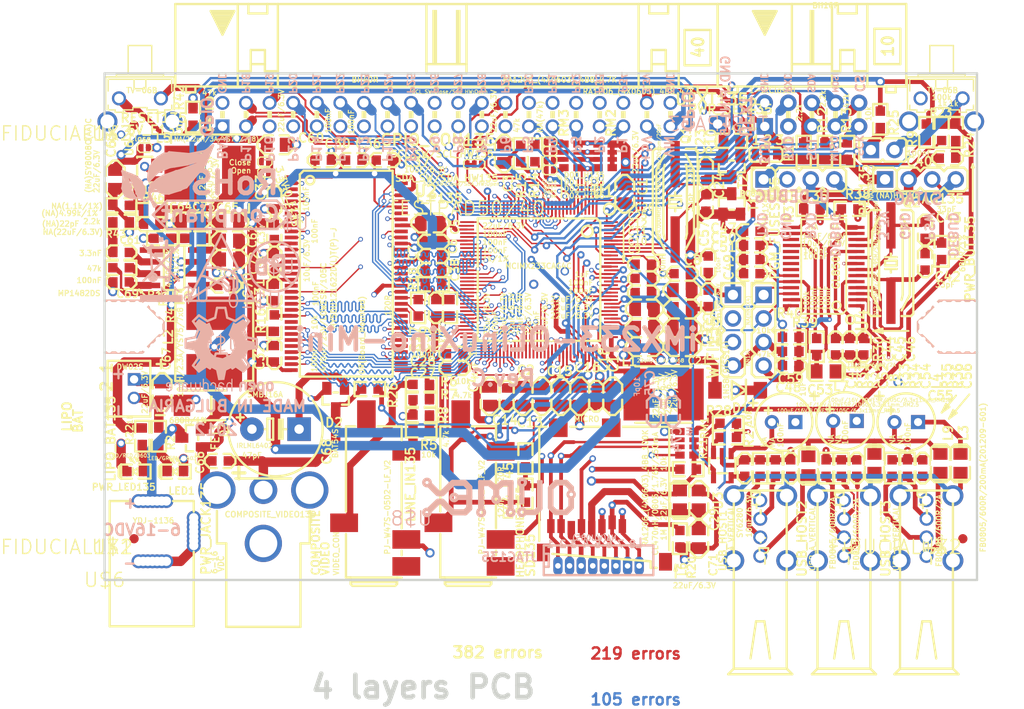
<source format=kicad_pcb>
(kicad_pcb (version 3) (host pcbnew "(22-Jun-2014 BZR 4027)-stable")
  (layers (15 Top signal) (2 Route2 signal) (1 Route15 signal) (0 Bottom signal) (18 B.Paste user) (19 F.Paste user) (20 B.SilkS user) (21 F.SilkS user) (22 B.Mask user) (23 F.Mask user) (28 Edge.Cuts user))
  (net 0 "")
  (net 1 +15V)
  (net 2 +24V)
  (net 3 +5V)
  (net 4 A0)
  (net 5 A1)
  (net 6 A10)
  (net 7 A11)
  (net 8 A12)
  (net 9 A2)
  (net 10 A3)
  (net 11 A4)
  (net 12 A5)
  (net 13 A6)
  (net 14 A7)
  (net 15 A8)
  (net 16 A9)
  (net 17 AUART1_RXD)
  (net 18 AUART1_TXD)
  (net 19 BA0)
  (net 20 BA1)
  (net 21 CASN)
  (net 22 CKE)
  (net 23 CLK)
  (net 24 CLKN)
  (net 25 CS)
  (net 26 D0)
  (net 27 D1)
  (net 28 D10)
  (net 29 D11)
  (net 30 D12)
  (net 31 D13)
  (net 32 D14)
  (net 33 D15)
  (net 34 D2)
  (net 35 D3)
  (net 36 D4)
  (net 37 D5)
  (net 38 D6)
  (net 39 D7)
  (net 40 D8)
  (net 41 D9)
  (net 42 DCDC_VDDA)
  (net 43 DCDC_VDDD)
  (net 44 DEBUG)
  (net 45 DQM0)
  (net 46 DQM1)
  (net 47 DQS0)
  (net 48 DQS1)
  (net 49 GND)
  (net 50 HP_VGND)
  (net 51 I2C_SCL)
  (net 52 I2C_SDA)
  (net 53 LED1)
  (net 54 N$1)
  (net 55 N$10)
  (net 56 N$101)
  (net 57 N$103)
  (net 58 N$104)
  (net 59 N$105)
  (net 60 N$11)
  (net 61 N$12)
  (net 62 N$129)
  (net 63 N$13)
  (net 64 N$14)
  (net 65 N$15)
  (net 66 N$16)
  (net 67 N$17)
  (net 68 N$18)
  (net 69 N$19)
  (net 70 N$2)
  (net 71 N$20)
  (net 72 N$21)
  (net 73 N$22)
  (net 74 N$23)
  (net 75 N$24)
  (net 76 N$25)
  (net 77 N$26)
  (net 78 N$27)
  (net 79 N$28)
  (net 80 N$29)
  (net 81 N$3)
  (net 82 N$30)
  (net 83 N$31)
  (net 84 N$32)
  (net 85 N$33)
  (net 86 N$34)
  (net 87 N$35)
  (net 88 N$36)
  (net 89 N$37)
  (net 90 N$38)
  (net 91 N$39)
  (net 92 N$4)
  (net 93 N$42)
  (net 94 N$43)
  (net 95 N$46)
  (net 96 N$5)
  (net 97 N$50)
  (net 98 N$6)
  (net 99 N$60)
  (net 100 N$61)
  (net 101 N$62)
  (net 102 N$64)
  (net 103 N$65)
  (net 104 N$66)
  (net 105 N$7)
  (net 106 N$8)
  (net 107 N$9)
  (net 108 PIN1/LCD_D00)
  (net 109 PIN10/LCD_D09)
  (net 110 PIN11/LCD_D10)
  (net 111 PIN12/LCD_D11/UEXT_CS)
  (net 112 PIN13/LCD_D12)
  (net 113 PIN14/LCD_D13)
  (net 114 PIN15/LCD_D14)
  (net 115 PIN16/LCD_D15)
  (net 116 PIN17/LCD_D16)
  (net 117 PIN18/LCD_D17/USB_EN)
  (net 118 PIN19/LCD_DOTCLK)
  (net 119 PIN2/LCD_D01)
  (net 120 PIN20/LCD_VSYNC)
  (net 121 PIN21/LCD_HSYNC/I2C_SDA)
  (net 122 PIN22/LCD_EN/I2C_SCL)
  (net 123 PIN23/LCD_DISP)
  (net 124 PIN24/LCD_WR)
  (net 125 PIN25/LCD_RS)
  (net 126 PIN26/LCD_CS)
  (net 127 PIN27/PWM2)
  (net 128 PIN28/SOFT_SDA)
  (net 129 PIN29/SOFT_SCL)
  (net 130 PIN3/LCD_D02)
  (net 131 PIN30)
  (net 132 PIN31)
  (net 133 PIN32/LRADC1)
  (net 134 PIN33/LRADC0)
  (net 135 PIN34/MIC)
  (net 136 PIN4/LCD_D03)
  (net 137 PIN5/LCD_D04)
  (net 138 PIN6/LCD_D05)
  (net 139 PIN7/LCD_D06)
  (net 140 PIN8/LCD_D07)
  (net 141 PIN9/LCD_D08/SSP2_MISO)
  (net 142 PSWITCH)
  (net 143 PWM0/DUART_RXD)
  (net 144 PWM1/DUART_TXD)
  (net 145 RASN)
  (net 146 RESET)
  (net 147 SD_VCC)
  (net 148 SJTAG_PSW)
  (net 149 SSP1_CMD)
  (net 150 SSP1_DATA0)
  (net 151 SSP1_DATA1)
  (net 152 SSP1_DATA2)
  (net 153 SSP1_DATA3)
  (net 154 SSP1_SCK)
  (net 155 SSP2_MOSI)
  (net 156 SSP2_SCK)
  (net 157 TEST_PAD)
  (net 158 USB_DM)
  (net 159 USB_DP)
  (net 160 V+)
  (net 161 VCC)
  (net 162 VDAC1)
  (net 163 VDD4P2)
  (net 164 VDDXTAL)
  (net 165 VPP)
  (net 166 WEN)
  (net 167 X1)
  (net 168 X2)
  (net 169 XTALI)
  (net 170 XTALO)
  (module TQFP128LD (layer Top) (at 84.138 55.25 180)
    (fp_text reference U1 (at -5.5394 8.816 360) (layer F.SilkS) (effects (font (size 1.2065 1.2065) (thickness 0.2413)) (justify left bottom)))
    (fp_text value MCIMX233CAG4C (at -3.6 1.8 360) (layer F.SilkS) (effects (font (size 0.57912 0.57912) (thickness 0.115824)) (justify right top)))
    (pad 1 smd rect (at -6.2 7.75 180) (size 0.2 1.5) (layers Top F.Paste F.Mask) (net 43 DCDC_VDDD))
    (pad 2 smd rect (at -5.8 7.75 180) (size 0.2 1.5) (layers Top F.Paste F.Mask) (net 108 PIN1/LCD_D00))
    (pad 3 smd rect (at -5.4 7.75 180) (size 0.2 1.5) (layers Top F.Paste F.Mask) (net 119 PIN2/LCD_D01))
    (pad 4 smd rect (at -5 7.75 180) (size 0.2 1.5) (layers Top F.Paste F.Mask) (net 130 PIN3/LCD_D02))
    (pad 5 smd rect (at -4.6 7.75 180) (size 0.2 1.5) (layers Top F.Paste F.Mask) (net 136 PIN4/LCD_D03))
    (pad 6 smd rect (at -4.2 7.75 180) (size 0.2 1.5) (layers Top F.Paste F.Mask) (net 137 PIN5/LCD_D04))
    (pad 7 smd rect (at -3.8 7.75 180) (size 0.2 1.5) (layers Top F.Paste F.Mask) (net 138 PIN6/LCD_D05))
    (pad 8 smd rect (at -3.4 7.75 180) (size 0.2 1.5) (layers Top F.Paste F.Mask) (net 139 PIN7/LCD_D06))
    (pad 9 smd rect (at -3 7.75 180) (size 0.2 1.5) (layers Top F.Paste F.Mask) (net 140 PIN8/LCD_D07))
    (pad 10 smd rect (at -2.6 7.75 180) (size 0.2 1.5) (layers Top F.Paste F.Mask) (net 126 PIN26/LCD_CS))
    (pad 11 smd rect (at -2.2 7.75 180) (size 0.2 1.5) (layers Top F.Paste F.Mask) (net 122 PIN22/LCD_EN/I2C_SCL))
    (pad 12 smd rect (at -1.8 7.75 180) (size 0.2 1.5) (layers Top F.Paste F.Mask) (net 123 PIN23/LCD_DISP))
    (pad 13 smd rect (at -1.4 7.75 180) (size 0.2 1.5) (layers Top F.Paste F.Mask) (net 124 PIN24/LCD_WR))
    (pad 14 smd rect (at -1 7.75 180) (size 0.2 1.5) (layers Top F.Paste F.Mask) (net 125 PIN25/LCD_RS))
    (pad 15 smd rect (at -0.6 7.75 180) (size 0.2 1.5) (layers Top F.Paste F.Mask) (net 121 PIN21/LCD_HSYNC/I2C_SDA))
    (pad 16 smd rect (at -0.2 7.75 180) (size 0.2 1.5) (layers Top F.Paste F.Mask) (net 120 PIN20/LCD_VSYNC))
    (pad 17 smd rect (at 0.2 7.75 180) (size 0.2 1.5) (layers Top F.Paste F.Mask) (net 118 PIN19/LCD_DOTCLK))
    (pad 18 smd rect (at 0.6 7.75 180) (size 0.2 1.5) (layers Top F.Paste F.Mask) (net 165 VPP))
    (pad 19 smd rect (at 1 7.75 180) (size 0.2 1.5) (layers Top F.Paste F.Mask) (net 116 PIN17/LCD_D16))
    (pad 20 smd rect (at 1.4 7.75 180) (size 0.2 1.5) (layers Top F.Paste F.Mask) (net 117 PIN18/LCD_D17/USB_EN))
    (pad 21 smd rect (at 1.8 7.75 180) (size 0.2 1.5) (layers Top F.Paste F.Mask) (net 155 SSP2_MOSI))
    (pad 22 smd rect (at 2.2 7.75 180) (size 0.2 1.5) (layers Top F.Paste F.Mask) (net 141 PIN9/LCD_D08/SSP2_MISO))
    (pad 23 smd rect (at 2.6 7.75 180) (size 0.2 1.5) (layers Top F.Paste F.Mask) (net 109 PIN10/LCD_D09))
    (pad 24 smd rect (at 3 7.75 180) (size 0.2 1.5) (layers Top F.Paste F.Mask) (net 110 PIN11/LCD_D10))
    (pad 25 smd rect (at 3.4 7.75 180) (size 0.2 1.5) (layers Top F.Paste F.Mask) (net 111 PIN12/LCD_D11/UEXT_CS))
    (pad 26 smd rect (at 3.8 7.75 180) (size 0.2 1.5) (layers Top F.Paste F.Mask) (net 113 PIN14/LCD_D13))
    (pad 27 smd rect (at 4.2 7.75 180) (size 0.2 1.5) (layers Top F.Paste F.Mask) (net 112 PIN13/LCD_D12))
    (pad 28 smd rect (at 4.6 7.75 180) (size 0.2 1.5) (layers Top F.Paste F.Mask) (net 115 PIN16/LCD_D15))
    (pad 29 smd rect (at 5 7.75 180) (size 0.2 1.5) (layers Top F.Paste F.Mask) (net 114 PIN15/LCD_D14))
    (pad 30 smd rect (at 5.4 7.75 180) (size 0.2 1.5) (layers Top F.Paste F.Mask) (net 49 GND))
    (pad 31 smd rect (at 5.8 7.75 180) (size 0.2 1.5) (layers Top F.Paste F.Mask) (net 128 PIN28/SOFT_SDA))
    (pad 32 smd rect (at 6.2 7.75 180) (size 0.2 1.5) (layers Top F.Paste F.Mask) (net 157 TEST_PAD))
    (pad 33 smd rect (at 7.75 6.2 270) (size 0.2 1.5) (layers Top F.Paste F.Mask) (net 156 SSP2_SCK))
    (pad 34 smd rect (at 7.75 5.8 270) (size 0.2 1.5) (layers Top F.Paste F.Mask) (net 129 PIN29/SOFT_SCL))
    (pad 35 smd rect (at 7.75 5.4 270) (size 0.2 1.5) (layers Top F.Paste F.Mask) (net 49 GND))
    (pad 36 smd rect (at 7.75 5 270) (size 0.2 1.5) (layers Top F.Paste F.Mask) (net 23 CLK))
    (pad 37 smd rect (at 7.75 4.6 270) (size 0.2 1.5) (layers Top F.Paste F.Mask) (net 24 CLKN))
    (pad 38 smd rect (at 7.75 4.2 270) (size 0.2 1.5) (layers Top F.Paste F.Mask) (net 160 V+))
    (pad 39 smd rect (at 7.75 3.8 270) (size 0.2 1.5) (layers Top F.Paste F.Mask) (net 47 DQS0))
    (pad 40 smd rect (at 7.75 3.4 270) (size 0.2 1.5) (layers Top F.Paste F.Mask) (net 48 DQS1))
    (pad 41 smd rect (at 7.75 3 270) (size 0.2 1.5) (layers Top F.Paste F.Mask) (net 26 D0))
    (pad 42 smd rect (at 7.75 2.6 270) (size 0.2 1.5) (layers Top F.Paste F.Mask) (net 34 D2))
    (pad 43 smd rect (at 7.75 2.2 270) (size 0.2 1.5) (layers Top F.Paste F.Mask) (net 27 D1))
    (pad 44 smd rect (at 7.75 1.8 270) (size 0.2 1.5) (layers Top F.Paste F.Mask) (net 35 D3))
    (pad 45 smd rect (at 7.75 1.4 270) (size 0.2 1.5) (layers Top F.Paste F.Mask) (net 160 V+))
    (pad 46 smd rect (at 7.75 1 270) (size 0.2 1.5) (layers Top F.Paste F.Mask) (net 45 DQM0))
    (pad 47 smd rect (at 7.75 0.6 270) (size 0.2 1.5) (layers Top F.Paste F.Mask) (net 36 D4))
    (pad 48 smd rect (at 7.75 0.2 270) (size 0.2 1.5) (layers Top F.Paste F.Mask) (net 37 D5))
    (pad 49 smd rect (at 7.75 -0.2 270) (size 0.2 1.5) (layers Top F.Paste F.Mask) (net 38 D6))
    (pad 50 smd rect (at 7.75 -0.6 270) (size 0.2 1.5) (layers Top F.Paste F.Mask) (net 39 D7))
    (pad 51 smd rect (at 7.75 -1 270) (size 0.2 1.5) (layers Top F.Paste F.Mask) (net 40 D8))
    (pad 52 smd rect (at 7.75 -1.4 270) (size 0.2 1.5) (layers Top F.Paste F.Mask) (net 41 D9))
    (pad 53 smd rect (at 7.75 -1.8 270) (size 0.2 1.5) (layers Top F.Paste F.Mask) (net 160 V+))
    (pad 54 smd rect (at 7.75 -2.2 270) (size 0.2 1.5) (layers Top F.Paste F.Mask) (net 28 D10))
    (pad 55 smd rect (at 7.75 -2.6 270) (size 0.2 1.5) (layers Top F.Paste F.Mask) (net 29 D11))
    (pad 56 smd rect (at 7.75 -3 270) (size 0.2 1.5) (layers Top F.Paste F.Mask) (net 46 DQM1))
    (pad 57 smd rect (at 7.75 -3.4 270) (size 0.2 1.5) (layers Top F.Paste F.Mask) (net 30 D12))
    (pad 58 smd rect (at 7.75 -3.8 270) (size 0.2 1.5) (layers Top F.Paste F.Mask) (net 31 D13))
    (pad 59 smd rect (at 7.75 -4.2 270) (size 0.2 1.5) (layers Top F.Paste F.Mask) (net 33 D15))
    (pad 60 smd rect (at 7.75 -4.6 270) (size 0.2 1.5) (layers Top F.Paste F.Mask) (net 32 D14))
    (pad 61 smd rect (at 7.75 -5 270) (size 0.2 1.5) (layers Top F.Paste F.Mask) (net 21 CASN))
    (pad 62 smd rect (at 7.75 -5.4 270) (size 0.2 1.5) (layers Top F.Paste F.Mask) (net 145 RASN))
    (pad 63 smd rect (at 7.75 -5.8 270) (size 0.2 1.5) (layers Top F.Paste F.Mask) (net 25 CS))
    (pad 64 smd rect (at 7.75 -6.2 270) (size 0.2 1.5) (layers Top F.Paste F.Mask) (net 8 A12))
    (pad 65 smd rect (at 6.2 -7.75) (size 0.2 1.5) (layers Top F.Paste F.Mask) (net 7 A11))
    (pad 66 smd rect (at 5.8 -7.75) (size 0.2 1.5) (layers Top F.Paste F.Mask) (net 6 A10))
    (pad 67 smd rect (at 5.4 -7.75) (size 0.2 1.5) (layers Top F.Paste F.Mask) (net 16 A9))
    (pad 68 smd rect (at 5 -7.75) (size 0.2 1.5) (layers Top F.Paste F.Mask) (net 15 A8))
    (pad 69 smd rect (at 4.6 -7.75) (size 0.2 1.5) (layers Top F.Paste F.Mask) (net 14 A7))
    (pad 70 smd rect (at 4.2 -7.75) (size 0.2 1.5) (layers Top F.Paste F.Mask) (net 13 A6))
    (pad 71 smd rect (at 3.8 -7.75) (size 0.2 1.5) (layers Top F.Paste F.Mask) (net 12 A5))
    (pad 72 smd rect (at 3.4 -7.75) (size 0.2 1.5) (layers Top F.Paste F.Mask) (net 11 A4))
    (pad 73 smd rect (at 3 -7.75) (size 0.2 1.5) (layers Top F.Paste F.Mask) (net 10 A3))
    (pad 74 smd rect (at 2.6 -7.75) (size 0.2 1.5) (layers Top F.Paste F.Mask) (net 9 A2))
    (pad 75 smd rect (at 2.2 -7.75) (size 0.2 1.5) (layers Top F.Paste F.Mask) (net 5 A1))
    (pad 76 smd rect (at 1.8 -7.75) (size 0.2 1.5) (layers Top F.Paste F.Mask) (net 4 A0))
    (pad 77 smd rect (at 1.4 -7.75) (size 0.2 1.5) (layers Top F.Paste F.Mask) (net 166 WEN))
    (pad 78 smd rect (at 1 -7.75) (size 0.2 1.5) (layers Top F.Paste F.Mask) (net 22 CKE))
    (pad 79 smd rect (at 0.6 -7.75) (size 0.2 1.5) (layers Top F.Paste F.Mask) (net 19 BA0))
    (pad 80 smd rect (at 0.2 -7.75) (size 0.2 1.5) (layers Top F.Paste F.Mask) (net 20 BA1))
    (pad 81 smd rect (at -0.2 -7.75) (size 0.2 1.5) (layers Top F.Paste F.Mask) (net 131 PIN30))
    (pad 82 smd rect (at -0.6 -7.75) (size 0.2 1.5) (layers Top F.Paste F.Mask) (net 132 PIN31))
    (pad 83 smd rect (at -1 -7.75) (size 0.2 1.5) (layers Top F.Paste F.Mask) (net 149 SSP1_CMD))
    (pad 84 smd rect (at -1.4 -7.75) (size 0.2 1.5) (layers Top F.Paste F.Mask) (net 150 SSP1_DATA0))
    (pad 85 smd rect (at -1.8 -7.75) (size 0.2 1.5) (layers Top F.Paste F.Mask) (net 151 SSP1_DATA1))
    (pad 86 smd rect (at -2.2 -7.75) (size 0.2 1.5) (layers Top F.Paste F.Mask) (net 152 SSP1_DATA2))
    (pad 87 smd rect (at -2.6 -7.75) (size 0.2 1.5) (layers Top F.Paste F.Mask) (net 153 SSP1_DATA3))
    (pad 88 smd rect (at -3 -7.75) (size 0.2 1.5) (layers Top F.Paste F.Mask) (net 53 LED1))
    (pad 89 smd rect (at -3.4 -7.75) (size 0.2 1.5) (layers Top F.Paste F.Mask) (net 44 DEBUG))
    (pad 90 smd rect (at -3.8 -7.75) (size 0.2 1.5) (layers Top F.Paste F.Mask) (net 154 SSP1_SCK))
    (pad 91 smd rect (at -4.2 -7.75) (size 0.2 1.5) (layers Top F.Paste F.Mask) (net 127 PIN27/PWM2))
    (pad 92 smd rect (at -4.6 -7.75) (size 0.2 1.5) (layers Top F.Paste F.Mask) (net 165 VPP))
    (pad 93 smd rect (at -5 -7.75) (size 0.2 1.5) (layers Top F.Paste F.Mask) (net 43 DCDC_VDDD))
    (pad 94 smd rect (at -5.4 -7.75) (size 0.2 1.5) (layers Top F.Paste F.Mask) (net 43 DCDC_VDDD))
    (pad 95 smd rect (at -5.8 -7.75) (size 0.2 1.5) (layers Top F.Paste F.Mask) (net 165 VPP))
    (pad 96 smd rect (at -6.2 -7.75) (size 0.2 1.5) (layers Top F.Paste F.Mask) (net 42 DCDC_VDDA))
    (pad 97 smd rect (at -7.75 -6.2 90) (size 0.2 1.5) (layers Top F.Paste F.Mask) (net 68 N$18))
    (pad 98 smd rect (at -7.75 -5.8 90) (size 0.2 1.5) (layers Top F.Paste F.Mask) (net 49 GND))
    (pad 99 smd rect (at -7.75 -5.4 90) (size 0.2 1.5) (layers Top F.Paste F.Mask) (net 69 N$19))
    (pad 100 smd rect (at -7.75 -5 90) (size 0.2 1.5) (layers Top F.Paste F.Mask) (net 2 +24V))
    (pad 101 smd rect (at -7.75 -4.6 90) (size 0.2 1.5) (layers Top F.Paste F.Mask) (net 163 VDD4P2))
    (pad 102 smd rect (at -7.75 -4.2 90) (size 0.2 1.5) (layers Top F.Paste F.Mask) (net 3 +5V))
    (pad 103 smd rect (at -7.75 -3.8 90) (size 0.2 1.5) (layers Top F.Paste F.Mask) (net 2 +24V))
    (pad 104 smd rect (at -7.75 -3.4 90) (size 0.2 1.5) (layers Top F.Paste F.Mask) (net 162 VDAC1))
    (pad 105 smd rect (at -7.75 -3 90) (size 0.2 1.5) (layers Top F.Paste F.Mask) (net 49 GND))
    (pad 106 smd rect (at -7.75 -2.6 90) (size 0.2 1.5) (layers Top F.Paste F.Mask) (net 160 V+))
    (pad 107 smd rect (at -7.75 -2.2 90) (size 0.2 1.5) (layers Top F.Paste F.Mask) (net 133 PIN32/LRADC1))
    (pad 108 smd rect (at -7.75 -1.8 90) (size 0.2 1.5) (layers Top F.Paste F.Mask) (net 134 PIN33/LRADC0))
    (pad 109 smd rect (at -7.75 -1.4 90) (size 0.2 1.5) (layers Top F.Paste F.Mask) (net 72 N$21))
    (pad 110 smd rect (at -7.75 -1 90) (size 0.2 1.5) (layers Top F.Paste F.Mask) (net 42 DCDC_VDDA))
    (pad 111 smd rect (at -7.75 -0.6 90) (size 0.2 1.5) (layers Top F.Paste F.Mask) (net 50 HP_VGND))
    (pad 112 smd rect (at -7.75 -0.2 90) (size 0.2 1.5) (layers Top F.Paste F.Mask) (net 49 GND))
    (pad 113 smd rect (at -7.75 0.2 90) (size 0.2 1.5) (layers Top F.Paste F.Mask) (net 65 N$15))
    (pad 114 smd rect (at -7.75 0.6 90) (size 0.2 1.5) (layers Top F.Paste F.Mask) (net 87 N$35))
    (pad 115 smd rect (at -7.75 1 90) (size 0.2 1.5) (layers Top F.Paste F.Mask) (net 86 N$34))
    (pad 116 smd rect (at -7.75 1.4 90) (size 0.2 1.5) (layers Top F.Paste F.Mask) (net 135 PIN34/MIC))
    (pad 117 smd rect (at -7.75 1.8 90) (size 0.2 1.5) (layers Top F.Paste F.Mask) (net 76 N$25))
    (pad 118 smd rect (at -7.75 2.2 90) (size 0.2 1.5) (layers Top F.Paste F.Mask) (net 49 GND))
    (pad 119 smd rect (at -7.75 2.6 90) (size 0.2 1.5) (layers Top F.Paste F.Mask) (net 142 PSWITCH))
    (pad 120 smd rect (at -7.75 3 90) (size 0.2 1.5) (layers Top F.Paste F.Mask) (net 164 VDDXTAL))
    (pad 121 smd rect (at -7.75 3.4 90) (size 0.2 1.5) (layers Top F.Paste F.Mask) (net 170 XTALO))
    (pad 122 smd rect (at -7.75 3.8 90) (size 0.2 1.5) (layers Top F.Paste F.Mask) (net 169 XTALI))
    (pad 123 smd rect (at -7.75 4.2 90) (size 0.2 1.5) (layers Top F.Paste F.Mask) (net 158 USB_DM))
    (pad 124 smd rect (at -7.75 4.6 90) (size 0.2 1.5) (layers Top F.Paste F.Mask) (net 159 USB_DP))
    (pad 125 smd rect (at -7.75 5 90) (size 0.2 1.5) (layers Top F.Paste F.Mask) (net 143 PWM0/DUART_RXD))
    (pad 126 smd rect (at -7.75 5.4 90) (size 0.2 1.5) (layers Top F.Paste F.Mask) (net 144 PWM1/DUART_TXD))
    (pad 127 smd rect (at -7.75 5.8 90) (size 0.2 1.5) (layers Top F.Paste F.Mask) (net 18 AUART1_TXD))
    (pad 128 smd rect (at -7.75 6.2 90) (size 0.2 1.5) (layers Top F.Paste F.Mask) (net 17 AUART1_RXD))
  )
  (module PWR_JACK_UNI_MILLING (layer Top) (at 47.244 79.121 90)
    (fp_text reference PWR_JACK135 (at -8.0685 1.5754 90) (layer F.SilkS) (effects (font (size 0.9652 0.9652) (thickness 0.19304)) (justify left bottom)))
    (fp_text value YDJ-1136 (at -1.769 -2.349 360) (layer F.SilkS) (effects (font (size 0.57912 0.57912) (thickness 0.115824)) (justify right top)))
    (pad + thru_hole circle (at 0 -4.75 90) (size 1.5 1.5) (drill 1) (layers *.Cu *.Mask) (net 83 N$31))
    (pad - thru_hole circle (at -6.5 -4.75 90) (size 1.5 1.5) (drill 1) (layers *.Cu *.Mask) (net 49 GND))
    (pad -- thru_hole circle (at -3.3 -0.3 90) (size 1.5 1.5) (drill 1) (layers *.Cu *.Mask) (net 49 GND))
    (pad -1 thru_hole circle (at -6.5 -5.25 90) (size 1.5 1.5) (drill 1) (layers *.Cu *.Mask))
    (pad -2 thru_hole circle (at -6.5 -5.75 90) (size 1.5 1.5) (drill 1) (layers *.Cu *.Mask))
    (pad -3 thru_hole circle (at -6.5 -4.25 90) (size 1.5 1.5) (drill 1) (layers *.Cu *.Mask))
    (pad -4 thru_hole circle (at -6.5 -3.75 90) (size 1.5 1.5) (drill 1) (layers *.Cu *.Mask))
    (pad -5 thru_hole circle (at -6.5 -6.25 90) (size 1.5 1.5) (drill 1) (layers *.Cu *.Mask))
    (pad -6 thru_hole circle (at -6.5 -3.25 90) (size 1.5 1.5) (drill 1) (layers *.Cu *.Mask))
    (pad +1 thru_hole circle (at 0 -5.25 90) (size 1.5 1.5) (drill 1) (layers *.Cu *.Mask))
    (pad +2 thru_hole circle (at 0 -5.75 90) (size 1.5 1.5) (drill 1) (layers *.Cu *.Mask))
    (pad +3 thru_hole circle (at 0 -6.25 90) (size 1.5 1.5) (drill 1) (layers *.Cu *.Mask))
    (pad +4 thru_hole circle (at 0 -4.25 90) (size 1.5 1.5) (drill 1) (layers *.Cu *.Mask))
    (pad +5 thru_hole circle (at 0 -3.75 90) (size 1.5 1.5) (drill 1) (layers *.Cu *.Mask))
    (pad +6 thru_hole circle (at 0 -3.25 90) (size 1.5 1.5) (drill 1) (layers *.Cu *.Mask))
    (pad --1 thru_hole circle (at -3.8 -0.3 90) (size 1.5 1.5) (drill 1) (layers *.Cu *.Mask))
    (pad --2 thru_hole circle (at -4.3 -0.3 90) (size 1.5 1.5) (drill 1) (layers *.Cu *.Mask))
    (pad --3 thru_hole circle (at -4.8 -0.3 90) (size 1.5 1.5) (drill 1) (layers *.Cu *.Mask))
    (pad --4 thru_hole circle (at -2.8 -0.3 90) (size 1.5 1.5) (drill 1) (layers *.Cu *.Mask))
    (pad --5 thru_hole circle (at -2.3 -0.3 90) (size 1.5 1.5) (drill 1) (layers *.Cu *.Mask))
    (pad --6 thru_hole circle (at -1.8 -0.3 90) (size 1.5 1.5) (drill 1) (layers *.Cu *.Mask))
  )
  (module TEST_PAD40/70/SQUARE (layer Bottom) (at 103.378 38.481 180)
    (fp_text reference GND_PIN135 (at -0.295 -1.479 270) (layer B.SilkS) (effects (font (size 0.95 0.95) (thickness 0.19)) (justify right top mirror)))
    (fp_text value TESTPAD3 (at 0 0 180) (layer B.SilkS) (effects (font (size 1.524 1.524)) (justify mirror)))
    (pad P$1 thru_hole rect (at 0 0 180) (size 1.778 1.778) (drill 1.016) (layers *.Cu *.Mask) (net 49 GND))
  )
  (module C0805_5MIL_DWS (layer Top) (at 93.3704 45.9994 270)
    (fp_text reference C1 (at -1.8288 -1.3748 450) (layer F.SilkS) (effects (font (size 0.9652 0.9652) (thickness 0.19304)) (justify right top)))
    (fp_text value 22uF/6.3V (at -2.1098 -1.4992 450) (layer F.SilkS) (effects (font (size 0.57912 0.57912) (thickness 0.115824)) (justify left bottom)))
    (pad 1 smd rect (at -1.016 0 270) (size 1.27 1.524) (layers Top F.Paste F.Mask) (net 49 GND))
    (pad 2 smd rect (at 1.016 0 270) (size 1.27 1.524) (layers Top F.Paste F.Mask) (net 43 DCDC_VDDD))
  )
  (module C0805_5MIL_DWS (layer Top) (at 82.423 67.818 90)
    (fp_text reference C2 (at 2.2306 -0.7894 360) (layer F.SilkS) (effects (font (size 0.9652 0.9652) (thickness 0.19304)) (justify left bottom)))
    (fp_text value 22uF/6.3V (at 6.477 -1.778 90) (layer F.SilkS) (effects (font (size 0.57912 0.57912) (thickness 0.115824)) (justify left bottom)))
    (pad 1 smd rect (at -1.016 0 90) (size 1.27 1.524) (layers Top F.Paste F.Mask) (net 49 GND))
    (pad 2 smd rect (at 1.016 0 90) (size 1.27 1.524) (layers Top F.Paste F.Mask) (net 43 DCDC_VDDD))
  )
  (module C0805_5MIL_DWS (layer Top) (at 80.391 41.656 270)
    (fp_text reference C3 (at 2.159 0.127 450) (layer F.SilkS) (effects (font (size 0.9652 0.9652) (thickness 0.19304)) (justify right top)))
    (fp_text value 22uF/6.3V (at -2.184 0.787 450) (layer F.SilkS) (effects (font (size 0.57912 0.57912) (thickness 0.115824)) (justify left bottom)))
    (pad 1 smd rect (at -1.016 0 270) (size 1.27 1.524) (layers Top F.Paste F.Mask) (net 49 GND))
    (pad 2 smd rect (at 1.016 0 270) (size 1.27 1.524) (layers Top F.Paste F.Mask) (net 165 VPP))
  )
  (module C0805_5MIL_DWS (layer Top) (at 78.867 67.818 90)
    (fp_text reference C4 (at 0.2794 -1.2192 90) (layer F.SilkS) (effects (font (size 0.9652 0.9652) (thickness 0.19304)) (justify left bottom)))
    (fp_text value 22uF/6.3V (at 6.477 0 90) (layer F.SilkS) (effects (font (size 0.57912 0.57912) (thickness 0.115824)) (justify left bottom)))
    (pad 1 smd rect (at -1.016 0 90) (size 1.27 1.524) (layers Top F.Paste F.Mask) (net 49 GND))
    (pad 2 smd rect (at 1.016 0 90) (size 1.27 1.524) (layers Top F.Paste F.Mask) (net 165 VPP))
  )
  (module C0805_5MIL_DWS (layer Top) (at 72.4154 49.149)
    (fp_text reference C5 (at 2.1844 -0.508 90) (layer F.SilkS) (effects (font (size 0.84455 0.84455) (thickness 0.16891)) (justify right top)))
    (fp_text value 22uF/6.3V (at 5.5626 0.635) (layer F.SilkS) (effects (font (size 0.57912 0.57912) (thickness 0.115824)) (justify left bottom)))
    (pad 1 smd rect (at -1.016 0) (size 1.27 1.524) (layers Top F.Paste F.Mask) (net 49 GND))
    (pad 2 smd rect (at 1.016 0) (size 1.27 1.524) (layers Top F.Paste F.Mask) (net 160 V+))
  )
  (module C0603_DWS (layer Top) (at 72.771 51.181)
    (fp_text reference C6 (at 1.6002 -0.4572 90) (layer F.SilkS) (effects (font (size 0.84455 0.84455) (thickness 0.16891)) (justify right top)))
    (fp_text value 100nF (at 5.207 -0.508) (layer F.SilkS) (effects (font (size 0.57912 0.57912) (thickness 0.115824)) (justify left bottom)))
    (pad 1 smd rect (at -0.889 0) (size 1.016 1.016) (layers Top F.Paste F.Mask) (net 49 GND))
    (pad 2 smd rect (at 0.889 0) (size 1.016 1.016) (layers Top F.Paste F.Mask) (net 160 V+))
  )
  (module C0603_DWS (layer Top) (at 72.771 52.705)
    (fp_text reference C7 (at -1.7526 0.6096 90) (layer F.SilkS) (effects (font (size 0.84455 0.84455) (thickness 0.16891)) (justify left bottom)))
    (fp_text value 100nF (at 5.207 -1.143) (layer F.SilkS) (effects (font (size 0.57912 0.57912) (thickness 0.115824)) (justify left bottom)))
    (pad 1 smd rect (at -0.889 0) (size 1.016 1.016) (layers Top F.Paste F.Mask) (net 49 GND))
    (pad 2 smd rect (at 0.889 0) (size 1.016 1.016) (layers Top F.Paste F.Mask) (net 160 V+))
  )
  (module C0805_5MIL_DWS (layer Top) (at 99.568 56.388 180)
    (fp_text reference C22 (at -2.032 -4.318 360) (layer F.SilkS) (effects (font (size 0.77216 0.77216) (thickness 0.154432)) (justify left bottom)))
    (fp_text value 22uF/6.3V (at 1.1938 -8.4836 450) (layer F.SilkS) (effects (font (size 0.57912 0.57912) (thickness 0.115824)) (justify right top)))
    (pad 1 smd rect (at -1.016 0 180) (size 1.27 1.524) (layers Top F.Paste F.Mask) (net 49 GND))
    (pad 2 smd rect (at 1.016 0 180) (size 1.27 1.524) (layers Top F.Paste F.Mask) (net 160 V+))
  )
  (module C0805_5MIL_DWS (layer Top) (at 95.504 62.484 180)
    (fp_text reference C9 (at 1.905 10.033 360) (layer F.SilkS) (effects (font (size 0.7239 0.7239) (thickness 0.14478)) (justify left bottom)))
    (fp_text value 22uF/6.3V (at 5.461 3.683 360) (layer F.SilkS) (effects (font (size 0.57912 0.57912) (thickness 0.115824)) (justify right top)))
    (pad 1 smd rect (at -1.016 0 180) (size 1.27 1.524) (layers Top F.Paste F.Mask) (net 49 GND))
    (pad 2 smd rect (at 1.016 0 180) (size 1.27 1.524) (layers Top F.Paste F.Mask) (net 163 VDD4P2))
  )
  (module C0805_5MIL_DWS (layer Top) (at 95.504 60.452 180)
    (fp_text reference C10 (at 1.905 8.89 360) (layer F.SilkS) (effects (font (size 0.7239 0.7239) (thickness 0.14478)) (justify left bottom)))
    (fp_text value 22uF/6.3V (at 5.461 2.54 360) (layer F.SilkS) (effects (font (size 0.57912 0.57912) (thickness 0.115824)) (justify right top)))
    (pad 1 smd rect (at -1.016 0 180) (size 1.27 1.524) (layers Top F.Paste F.Mask) (net 49 GND))
    (pad 2 smd rect (at 1.016 0 180) (size 1.27 1.524) (layers Top F.Paste F.Mask) (net 163 VDD4P2))
  )
  (module C0805_5MIL_DWS (layer Top) (at 95.504 58.42 180)
    (fp_text reference C11 (at 1.905 7.874 360) (layer F.SilkS) (effects (font (size 0.7239 0.7239) (thickness 0.14478)) (justify left bottom)))
    (fp_text value 22uF/6.3V (at 5.461 1.397 360) (layer F.SilkS) (effects (font (size 0.57912 0.57912) (thickness 0.115824)) (justify right top)))
    (pad 1 smd rect (at -1.016 0 180) (size 1.27 1.524) (layers Top F.Paste F.Mask) (net 49 GND))
    (pad 2 smd rect (at 1.016 0 180) (size 1.27 1.524) (layers Top F.Paste F.Mask) (net 3 +5V))
  )
  (module C0603_DWS (layer Top) (at 95.377 56.642 180)
    (fp_text reference C12 (at 1.778 6.985 360) (layer F.SilkS) (effects (font (size 0.7239 0.7239) (thickness 0.14478)) (justify left bottom)))
    (fp_text value 100nF (at 5.334 0.508 360) (layer F.SilkS) (effects (font (size 0.57912 0.57912) (thickness 0.115824)) (justify right top)))
    (pad 1 smd rect (at -0.889 0 180) (size 1.016 1.016) (layers Top F.Paste F.Mask) (net 49 GND))
    (pad 2 smd rect (at 0.889 0 180) (size 1.016 1.016) (layers Top F.Paste F.Mask) (net 3 +5V))
  )
  (module C0805_5MIL_DWS (layer Top) (at 84.455 67.818 90)
    (fp_text reference C13 (at -2.2748 0.2354 360) (layer F.SilkS) (effects (font (size 0.9652 0.9652) (thickness 0.19304)) (justify right top)))
    (fp_text value 22uF/6.3V (at 6.477 -2.921 90) (layer F.SilkS) (effects (font (size 0.57912 0.57912) (thickness 0.115824)) (justify left bottom)))
    (pad 1 smd rect (at -1.016 0 90) (size 1.27 1.524) (layers Top F.Paste F.Mask) (net 49 GND))
    (pad 2 smd rect (at 1.016 0 90) (size 1.27 1.524) (layers Top F.Paste F.Mask) (net 43 DCDC_VDDD))
  )
  (module C0603_DWS (layer Top) (at 80.645 67.818 90)
    (fp_text reference C14 (at -2.0114 1.3462 360) (layer F.SilkS) (effects (font (size 0.9652 0.9652) (thickness 0.19304)) (justify right top)))
    (fp_text value 100nF (at 6.477 -0.889 90) (layer F.SilkS) (effects (font (size 0.57912 0.57912) (thickness 0.115824)) (justify left bottom)))
    (pad 1 smd rect (at -0.889 0 90) (size 1.016 1.016) (layers Top F.Paste F.Mask) (net 49 GND))
    (pad 2 smd rect (at 0.889 0 90) (size 1.016 1.016) (layers Top F.Paste F.Mask) (net 43 DCDC_VDDD))
  )
  (module C0805_5MIL_DWS (layer Top) (at 86.487 67.818 90)
    (fp_text reference C15 (at 3.2462 1.4024 360) (layer F.SilkS) (effects (font (size 0.9652 0.9652) (thickness 0.19304)) (justify right top)))
    (fp_text value 22uF/6.3V (at 6.477 -4.064 90) (layer F.SilkS) (effects (font (size 0.57912 0.57912) (thickness 0.115824)) (justify left bottom)))
    (pad 1 smd rect (at -1.016 0 90) (size 1.27 1.524) (layers Top F.Paste F.Mask) (net 49 GND))
    (pad 2 smd rect (at 1.016 0 90) (size 1.27 1.524) (layers Top F.Paste F.Mask) (net 165 VPP))
  )
  (module C0805_5MIL_DWS (layer Top) (at 88.519 67.818 90)
    (fp_text reference C16 (at 2.5386 -0.6894 360) (layer F.SilkS) (effects (font (size 0.9652 0.9652) (thickness 0.19304)) (justify left bottom)))
    (fp_text value 22uF/6.3V (at 6.477 -5.207 90) (layer F.SilkS) (effects (font (size 0.57912 0.57912) (thickness 0.115824)) (justify left bottom)))
    (pad 1 smd rect (at -1.016 0 90) (size 1.27 1.524) (layers Top F.Paste F.Mask) (net 49 GND))
    (pad 2 smd rect (at 1.016 0 90) (size 1.27 1.524) (layers Top F.Paste F.Mask) (net 165 VPP))
  )
  (module C0805_5MIL_DWS (layer Top) (at 92.075 67.818 90)
    (fp_text reference C17 (at 2.4384 0.6858 90) (layer F.SilkS) (effects (font (size 0.9652 0.9652) (thickness 0.19304)) (justify left bottom)))
    (fp_text value 22uF/6.3V (at 6.477 -6.985 90) (layer F.SilkS) (effects (font (size 0.57912 0.57912) (thickness 0.115824)) (justify left bottom)))
    (pad 1 smd rect (at -1.016 0 90) (size 1.27 1.524) (layers Top F.Paste F.Mask) (net 49 GND))
    (pad 2 smd rect (at 1.016 0 90) (size 1.27 1.524) (layers Top F.Paste F.Mask) (net 42 DCDC_VDDA))
  )
  (module C0603_DWS (layer Top) (at 90.297 67.818 90)
    (fp_text reference C18 (at 2.3876 1.3462 90) (layer F.SilkS) (effects (font (size 0.9652 0.9652) (thickness 0.19304)) (justify left bottom)))
    (fp_text value 100nF (at 6.477 -6.096 90) (layer F.SilkS) (effects (font (size 0.57912 0.57912) (thickness 0.115824)) (justify left bottom)))
    (pad 1 smd rect (at -0.889 0 90) (size 1.016 1.016) (layers Top F.Paste F.Mask) (net 49 GND))
    (pad 2 smd rect (at 0.889 0 90) (size 1.016 1.016) (layers Top F.Paste F.Mask) (net 42 DCDC_VDDA))
  )
  (module C0805_5MIL_DWS (layer Top) (at 99.568 58.42 180)
    (fp_text reference C19 (at -1.905 -3.175 360) (layer F.SilkS) (effects (font (size 0.77216 0.77216) (thickness 0.154432)) (justify left bottom)))
    (fp_text value 22uF/6.3V (at 1.866 -6.696 450) (layer F.SilkS) (effects (font (size 0.57912 0.57912) (thickness 0.115824)) (justify right top)))
    (pad 1 smd rect (at -1.016 0 180) (size 1.27 1.524) (layers Top F.Paste F.Mask) (net 49 GND))
    (pad 2 smd rect (at 1.016 0 180) (size 1.27 1.524) (layers Top F.Paste F.Mask) (net 2 +24V))
  )
  (module C0805_5MIL_DWS (layer Top) (at 99.568 60.452 180)
    (fp_text reference C20 (at -1.905 -2.032 360) (layer F.SilkS) (effects (font (size 0.77216 0.77216) (thickness 0.154432)) (justify left bottom)))
    (fp_text value 22uF/6.3V (at 2.54 -4.826 450) (layer F.SilkS) (effects (font (size 0.57912 0.57912) (thickness 0.115824)) (justify right top)))
    (pad 1 smd rect (at -1.016 0 180) (size 1.27 1.524) (layers Top F.Paste F.Mask) (net 49 GND))
    (pad 2 smd rect (at 1.016 0 180) (size 1.27 1.524) (layers Top F.Paste F.Mask) (net 2 +24V))
  )
  (module C0805_5MIL_DWS (layer Top) (at 99.568 62.484 180)
    (fp_text reference C21 (at -0.4826 -1.9812 360) (layer F.SilkS) (effects (font (size 0.77216 0.77216) (thickness 0.154432)) (justify left bottom)))
    (fp_text value 22uF/6.3V (at 3.175 -3.048 450) (layer F.SilkS) (effects (font (size 0.57912 0.57912) (thickness 0.115824)) (justify right top)))
    (pad 1 smd rect (at -1.016 0 180) (size 1.27 1.524) (layers Top F.Paste F.Mask) (net 49 GND))
    (pad 2 smd rect (at 1.016 0 180) (size 1.27 1.524) (layers Top F.Paste F.Mask) (net 2 +24V))
  )
  (module HC49/SMD2_THIN (layer Top) (at 98.806 46.863 90)
    (fp_text reference Q1 (at 6.096 1.7272 90) (layer F.SilkS) (effects (font (size 0.9652 0.9652) (thickness 0.19304)) (justify left bottom)))
    (fp_text value Q24.000MHz/HC-49SM/SMD/20ppm/20pF (at -4.191 -1.524 90) (layer F.SilkS) (effects (font (size 0.38608 0.38608) (thickness 0.077216)) (justify left bottom)))
    (pad 1 smd rect (at -4.064 0 90) (size 5 1) (layers Top F.Paste F.Mask) (net 170 XTALO))
    (pad 2 smd rect (at 4.064 0 90) (size 5 1) (layers Top F.Paste F.Mask) (net 169 XTALI))
  )
  (module C0603_DWS (layer Top) (at 102.108 43.688 270)
    (fp_text reference C23 (at -1.778 0 450) (layer F.SilkS) (effects (font (size 0.9652 0.9652) (thickness 0.19304)) (justify left bottom)))
    (fp_text value 33pF (at 1.236 1.398 450) (layer F.SilkS) (effects (font (size 0.57912 0.57912) (thickness 0.115824)) (justify left bottom)))
    (pad 1 smd rect (at -0.889 0 270) (size 1.016 1.016) (layers Top F.Paste F.Mask) (net 49 GND))
    (pad 2 smd rect (at 0.889 0 270) (size 1.016 1.016) (layers Top F.Paste F.Mask) (net 169 XTALI))
  )
  (module C0603_DWS (layer Top) (at 102.108 46.99 90)
    (fp_text reference C24 (at 3.429 0.889 90) (layer F.SilkS) (effects (font (size 0.9652 0.9652) (thickness 0.19304)) (justify right top)))
    (fp_text value 33pF (at -1.026 -1.322 90) (layer F.SilkS) (effects (font (size 0.57912 0.57912) (thickness 0.115824)) (justify left bottom)))
    (pad 1 smd rect (at -0.889 0 90) (size 1.016 1.016) (layers Top F.Paste F.Mask) (net 49 GND))
    (pad 2 smd rect (at 0.889 0 90) (size 1.016 1.016) (layers Top F.Paste F.Mask) (net 170 XTALO))
  )
  (module C0603_DWS (layer Top) (at 95.377 53.594 180)
    (fp_text reference C26 (at 1.016 5.715 360) (layer F.SilkS) (effects (font (size 0.7239 0.7239) (thickness 0.14478)) (justify left bottom)))
    (fp_text value 1uF (at 5.731 -0.751 360) (layer F.SilkS) (effects (font (size 0.57912 0.57912) (thickness 0.115824)) (justify right top)))
    (pad 1 smd rect (at -0.889 0 180) (size 1.016 1.016) (layers Top F.Paste F.Mask) (net 49 GND))
    (pad 2 smd rect (at 0.889 0 180) (size 1.016 1.016) (layers Top F.Paste F.Mask) (net 76 N$25))
  )
  (module C0603_DWS (layer Top) (at 99.568 54.61 180)
    (fp_text reference C8 (at -0.0508 0.889 360) (layer F.SilkS) (effects (font (size 0.9652 0.9652) (thickness 0.19304)) (justify left bottom)))
    (fp_text value 100nF (at 1.779 -0.727 450) (layer F.SilkS) (effects (font (size 0.57912 0.57912) (thickness 0.115824)) (justify left bottom)))
    (pad 1 smd rect (at -0.889 0 180) (size 1.016 1.016) (layers Top F.Paste F.Mask) (net 49 GND))
    (pad 2 smd rect (at 0.889 0 180) (size 1.016 1.016) (layers Top F.Paste F.Mask) (net 164 VDDXTAL))
  )
  (module C0603_DWS (layer Top) (at 95.377 55.118 180)
    (fp_text reference C25 (at 1.778 6.35 360) (layer F.SilkS) (effects (font (size 0.7239 0.7239) (thickness 0.14478)) (justify left bottom)))
    (fp_text value 100nF (at 5.334 -0.127 360) (layer F.SilkS) (effects (font (size 0.57912 0.57912) (thickness 0.115824)) (justify right top)))
    (pad 1 smd rect (at -0.889 0 180) (size 1.016 1.016) (layers Top F.Paste F.Mask) (net 49 GND))
    (pad 2 smd rect (at 0.889 0 180) (size 1.016 1.016) (layers Top F.Paste F.Mask) (net 42 DCDC_VDDA))
  )
  (module R0603_5MIL_DWS (layer Top) (at 82.677 74.549 90)
    (fp_text reference R45 (at -3.302 -1.27 90) (layer F.SilkS) (effects (font (size 0.9652 0.9652) (thickness 0.19304)) (justify left bottom)))
    (fp_text value 120R (at -3.15 -2.311 90) (layer F.SilkS) (effects (font (size 0.57912 0.57912) (thickness 0.115824)) (justify left bottom)))
    (pad 1 smd rect (at -0.889 0 90) (size 1.016 1.016) (layers Top F.Paste F.Mask) (net 50 HP_VGND))
    (pad 2 smd rect (at 0.889 0 90) (size 1.016 1.016) (layers Top F.Paste F.Mask) (net 65 N$15))
  )
  (module R0603_5MIL_DWS (layer Top) (at 82.677 78.359 270)
    (fp_text reference R44 (at 2.921 1.27 450) (layer F.SilkS) (effects (font (size 0.9652 0.9652) (thickness 0.19304)) (justify left bottom)))
    (fp_text value 120R (at 2.667 2.286 450) (layer F.SilkS) (effects (font (size 0.57912 0.57912) (thickness 0.115824)) (justify left bottom)))
    (pad 1 smd rect (at -0.889 0 270) (size 1.016 1.016) (layers Top F.Paste F.Mask) (net 50 HP_VGND))
    (pad 2 smd rect (at 0.889 0 270) (size 1.016 1.016) (layers Top F.Paste F.Mask) (net 72 N$21))
  )
  (module R0603_5MIL_DWS (layer Top) (at 71.4502 71.501 180)
    (fp_text reference R5 (at -1.8796 -1.016 360) (layer F.SilkS) (effects (font (size 0.9652 0.9652) (thickness 0.19304)) (justify right top)))
    (fp_text value 10k (at -1.651 -2.286 360) (layer F.SilkS) (effects (font (size 0.57912 0.57912) (thickness 0.115824)) (justify right top)))
    (pad 1 smd rect (at -0.889 0 180) (size 1.016 1.016) (layers Top F.Paste F.Mask) (net 85 N$33))
    (pad 2 smd rect (at 0.889 0 180) (size 1.016 1.016) (layers Top F.Paste F.Mask) (net 98 N$6))
  )
  (module R0603_5MIL_DWS (layer Top) (at 71.4502 66.548 180)
    (fp_text reference R6 (at -1.905 -0.254 360) (layer F.SilkS) (effects (font (size 0.9652 0.9652) (thickness 0.19304)) (justify left bottom)))
    (fp_text value 10k (at -3.6576 0 360) (layer F.SilkS) (effects (font (size 0.57912 0.57912) (thickness 0.115824)) (justify left bottom)))
    (pad 1 smd rect (at -0.889 0 180) (size 1.016 1.016) (layers Top F.Paste F.Mask) (net 84 N$32))
    (pad 2 smd rect (at 0.889 0 180) (size 1.016 1.016) (layers Top F.Paste F.Mask) (net 80 N$29))
  )
  (module R0603_5MIL_DWS (layer Top) (at 71.4502 68.199)
    (fp_text reference R7 (at 1.905 0) (layer F.SilkS) (effects (font (size 0.9652 0.9652) (thickness 0.19304)) (justify left bottom)))
    (fp_text value 4.7k (at 3.5306 -0.127) (layer F.SilkS) (effects (font (size 0.57912 0.57912) (thickness 0.115824)) (justify left bottom)))
    (pad 1 smd rect (at -0.889 0) (size 1.016 1.016) (layers Top F.Paste F.Mask) (net 49 GND))
    (pad 2 smd rect (at 0.889 0) (size 1.016 1.016) (layers Top F.Paste F.Mask) (net 84 N$32))
  )
  (module R0603_5MIL_DWS (layer Top) (at 71.4502 69.85)
    (fp_text reference R8 (at 1.8288 -1.0668 90) (layer F.SilkS) (effects (font (size 0.9652 0.9652) (thickness 0.19304)) (justify right top)))
    (fp_text value 4.7k (at 2.3368 1.5748 90) (layer F.SilkS) (effects (font (size 0.57912 0.57912) (thickness 0.115824)) (justify right top)))
    (pad 1 smd rect (at -0.889 0) (size 1.016 1.016) (layers Top F.Paste F.Mask) (net 49 GND))
    (pad 2 smd rect (at 0.889 0) (size 1.016 1.016) (layers Top F.Paste F.Mask) (net 85 N$33))
  )
  (module C0603_DWS (layer Top) (at 75.057 64.77)
    (fp_text reference C27 (at -1.905 0) (layer F.SilkS) (effects (font (size 0.9652 0.9652) (thickness 0.19304)) (justify right top)))
    (fp_text value 1uF (at 1.838 -0.737 90) (layer F.SilkS) (effects (font (size 0.57912 0.57912) (thickness 0.115824)) (justify right top)))
    (pad 1 smd rect (at -0.889 0) (size 1.016 1.016) (layers Top F.Paste F.Mask) (net 85 N$33))
    (pad 2 smd rect (at 0.889 0) (size 1.016 1.016) (layers Top F.Paste F.Mask) (net 86 N$34))
  )
  (module C0603_DWS (layer Top) (at 75.057 63.246)
    (fp_text reference C28 (at -1.905 0.254) (layer F.SilkS) (effects (font (size 0.9652 0.9652) (thickness 0.19304)) (justify right top)))
    (fp_text value 1uF (at 2.396 0.335 90) (layer F.SilkS) (effects (font (size 0.57912 0.57912) (thickness 0.115824)) (justify left bottom)))
    (pad 1 smd rect (at -0.889 0) (size 1.016 1.016) (layers Top F.Paste F.Mask) (net 84 N$32))
    (pad 2 smd rect (at 0.889 0) (size 1.016 1.016) (layers Top F.Paste F.Mask) (net 87 N$35))
  )
  (module R0603_5MIL_DWS (layer Top) (at 127.508 39.37 90)
    (fp_text reference R23 (at 1.6256 -1.4224 360) (layer F.SilkS) (effects (font (size 0.84455 0.84455) (thickness 0.16891)) (justify left bottom)))
    (fp_text value 1k (at 2.794 -0.508 360) (layer F.SilkS) (effects (font (size 0.57912 0.57912) (thickness 0.115824)) (justify left bottom)))
    (pad 1 smd rect (at -0.889 0 90) (size 1.016 1.016) (layers Top F.Paste F.Mask) (net 142 PSWITCH))
    (pad 2 smd rect (at 0.889 0 90) (size 1.016 1.016) (layers Top F.Paste F.Mask) (net 148 SJTAG_PSW))
  )
  (module R0603_5MIL_DWS (layer Top) (at 129.032 39.37 90)
    (fp_text reference R24 (at 0.1524 0.9144 90) (layer F.SilkS) (effects (font (size 0.9652 0.9652) (thickness 0.19304)) (justify right top)))
    (fp_text value 1k (at 2.7682 -0.8132 360) (layer F.SilkS) (effects (font (size 0.57912 0.57912) (thickness 0.115824)) (justify left bottom)))
    (pad 1 smd rect (at -0.889 0 90) (size 1.016 1.016) (layers Top F.Paste F.Mask) (net 90 N$38))
    (pad 2 smd rect (at 0.889 0 90) (size 1.016 1.016) (layers Top F.Paste F.Mask) (net 148 SJTAG_PSW))
  )
  (module C0603_DWS (layer Top) (at 128.143 42.164 180)
    (fp_text reference C40 (at 1.4986 0.2032 360) (layer F.SilkS) (effects (font (size 0.9652 0.9652) (thickness 0.19304)) (justify right top)))
    (fp_text value 100nF (at 1.651 0.889 360) (layer F.SilkS) (effects (font (size 0.57912 0.57912) (thickness 0.115824)) (justify right top)))
    (pad 1 smd rect (at -0.889 0 180) (size 1.016 1.016) (layers Top F.Paste F.Mask) (net 90 N$38))
    (pad 2 smd rect (at 0.889 0 180) (size 1.016 1.016) (layers Top F.Paste F.Mask) (net 49 GND))
  )
  (module R0603_5MIL_DWS_NA (layer Top) (at 120.904 37.973 90)
    (fp_text reference R25 (at 1.1684 0.9144 90) (layer F.SilkS) (effects (font (size 0.9652 0.9652) (thickness 0.19304)) (justify right top)))
    (fp_text value 10k (at -0.2528 -0.9378 90) (layer F.SilkS) (effects (font (size 0.57912 0.57912) (thickness 0.115824)) (justify left bottom)))
    (pad 1 smd rect (at -0.889 0 90) (size 1.016 1.016) (layers Top F.Paste F.Mask) (net 106 N$8))
    (pad 2 smd rect (at 0.889 0 90) (size 1.016 1.016) (layers Top F.Paste F.Mask) (net 165 VPP))
  )
  (module SOT23 (layer Top) (at 104.902 47.0916)
    (fp_text reference T1 (at 1.778 -0.9906 90) (layer F.SilkS) (effects (font (size 0.9652 0.9652) (thickness 0.19304)) (justify right top)))
    (fp_text value BC846B (at 0.8066 -0.7518) (layer F.SilkS) (effects (font (size 0.57912 0.57912) (thickness 0.115824)) (justify left bottom)))
    (pad 3 smd rect (at 0 -1.1) (size 1 1.4) (layers Top F.Paste F.Mask) (net 170 XTALO))
    (pad 2 smd rect (at 0.95 1.1) (size 1 1.4) (layers Top F.Paste F.Mask) (net 49 GND))
    (pad 1 smd rect (at -0.95 1.1) (size 1 1.4) (layers Top F.Paste F.Mask) (net 49 GND))
  )
  (module SOT23 (layer Top) (at 104.902 43.053 180)
    (fp_text reference T2 (at -1.778 -2.54 450) (layer F.SilkS) (effects (font (size 0.9652 0.9652) (thickness 0.19304)) (justify left bottom)))
    (fp_text value BC846B (at -0.7742 -3.2344 360) (layer F.SilkS) (effects (font (size 0.57912 0.57912) (thickness 0.115824)) (justify left bottom)))
    (pad 3 smd rect (at 0 -1.1 180) (size 1 1.4) (layers Top F.Paste F.Mask) (net 169 XTALI))
    (pad 2 smd rect (at 0.95 1.1 180) (size 1 1.4) (layers Top F.Paste F.Mask) (net 49 GND))
    (pad 1 smd rect (at -0.95 1.1 180) (size 1 1.4) (layers Top F.Paste F.Mask) (net 94 N$43))
  )
  (module R0603_5MIL_DWS (layer Top) (at 46.863 37.719 270)
    (fp_text reference R42 (at -0.5762 0.9324 450) (layer F.SilkS) (effects (font (size 0.9652 0.9652) (thickness 0.19304)) (justify left bottom)))
    (fp_text value 47k (at -2.26 -0.903 360) (layer F.SilkS) (effects (font (size 0.57912 0.57912) (thickness 0.115824)) (justify left bottom)))
    (pad 1 smd rect (at -0.889 0 270) (size 1.016 1.016) (layers Top F.Paste F.Mask) (net 94 N$43))
    (pad 2 smd rect (at 0.889 0 270) (size 1.016 1.016) (layers Top F.Paste F.Mask) (net 146 RESET))
  )
  (module R0603_5MIL_DWS (layer Top) (at 104.902 40.2844 180)
    (fp_text reference R10 (at 1.651 -1.6256 450) (layer F.SilkS) (effects (font (size 0.9652 0.9652) (thickness 0.19304)) (justify left bottom)))
    (fp_text value 47k (at 0.162 0.96 360) (layer F.SilkS) (effects (font (size 0.57912 0.57912) (thickness 0.115824)) (justify left bottom)))
    (pad 1 smd rect (at -0.889 0 180) (size 1.016 1.016) (layers Top F.Paste F.Mask) (net 94 N$43))
    (pad 2 smd rect (at 0.889 0 180) (size 1.016 1.016) (layers Top F.Paste F.Mask) (net 49 GND))
  )
  (module C0603_DWS (layer Top) (at 67.4878 42.3672 180)
    (fp_text reference C37 (at -1.9558 -0.7874 360) (layer F.SilkS) (effects (font (size 0.9652 0.9652) (thickness 0.19304)) (justify left bottom)))
    (fp_text value 10uF/6.3V (at -2.0574 -1.3706 360) (layer F.SilkS) (effects (font (size 0.57912 0.57912) (thickness 0.115824)) (justify left bottom)))
    (pad 1 smd rect (at -0.889 0 180) (size 1.016 1.016) (layers Top F.Paste F.Mask) (net 49 GND))
    (pad 2 smd rect (at 0.889 0 180) (size 1.016 1.016) (layers Top F.Paste F.Mask) (net 160 V+))
  )
  (module C0603_DWS (layer Top) (at 64.1858 42.3672 180)
    (fp_text reference C36 (at -0.0254 1.2192 360) (layer F.SilkS) (effects (font (size 0.9652 0.9652) (thickness 0.19304)) (justify left bottom)))
    (fp_text value 100nF (at -0.0684 2.694 450) (layer F.SilkS) (effects (font (size 0.57912 0.57912) (thickness 0.115824)) (justify left bottom)))
    (pad 1 smd rect (at -0.889 0 180) (size 1.016 1.016) (layers Top F.Paste F.Mask) (net 49 GND))
    (pad 2 smd rect (at 0.889 0 180) (size 1.016 1.016) (layers Top F.Paste F.Mask) (net 160 V+))
  )
  (module C0603_DWS (layer Top) (at 55.626 53.34 270)
    (fp_text reference C35 (at 1.524 0.9652 450) (layer F.SilkS) (effects (font (size 0.7239 0.7239) (thickness 0.14478)) (justify left bottom)))
    (fp_text value 10uF/6.3V (at -2.521 -3.149 450) (layer F.SilkS) (effects (font (size 0.57912 0.57912) (thickness 0.115824)) (justify right top)))
    (pad 1 smd rect (at -0.889 0 270) (size 1.016 1.016) (layers Top F.Paste F.Mask) (net 49 GND))
    (pad 2 smd rect (at 0.889 0 270) (size 1.016 1.016) (layers Top F.Paste F.Mask) (net 160 V+))
  )
  (module C0603_DWS (layer Top) (at 55.626 50.038 90)
    (fp_text reference C34 (at -1.4986 -0.9652 90) (layer F.SilkS) (effects (font (size 0.7239 0.7239) (thickness 0.14478)) (justify left bottom)))
    (fp_text value 100nF (at 1.424 4.008 90) (layer F.SilkS) (effects (font (size 0.57912 0.57912) (thickness 0.115824)) (justify right top)))
    (pad 1 smd rect (at -0.889 0 90) (size 1.016 1.016) (layers Top F.Paste F.Mask) (net 49 GND))
    (pad 2 smd rect (at 0.889 0 90) (size 1.016 1.016) (layers Top F.Paste F.Mask) (net 160 V+))
  )
  (module C0603_DWS (layer Top) (at 55.626 46.736 90)
    (fp_text reference C33 (at -0.1016 -0.9144 90) (layer F.SilkS) (effects (font (size 0.9652 0.9652) (thickness 0.19304)) (justify left bottom)))
    (fp_text value 100nF (at 1.605 3.076 90) (layer F.SilkS) (effects (font (size 0.57912 0.57912) (thickness 0.115824)) (justify right top)))
    (pad 1 smd rect (at -0.889 0 90) (size 1.016 1.016) (layers Top F.Paste F.Mask) (net 49 GND))
    (pad 2 smd rect (at 0.889 0 90) (size 1.016 1.016) (layers Top F.Paste F.Mask) (net 160 V+))
  )
  (module C0603_DWS (layer Top) (at 55.626 63.246 270)
    (fp_text reference C32 (at 1.905 1.016 450) (layer F.SilkS) (effects (font (size 0.9652 0.9652) (thickness 0.19304)) (justify left bottom)))
    (fp_text value 100nF (at -0.783 -3.962 450) (layer F.SilkS) (effects (font (size 0.57912 0.57912) (thickness 0.115824)) (justify right top)))
    (pad 1 smd rect (at -0.889 0 270) (size 1.016 1.016) (layers Top F.Paste F.Mask) (net 49 GND))
    (pad 2 smd rect (at 0.889 0 270) (size 1.016 1.016) (layers Top F.Paste F.Mask) (net 160 V+))
  )
  (module C0603_DWS (layer Top) (at 55.626 56.642 90)
    (fp_text reference C31 (at -1.397 -1.016 90) (layer F.SilkS) (effects (font (size 0.9652 0.9652) (thickness 0.19304)) (justify left bottom)))
    (fp_text value 100nF (at 1.291 4.113 90) (layer F.SilkS) (effects (font (size 0.57912 0.57912) (thickness 0.115824)) (justify right top)))
    (pad 1 smd rect (at -0.889 0 90) (size 1.016 1.016) (layers Top F.Paste F.Mask) (net 49 GND))
    (pad 2 smd rect (at 0.889 0 90) (size 1.016 1.016) (layers Top F.Paste F.Mask) (net 160 V+))
  )
  (module R0603_5MIL_DWS (layer Top) (at 100.203 75.692)
    (fp_text reference R21 (at 2.0828 -0.9906 90) (layer F.SilkS) (effects (font (size 0.77216 0.77216) (thickness 0.154432)) (justify left bottom)))
    (fp_text value 10k (at -2.286 0.254 90) (layer F.SilkS) (effects (font (size 0.57912 0.57912) (thickness 0.115824)) (justify left bottom)))
    (pad 1 smd rect (at -0.889 0) (size 1.016 1.016) (layers Top F.Paste F.Mask) (net 149 SSP1_CMD))
    (pad 2 smd rect (at 0.889 0) (size 1.016 1.016) (layers Top F.Paste F.Mask) (net 165 VPP))
  )
  (module TFR-MEM-CON (layer Top) (at 89.916 71.12 180)
    (fp_text reference SD135 (at 6.159 -16.3062 450) (layer F.SilkS) (effects (font (size 0.9652 0.9652) (thickness 0.19304)) (justify left bottom)))
    (fp_text value MICRO (at 2.073 0.496 360) (layer F.SilkS) (effects (font (size 0.57912 0.57912) (thickness 0.115824)) (justify left bottom)))
    (pad 8 smd rect (at 4.5 -10.7 180) (size 0.8 1.5) (layers Top F.Paste F.Mask) (net 151 SSP1_DATA1))
    (pad 7 smd rect (at 3.4 -10.7 180) (size 0.8 1.5) (layers Top F.Paste F.Mask) (net 150 SSP1_DATA0))
    (pad 6 smd rect (at 2.3 -10.9 180) (size 0.8 1.5) (layers Top F.Paste F.Mask) (net 49 GND))
    (pad 5 smd rect (at 1.2 -10.7 180) (size 0.8 1.5) (layers Top F.Paste F.Mask) (net 154 SSP1_SCK))
    (pad 4 smd rect (at 0.1 -10.9 180) (size 0.8 1.5) (layers Top F.Paste F.Mask) (net 147 SD_VCC))
    (pad 3 smd rect (at -1 -10.7 180) (size 0.8 1.5) (layers Top F.Paste F.Mask) (net 149 SSP1_CMD))
    (pad 2 smd rect (at -2.1 -10.3 180) (size 0.8 1.5) (layers Top F.Paste F.Mask) (net 153 SSP1_DATA3))
    (pad 1 smd rect (at -3.2 -10.7 180) (size 0.8 1.5) (layers Top F.Paste F.Mask) (net 152 SSP1_DATA2))
    (pad 9 smd rect (at 3.7 -0.1 180) (size 2 2) (layers Top F.Paste F.Mask))
    (pad 10 smd rect (at -2 -0.1 180) (size 2 2) (layers Top F.Paste F.Mask))
    (pad 11 smd rect (at 5.3 -13.55 180) (size 1.4 1.9) (layers Top F.Paste F.Mask))
    (pad 12 smd rect (at -7.85 -14.55 180) (size 1.4 1.9) (layers Top F.Paste F.Mask))
  )
  (module L0805_5MIL_DWS (layer Top) (at 99.314 78.994 270)
    (fp_text reference L6 (at 6.6294 0.254 450) (layer F.SilkS) (effects (font (size 0.84455 0.84455) (thickness 0.16891)) (justify right top)))
    (fp_text value CL470nH/0805/1.76R/250mA (at 6.057 2.31 450) (layer F.SilkS) (effects (font (size 0.57912 0.57912) (thickness 0.115824)) (justify left bottom)))
    (pad 1 smd rect (at -1.016 0 270) (size 1.27 1.524) (layers Top F.Paste F.Mask) (net 165 VPP))
    (pad 2 smd rect (at 1.016 0 270) (size 1.27 1.524) (layers Top F.Paste F.Mask) (net 147 SD_VCC))
  )
  (module R0603_5MIL_DWS (layer Top) (at 99.314 83.185 270)
    (fp_text reference R20 (at 1.7526 -0.762 450) (layer F.SilkS) (effects (font (size 0.84455 0.84455) (thickness 0.16891)) (justify right top)))
    (fp_text value 1M (at 0.254 1.397 450) (layer F.SilkS) (effects (font (size 0.57912 0.57912) (thickness 0.115824)) (justify left bottom)))
    (pad 1 smd rect (at -0.889 0 270) (size 1.016 1.016) (layers Top F.Paste F.Mask) (net 153 SSP1_DATA3))
    (pad 2 smd rect (at 0.889 0 270) (size 1.016 1.016) (layers Top F.Paste F.Mask) (net 49 GND))
  )
  (module R0603_5MIL_DWS (layer Top) (at 71.12 58.293 270)
    (fp_text reference R17 (at 1.8288 0.9144 450) (layer F.SilkS) (effects (font (size 0.9652 0.9652) (thickness 0.19304)) (justify right top)))
    (fp_text value 120R (at 0.943 2.922 450) (layer F.SilkS) (effects (font (size 0.57912 0.57912) (thickness 0.115824)) (justify left bottom)))
    (pad 1 smd rect (at -0.889 0 270) (size 1.016 1.016) (layers Top F.Paste F.Mask) (net 24 CLKN))
    (pad 2 smd rect (at 0.889 0 270) (size 1.016 1.016) (layers Top F.Paste F.Mask) (net 23 CLK))
  )
  (module R0603_5MIL_DWS (layer Top) (at 55.626 59.944 270)
    (fp_text reference R16 (at 1.27 0.889 450) (layer F.SilkS) (effects (font (size 0.9652 0.9652) (thickness 0.19304)) (justify left bottom)))
    (fp_text value 10k (at -0.951 -4.008 450) (layer F.SilkS) (effects (font (size 0.57912 0.57912) (thickness 0.115824)) (justify right top)))
    (pad 1 smd rect (at -0.889 0 270) (size 1.016 1.016) (layers Top F.Paste F.Mask) (net 25 CS))
    (pad 2 smd rect (at 0.889 0 270) (size 1.016 1.016) (layers Top F.Paste F.Mask) (net 160 V+))
  )
  (module LED-0603 (layer Top) (at 44.958 75.946)
    (fp_text reference LED1 (at 2.2006 1.632) (layer F.SilkS) (effects (font (size 0.77216 0.77216) (thickness 0.154432)) (justify right top)))
    (fp_text value LED/GREEN/0603 (at -2.952 -1.2064) (layer F.SilkS) (effects (font (size 0.38608 0.38608) (thickness 0.077216)) (justify left bottom)))
    (pad C smd rect (at -0.889 0) (size 1.016 1.016) (layers Top F.Paste F.Mask) (net 93 N$42))
    (pad A smd rect (at 0.889 0) (size 1.016 1.016) (layers Top F.Paste F.Mask) (net 53 LED1))
  )
  (module R0603_5MIL_DWS (layer Top) (at 43.18 72.136 270)
    (fp_text reference R2 (at -0.2528 -0.7892 450) (layer F.SilkS) (effects (font (size 0.84455 0.84455) (thickness 0.16891)) (justify right top)))
    (fp_text value 680R/1% (at -1.3716 -1.0414 360) (layer F.SilkS) (effects (font (size 0.57912 0.57912) (thickness 0.115824)) (justify left bottom)))
    (pad 1 smd rect (at -0.889 0 270) (size 1.016 1.016) (layers Top F.Paste F.Mask) (net 49 GND))
    (pad 2 smd rect (at 0.889 0 270) (size 1.016 1.016) (layers Top F.Paste F.Mask) (net 93 N$42))
  )
  (module R0603_5MIL_DWS (layer Top) (at 117.348 41.402 270)
    (fp_text reference R13 (at -1.8034 -0.4826 450) (layer F.SilkS) (effects (font (size 0.9652 0.9652) (thickness 0.19304)) (justify left bottom)))
    (fp_text value 47k (at -4.572 -0.254 450) (layer F.SilkS) (effects (font (size 0.57912 0.57912) (thickness 0.115824)) (justify left bottom)))
    (pad 1 smd rect (at -0.889 0 270) (size 1.016 1.016) (layers Top F.Paste F.Mask) (net 111 PIN12/LCD_D11/UEXT_CS))
    (pad 2 smd rect (at 0.889 0 270) (size 1.016 1.016) (layers Top F.Paste F.Mask) (net 161 VCC))
  )
  (module BH10R (layer Top) (at 113.538 37.465)
    (fp_text reference UEXT135 (at -6.688 -2.3506) (layer F.SilkS) (effects (font (size 1.2065 1.2065) (thickness 0.2413)) (justify right top)))
    (fp_text value BH10R (at -0.0254 -11.43) (layer F.SilkS) (effects (font (size 0.57912 0.57912) (thickness 0.115824)) (justify left bottom)))
    (fp_text user 1 (at -7.1628 1.6764) (layer F.SilkS) (effects (font (size 1.2065 1.2065) (thickness 0.254)) (justify left bottom)))
    (fp_text user 2 (at -7.1882 -0.3556) (layer F.SilkS) (effects (font (size 1.2065 1.2065) (thickness 0.254)) (justify left bottom)))
    (fp_text user 10 (at 8.89 -6.08 90) (layer F.SilkS) (effects (font (size 1.2065 1.2065) (thickness 0.254)) (justify left bottom)))
    (pad 1 thru_hole rect (at -5.08 1.27) (size 1.778 1.778) (drill 1) (layers *.Cu *.Mask) (net 161 VCC))
    (pad 2 thru_hole circle (at -5.08 -1.27) (size 1.778 1.778) (drill 1) (layers *.Cu *.Mask) (net 49 GND))
    (pad 3 thru_hole circle (at -2.54 1.27) (size 1.778 1.778) (drill 1) (layers *.Cu *.Mask) (net 18 AUART1_TXD))
    (pad 4 thru_hole circle (at -2.54 -1.27) (size 1.778 1.778) (drill 1) (layers *.Cu *.Mask) (net 17 AUART1_RXD))
    (pad 5 thru_hole circle (at 0 1.27) (size 1.778 1.778) (drill 1) (layers *.Cu *.Mask) (net 51 I2C_SCL))
    (pad 6 thru_hole circle (at 0 -1.27) (size 1.778 1.778) (drill 1) (layers *.Cu *.Mask) (net 52 I2C_SDA))
    (pad 7 thru_hole circle (at 2.54 1.27) (size 1.778 1.778) (drill 1) (layers *.Cu *.Mask) (net 141 PIN9/LCD_D08/SSP2_MISO))
    (pad 8 thru_hole circle (at 2.54 -1.27) (size 1.778 1.778) (drill 1) (layers *.Cu *.Mask) (net 155 SSP2_MOSI))
    (pad 9 thru_hole circle (at 5.08 1.27) (size 1.778 1.778) (drill 1) (layers *.Cu *.Mask) (net 156 SSP2_SCK))
    (pad 10 thru_hole circle (at 5.08 -1.27) (size 1.778 1.778) (drill 1) (layers *.Cu *.Mask) (net 111 PIN12/LCD_D11/UEXT_CS))
  )
  (module R0603_5MIL_DWS (layer Top) (at 114.935 41.402 270)
    (fp_text reference R12 (at -1.8034 -0.3302 450) (layer F.SilkS) (effects (font (size 0.9652 0.9652) (thickness 0.19304)) (justify left bottom)))
    (fp_text value 2.2k (at -4.6482 -0.127 450) (layer F.SilkS) (effects (font (size 0.57912 0.57912) (thickness 0.115824)) (justify left bottom)))
    (pad 1 smd rect (at -0.889 0 270) (size 1.016 1.016) (layers Top F.Paste F.Mask) (net 52 I2C_SDA))
    (pad 2 smd rect (at 0.889 0 270) (size 1.016 1.016) (layers Top F.Paste F.Mask) (net 161 VCC))
  )
  (module R0603_5MIL_DWS (layer Top) (at 112.649 41.402 270)
    (fp_text reference R11 (at 1.27 1.016 450) (layer F.SilkS) (effects (font (size 0.9652 0.9652) (thickness 0.19304)) (justify left bottom)))
    (fp_text value 2.2k (at -3.175 0.127 450) (layer F.SilkS) (effects (font (size 0.57912 0.57912) (thickness 0.115824)) (justify left bottom)))
    (pad 1 smd rect (at -0.889 0 270) (size 1.016 1.016) (layers Top F.Paste F.Mask) (net 51 I2C_SCL))
    (pad 2 smd rect (at 0.889 0 270) (size 1.016 1.016) (layers Top F.Paste F.Mask) (net 161 VCC))
  )
  (module FIDUCIAL-1X2 (layer Top) (at 40.513 83.185 180)
    (fp_text reference U$1 (at 0 0 180) (layer F.SilkS) (effects (font (size 1.524 1.524)) (justify right top)))
    (fp_text value FIDUCIAL1X2 (at 0 0 180) (layer F.SilkS) (effects (font (size 1.524 1.524)) (justify right top)))
    (pad 1 smd circle (at 0 0 180) (size 1 1) (layers Top F.Paste F.Mask))
  )
  (module FIDUCIAL-1X2 (layer Top) (at 129.794 83.185 180)
    (fp_text reference U$2 (at 0 0 180) (layer F.SilkS) (effects (font (size 1.524 1.524)) (justify right top)))
    (fp_text value FIDUCIAL1X2 (at 0 0 180) (layer F.SilkS) (effects (font (size 1.524 1.524)) (justify right top)))
    (pad 1 smd circle (at 0 0 180) (size 1 1) (layers Top F.Paste F.Mask))
  )
  (module FIDUCIAL-1X2 (layer Top) (at 40.513 38.608 180)
    (fp_text reference U$3 (at 0 0 180) (layer F.SilkS) (effects (font (size 1.524 1.524)) (justify right top)))
    (fp_text value FIDUCIAL1X2 (at 0 0 180) (layer F.SilkS) (effects (font (size 1.524 1.524)) (justify right top)))
    (pad 1 smd circle (at 0 0 180) (size 1 1) (layers Top F.Paste F.Mask))
  )
  (module R0603_5MIL_DWS (layer Top) (at 83.693 41.656 270)
    (fp_text reference R14 (at 1.905 0.635 450) (layer F.SilkS) (effects (font (size 0.9652 0.9652) (thickness 0.19304)) (justify right top)))
    (fp_text value "NA(47k)" (at -2.159 -0.889 450) (layer F.SilkS) (effects (font (size 0.57912 0.57912) (thickness 0.115824)) (justify left bottom)))
    (pad 1 smd rect (at -0.889 0 270) (size 1.016 1.016) (layers Top F.Paste F.Mask) (net 49 GND))
    (pad 2 smd rect (at 0.889 0 270) (size 1.016 1.016) (layers Top F.Paste F.Mask) (net 138 PIN6/LCD_D05))
  )
  (module R0603_5MIL_DWS (layer Top) (at 82.169 41.656 270)
    (fp_text reference R15 (at 1.905 0.508 450) (layer F.SilkS) (effects (font (size 0.9652 0.9652) (thickness 0.19304)) (justify right top)))
    (fp_text value 47k (at -2.168 0.086 450) (layer F.SilkS) (effects (font (size 0.57912 0.57912) (thickness 0.115824)) (justify left bottom)))
    (pad 1 smd rect (at -0.889 0 270) (size 1.016 1.016) (layers Top F.Paste F.Mask) (net 165 VPP))
    (pad 2 smd rect (at 0.889 0 270) (size 1.016 1.016) (layers Top F.Paste F.Mask) (net 125 PIN25/LCD_RS))
  )
  (module SJ_1_SMALLER (layer Top) (at 85.2932 43.434 180)
    (fp_text reference D03_H135 (at -1.4478 -3.0988 360) (layer F.SilkS) (effects (font (size 0.57912 0.57912) (thickness 0.115824)) (justify left bottom)))
    (fp_text value Close (at -0.8128 -2.54 360) (layer F.SilkS) (effects (font (size 0.38608 0.38608) (thickness 0.077216)) (justify right top)))
    (pad 1 smd rect (at -0.381 0 180) (size 0.508 0.762) (layers Top F.Paste F.Mask) (net 56 N$101))
    (pad 2 smd rect (at 0.381 0 180) (size 0.508 0.762) (layers Top F.Paste F.Mask) (net 165 VPP))
  )
  (module SJ_1_SMALLER (layer Top) (at 85.2932 42.418 180)
    (fp_text reference D02_H135 (at -1.4478 -3.3782 360) (layer F.SilkS) (effects (font (size 0.57912 0.57912) (thickness 0.115824)) (justify left bottom)))
    (fp_text value Open (at -0.8128 -3.048 360) (layer F.SilkS) (effects (font (size 0.38608 0.38608) (thickness 0.077216)) (justify right top)))
    (pad 1 smd rect (at -0.381 0 180) (size 0.508 0.762) (layers Top F.Paste F.Mask) (net 57 N$103))
    (pad 2 smd rect (at 0.381 0 180) (size 0.508 0.762) (layers Top F.Paste F.Mask) (net 165 VPP))
  )
  (module SJ_1_SMALLER (layer Top) (at 85.2932 41.402 180)
    (fp_text reference D01_H135 (at -1.4478 -3.6576 360) (layer F.SilkS) (effects (font (size 0.57912 0.57912) (thickness 0.115824)) (justify left bottom)))
    (fp_text value Open (at -0.8128 -3.556 360) (layer F.SilkS) (effects (font (size 0.38608 0.38608) (thickness 0.077216)) (justify right top)))
    (pad 1 smd rect (at -0.381 0 180) (size 0.508 0.762) (layers Top F.Paste F.Mask) (net 58 N$104))
    (pad 2 smd rect (at 0.381 0 180) (size 0.508 0.762) (layers Top F.Paste F.Mask) (net 165 VPP))
  )
  (module SJ_1_SMALLER (layer Top) (at 85.2932 40.386 180)
    (fp_text reference D00_H135 (at -1.4478 -3.937 360) (layer F.SilkS) (effects (font (size 0.57912 0.57912) (thickness 0.115824)) (justify left bottom)))
    (fp_text value Close (at -0.8128 -4.064 360) (layer F.SilkS) (effects (font (size 0.38608 0.38608) (thickness 0.077216)) (justify right top)))
    (pad 1 smd rect (at -0.381 0 180) (size 0.508 0.762) (layers Top F.Paste F.Mask) (net 59 N$105))
    (pad 2 smd rect (at 0.381 0 180) (size 0.508 0.762) (layers Top F.Paste F.Mask) (net 165 VPP))
  )
  (module PB (layer Bottom) (at 55.626 53.848 180)
    (fp_text reference U$9 (at 0 0 180) (layer B.SilkS) (effects (font (size 1.524 1.524)) (justify mirror)))
    (fp_text value "" (at 0 0 180) (layer B.SilkS) (effects (font (size 1.524 1.524)) (justify mirror)))
    (fp_text user Pb (at -1.7 -1.027 180) (layer B.SilkS) (effects (font (size 1.9304 1.9304) (thickness 0.4064)) (justify left bottom mirror)))
  )
  (module ESD_SYMBOL (layer Bottom) (at 53.467 57.531 180)
    (fp_text reference U$10 (at 0 0 180) (layer B.SilkS) (effects (font (size 1.524 1.524)) (justify mirror)))
    (fp_text value "" (at 0 0 180) (layer B.SilkS) (effects (font (size 1.524 1.524)) (justify mirror)))
  )
  (module RECYCLE_BIN1/8 (layer Bottom) (at 45.72 56.896 180)
    (fp_text reference U$11 (at 0 0 180) (layer B.SilkS) (effects (font (size 1.524 1.524)) (justify mirror)))
    (fp_text value "" (at 0 0 180) (layer B.SilkS) (effects (font (size 1.524 1.524)) (justify mirror)))
  )
  (module ROHS (layer Bottom) (at 56.388 49.149 180)
    (fp_text reference U$12 (at 0 0 180) (layer B.SilkS) (effects (font (size 1.524 1.524)) (justify mirror)))
    (fp_text value "" (at 0 0 180) (layer B.SilkS) (effects (font (size 1.524 1.524)) (justify mirror)))
    (fp_text user RoHS (at 0 2.921 180) (layer B.SilkS) (effects (font (size 2.413 2.413) (thickness 0.508)) (justify left bottom mirror)))
    (fp_text user Compliant (at 0 0 180) (layer B.SilkS) (effects (font (size 1.6891 1.6891) (thickness 0.3556)) (justify left bottom mirror)))
  )
  (module OLIMEX1_V (layer Bottom) (at 70.382 81.001 180)
    (fp_text reference U$8 (at 0 0 180) (layer B.SilkS) (effects (font (size 1.524 1.524)) (justify mirror)))
    (fp_text value "" (at 0 0 180) (layer B.SilkS) (effects (font (size 1.524 1.524)) (justify mirror)))
  )
  (module DW02S (layer Top) (at 40.513 67.0052 270)
    (fp_text reference LIPO_BAT135 (at 10.1346 1.9558 450) (layer F.SilkS) (effects (font (size 0.9652 0.9652) (thickness 0.19304)) (justify left bottom)))
    (fp_text value DW02S (at -2.0066 1.9558 360) (layer F.SilkS) (effects (font (size 0.57912 0.57912) (thickness 0.115824)) (justify left bottom)))
    (fp_text user 1 (at -1.5 2.25 270) (layer F.SilkS) (effects (font (size 1.2065 1.2065) (thickness 0.254)) (justify left bottom)))
    (fp_text user 2 (at 0.5 2.25 270) (layer F.SilkS) (effects (font (size 1.2065 1.2065) (thickness 0.254)) (justify left bottom)))
    (pad 1 thru_hole rect (at -1 0 270) (size 1.35 1.35) (drill 0.9) (layers *.Cu *.Mask) (net 2 +24V))
    (pad 2 thru_hole circle (at 1 0 270) (size 1.35 1.35) (drill 0.9) (layers *.Cu *.Mask) (net 49 GND))
  )
  (module 66TSOP-II (layer Top) (at 63.373 54.61 270)
    (fp_text reference U2 (at -8.2042 -7.185 360) (layer F.SilkS) (effects (font (size 1.2065 1.2065) (thickness 0.2413)) (justify left bottom)))
    (fp_text value "HY5DU121622D(L)T(P)-J" (at 6.023 1.016 450) (layer F.SilkS) (effects (font (size 0.57912 0.57912) (thickness 0.115824)) (justify left bottom)))
    (pad 1 smd rect (at -10.4 5.925 270) (size 0.4 1.4) (layers Top F.Paste F.Mask) (net 160 V+))
    (pad 2 smd rect (at -9.75 5.925 270) (size 0.4 1.4) (layers Top F.Paste F.Mask) (net 26 D0))
    (pad 3 smd rect (at -9.1 5.925 270) (size 0.4 1.4) (layers Top F.Paste F.Mask) (net 160 V+))
    (pad 4 smd rect (at -8.45 5.925 270) (size 0.4 1.4) (layers Top F.Paste F.Mask) (net 27 D1))
    (pad 5 smd rect (at -7.8 5.925 270) (size 0.4 1.4) (layers Top F.Paste F.Mask) (net 34 D2))
    (pad 6 smd rect (at -7.15 5.925 270) (size 0.4 1.4) (layers Top F.Paste F.Mask) (net 49 GND))
    (pad 7 smd rect (at -6.5 5.925 270) (size 0.4 1.4) (layers Top F.Paste F.Mask) (net 35 D3))
    (pad 8 smd rect (at -5.85 5.925 270) (size 0.4 1.4) (layers Top F.Paste F.Mask) (net 36 D4))
    (pad 9 smd rect (at -5.2 5.925 270) (size 0.4 1.4) (layers Top F.Paste F.Mask) (net 160 V+))
    (pad 10 smd rect (at -4.55 5.925 270) (size 0.4 1.4) (layers Top F.Paste F.Mask) (net 37 D5))
    (pad 11 smd rect (at -3.9 5.925 270) (size 0.4 1.4) (layers Top F.Paste F.Mask) (net 38 D6))
    (pad 12 smd rect (at -3.25 5.925 270) (size 0.4 1.4) (layers Top F.Paste F.Mask) (net 49 GND))
    (pad 13 smd rect (at -2.6 5.925 270) (size 0.4 1.4) (layers Top F.Paste F.Mask) (net 39 D7))
    (pad 14 smd rect (at -1.95 5.925 270) (size 0.4 1.4) (layers Top F.Paste F.Mask))
    (pad 15 smd rect (at -1.3 5.925 270) (size 0.4 1.4) (layers Top F.Paste F.Mask) (net 160 V+))
    (pad 16 smd rect (at -0.65 5.925 270) (size 0.4 1.4) (layers Top F.Paste F.Mask) (net 47 DQS0))
    (pad 17 smd rect (at 0 5.925 270) (size 0.4 1.4) (layers Top F.Paste F.Mask))
    (pad 18 smd rect (at 0.65 5.925 270) (size 0.4 1.4) (layers Top F.Paste F.Mask) (net 160 V+))
    (pad 19 smd rect (at 1.3 5.925 270) (size 0.4 1.4) (layers Top F.Paste F.Mask))
    (pad 20 smd rect (at 1.95 5.925 270) (size 0.4 1.4) (layers Top F.Paste F.Mask) (net 45 DQM0))
    (pad 21 smd rect (at 2.6 5.925 270) (size 0.4 1.4) (layers Top F.Paste F.Mask) (net 166 WEN))
    (pad 22 smd rect (at 3.25 5.925 270) (size 0.4 1.4) (layers Top F.Paste F.Mask) (net 21 CASN))
    (pad 23 smd rect (at 3.9 5.925 270) (size 0.4 1.4) (layers Top F.Paste F.Mask) (net 145 RASN))
    (pad 24 smd rect (at 4.55 5.925 270) (size 0.4 1.4) (layers Top F.Paste F.Mask) (net 25 CS))
    (pad 25 smd rect (at 5.2 5.925 270) (size 0.4 1.4) (layers Top F.Paste F.Mask))
    (pad 26 smd rect (at 5.85 5.925 270) (size 0.4 1.4) (layers Top F.Paste F.Mask) (net 19 BA0))
    (pad 27 smd rect (at 6.5 5.925 270) (size 0.4 1.4) (layers Top F.Paste F.Mask) (net 20 BA1))
    (pad 28 smd rect (at 7.15 5.925 270) (size 0.4 1.4) (layers Top F.Paste F.Mask) (net 6 A10))
    (pad 29 smd rect (at 7.8 5.925 270) (size 0.4 1.4) (layers Top F.Paste F.Mask) (net 4 A0))
    (pad 30 smd rect (at 8.45 5.925 270) (size 0.4 1.4) (layers Top F.Paste F.Mask) (net 5 A1))
    (pad 31 smd rect (at 9.1 5.925 270) (size 0.4 1.4) (layers Top F.Paste F.Mask) (net 9 A2))
    (pad 32 smd rect (at 9.75 5.925 270) (size 0.4 1.4) (layers Top F.Paste F.Mask) (net 10 A3))
    (pad 33 smd rect (at 10.4 5.925 270) (size 0.4 1.4) (layers Top F.Paste F.Mask) (net 160 V+))
    (pad 34 smd rect (at 10.4 -5.925 270) (size 0.4 1.4) (layers Top F.Paste F.Mask) (net 49 GND))
    (pad 35 smd rect (at 9.75 -5.925 270) (size 0.4 1.4) (layers Top F.Paste F.Mask) (net 11 A4))
    (pad 36 smd rect (at 9.1 -5.925 270) (size 0.4 1.4) (layers Top F.Paste F.Mask) (net 12 A5))
    (pad 37 smd rect (at 8.45 -5.925 270) (size 0.4 1.4) (layers Top F.Paste F.Mask) (net 13 A6))
    (pad 38 smd rect (at 7.8 -5.925 270) (size 0.4 1.4) (layers Top F.Paste F.Mask) (net 14 A7))
    (pad 39 smd rect (at 7.15 -5.925 270) (size 0.4 1.4) (layers Top F.Paste F.Mask) (net 15 A8))
    (pad 40 smd rect (at 6.5 -5.925 270) (size 0.4 1.4) (layers Top F.Paste F.Mask) (net 16 A9))
    (pad 41 smd rect (at 5.85 -5.925 270) (size 0.4 1.4) (layers Top F.Paste F.Mask) (net 7 A11))
    (pad 42 smd rect (at 5.2 -5.925 270) (size 0.4 1.4) (layers Top F.Paste F.Mask) (net 8 A12))
    (pad 43 smd rect (at 4.55 -5.925 270) (size 0.4 1.4) (layers Top F.Paste F.Mask))
    (pad 44 smd rect (at 3.9 -5.925 270) (size 0.4 1.4) (layers Top F.Paste F.Mask) (net 22 CKE))
    (pad 45 smd rect (at 3.25 -5.925 270) (size 0.4 1.4) (layers Top F.Paste F.Mask) (net 23 CLK))
    (pad 46 smd rect (at 2.6 -5.925 270) (size 0.4 1.4) (layers Top F.Paste F.Mask) (net 24 CLKN))
    (pad 47 smd rect (at 1.95 -5.925 270) (size 0.4 1.4) (layers Top F.Paste F.Mask) (net 46 DQM1))
    (pad 48 smd rect (at 1.3 -5.925 270) (size 0.4 1.4) (layers Top F.Paste F.Mask) (net 49 GND))
    (pad 49 smd rect (at 0.65 -5.925 270) (size 0.4 1.4) (layers Top F.Paste F.Mask) (net 105 N$7))
    (pad 50 smd rect (at 0 -5.925 270) (size 0.4 1.4) (layers Top F.Paste F.Mask))
    (pad 51 smd rect (at -0.65 -5.925 270) (size 0.4 1.4) (layers Top F.Paste F.Mask) (net 48 DQS1))
    (pad 52 smd rect (at -1.3 -5.925 270) (size 0.4 1.4) (layers Top F.Paste F.Mask) (net 49 GND))
    (pad 53 smd rect (at -1.95 -5.925 270) (size 0.4 1.4) (layers Top F.Paste F.Mask))
    (pad 54 smd rect (at -2.6 -5.925 270) (size 0.4 1.4) (layers Top F.Paste F.Mask) (net 40 D8))
    (pad 55 smd rect (at -3.25 -5.925 270) (size 0.4 1.4) (layers Top F.Paste F.Mask) (net 160 V+))
    (pad 56 smd rect (at -3.9 -5.925 270) (size 0.4 1.4) (layers Top F.Paste F.Mask) (net 41 D9))
    (pad 57 smd rect (at -4.55 -5.925 270) (size 0.4 1.4) (layers Top F.Paste F.Mask) (net 28 D10))
    (pad 58 smd rect (at -5.2 -5.925 270) (size 0.4 1.4) (layers Top F.Paste F.Mask) (net 49 GND))
    (pad 59 smd rect (at -5.85 -5.925 270) (size 0.4 1.4) (layers Top F.Paste F.Mask) (net 29 D11))
    (pad 60 smd rect (at -6.5 -5.925 270) (size 0.4 1.4) (layers Top F.Paste F.Mask) (net 30 D12))
    (pad 61 smd rect (at -7.15 -5.925 270) (size 0.4 1.4) (layers Top F.Paste F.Mask) (net 160 V+))
    (pad 62 smd rect (at -7.8 -5.925 270) (size 0.4 1.4) (layers Top F.Paste F.Mask) (net 31 D13))
    (pad 63 smd rect (at -8.45 -5.925 270) (size 0.4 1.4) (layers Top F.Paste F.Mask) (net 32 D14))
    (pad 64 smd rect (at -9.1 -5.925 270) (size 0.4 1.4) (layers Top F.Paste F.Mask) (net 49 GND))
    (pad 65 smd rect (at -9.75 -5.925 270) (size 0.4 1.4) (layers Top F.Paste F.Mask) (net 33 D15))
    (pad 66 smd rect (at -10.4 -5.925 270) (size 0.4 1.4) (layers Top F.Paste F.Mask) (net 49 GND))
  )
  (module C0603_DWS (layer Top) (at 60.8838 42.3672 180)
    (fp_text reference C30 (at -0.0254 1.2192 360) (layer F.SilkS) (effects (font (size 0.9652 0.9652) (thickness 0.19304)) (justify left bottom)))
    (fp_text value 100nF (at -0.889 2.8194 450) (layer F.SilkS) (effects (font (size 0.57912 0.57912) (thickness 0.115824)) (justify left bottom)))
    (pad 1 smd rect (at -0.889 0 180) (size 1.016 1.016) (layers Top F.Paste F.Mask) (net 49 GND))
    (pad 2 smd rect (at 0.889 0 180) (size 1.016 1.016) (layers Top F.Paste F.Mask) (net 160 V+))
  )
  (module R0603_5MIL_DWS (layer Top) (at 74.549 58.293 90)
    (fp_text reference R19 (at -1.9304 -2.159 90) (layer F.SilkS) (effects (font (size 0.9652 0.9652) (thickness 0.19304)) (justify right top)))
    (fp_text value 1k/1% (at -1.397 -1.143 90) (layer F.SilkS) (effects (font (size 0.57912 0.57912) (thickness 0.115824)) (justify right top)))
    (pad 1 smd rect (at -0.889 0 90) (size 1.016 1.016) (layers Top F.Paste F.Mask) (net 49 GND))
    (pad 2 smd rect (at 0.889 0 90) (size 1.016 1.016) (layers Top F.Paste F.Mask) (net 105 N$7))
  )
  (module R0603_5MIL_DWS (layer Top) (at 72.771 55.753)
    (fp_text reference R18 (at -1.7526 0.7366 90) (layer F.SilkS) (effects (font (size 0.84455 0.84455) (thickness 0.16891)) (justify left bottom)))
    (fp_text value 1k/1% (at 5.207 -2.413) (layer F.SilkS) (effects (font (size 0.57912 0.57912) (thickness 0.115824)) (justify left bottom)))
    (pad 1 smd rect (at -0.889 0) (size 1.016 1.016) (layers Top F.Paste F.Mask) (net 105 N$7))
    (pad 2 smd rect (at 0.889 0) (size 1.016 1.016) (layers Top F.Paste F.Mask) (net 160 V+))
  )
  (module C0603_DWS (layer Top) (at 72.771 54.229 180)
    (fp_text reference C38 (at -1.8288 1.3462 450) (layer F.SilkS) (effects (font (size 0.84455 0.84455) (thickness 0.16891)) (justify right top)))
    (fp_text value 100nF (at -5.207 1.778 360) (layer F.SilkS) (effects (font (size 0.57912 0.57912) (thickness 0.115824)) (justify left bottom)))
    (pad 1 smd rect (at -0.889 0 180) (size 1.016 1.016) (layers Top F.Paste F.Mask) (net 160 V+))
    (pad 2 smd rect (at 0.889 0 180) (size 1.016 1.016) (layers Top F.Paste F.Mask) (net 105 N$7))
  )
  (module C0603_DWS (layer Top) (at 73.025 58.293 90)
    (fp_text reference C39 (at -1.8034 -1.7526 90) (layer F.SilkS) (effects (font (size 0.9652 0.9652) (thickness 0.19304)) (justify right top)))
    (fp_text value 100nF (at -4.572 0.127 360) (layer F.SilkS) (effects (font (size 0.57912 0.57912) (thickness 0.115824)) (justify right top)))
    (pad 1 smd rect (at -0.889 0 90) (size 1.016 1.016) (layers Top F.Paste F.Mask) (net 49 GND))
    (pad 2 smd rect (at 0.889 0 90) (size 1.016 1.016) (layers Top F.Paste F.Mask) (net 105 N$7))
  )
  (module HN1X4 (layer Top) (at 112.141 44.45)
    (fp_text reference U_DEBUG135 (at 3.302 1.27) (layer F.SilkS) (effects (font (size 0.9652 0.9652) (thickness 0.19304)) (justify right top)))
    (fp_text value HN1X4 (at -3.937 1.905 90) (layer F.SilkS) (effects (font (size 0.57912 0.57912) (thickness 0.115824)) (justify right top)))
    (pad 1 thru_hole rect (at -3.81 0) (size 1.778 1.778) (drill 1.1) (layers *.Cu *.Mask) (net 143 PWM0/DUART_RXD))
    (pad 2 thru_hole circle (at -1.27 0) (size 1.778 1.778) (drill 1.1) (layers *.Cu *.Mask) (net 144 PWM1/DUART_TXD))
    (pad 3 thru_hole circle (at 1.27 0) (size 1.778 1.778) (drill 1.1) (layers *.Cu *.Mask) (net 49 GND))
    (pad 4 thru_hole circle (at 3.81 0) (size 1.778 1.778) (drill 1.1) (layers *.Cu *.Mask) (net 44 DEBUG))
  )
  (module SJ_2_SMALLER (layer Top) (at 77.1652 40.6654 180)
    (fp_text reference SCL_SW/SCL_HW135 (at -2.159 -0.6096 360) (layer F.SilkS) (effects (font (size 0.7239 0.7239) (thickness 0.14478)) (justify right top)))
    (fp_text value SCL_SW:Close/SCL_HW:Open (at -1.4971 5.8928 360) (layer F.SilkS) (effects (font (size 0.38608 0.38608) (thickness 0.077216)) (justify right top)))
    (pad 1 smd rect (at -0.762 0 180) (size 0.508 0.762) (layers Top F.Paste F.Mask) (net 122 PIN22/LCD_EN/I2C_SCL))
    (pad 2 smd rect (at 0 0 180) (size 0.508 0.762) (layers Top F.Paste F.Mask) (net 51 I2C_SCL))
    (pad 3 smd rect (at 0.762 0 180) (size 0.508 0.762) (layers Top F.Paste F.Mask) (net 129 PIN29/SOFT_SCL))
  )
  (module SJ_2_SMALLER (layer Top) (at 77.1652 42.799 180)
    (fp_text reference SDA_SW/SDA_HW135 (at -2.667 -1.0922 360) (layer F.SilkS) (effects (font (size 0.7239 0.7239) (thickness 0.14478)) (justify right top)))
    (fp_text value SDA_SW:Close/SDA_HW:Open (at -2.7671 -1.905 360) (layer F.SilkS) (effects (font (size 0.38608 0.38608) (thickness 0.077216)) (justify right top)))
    (pad 1 smd rect (at -0.762 0 180) (size 0.508 0.762) (layers Top F.Paste F.Mask) (net 121 PIN21/LCD_HSYNC/I2C_SDA))
    (pad 2 smd rect (at 0 0 180) (size 0.508 0.762) (layers Top F.Paste F.Mask) (net 52 I2C_SDA))
    (pad 3 smd rect (at 0.762 0 180) (size 0.508 0.762) (layers Top F.Paste F.Mask) (net 128 PIN28/SOFT_SDA))
  )
  (module VIDEO_CON (layer Top) (at 54.442 83.688 180)
    (fp_text reference COMPOSITE_VIDEO135 (at 4.236 2.769 360) (layer F.SilkS) (effects (font (size 0.60325 0.60325) (thickness 0.12065)) (justify left bottom)))
    (fp_text value VIDEO_CON (at -8.189 -3.52 450) (layer F.SilkS) (effects (font (size 0.57912 0.57912) (thickness 0.115824)) (justify left bottom)))
    (pad GND3 thru_hole circle (at 5 5.75 180) (size 4.016 4.016) (drill 3) (layers *.Cu *.Mask) (net 49 GND))
    (pad GND1 thru_hole circle (at -5 5.75 180) (size 4.016 4.016) (drill 3) (layers *.Cu *.Mask) (net 49 GND))
    (pad GND2 thru_hole circle (at 0 0 180) (size 4.016 4.016) (drill 3) (layers *.Cu *.Mask) (net 49 GND))
    (pad IO thru_hole circle (at 0 5.75 180) (size 3 3) (drill 2) (layers *.Cu *.Mask) (net 92 N$4))
  )
  (module R_MATRIX_4 (layer Top) (at 100.076 72.898)
    (fp_text reference RM1 (at 2.3622 -0.3556 90) (layer F.SilkS) (effects (font (size 0.77216 0.77216) (thickness 0.154432)) (justify left bottom)))
    (fp_text value "RA1206_(4X0603)_4B8_100K" (at -4.826 -1.5494 90) (layer F.SilkS) (effects (font (size 0.57912 0.57912) (thickness 0.115824)) (justify right top)))
    (pad 1.1 smd rect (at -0.762 -1.27) (size 1.016 0.762) (layers Top F.Paste F.Mask) (net 49 GND))
    (pad 1.2 smd rect (at 0.762 -1.27) (size 1.016 0.762) (layers Top F.Paste F.Mask) (net 148 SJTAG_PSW))
    (pad 2.1 smd rect (at -0.762 -0.381) (size 1.016 0.508) (layers Top F.Paste F.Mask) (net 151 SSP1_DATA1))
    (pad 2.2 smd rect (at 0.762 -0.381) (size 1.016 0.508) (layers Top F.Paste F.Mask) (net 165 VPP))
    (pad 4.2 smd rect (at 0.762 1.27 180) (size 1.016 0.762) (layers Top F.Paste F.Mask) (net 165 VPP))
    (pad 4.1 smd rect (at -0.762 1.27 180) (size 1.016 0.762) (layers Top F.Paste F.Mask) (net 152 SSP1_DATA2))
    (pad 3.2 smd rect (at 0.762 0.381 180) (size 1.016 0.508) (layers Top F.Paste F.Mask) (net 165 VPP))
    (pad 3.1 smd rect (at -0.762 0.381 180) (size 1.016 0.508) (layers Top F.Paste F.Mask) (net 150 SSP1_DATA0))
  )
  (module R_MATRIX_4 (layer Top) (at 87.5792 41.91 180)
    (fp_text reference RM3 (at 0.2032 1.9304 450) (layer F.SilkS) (effects (font (size 0.9652 0.9652) (thickness 0.19304)) (justify left bottom)))
    (fp_text value "RA1206_(4X0603)_4B8_4.7K" (at 7.4422 7.874 360) (layer F.SilkS) (effects (font (size 0.57912 0.57912) (thickness 0.115824)) (justify left bottom)))
    (pad 1.1 smd rect (at -0.762 -1.27 180) (size 1.016 0.762) (layers Top F.Paste F.Mask) (net 136 PIN4/LCD_D03))
    (pad 1.2 smd rect (at 0.762 -1.27 180) (size 1.016 0.762) (layers Top F.Paste F.Mask) (net 56 N$101))
    (pad 2.1 smd rect (at -0.762 -0.381 180) (size 1.016 0.508) (layers Top F.Paste F.Mask) (net 130 PIN3/LCD_D02))
    (pad 2.2 smd rect (at 0.762 -0.381 180) (size 1.016 0.508) (layers Top F.Paste F.Mask) (net 57 N$103))
    (pad 4.2 smd rect (at 0.762 1.27) (size 1.016 0.762) (layers Top F.Paste F.Mask) (net 59 N$105))
    (pad 4.1 smd rect (at -0.762 1.27) (size 1.016 0.762) (layers Top F.Paste F.Mask) (net 108 PIN1/LCD_D00))
    (pad 3.2 smd rect (at 0.762 0.381) (size 1.016 0.508) (layers Top F.Paste F.Mask) (net 58 N$104))
    (pad 3.1 smd rect (at -0.762 0.381) (size 1.016 0.508) (layers Top F.Paste F.Mask) (net 119 PIN2/LCD_D01))
  )
  (module BH40R (layer Top) (at 74.168 37.465)
    (fp_text reference GPIO_CON135 (at -7.2644 3.445) (layer F.SilkS) (effects (font (size 1.2065 1.2065) (thickness 0.2413)) (justify left bottom)))
    (fp_text value BH40R (at -10.287 -3.429) (layer F.SilkS) (effects (font (size 0.57912 0.57912) (thickness 0.115824)) (justify left bottom)))
    (fp_text user 1 (at -26.2128 1.8034) (layer F.SilkS) (effects (font (size 1.2065 1.2065) (thickness 0.254)) (justify left bottom)))
    (fp_text user 2 (at -26.2382 -0.4826) (layer F.SilkS) (effects (font (size 1.2065 1.2065) (thickness 0.254)) (justify left bottom)))
    (fp_text user 40 (at 27.813 -5.953 90) (layer F.SilkS) (effects (font (size 1.2065 1.2065) (thickness 0.254)) (justify left bottom)))
    (pad 1 thru_hole rect (at -24.13 1.27) (size 1.5 1.5) (drill 1) (layers *.Cu *.Mask) (net 2 +24V))
    (pad 2 thru_hole circle (at -24.13 -1.27) (size 1.5 1.5) (drill 1) (layers *.Cu *.Mask) (net 49 GND))
    (pad 3 thru_hole circle (at -21.59 1.27) (size 1.5 1.5) (drill 1) (layers *.Cu *.Mask) (net 116 PIN17/LCD_D16))
    (pad 4 thru_hole circle (at -21.59 -1.27) (size 1.5 1.5) (drill 1) (layers *.Cu *.Mask) (net 117 PIN18/LCD_D17/USB_EN))
    (pad 5 thru_hole circle (at -19.05 1.27) (size 1.5 1.5) (drill 1) (layers *.Cu *.Mask) (net 115 PIN16/LCD_D15))
    (pad 6 thru_hole circle (at -19.05 -1.27) (size 1.5 1.5) (drill 1) (layers *.Cu *.Mask) (net 118 PIN19/LCD_DOTCLK))
    (pad 7 thru_hole circle (at -16.51 1.27) (size 1.5 1.5) (drill 1) (layers *.Cu *.Mask) (net 114 PIN15/LCD_D14))
    (pad 8 thru_hole circle (at -16.51 -1.27) (size 1.5 1.5) (drill 1) (layers *.Cu *.Mask) (net 120 PIN20/LCD_VSYNC))
    (pad 9 thru_hole circle (at -13.97 1.27) (size 1.5 1.5) (drill 1) (layers *.Cu *.Mask) (net 113 PIN14/LCD_D13))
    (pad 10 thru_hole circle (at -13.97 -1.27) (size 1.5 1.5) (drill 1) (layers *.Cu *.Mask) (net 121 PIN21/LCD_HSYNC/I2C_SDA))
    (pad 11 thru_hole circle (at -11.43 1.27) (size 1.5 1.5) (drill 1) (layers *.Cu *.Mask) (net 112 PIN13/LCD_D12))
    (pad 12 thru_hole circle (at -11.43 -1.27) (size 1.5 1.5) (drill 1) (layers *.Cu *.Mask) (net 122 PIN22/LCD_EN/I2C_SCL))
    (pad 13 thru_hole circle (at -8.89 1.27) (size 1.5 1.5) (drill 1) (layers *.Cu *.Mask) (net 111 PIN12/LCD_D11/UEXT_CS))
    (pad 14 thru_hole circle (at -8.89 -1.27) (size 1.5 1.5) (drill 1) (layers *.Cu *.Mask) (net 123 PIN23/LCD_DISP))
    (pad 15 thru_hole circle (at -6.35 1.27) (size 1.5 1.5) (drill 1) (layers *.Cu *.Mask) (net 110 PIN11/LCD_D10))
    (pad 16 thru_hole circle (at -6.35 -1.27) (size 1.5 1.5) (drill 1) (layers *.Cu *.Mask) (net 124 PIN24/LCD_WR))
    (pad 17 thru_hole circle (at -3.81 1.27) (size 1.5 1.5) (drill 1) (layers *.Cu *.Mask) (net 109 PIN10/LCD_D09))
    (pad 18 thru_hole circle (at -3.81 -1.27) (size 1.5 1.5) (drill 1) (layers *.Cu *.Mask) (net 125 PIN25/LCD_RS))
    (pad 19 thru_hole circle (at -1.27 1.27) (size 1.5 1.5) (drill 1) (layers *.Cu *.Mask) (net 141 PIN9/LCD_D08/SSP2_MISO))
    (pad 20 thru_hole circle (at -1.27 -1.27) (size 1.5 1.5) (drill 1) (layers *.Cu *.Mask) (net 126 PIN26/LCD_CS))
    (pad 21 thru_hole circle (at 1.27 1.27) (size 1.5 1.5) (drill 1) (layers *.Cu *.Mask) (net 140 PIN8/LCD_D07))
    (pad 22 thru_hole circle (at 1.27 -1.27) (size 1.5 1.5) (drill 1) (layers *.Cu *.Mask) (net 127 PIN27/PWM2))
    (pad 23 thru_hole circle (at 3.81 1.27) (size 1.5 1.5) (drill 1) (layers *.Cu *.Mask) (net 139 PIN7/LCD_D06))
    (pad 24 thru_hole circle (at 3.81 -1.27) (size 1.5 1.5) (drill 1) (layers *.Cu *.Mask) (net 128 PIN28/SOFT_SDA))
    (pad 25 thru_hole circle (at 6.35 1.27) (size 1.5 1.5) (drill 1) (layers *.Cu *.Mask) (net 138 PIN6/LCD_D05))
    (pad 26 thru_hole circle (at 6.35 -1.27) (size 1.5 1.5) (drill 1) (layers *.Cu *.Mask) (net 129 PIN29/SOFT_SCL))
    (pad 28 thru_hole circle (at 8.89 -1.27) (size 1.5 1.5) (drill 1) (layers *.Cu *.Mask) (net 131 PIN30))
    (pad 27 thru_hole circle (at 8.89 1.27) (size 1.5 1.5) (drill 1) (layers *.Cu *.Mask) (net 137 PIN5/LCD_D04))
    (pad 30 thru_hole circle (at 11.43 -1.27) (size 1.5 1.5) (drill 1) (layers *.Cu *.Mask) (net 132 PIN31))
    (pad 29 thru_hole circle (at 11.43 1.27) (size 1.5 1.5) (drill 1) (layers *.Cu *.Mask) (net 136 PIN4/LCD_D03))
    (pad 32 thru_hole circle (at 13.97 -1.27) (size 1.5 1.5) (drill 1) (layers *.Cu *.Mask) (net 133 PIN32/LRADC1))
    (pad 31 thru_hole circle (at 13.97 1.27) (size 1.5 1.5) (drill 1) (layers *.Cu *.Mask) (net 130 PIN3/LCD_D02))
    (pad 33 thru_hole circle (at 16.51 1.27) (size 1.5 1.5) (drill 1) (layers *.Cu *.Mask) (net 119 PIN2/LCD_D01))
    (pad 34 thru_hole circle (at 16.51 -1.27) (size 1.5 1.5) (drill 1) (layers *.Cu *.Mask) (net 134 PIN33/LRADC0))
    (pad 35 thru_hole circle (at 19.05 1.27) (size 1.5 1.5) (drill 1) (layers *.Cu *.Mask) (net 108 PIN1/LCD_D00))
    (pad 36 thru_hole circle (at 19.05 -1.27) (size 1.5 1.5) (drill 1) (layers *.Cu *.Mask) (net 135 PIN34/MIC))
    (pad 38 thru_hole circle (at 21.59 -1.27) (size 1.5 1.5) (drill 1) (layers *.Cu *.Mask) (net 161 VCC))
    (pad 37 thru_hole circle (at 21.59 1.27) (size 1.5 1.5) (drill 1) (layers *.Cu *.Mask) (net 3 +5V))
    (pad 39 thru_hole circle (at 24.13 1.27) (size 1.5 1.5) (drill 1) (layers *.Cu *.Mask) (net 1 +15V))
    (pad 40 thru_hole circle (at 24.13 -1.27) (size 1.5 1.5) (drill 1) (layers *.Cu *.Mask) (net 49 GND))
  )
  (module HN1X4 (layer Top) (at 125.222 44.45)
    (fp_text reference SJTAG135 (at 4.826 1.524) (layer F.SilkS) (effects (font (size 0.9652 0.9652) (thickness 0.19304)) (justify right top)))
    (fp_text value "(NA)HN1X4" (at 0 1.397) (layer F.SilkS) (effects (font (size 0.57912 0.57912) (thickness 0.115824)) (justify right top)))
    (pad 1 thru_hole rect (at -3.81 0) (size 1.778 1.778) (drill 1.1) (layers *.Cu *.Mask) (net 161 VCC))
    (pad 2 thru_hole circle (at -1.27 0) (size 1.778 1.778) (drill 1.1) (layers *.Cu *.Mask) (net 49 GND))
    (pad 3 thru_hole circle (at 1.27 0) (size 1.778 1.778) (drill 1.1) (layers *.Cu *.Mask) (net 148 SJTAG_PSW))
    (pad 4 thru_hole circle (at 3.81 0) (size 1.778 1.778) (drill 1.1) (layers *.Cu *.Mask) (net 44 DEBUG))
  )
  (module SOIC8 (layer Top) (at 44.831 53.975 90)
    (fp_text reference U5 (at -2.5908 1.143 360) (layer F.SilkS) (effects (font (size 0.9652 0.9652) (thickness 0.19304)) (justify right top)))
    (fp_text value MP1482DS (at -2.413 -7.874 360) (layer F.SilkS) (effects (font (size 0.57912 0.57912) (thickness 0.115824)) (justify right top)))
    (pad 2 smd rect (at -0.635 2.6 90) (size 0.6 2.2) (layers Top F.Paste F.Mask) (net 1 +15V))
    (pad 7 smd rect (at -0.635 -2.6 90) (size 0.6 2.2) (layers Top F.Paste F.Mask) (net 89 N$37))
    (pad 1 smd rect (at -1.905 2.6 90) (size 0.6 2.2) (layers Top F.Paste F.Mask) (net 95 N$46))
    (pad 3 smd rect (at 0.635 2.6 90) (size 0.6 2.2) (layers Top F.Paste F.Mask) (net 97 N$50))
    (pad 4 smd rect (at 1.905 2.6 90) (size 0.6 2.2) (layers Top F.Paste F.Mask) (net 49 GND))
    (pad 8 smd rect (at -1.905 -2.6 90) (size 0.6 2.2) (layers Top F.Paste F.Mask) (net 88 N$36))
    (pad 6 smd rect (at 0.635 -2.6 90) (size 0.6 2.2) (layers Top F.Paste F.Mask) (net 99 N$60))
    (pad 5 smd rect (at 1.905 -2.6 90) (size 0.6 2.2) (layers Top F.Paste F.Mask) (net 101 N$62))
  )
  (module SOT23-5 (layer Top) (at 41.656 43.434 90)
    (fp_text reference U6 (at 1.397 -1.1684 90) (layer F.SilkS) (effects (font (size 0.84455 0.84455) (thickness 0.16891)) (justify left bottom)))
    (fp_text value "(NA)SY8008C(AA)C" (at -2.54 -5.715 90) (layer F.SilkS) (effects (font (size 0.57912 0.57912) (thickness 0.115824)) (justify left bottom)))
    (pad 1 smd rect (at -0.95 1.3001 90) (size 0.55 1.2) (layers Top F.Paste F.Mask) (net 3 +5V))
    (pad 2 smd rect (at 0 1.3001 90) (size 0.55 1.2) (layers Top F.Paste F.Mask) (net 49 GND))
    (pad 3 smd rect (at 0.95 1.3001 90) (size 0.55 1.2) (layers Top F.Paste F.Mask) (net 102 N$64))
    (pad 4 smd rect (at 0.95 -1.3001 90) (size 0.55 1.2) (layers Top F.Paste F.Mask) (net 3 +5V))
    (pad 5 smd rect (at -0.95 -1.3001 90) (size 0.55 1.2) (layers Top F.Paste F.Mask) (net 104 N$66))
  )
  (module C0603_DWS (layer Top) (at 39.116 55.499 180)
    (fp_text reference C69 (at 0.635 -1.778 360) (layer F.SilkS) (effects (font (size 0.84455 0.84455) (thickness 0.16891)) (justify left bottom)))
    (fp_text value 100nF (at 2.032 0.508 360) (layer F.SilkS) (effects (font (size 0.57912 0.57912) (thickness 0.115824)) (justify right top)))
    (pad 1 smd rect (at -0.889 0 180) (size 1.016 1.016) (layers Top F.Paste F.Mask) (net 88 N$36))
    (pad 2 smd rect (at 0.889 0 180) (size 1.016 1.016) (layers Top F.Paste F.Mask) (net 49 GND))
  )
  (module R0603_5MIL_DWS (layer Top) (at 39.116 53.975)
    (fp_text reference R1 (at 2.6825 3.4445) (layer F.SilkS) (effects (font (size 0.84455 0.84455) (thickness 0.16891)) (justify left bottom)))
    (fp_text value 47k (at -2.032 -0.254) (layer F.SilkS) (effects (font (size 0.57912 0.57912) (thickness 0.115824)) (justify right top)))
    (pad 1 smd rect (at -0.889 0) (size 1.016 1.016) (layers Top F.Paste F.Mask) (net 1 +15V))
    (pad 2 smd rect (at 0.889 0) (size 1.016 1.016) (layers Top F.Paste F.Mask) (net 89 N$37))
  )
  (module C0603_DWS (layer Top) (at 50.419 55.88)
    (fp_text reference C70 (at 2.921 1.524 90) (layer F.SilkS) (effects (font (size 0.9652 0.9652) (thickness 0.19304)) (justify left bottom)))
    (fp_text value 10nF (at -0.889 -0.9906) (layer F.SilkS) (effects (font (size 0.57912 0.57912) (thickness 0.115824)) (justify left bottom)))
    (pad 1 smd rect (at -0.889 0) (size 1.016 1.016) (layers Top F.Paste F.Mask) (net 95 N$46))
    (pad 2 smd rect (at 0.889 0) (size 1.016 1.016) (layers Top F.Paste F.Mask) (net 97 N$50))
  )
  (module C0603_DWS (layer Top) (at 39.116 52.324 180)
    (fp_text reference C61 (at 0.254 0.889 360) (layer F.SilkS) (effects (font (size 0.77216 0.77216) (thickness 0.154432)) (justify left bottom)))
    (fp_text value 3.3nF (at 2.032 0.254 360) (layer F.SilkS) (effects (font (size 0.57912 0.57912) (thickness 0.115824)) (justify right top)))
    (pad 1 smd rect (at -0.889 0 180) (size 1.016 1.016) (layers Top F.Paste F.Mask) (net 99 N$60))
    (pad 2 smd rect (at 0.889 0 180) (size 1.016 1.016) (layers Top F.Paste F.Mask) (net 100 N$61))
  )
  (module R0603_5MIL_DWS (layer Top) (at 39.116 49.022)
    (fp_text reference R43 (at -1.778 1.778) (layer F.SilkS) (effects (font (size 0.77216 0.77216) (thickness 0.154432)) (justify left bottom)))
    (fp_text value 2.2k (at -2.159 -0.381) (layer F.SilkS) (effects (font (size 0.57912 0.57912) (thickness 0.115824)) (justify right top)))
    (pad 1 smd rect (at -0.889 0) (size 1.016 1.016) (layers Top F.Paste F.Mask) (net 100 N$61))
    (pad 2 smd rect (at 0.889 0) (size 1.016 1.016) (layers Top F.Paste F.Mask) (net 49 GND))
  )
  (module 8X8MM_3131 (layer Top) (at 49.149 61.976 270)
    (fp_text reference L2 (at 0.4318 4.3894 450) (layer F.SilkS) (effects (font (size 0.9652 0.9652) (thickness 0.19304)) (justify left bottom)))
    (fp_text value 10uH/2.3A/YS75/7x8 (at -3.81 4.002 450) (layer F.SilkS) (effects (font (size 0.57912 0.57912) (thickness 0.115824)) (justify right top)))
    (pad 1 smd rect (at -3.1 0 270) (size 3.6 6) (layers Top F.Paste F.Mask) (net 97 N$50))
    (pad 2 smd rect (at 3.1 0 270) (size 3.6 6) (layers Top F.Paste F.Mask) (net 74 N$23))
  )
  (module C0805_5MIL_DWS (layer Top) (at 50.8 51.054 180)
    (fp_text reference C62 (at -2.9718 -0.889 450) (layer F.SilkS) (effects (font (size 0.84455 0.84455) (thickness 0.16891)) (justify left bottom)))
    (fp_text value 22uF/6.3V (at 1.8542 4.5212 450) (layer F.SilkS) (effects (font (size 0.57912 0.57912) (thickness 0.115824)) (justify left bottom)))
    (pad 1 smd rect (at -1.016 0 180) (size 1.27 1.524) (layers Top F.Paste F.Mask) (net 74 N$23))
    (pad 2 smd rect (at 1.016 0 180) (size 1.27 1.524) (layers Top F.Paste F.Mask) (net 49 GND))
  )
  (module R0603_5MIL_DWS (layer Top) (at 46.99 50.8)
    (fp_text reference R4 (at -3.048 7.366 90) (layer F.SilkS) (effects (font (size 0.84455 0.84455) (thickness 0.16891)) (justify right top)))
    (fp_text value 1.1k/1% (at -2.286 1.016 90) (layer F.SilkS) (effects (font (size 0.57912 0.57912) (thickness 0.115824)) (justify right top)))
    (pad 1 smd rect (at -0.889 0) (size 1.016 1.016) (layers Top F.Paste F.Mask) (net 101 N$62))
    (pad 2 smd rect (at 0.889 0) (size 1.016 1.016) (layers Top F.Paste F.Mask) (net 49 GND))
  )
  (module R0603_5MIL_DWS (layer Top) (at 43.561 50.8 180)
    (fp_text reference R3 (at 0.381 -5.588 450) (layer F.SilkS) (effects (font (size 0.84455 0.84455) (thickness 0.16891)) (justify right top)))
    (fp_text value 4.99k/1% (at -0.381 -1.016 450) (layer F.SilkS) (effects (font (size 0.57912 0.57912) (thickness 0.115824)) (justify right top)))
    (pad 1 smd rect (at -0.889 0 180) (size 1.016 1.016) (layers Top F.Paste F.Mask) (net 101 N$62))
    (pad 2 smd rect (at 0.889 0 180) (size 1.016 1.016) (layers Top F.Paste F.Mask) (net 74 N$23))
  )
  (module SJ_1_SMALLER_CLOSE (layer Top) (at 41.656 41.021 180)
    (fp_text reference 5V_E135 (at 2.032 1.3208 360) (layer F.SilkS) (effects (font (size 0.9652 0.9652) (thickness 0.19304)) (justify left bottom)))
    (fp_text value Close (at 1.7589 0.635 360) (layer F.SilkS) (effects (font (size 0.57912 0.57912) (thickness 0.115824)) (justify left bottom)))
    (pad 1 smd rect (at -0.381 0 180) (size 0.508 0.762) (layers Top F.Paste F.Mask) (net 74 N$23))
    (pad 2 smd rect (at 0.381 0 180) (size 0.508 0.762) (layers Top F.Paste F.Mask) (net 3 +5V))
  )
  (module C0805_5MIL_DWS (layer Top) (at 38.481 44.45 270)
    (fp_text reference C63 (at -2.2352 -0.127 450) (layer F.SilkS) (effects (font (size 0.9652 0.9652) (thickness 0.19304)) (justify left bottom)))
    (fp_text value 22uF/6.3V (at 1.524 1.651 450) (layer F.SilkS) (effects (font (size 0.57912 0.57912) (thickness 0.115824)) (justify left bottom)))
    (pad 1 smd rect (at -1.016 0 270) (size 1.27 1.524) (layers Top F.Paste F.Mask) (net 3 +5V))
    (pad 2 smd rect (at 1.016 0 270) (size 1.27 1.524) (layers Top F.Paste F.Mask) (net 49 GND))
  )
  (module 8X8MM_3131 (layer Top) (at 48.6918 43.815)
    (fp_text reference L5 (at -5.9944 -3.2766) (layer F.SilkS) (effects (font (size 0.9652 0.9652) (thickness 0.19304)) (justify left bottom)))
    (fp_text value "NA(2.2uH/3A/YS75/7x8)" (at -3.937 -3.429) (layer F.SilkS) (effects (font (size 0.4826 0.4826) (thickness 0.09652)) (justify left bottom)))
    (pad 1 smd rect (at -3.1 0) (size 3.6 6) (layers Top F.Paste F.Mask) (net 102 N$64))
    (pad 2 smd rect (at 3.1 0) (size 3.6 6) (layers Top F.Paste F.Mask) (net 103 N$65))
  )
  (module R0603_5MIL_DWS (layer Top) (at 42.418 47.752 180)
    (fp_text reference R46 (at 1.143 0.8382 360) (layer F.SilkS) (effects (font (size 0.84455 0.84455) (thickness 0.16891)) (justify left bottom)))
    (fp_text value "(NA)4.99k/1%" (at 5.715 0 360) (layer F.SilkS) (effects (font (size 0.57912 0.57912) (thickness 0.115824)) (justify right top)))
    (pad 1 smd rect (at -0.889 0 180) (size 1.016 1.016) (layers Top F.Paste F.Mask) (net 103 N$65))
    (pad 2 smd rect (at 0.889 0 180) (size 1.016 1.016) (layers Top F.Paste F.Mask) (net 104 N$66))
  )
  (module R0603_5MIL_DWS (layer Top) (at 39.116 47.244 180)
    (fp_text reference R41 (at -0.508 1.27 360) (layer F.SilkS) (effects (font (size 0.84455 0.84455) (thickness 0.16891)) (justify left bottom)))
    (fp_text value "NA(1.1k/1%)" (at 1.905 0.254 360) (layer F.SilkS) (effects (font (size 0.57912 0.57912) (thickness 0.115824)) (justify right top)))
    (pad 1 smd rect (at -0.889 0 180) (size 1.016 1.016) (layers Top F.Paste F.Mask) (net 104 N$66))
    (pad 2 smd rect (at 0.889 0 180) (size 1.016 1.016) (layers Top F.Paste F.Mask) (net 49 GND))
  )
  (module C0805_5MIL_DWS (layer Top) (at 50.8 49.022 180)
    (fp_text reference C65 (at 1.5494 1.0668 360) (layer F.SilkS) (effects (font (size 0.84455 0.84455) (thickness 0.16891)) (justify left bottom)))
    (fp_text value 22uF/6.3V (at 2.5654 2.8194 450) (layer F.SilkS) (effects (font (size 0.57912 0.57912) (thickness 0.115824)) (justify left bottom)))
    (pad 1 smd rect (at -1.016 0 180) (size 1.27 1.524) (layers Top F.Paste F.Mask) (net 161 VCC))
    (pad 2 smd rect (at 1.016 0 180) (size 1.27 1.524) (layers Top F.Paste F.Mask) (net 49 GND))
  )
  (module SJ_1_SMALLER (layer Top) (at 54.61 43.7134)
    (fp_text reference 3.3V_E135 (at 1.016 0.5588 110) (layer F.SilkS) (effects (font (size 0.7239 0.7239) (thickness 0.14478)) (justify left bottom)))
    (fp_text value Open (at -1.4161 -0.5588) (layer F.SilkS) (effects (font (size 0.57912 0.57912) (thickness 0.115824)) (justify right top)))
    (pad 1 smd rect (at -0.381 0) (size 0.508 0.762) (layers Top F.Paste F.Mask) (net 103 N$65))
    (pad 2 smd rect (at 0.381 0) (size 0.508 0.762) (layers Top F.Paste F.Mask) (net 161 VCC))
  )
  (module C0805_5MIL_DWS (layer Top) (at 43.5356 67.3608 90)
    (fp_text reference C67 (at 2.2352 0.9652 90) (layer F.SilkS) (effects (font (size 0.84455 0.84455) (thickness 0.16891)) (justify left bottom)))
    (fp_text value 22uF/6.3V (at -2.413 -1.524 90) (layer F.SilkS) (effects (font (size 0.57912 0.57912) (thickness 0.115824)) (justify left bottom)))
    (pad 1 smd rect (at -1.016 0 90) (size 1.27 1.524) (layers Top F.Paste F.Mask) (net 49 GND))
    (pad 2 smd rect (at 1.016 0 90) (size 1.27 1.524) (layers Top F.Paste F.Mask) (net 2 +24V))
  )
  (module SJ_1_SMALLER (layer Top) (at 54.61 42.545 180)
    (fp_text reference 3.3VIO_E135 (at -1.016 -0.5842 470) (layer F.SilkS) (effects (font (size 0.7239 0.7239) (thickness 0.14478)) (justify left bottom)))
    (fp_text value Close (at 1.4161 0.254 360) (layer F.SilkS) (effects (font (size 0.57912 0.57912) (thickness 0.115824)) (justify right top)))
    (pad 1 smd rect (at -0.381 0 180) (size 0.508 0.762) (layers Top F.Paste F.Mask) (net 161 VCC))
    (pad 2 smd rect (at 0.381 0 180) (size 0.508 0.762) (layers Top F.Paste F.Mask) (net 165 VPP))
  )
  (module C0603_DWS (layer Top) (at 42.418 49.276 180)
    (fp_text reference C64 (at -1.778 1.397 360) (layer F.SilkS) (effects (font (size 0.84455 0.84455) (thickness 0.16891)) (justify left bottom)))
    (fp_text value "(NA)22pF" (at 7.747 0.381 360) (layer F.SilkS) (effects (font (size 0.57912 0.57912) (thickness 0.115824)) (justify right top)))
    (pad 1 smd rect (at -0.889 0 180) (size 1.016 1.016) (layers Top F.Paste F.Mask) (net 103 N$65))
    (pad 2 smd rect (at 0.889 0 180) (size 1.016 1.016) (layers Top F.Paste F.Mask) (net 104 N$66))
  )
  (module DO214AA (layer Top) (at 47.8536 68.8086 180)
    (fp_text reference D3 (at -1.863 -1.678 450) (layer F.SilkS) (effects (font (size 0.84455 0.84455) (thickness 0.16891)) (justify right top)))
    (fp_text value SMBJ16A (at -4.7768 0.8302 360) (layer F.SilkS) (effects (font (size 0.57912 0.57912) (thickness 0.115824)) (justify left bottom)))
    (pad C smd rect (at -2.177 0 180) (size 1.778 2.286) (layers Top F.Paste F.Mask) (net 1 +15V))
    (pad A smd rect (at 2.177 0 180) (size 1.778 2.286) (layers Top F.Paste F.Mask) (net 49 GND))
  )
  (module E5-10,5 (layer Top) (at 55.753 71.374)
    (fp_text reference C68 (at 4.953 0.889 90) (layer F.SilkS) (effects (font (size 0.9652 0.9652) (thickness 0.19304)) (justify right top)))
    (fp_text value 470uF/25V/LOWESR/105C (at 5.5118 -6.1468 90) (layer F.SilkS) (effects (font (size 0.57912 0.57912) (thickness 0.115824)) (justify left bottom)))
    (pad + thru_hole circle (at -2.54 0) (size 2.54 2.54) (drill 1.016) (layers *.Cu *.Mask) (net 1 +15V))
    (pad - thru_hole rect (at 2.54 0) (size 2.54 2.54) (drill 1.016) (layers *.Cu *.Mask) (net 49 GND))
  )
  (module CD53 (layer Top) (at 97.5614 67.6402)
    (fp_text reference L1 (at -4.6736 -3.0226) (layer F.SilkS) (effects (font (size 0.9652 0.9652) (thickness 0.19304)) (justify left bottom)))
    (fp_text value 22uH/1.3A/SW68 (at -2.932 -3.437) (layer F.SilkS) (effects (font (size 0.38608 0.38608) (thickness 0.077216)) (justify left bottom)))
    (pad 1 smd rect (at -2.921 0) (size 2.794 5.588) (layers Top F.Paste F.Mask) (net 69 N$19))
    (pad 2 smd rect (at 2.921 0) (size 2.794 5.588) (layers Top F.Paste F.Mask) (net 68 N$18))
  )
  (module C0805_5MIL_DWS (layer Top) (at 101.346 78.994 270)
    (fp_text reference C29 (at 0.7874 -1.1684 450) (layer F.SilkS) (effects (font (size 0.84455 0.84455) (thickness 0.16891)) (justify right top)))
    (fp_text value 22uF/6.3V (at 2.286 3.429 450) (layer F.SilkS) (effects (font (size 0.57912 0.57912) (thickness 0.115824)) (justify left bottom)))
    (pad 1 smd rect (at -1.016 0 270) (size 1.27 1.524) (layers Top F.Paste F.Mask) (net 49 GND))
    (pad 2 smd rect (at 1.016 0 270) (size 1.27 1.524) (layers Top F.Paste F.Mask) (net 147 SD_VCC))
  )
  (module MLL-41 (layer Top) (at 105.537 67.183 180)
    (fp_text reference D1 (at -1.397 -1.3462 360) (layer F.SilkS) (effects (font (size 0.9652 0.9652) (thickness 0.19304)) (justify right top)))
    (fp_text value "1N5819(SS14)" (at 0.889 -1.0668 450) (layer F.SilkS) (effects (font (size 0.57912 0.57912) (thickness 0.115824)) (justify left bottom)))
    (pad K smd rect (at -2.445 0 180) (size 1.45 1.8) (layers Top F.Paste F.Mask) (net 163 VDD4P2))
    (pad A smd rect (at 2.445 0 180) (size 1.45 1.8) (layers Top F.Paste F.Mask) (net 2 +24V))
  )
  (module 0603_0R (layer Top) (at 65.913 67.056 180)
    (fp_text reference R26 (at -1.905 0.889 450) (layer F.SilkS) (effects (font (size 0.9652 0.9652) (thickness 0.19304)) (justify right top)))
    (fp_text value "0R(Board_Mounted)" (at 0.508 1.524 450) (layer F.SilkS) (effects (font (size 0.57912 0.57912) (thickness 0.115824)) (justify left bottom)))
    (pad 1 smd rect (at -0.889 0 180) (size 1.016 1.016) (layers Top F.Paste F.Mask) (net 162 VDAC1))
    (pad 2 smd rect (at 0.889 0 180) (size 1.016 1.016) (layers Top F.Paste F.Mask) (net 92 N$4))
  )
  (module R_MATRIX_4 (layer Top) (at 91.2622 41.91 180)
    (fp_text reference RM2 (at -1.1938 1.9304 450) (layer F.SilkS) (effects (font (size 0.9652 0.9652) (thickness 0.19304)) (justify left bottom)))
    (fp_text value "RA1206_(4X0603)_4B8_47K" (at 2.4892 6.604 360) (layer F.SilkS) (effects (font (size 0.57912 0.57912) (thickness 0.115824)) (justify left bottom)))
    (pad 1.1 smd rect (at -0.762 -1.27 180) (size 1.016 0.762) (layers Top F.Paste F.Mask) (net 49 GND))
    (pad 1.2 smd rect (at 0.762 -1.27 180) (size 1.016 0.762) (layers Top F.Paste F.Mask) (net 136 PIN4/LCD_D03))
    (pad 2.1 smd rect (at -0.762 -0.381 180) (size 1.016 0.508) (layers Top F.Paste F.Mask) (net 49 GND))
    (pad 2.2 smd rect (at 0.762 -0.381 180) (size 1.016 0.508) (layers Top F.Paste F.Mask) (net 130 PIN3/LCD_D02))
    (pad 4.2 smd rect (at 0.762 1.27) (size 1.016 0.762) (layers Top F.Paste F.Mask) (net 108 PIN1/LCD_D00))
    (pad 4.1 smd rect (at -0.762 1.27) (size 1.016 0.762) (layers Top F.Paste F.Mask) (net 49 GND))
    (pad 3.2 smd rect (at 0.762 0.381) (size 1.016 0.508) (layers Top F.Paste F.Mask) (net 119 PIN2/LCD_D01))
    (pad 3.1 smd rect (at -0.762 0.381) (size 1.016 0.508) (layers Top F.Paste F.Mask) (net 49 GND))
  )
  (module PJ-W47S-05D2-LF_5PIN_V2 (layer Top) (at 79.502 88.265 90)
    (fp_text reference HEADPHONES135 (at 0.7984 3.0522 90) (layer F.SilkS) (effects (font (size 0.77216 0.77216) (thickness 0.154432)) (justify left bottom)))
    (fp_text value PJ-W47S-05D2-LF_V2 (at 3.313 -1.199 90) (layer F.SilkS) (effects (font (size 0.57912 0.57912) (thickness 0.115824)) (justify left bottom)))
    (pad 1 smd rect (at 2.1 0.5 90) (size 2 3) (layers Top F.Paste F.Mask))
    (pad 5 smd rect (at 5 0.5 90) (size 2 3) (layers Top F.Paste F.Mask) (net 50 HP_VGND))
    (pad 2 smd rect (at 14.5 0.5 90) (size 2 3) (layers Top F.Paste F.Mask) (net 65 N$15))
    (pad 3 smd rect (at 6.8 -6.2 90) (size 2 3) (layers Top F.Paste F.Mask) (net 72 N$21))
    (pad 4 smd rect (at 18.5 -3.8 180) (size 2 3) (layers Top F.Paste F.Mask))
    (pad "" np_thru_hole circle (at 6 -3 90) (size 1.9 1.9) (drill 1.9) (layers *.Cu))
    (pad "" np_thru_hole circle (at 13 -3 90) (size 1.9 1.9) (drill 1.9) (layers *.Cu))
  )
  (module PJ-W47S-05D2-LF_5PIN_V2 (layer Top) (at 69.342 88.265 90)
    (fp_text reference LINE_IN135 (at 6.7674 1.5028 90) (layer F.SilkS) (effects (font (size 0.9652 0.9652) (thickness 0.19304)) (justify left bottom)))
    (fp_text value PJ-W47S-05D2-LF_V2 (at 3.313 -1.199 90) (layer F.SilkS) (effects (font (size 0.57912 0.57912) (thickness 0.115824)) (justify left bottom)))
    (pad 1 smd rect (at 2.1 0.5 90) (size 2 3) (layers Top F.Paste F.Mask))
    (pad 5 smd rect (at 5 0.5 90) (size 2 3) (layers Top F.Paste F.Mask) (net 49 GND))
    (pad 2 smd rect (at 14.5 0.5 90) (size 2 3) (layers Top F.Paste F.Mask) (net 98 N$6))
    (pad 3 smd rect (at 6.8 -6.2 90) (size 2 3) (layers Top F.Paste F.Mask) (net 80 N$29))
    (pad 4 smd rect (at 18.5 -3.8 180) (size 2 3) (layers Top F.Paste F.Mask))
    (pad "" np_thru_hole circle (at 6 -3 90) (size 1.9 1.9) (drill 1.9) (layers *.Cu))
    (pad "" np_thru_hole circle (at 13 -3 90) (size 1.9 1.9) (drill 1.9) (layers *.Cu))
  )
  (module SOT23 (layer Top) (at 46.7614 72.3392 90)
    (fp_text reference FET1 (at 1.7526 2.0066 90) (layer F.SilkS) (effects (font (size 0.84455 0.84455) (thickness 0.16891)) (justify right top)))
    (fp_text value IRLML6402 (at -1.0922 4.7244 360) (layer F.SilkS) (effects (font (size 0.4826 0.4826) (thickness 0.09652)) (justify left bottom)))
    (pad 3 smd rect (at 0 -1.1 90) (size 1 1.4) (layers Top F.Paste F.Mask) (net 83 N$31))
    (pad 2 smd rect (at 0.95 1.1 90) (size 1 1.4) (layers Top F.Paste F.Mask) (net 1 +15V))
    (pad 1 smd rect (at -0.95 1.1 90) (size 1 1.4) (layers Top F.Paste F.Mask) (net 49 GND))
  )
  (module B3F-31XX (layer Top) (at 127.508 36.957 180)
    (fp_text reference PWR_BUT135 (at -2.4826 -11.2776 450) (layer F.SilkS) (effects (font (size 0.9652 0.9652) (thickness 0.19304)) (justify right top)))
    (fp_text value TV-06B (at 1.651 1.778 360) (layer F.SilkS) (effects (font (size 0.57912 0.57912) (thickness 0.115824)) (justify left bottom)))
    (pad 1 thru_hole circle (at -2.2606 1.2446 180) (size 1.524 1.524) (drill 1.016) (layers *.Cu *.Mask) (net 148 SJTAG_PSW))
    (pad 2 thru_hole circle (at 2.2606 1.2446 180) (size 1.524 1.524) (drill 1.016) (layers *.Cu *.Mask) (net 164 VDDXTAL))
    (pad 3 thru_hole circle (at -3.5052 -1.2446 180) (size 2.159 2.159) (drill 1.4986) (layers *.Cu *.Mask))
    (pad 4 thru_hole circle (at 3.5052 -1.2446 180) (size 2.159 2.159) (drill 1.4986) (layers *.Cu *.Mask))
  )
  (module B3F-31XX (layer Top) (at 41.148 36.957 180)
    (fp_text reference RESET135 (at 2.2098 -1.429 360) (layer F.SilkS) (effects (font (size 0.9652 0.9652) (thickness 0.19304)) (justify left bottom)))
    (fp_text value TV-06B (at 1.54 1.769 360) (layer F.SilkS) (effects (font (size 0.57912 0.57912) (thickness 0.115824)) (justify left bottom)))
    (pad 1 thru_hole circle (at -2.2606 1.2446 180) (size 1.524 1.524) (drill 1.016) (layers *.Cu *.Mask) (net 165 VPP))
    (pad 2 thru_hole circle (at 2.2606 1.2446 180) (size 1.524 1.524) (drill 1.016) (layers *.Cu *.Mask) (net 146 RESET))
    (pad 3 thru_hole circle (at -3.5052 -1.2446 180) (size 2.159 2.159) (drill 1.4986) (layers *.Cu *.Mask))
    (pad 4 thru_hole circle (at 3.5052 -1.2446 180) (size 2.159 2.159) (drill 1.4986) (layers *.Cu *.Mask))
  )
  (module C0603_DWS (layer Top) (at 49.784 74.803 180)
    (fp_text reference C66 (at 1.6764 -1.4986 450) (layer F.SilkS) (effects (font (size 0.84455 0.84455) (thickness 0.16891)) (justify left bottom)))
    (fp_text value 47pF (at -2.286 0.254 360) (layer F.SilkS) (effects (font (size 0.57912 0.57912) (thickness 0.115824)) (justify left bottom)))
    (pad 1 smd rect (at -0.889 0 180) (size 1.016 1.016) (layers Top F.Paste F.Mask) (net 92 N$4))
    (pad 2 smd rect (at 0.889 0 180) (size 1.016 1.016) (layers Top F.Paste F.Mask) (net 49 GND))
  )
  (module LOGO-OPENHARDWARE_8X8 (layer Bottom) (at 49.911 62.23 180)
    (fp_text reference U$5 (at 0 0 180) (layer B.SilkS) (effects (font (size 1.524 1.524)) (justify mirror)))
    (fp_text value "" (at 0 0 180) (layer B.SilkS) (effects (font (size 1.524 1.524)) (justify mirror)))
  )
  (module WU08S (layer Bottom) (at 90.551 86.106)
    (fp_text reference JTAG135 (at -6.477 -0.381) (layer B.SilkS) (effects (font (size 0.9652 0.9652) (thickness 0.19304)) (justify left bottom mirror)))
    (fp_text value "NA(WU08S)" (at 2.032 -2.667) (layer B.SilkS) (effects (font (size 0.57912 0.57912) (thickness 0.115824)) (justify left bottom mirror)))
    (fp_text user L (at 4.877 -1.877) (layer B.SilkS) (effects (font (size 0.9652 0.9652) (thickness 0.2032)) (justify left bottom mirror)))
    (fp_text user 5 (at 0.375 -1.883) (layer B.SilkS) (effects (font (size 0.77216 0.77216) (thickness 0.16256)) (justify left bottom mirror)))
    (fp_text user 4 (at -0.875 -1.883) (layer B.SilkS) (effects (font (size 0.77216 0.77216) (thickness 0.16256)) (justify left bottom mirror)))
    (fp_text user 3 (at -2.25 -1.883) (layer B.SilkS) (effects (font (size 0.77216 0.77216) (thickness 0.16256)) (justify left bottom mirror)))
    (fp_text user 2 (at -3.375 -1.883) (layer B.SilkS) (effects (font (size 0.77216 0.77216) (thickness 0.16256)) (justify left bottom mirror)))
    (fp_text user 1 (at -4.75 -1.883) (layer B.SilkS) (effects (font (size 0.77216 0.77216) (thickness 0.16256)) (justify left bottom mirror)))
    (fp_text user 6 (at 1.625 -1.883) (layer B.SilkS) (effects (font (size 0.77216 0.77216) (thickness 0.16256)) (justify left bottom mirror)))
    (fp_text user 7 (at 2.875 -1.883) (layer B.SilkS) (effects (font (size 0.77216 0.77216) (thickness 0.16256)) (justify left bottom mirror)))
    (fp_text user 8 (at 4.125 -1.883) (layer B.SilkS) (effects (font (size 0.77216 0.77216) (thickness 0.16256)) (justify left bottom mirror)))
    (pad 3 thru_hole oval (at -1.875 0 270) (size 1.9812 0.9906) (drill 0.6) (layers *.Cu *.Mask) (net 49 GND))
    (pad 4 thru_hole oval (at -0.625 0 270) (size 1.9812 0.9906) (drill 0.6) (layers *.Cu *.Mask) (net 154 SSP1_SCK))
    (pad 2 thru_hole oval (at -3.125 0 270) (size 1.9812 0.9906) (drill 0.6) (layers *.Cu *.Mask) (net 150 SSP1_DATA0))
    (pad 1 thru_hole oval (at -4.375 0 270) (size 1.9812 0.9906) (drill 0.6) (layers *.Cu *.Mask) (net 151 SSP1_DATA1))
    (pad 5 thru_hole oval (at 0.625 0 270) (size 1.9812 0.9906) (drill 0.6) (layers *.Cu *.Mask) (net 147 SD_VCC))
    (pad 6 thru_hole oval (at 1.875 0 270) (size 1.9812 0.9906) (drill 0.6) (layers *.Cu *.Mask) (net 149 SSP1_CMD))
    (pad 7 thru_hole oval (at 3.125 0 270) (size 1.9812 0.9906) (drill 0.6) (layers *.Cu *.Mask) (net 153 SSP1_DATA3))
    (pad 8 thru_hole oval (at 4.375 0 270) (size 1.9812 0.9906) (drill 0.6) (layers *.Cu *.Mask) (net 152 SSP1_DATA2))
  )
  (module C0805_5MIL_DWS (layer Top) (at 50.8 53.086 180)
    (fp_text reference C72 (at -2.1082 0.9398 450) (layer F.SilkS) (effects (font (size 0.84455 0.84455) (thickness 0.16891)) (justify right top)))
    (fp_text value 22uF/6.3V (at 1.143 6.223 450) (layer F.SilkS) (effects (font (size 0.57912 0.57912) (thickness 0.115824)) (justify left bottom)))
    (pad 1 smd rect (at -1.016 0 180) (size 1.27 1.524) (layers Top F.Paste F.Mask) (net 74 N$23))
    (pad 2 smd rect (at 1.016 0 180) (size 1.27 1.524) (layers Top F.Paste F.Mask) (net 49 GND))
  )
  (module C0805_5MIL_DWS (layer Top) (at 46.5836 49.022)
    (fp_text reference C73 (at 0.1016 -1.143) (layer F.SilkS) (effects (font (size 0.84455 0.84455) (thickness 0.16891)) (justify left bottom)))
    (fp_text value "NA(22uF/6.3V)" (at -9.3472 0.762) (layer F.SilkS) (effects (font (size 0.57912 0.57912) (thickness 0.115824)) (justify right top)))
    (pad 1 smd rect (at -1.016 0) (size 1.27 1.524) (layers Top F.Paste F.Mask) (net 103 N$65))
    (pad 2 smd rect (at 1.016 0) (size 1.27 1.524) (layers Top F.Paste F.Mask) (net 49 GND))
  )
  (module JM42_PACTEC-101X61X25_MILLED (layer Top) (at 37.338 87.63)
    (fp_text reference U$6 (at 0 0) (layer F.SilkS) (effects (font (size 1.524 1.524))))
    (fp_text value "" (at 0 0) (layer F.SilkS) (effects (font (size 1.524 1.524))))
    (fp_line (start 0 0) (end 93.98 0) (layer Edge.Cuts) (width 0.254))
    (fp_line (start 93.98 0) (end 93.98 -54.61) (layer Edge.Cuts) (width 0.254))
    (fp_line (start 93.98 -54.61) (end 0 -54.61) (layer Edge.Cuts) (width 0.254))
    (fp_line (start 0 -54.61) (end 0 0) (layer Edge.Cuts) (width 0.254))
    (pad "" np_thru_hole circle (at 2.54 -27.305) (size 3.3 3.3) (drill 3.3) (layers *.Cu))
    (pad "" np_thru_hole circle (at 91.44 -27.305) (size 3.3 3.3) (drill 3.3) (layers *.Cu))
    (pad "" np_thru_hole circle (at 0.5 -24.8) (size 0.6 0.6) (drill 0.6) (layers *.Cu))
    (pad "" np_thru_hole circle (at 1.5 -24.8) (size 0.6 0.6) (drill 0.6) (layers *.Cu))
    (pad "" np_thru_hole circle (at 2.5 -24.8) (size 0.6 0.6) (drill 0.6) (layers *.Cu))
    (pad "" np_thru_hole circle (at 3.5 -24.8) (size 0.6 0.6) (drill 0.6) (layers *.Cu))
    (pad "" np_thru_hole circle (at 4.4 -24.9) (size 0.6 0.6) (drill 0.6) (layers *.Cu))
    (pad "" np_thru_hole circle (at 0.5 -29.8) (size 0.6 0.6) (drill 0.6) (layers *.Cu))
    (pad "" np_thru_hole circle (at 1.5 -29.8) (size 0.6 0.6) (drill 0.6) (layers *.Cu))
    (pad "" np_thru_hole circle (at 2.5 -29.8) (size 0.6 0.6) (drill 0.6) (layers *.Cu))
    (pad "" np_thru_hole circle (at 3.5 -29.8) (size 0.6 0.6) (drill 0.6) (layers *.Cu))
    (pad "" np_thru_hole circle (at 4.4 -29.7) (size 0.6 0.6) (drill 0.6) (layers *.Cu))
    (pad "" np_thru_hole circle (at 5.2 -25.2) (size 0.6 0.6) (drill 0.6) (layers *.Cu))
    (pad "" np_thru_hole circle (at 5.2 -29.4) (size 0.6 0.6) (drill 0.6) (layers *.Cu))
    (pad "" np_thru_hole circle (at 5.8 -28.7) (size 0.6 0.6) (drill 0.6) (layers *.Cu))
    (pad "" np_thru_hole circle (at 5.8 -25.9) (size 0.6 0.6) (drill 0.6) (layers *.Cu))
    (pad "" np_thru_hole circle (at 6 -26.8) (size 0.6 0.6) (drill 0.6) (layers *.Cu))
    (pad "" np_thru_hole circle (at 6 -27.8) (size 0.6 0.6) (drill 0.6) (layers *.Cu))
    (pad "" np_thru_hole circle (at 93.45 -29.8) (size 0.6 0.6) (drill 0.6) (layers *.Cu))
    (pad "" np_thru_hole circle (at 92.45 -29.8) (size 0.6 0.6) (drill 0.6) (layers *.Cu))
    (pad "" np_thru_hole circle (at 91.45 -29.8) (size 0.6 0.6) (drill 0.6) (layers *.Cu))
    (pad "" np_thru_hole circle (at 90.45 -29.8) (size 0.6 0.6) (drill 0.6) (layers *.Cu))
    (pad "" np_thru_hole circle (at 89.55 -29.7) (size 0.6 0.6) (drill 0.6) (layers *.Cu))
    (pad "" np_thru_hole circle (at 93.45 -24.8) (size 0.6 0.6) (drill 0.6) (layers *.Cu))
    (pad "" np_thru_hole circle (at 92.45 -24.8) (size 0.6 0.6) (drill 0.6) (layers *.Cu))
    (pad "" np_thru_hole circle (at 91.45 -24.8) (size 0.6 0.6) (drill 0.6) (layers *.Cu))
    (pad "" np_thru_hole circle (at 90.45 -24.8) (size 0.6 0.6) (drill 0.6) (layers *.Cu))
    (pad "" np_thru_hole circle (at 89.55 -24.9) (size 0.6 0.6) (drill 0.6) (layers *.Cu))
    (pad "" np_thru_hole circle (at 88.75 -29.4) (size 0.6 0.6) (drill 0.6) (layers *.Cu))
    (pad "" np_thru_hole circle (at 88.75 -25.2) (size 0.6 0.6) (drill 0.6) (layers *.Cu))
    (pad "" np_thru_hole circle (at 88.15 -25.9) (size 0.6 0.6) (drill 0.6) (layers *.Cu))
    (pad "" np_thru_hole circle (at 88.15 -28.7) (size 0.6 0.6) (drill 0.6) (layers *.Cu))
    (pad "" np_thru_hole circle (at 87.95 -27.8) (size 0.6 0.6) (drill 0.6) (layers *.Cu))
    (pad "" np_thru_hole circle (at 87.95 -26.8) (size 0.6 0.6) (drill 0.6) (layers *.Cu))
  )
  (module R0603_5MIL_DWS (layer Top) (at 125.857 39.37 90)
    (fp_text reference R9 (at -1.8034 -0.9398 90) (layer F.SilkS) (effects (font (size 0.9652 0.9652) (thickness 0.19304)) (justify left bottom)))
    (fp_text value 100k (at 3.429 0.508 360) (layer F.SilkS) (effects (font (size 0.57912 0.57912) (thickness 0.115824)) (justify left bottom)))
    (pad 1 smd rect (at -0.889 0 90) (size 1.016 1.016) (layers Top F.Paste F.Mask) (net 143 PWM0/DUART_RXD))
    (pad 2 smd rect (at 0.889 0 90) (size 1.016 1.016) (layers Top F.Paste F.Mask) (net 165 VPP))
  )
  (module C0805_5MIL_DWS (layer Top) (at 101.346 83.185 90)
    (fp_text reference C71 (at -1.4688 1.0598 90) (layer F.SilkS) (effects (font (size 0.84455 0.84455) (thickness 0.16891)) (justify right top)))
    (fp_text value 22uF/6.3V (at -4.699 1.905 360) (layer F.SilkS) (effects (font (size 0.57912 0.57912) (thickness 0.115824)) (justify right top)))
    (pad 1 smd rect (at -1.016 0 90) (size 1.27 1.524) (layers Top F.Paste F.Mask) (net 49 GND))
    (pad 2 smd rect (at 1.016 0 90) (size 1.27 1.524) (layers Top F.Paste F.Mask) (net 147 SD_VCC))
  )
  (module JP1 (layer Top) (at 121.158 41.275 270)
    (fp_text reference REC135 (at 1.397 2.54 450) (layer F.SilkS) (effects (font (size 0.9652 0.9652) (thickness 0.19304)) (justify right top)))
    (fp_text value "NA(HN1x2)" (at 1.524 1.524 450) (layer F.SilkS) (effects (font (size 0.4826 0.4826) (thickness 0.09652)) (justify right top)))
    (pad 1 thru_hole rect (at 0 1.27 270) (size 1.778 1.778) (drill 1.1) (layers *.Cu *.Mask) (net 106 N$8))
    (pad 2 thru_hole circle (at 0 -1.27 270) (size 1.778 1.778) (drill 1.1) (layers *.Cu *.Mask) (net 148 SJTAG_PSW))
  )
  (module "SOT23C(BAT54S)" (layer Top) (at 62.23 68.072 180)
    (fp_text reference D2 (at -0.889 -2.032 360) (layer F.SilkS) (effects (font (size 0.9652 0.9652) (thickness 0.19304)) (justify right top)))
    (fp_text value BAT54S (at 0.381 -3.175 450) (layer F.SilkS) (effects (font (size 0.57912 0.57912) (thickness 0.115824)) (justify right top)))
    (pad 3 smd rect (at 0 -1.1 180) (size 1 1.4) (layers Top F.Paste F.Mask) (net 92 N$4))
    (pad 2 smd rect (at 0.95 1.1 180) (size 1 1.4) (layers Top F.Paste F.Mask) (net 165 VPP))
    (pad 1 smd rect (at -0.95 1.1 180) (size 1 1.4) (layers Top F.Paste F.Mask) (net 49 GND))
  )
  (module LED-0603 (layer Top) (at 40.64 75.946)
    (fp_text reference PWR_LED135 (at 2.286 1.2446) (layer F.SilkS) (effects (font (size 0.7239 0.7239) (thickness 0.14478)) (justify right top)))
    (fp_text value LED/RED/0603 (at -2.8702 -1.4986) (layer F.SilkS) (effects (font (size 0.38608 0.38608) (thickness 0.077216)) (justify left bottom)))
    (pad C smd rect (at -0.889 0) (size 1.016 1.016) (layers Top F.Paste F.Mask) (net 49 GND))
    (pad A smd rect (at 0.889 0) (size 1.016 1.016) (layers Top F.Paste F.Mask) (net 62 N$129))
  )
  (module R0603_5MIL_DWS (layer Top) (at 41.402 72.136 270)
    (fp_text reference R22 (at 1.0414 0.9144 450) (layer F.SilkS) (effects (font (size 0.77216 0.77216) (thickness 0.154432)) (justify left bottom)))
    (fp_text value 1k (at -1.1938 0.9906 450) (layer F.SilkS) (effects (font (size 0.57912 0.57912) (thickness 0.115824)) (justify left bottom)))
    (pad 1 smd rect (at -0.889 0 270) (size 1.016 1.016) (layers Top F.Paste F.Mask) (net 3 +5V))
    (pad 2 smd rect (at 0.889 0 270) (size 1.016 1.016) (layers Top F.Paste F.Mask) (net 62 N$129))
  )
  (module SMD50/40 (layer Top) (at 76.3524 47.5742)
    (fp_text reference T_P135 (at -0.3048 -1.651) (layer F.SilkS) (effects (font (size 0.9652 0.9652) (thickness 0.19304)) (justify right top)))
    (fp_text value TESTPAD50/40 (at 0 0) (layer F.SilkS) (effects (font (size 1.524 1.524))))
    (pad P$1 smd rect (at 0 0) (size 1.27 1.016) (layers Top F.Paste F.Mask) (net 157 TEST_PAD))
  )
  (module C0805_5MIL_DWS (layer Top) (at 55.8292 40.7162)
    (fp_text reference C60 (at 2.2352 -0.1778) (layer F.SilkS) (effects (font (size 0.9652 0.9652) (thickness 0.19304)) (justify left bottom)))
    (fp_text value 22uF/6.3V (at 0.889 -1.2954 90) (layer F.SilkS) (effects (font (size 0.57912 0.57912) (thickness 0.115824)) (justify left bottom)))
    (pad 1 smd rect (at -1.016 0) (size 1.27 1.524) (layers Top F.Paste F.Mask) (net 165 VPP))
    (pad 2 smd rect (at 1.016 0) (size 1.27 1.524) (layers Top F.Paste F.Mask) (net 49 GND))
  )
  (module C0603_DWS (layer Bottom) (at 98.552 69.4436 90)
    (fp_text reference C74 (at -1.4986 0.9906 90) (layer B.SilkS) (effects (font (size 0.9652 0.9652) (thickness 0.19304)) (justify left bottom mirror)))
    (fp_text value NA (at -1.5494 2.159 90) (layer B.SilkS) (effects (font (size 0.57912 0.57912) (thickness 0.115824)) (justify left bottom mirror)))
    (pad 1 smd rect (at -0.889 0 90) (size 1.016 1.016) (layers Bottom B.Paste B.Mask) (net 49 GND))
    (pad 2 smd rect (at 0.889 0 90) (size 1.016 1.016) (layers Bottom B.Paste B.Mask) (net 68 N$18))
  )
  (module C0603_DWS (layer Bottom) (at 96.52 69.4436 90)
    (fp_text reference C75 (at 1.4986 -0.9906 90) (layer B.SilkS) (effects (font (size 0.9652 0.9652) (thickness 0.19304)) (justify right top mirror)))
    (fp_text value 10pF (at 1.4986 -2.159 90) (layer B.SilkS) (effects (font (size 0.57912 0.57912) (thickness 0.115824)) (justify right top mirror)))
    (pad 1 smd rect (at -0.889 0 90) (size 1.016 1.016) (layers Bottom B.Paste B.Mask) (net 49 GND))
    (pad 2 smd rect (at 0.889 0 90) (size 1.016 1.016) (layers Bottom B.Paste B.Mask) (net 69 N$19))
  )
  (module E2,5-6,3 (layer Top) (at 110.49 70.612)
    (fp_text reference C48 (at -1.016 -3.175) (layer F.SilkS) (effects (font (size 0.9652 0.9652) (thickness 0.19304)) (justify left bottom)))
    (fp_text value 100uF/16V/LOWESR/105C/6.3x11mm_RM2.5 (at -0.762 -1.016) (layer F.SilkS) (effects (font (size 0.38608 0.38608) (thickness 0.077216)) (justify left bottom)))
    (pad - thru_hole rect (at 1.27 0) (size 1.524 1.524) (drill 0.8636) (layers *.Cu *.Mask) (net 49 GND))
    (pad + thru_hole circle (at -1.27 0) (size 1.524 1.524) (drill 0.8636) (layers *.Cu *.Mask) (net 67 N$17))
  )
  (module L0805_5MIL_DWS (layer Top) (at 129.54 75.057 270)
    (fp_text reference L3 (at -2.286 -0.889 450) (layer F.SilkS) (effects (font (size 0.9652 0.9652) (thickness 0.19304)) (justify left bottom)))
    (fp_text value "FB0805/600R/200mA(201209-601)" (at -6.604 -2.0828 450) (layer F.SilkS) (effects (font (size 0.57912 0.57912) (thickness 0.115824)) (justify right top)))
    (pad 1 smd rect (at -1.016 0 270) (size 1.27 1.524) (layers Top F.Paste F.Mask) (net 49 GND))
    (pad 2 smd rect (at 1.016 0 270) (size 1.27 1.524) (layers Top F.Paste F.Mask) (net 66 N$16))
  )
  (module C0603_DWS (layer Top) (at 106.299 75.565 90)
    (fp_text reference C41 (at 8.382 12.065 90) (layer F.SilkS) (effects (font (size 0.9652 0.9652) (thickness 0.19304)) (justify left bottom)))
    (fp_text value 10uF/6.3V (at -2.794 0.127 90) (layer F.SilkS) (effects (font (size 0.57912 0.57912) (thickness 0.115824)) (justify right top)))
    (pad 1 smd rect (at -0.889 0 90) (size 1.016 1.016) (layers Top F.Paste F.Mask) (net 3 +5V))
    (pad 2 smd rect (at 0.889 0 90) (size 1.016 1.016) (layers Top F.Paste F.Mask) (net 49 GND))
  )
  (module SOT23-5 (layer Top) (at 103.886 75.311 180)
    (fp_text reference U3 (at 1.016 -2.667 450) (layer F.SilkS) (effects (font (size 0.9652 0.9652) (thickness 0.19304)) (justify right top)))
    (fp_text value SY6280 (at -1.5494 -4.445 450) (layer F.SilkS) (effects (font (size 0.57912 0.57912) (thickness 0.115824)) (justify right top)))
    (pad 1 smd rect (at -0.95 1.3001 180) (size 0.55 1.2) (layers Top F.Paste F.Mask) (net 67 N$17))
    (pad 2 smd rect (at 0 1.3001 180) (size 0.55 1.2) (layers Top F.Paste F.Mask) (net 49 GND))
    (pad 3 smd rect (at 0.95 1.3001 180) (size 0.55 1.2) (layers Top F.Paste F.Mask) (net 54 N$1))
    (pad 4 smd rect (at 0.95 -1.3001 180) (size 0.55 1.2) (layers Top F.Paste F.Mask) (net 117 PIN18/LCD_D17/USB_EN))
    (pad 5 smd rect (at -0.95 -1.3001 180) (size 0.55 1.2) (layers Top F.Paste F.Mask) (net 3 +5V))
  )
  (module R0603_5MIL_DWS (layer Top) (at 104.521 72.263 180)
    (fp_text reference R27 (at -2.794 -1.27 450) (layer F.SilkS) (effects (font (size 0.9652 0.9652) (thickness 0.19304)) (justify left bottom)))
    (fp_text value 10k (at -2.5654 1.2446 450) (layer F.SilkS) (effects (font (size 0.57912 0.57912) (thickness 0.115824)) (justify left bottom)))
    (pad 1 smd rect (at -0.889 0 180) (size 1.016 1.016) (layers Top F.Paste F.Mask) (net 49 GND))
    (pad 2 smd rect (at 0.889 0 180) (size 1.016 1.016) (layers Top F.Paste F.Mask) (net 54 N$1))
  )
  (module R0603_5MIL_DWS (layer Top) (at 104.521 70.739 180)
    (fp_text reference R28 (at -0.508 1.905 360) (layer F.SilkS) (effects (font (size 0.9652 0.9652) (thickness 0.19304)) (justify right top)))
    (fp_text value 10k (at -2.54 -0.254 450) (layer F.SilkS) (effects (font (size 0.57912 0.57912) (thickness 0.115824)) (justify left bottom)))
    (pad 1 smd rect (at -0.889 0 180) (size 1.016 1.016) (layers Top F.Paste F.Mask) (net 49 GND))
    (pad 2 smd rect (at 0.889 0 180) (size 1.016 1.016) (layers Top F.Paste F.Mask) (net 117 PIN18/LCD_D17/USB_EN))
  )
  (module SSOP28 (layer Top) (at 114.808 53.848 90)
    (fp_text reference U4 (at -4.445 3.429 90) (layer F.SilkS) (effects (font (size 1.2065 1.2065) (thickness 0.2413)) (justify right top)))
    (fp_text value GL850G (at -2.54 1.778 90) (layer F.SilkS) (effects (font (size 0.77216 0.77216) (thickness 0.154432)) (justify left bottom)))
    (pad 1 smd rect (at -4.225 3.525 90) (size 0.35 1.75) (layers Top F.Paste F.Mask) (net 55 N$10))
    (pad 2 smd rect (at -3.575 3.525 90) (size 0.35 1.75) (layers Top F.Paste F.Mask) (net 63 N$13))
    (pad 3 smd rect (at -2.925 3.525 90) (size 0.35 1.75) (layers Top F.Paste F.Mask) (net 64 N$14))
    (pad 4 smd rect (at -2.275 3.525 90) (size 0.35 1.75) (layers Top F.Paste F.Mask) (net 70 N$2))
    (pad 5 smd rect (at -1.625 3.525 90) (size 0.35 1.75) (layers Top F.Paste F.Mask) (net 55 N$10))
    (pad 6 smd rect (at -0.975 3.525 90) (size 0.35 1.75) (layers Top F.Paste F.Mask) (net 167 X1))
    (pad 7 smd rect (at -0.325 3.525 90) (size 0.35 1.75) (layers Top F.Paste F.Mask) (net 168 X2))
    (pad 8 smd rect (at 0.325 3.525 90) (size 0.35 1.75) (layers Top F.Paste F.Mask) (net 77 N$26))
    (pad 9 smd rect (at 0.975 3.525 90) (size 0.35 1.75) (layers Top F.Paste F.Mask) (net 79 N$28))
    (pad 10 smd rect (at 1.625 3.525 90) (size 0.35 1.75) (layers Top F.Paste F.Mask) (net 55 N$10))
    (pad 11 smd rect (at 2.275 3.525 90) (size 0.35 1.75) (layers Top F.Paste F.Mask) (net 82 N$30))
    (pad 12 smd rect (at 2.925 3.525 90) (size 0.35 1.75) (layers Top F.Paste F.Mask) (net 91 N$39))
    (pad 13 smd rect (at 3.575 3.525 90) (size 0.35 1.75) (layers Top F.Paste F.Mask) (net 96 N$5))
    (pad 14 smd rect (at 4.225 3.525 90) (size 0.35 1.75) (layers Top F.Paste F.Mask) (net 49 GND))
    (pad 15 smd rect (at 4.225 -3.525 90) (size 0.35 1.75) (layers Top F.Paste F.Mask) (net 49 GND))
    (pad 16 smd rect (at 3.575 -3.525 90) (size 0.35 1.75) (layers Top F.Paste F.Mask) (net 60 N$11))
    (pad 17 smd rect (at 2.925 -3.525 90) (size 0.35 1.75) (layers Top F.Paste F.Mask))
    (pad 18 smd rect (at 2.275 -3.525 90) (size 0.35 1.75) (layers Top F.Paste F.Mask) (net 81 N$3))
    (pad 19 smd rect (at 1.625 -3.525 90) (size 0.35 1.75) (layers Top F.Paste F.Mask))
    (pad 20 smd rect (at 0.975 -3.525 90) (size 0.35 1.75) (layers Top F.Paste F.Mask))
    (pad 21 smd rect (at 0.325 -3.525 90) (size 0.35 1.75) (layers Top F.Paste F.Mask))
    (pad 22 smd rect (at -0.325 -3.525 90) (size 0.35 1.75) (layers Top F.Paste F.Mask))
    (pad 23 smd rect (at -0.975 -3.525 90) (size 0.35 1.75) (layers Top F.Paste F.Mask) (net 3 +5V))
    (pad 24 smd rect (at -1.625 -3.525 90) (size 0.35 1.75) (layers Top F.Paste F.Mask) (net 60 N$11))
    (pad 25 smd rect (at -2.275 -3.525 90) (size 0.35 1.75) (layers Top F.Paste F.Mask) (net 158 USB_DM))
    (pad 26 smd rect (at -2.925 -3.525 90) (size 0.35 1.75) (layers Top F.Paste F.Mask) (net 159 USB_DP))
    (pad 27 smd rect (at -3.575 -3.525 90) (size 0.35 1.75) (layers Top F.Paste F.Mask) (net 107 N$9))
    (pad 28 smd rect (at -4.225 -3.525 90) (size 0.35 1.75) (layers Top F.Paste F.Mask) (net 61 N$12))
  )
  (module HC49/SMD2_THIN (layer Top) (at 122.047 53.467 270)
    (fp_text reference Q2 (at -5.969 -1.143 360) (layer F.SilkS) (effects (font (size 0.9652 0.9652) (thickness 0.19304)) (justify left bottom)))
    (fp_text value Q12.000MHz/HC-49SM/SMD/20ppm/20pF (at 5.842 1.397 450) (layer F.SilkS) (effects (font (size 0.38608 0.38608) (thickness 0.077216)) (justify left bottom)))
    (pad 1 smd rect (at -4.064 0 270) (size 5 1) (layers Top F.Paste F.Mask) (net 168 X2))
    (pad 2 smd rect (at 4.064 0 270) (size 5 1) (layers Top F.Paste F.Mask) (net 167 X1))
  )
  (module C0603_DWS (layer Top) (at 125.73 53.34 270)
    (fp_text reference C42 (at 2.159 -0.889 360) (layer F.SilkS) (effects (font (size 0.9652 0.9652) (thickness 0.19304)) (justify left bottom)))
    (fp_text value 33pF (at 2.794 -1.016 360) (layer F.SilkS) (effects (font (size 0.57912 0.57912) (thickness 0.115824)) (justify left bottom)))
    (pad 1 smd rect (at -0.889 0 270) (size 1.016 1.016) (layers Top F.Paste F.Mask) (net 49 GND))
    (pad 2 smd rect (at 0.889 0 270) (size 1.016 1.016) (layers Top F.Paste F.Mask) (net 167 X1))
  )
  (module C0603_DWS (layer Top) (at 125.73 49.911 90)
    (fp_text reference C43 (at 0.762 1.016 360) (layer F.SilkS) (effects (font (size 0.9652 0.9652) (thickness 0.19304)) (justify left bottom)))
    (fp_text value 33pF (at 1.905 1.143 360) (layer F.SilkS) (effects (font (size 0.57912 0.57912) (thickness 0.115824)) (justify left bottom)))
    (pad 1 smd rect (at -0.889 0 90) (size 1.016 1.016) (layers Top F.Paste F.Mask) (net 49 GND))
    (pad 2 smd rect (at 0.889 0 90) (size 1.016 1.016) (layers Top F.Paste F.Mask) (net 168 X2))
  )
  (module R0603_5MIL_DWS (layer Top) (at 127.508 52.197 270)
    (fp_text reference R29 (at -1.905 -0.889 450) (layer F.SilkS) (effects (font (size 0.9652 0.9652) (thickness 0.19304)) (justify right top)))
    (fp_text value 680R/1% (at -1.905 -1.905 450) (layer F.SilkS) (effects (font (size 0.57912 0.57912) (thickness 0.115824)) (justify right top)))
    (pad 1 smd rect (at -0.889 0 270) (size 1.016 1.016) (layers Top F.Paste F.Mask) (net 49 GND))
    (pad 2 smd rect (at 0.889 0 270) (size 1.016 1.016) (layers Top F.Paste F.Mask) (net 70 N$2))
  )
  (module C0603_DWS (layer Top) (at 116.078 62.484 270)
    (fp_text reference C44 (at -1.27 -5.207 450) (layer F.SilkS) (effects (font (size 0.9652 0.9652) (thickness 0.19304)) (justify right top)))
    (fp_text value 100nF (at -3.81 2.032 450) (layer F.SilkS) (effects (font (size 0.57912 0.57912) (thickness 0.115824)) (justify left bottom)))
    (pad 1 smd rect (at -0.889 0 270) (size 1.016 1.016) (layers Top F.Paste F.Mask) (net 55 N$10))
    (pad 2 smd rect (at 0.889 0 270) (size 1.016 1.016) (layers Top F.Paste F.Mask) (net 49 GND))
  )
  (module C0603_DWS (layer Top) (at 117.602 62.484 270)
    (fp_text reference C45 (at -1.27 -4.826 450) (layer F.SilkS) (effects (font (size 0.9652 0.9652) (thickness 0.19304)) (justify right top)))
    (fp_text value 100nF (at -3.81 2.794 450) (layer F.SilkS) (effects (font (size 0.57912 0.57912) (thickness 0.115824)) (justify left bottom)))
    (pad 1 smd rect (at -0.889 0 270) (size 1.016 1.016) (layers Top F.Paste F.Mask) (net 55 N$10))
    (pad 2 smd rect (at 0.889 0 270) (size 1.016 1.016) (layers Top F.Paste F.Mask) (net 49 GND))
  )
  (module C0603_DWS (layer Top) (at 119.126 62.484 270)
    (fp_text reference C46 (at -1.27 -4.445 450) (layer F.SilkS) (effects (font (size 0.9652 0.9652) (thickness 0.19304)) (justify right top)))
    (fp_text value 100nF (at -3.81 3.556 450) (layer F.SilkS) (effects (font (size 0.57912 0.57912) (thickness 0.115824)) (justify left bottom)))
    (pad 1 smd rect (at -0.889 0 270) (size 1.016 1.016) (layers Top F.Paste F.Mask) (net 55 N$10))
    (pad 2 smd rect (at 0.889 0 270) (size 1.016 1.016) (layers Top F.Paste F.Mask) (net 49 GND))
  )
  (module L0805_5MIL_DWS (layer Top) (at 115.062 65.151)
    (fp_text reference L7 (at 0.635 2.159) (layer F.SilkS) (effects (font (size 0.9652 0.9652) (thickness 0.19304)) (justify left bottom)))
    (fp_text value FB0805/600R/2A (at 2.286 -0.4826) (layer F.SilkS) (effects (font (size 0.38608 0.38608) (thickness 0.077216)) (justify left bottom)))
    (pad 1 smd rect (at -1.016 0) (size 1.27 1.524) (layers Top F.Paste F.Mask) (net 60 N$11))
    (pad 2 smd rect (at 1.016 0) (size 1.27 1.524) (layers Top F.Paste F.Mask) (net 55 N$10))
  )
  (module C0603_DWS (layer Top) (at 107.061 50.038 180)
    (fp_text reference C47 (at 1.524 0.889 360) (layer F.SilkS) (effects (font (size 0.9652 0.9652) (thickness 0.19304)) (justify right top)))
    (fp_text value 10uF/6.3V (at -5.334 -0.889 360) (layer F.SilkS) (effects (font (size 0.57912 0.57912) (thickness 0.115824)) (justify left bottom)))
    (pad 1 smd rect (at -0.889 0 180) (size 1.016 1.016) (layers Top F.Paste F.Mask) (net 60 N$11))
    (pad 2 smd rect (at 0.889 0 180) (size 1.016 1.016) (layers Top F.Paste F.Mask) (net 49 GND))
  )
  (module C0603_DWS (layer Top) (at 107.061 54.61 180)
    (fp_text reference C49 (at 1.905 -0.8382 450) (layer F.SilkS) (effects (font (size 0.9652 0.9652) (thickness 0.19304)) (justify left bottom)))
    (fp_text value 100nF (at -5.461 1.524 360) (layer F.SilkS) (effects (font (size 0.57912 0.57912) (thickness 0.115824)) (justify left bottom)))
    (pad 1 smd rect (at -0.889 0 180) (size 1.016 1.016) (layers Top F.Paste F.Mask) (net 60 N$11))
    (pad 2 smd rect (at 0.889 0 180) (size 1.016 1.016) (layers Top F.Paste F.Mask) (net 49 GND))
  )
  (module C0603_DWS (layer Top) (at 107.061 51.562 180)
    (fp_text reference C50 (at 1.524 1.397 360) (layer F.SilkS) (effects (font (size 0.9652 0.9652) (thickness 0.19304)) (justify right top)))
    (fp_text value 10uF/6.3V (at -5.334 -0.127 360) (layer F.SilkS) (effects (font (size 0.57912 0.57912) (thickness 0.115824)) (justify left bottom)))
    (pad 1 smd rect (at -0.889 0 180) (size 1.016 1.016) (layers Top F.Paste F.Mask) (net 3 +5V))
    (pad 2 smd rect (at 0.889 0 180) (size 1.016 1.016) (layers Top F.Paste F.Mask) (net 49 GND))
  )
  (module C0603_DWS (layer Top) (at 107.061 53.086 180)
    (fp_text reference C51 (at 1.524 1.905 360) (layer F.SilkS) (effects (font (size 0.9652 0.9652) (thickness 0.19304)) (justify right top)))
    (fp_text value 100nF (at -5.461 0.635 360) (layer F.SilkS) (effects (font (size 0.57912 0.57912) (thickness 0.115824)) (justify left bottom)))
    (pad 1 smd rect (at -0.889 0 180) (size 1.016 1.016) (layers Top F.Paste F.Mask) (net 3 +5V))
    (pad 2 smd rect (at 0.889 0 180) (size 1.016 1.016) (layers Top F.Paste F.Mask) (net 49 GND))
  )
  (module R0603_5MIL_DWS (layer Top) (at 114.046 62.484 90)
    (fp_text reference R30 (at 1.27 6.096 90) (layer F.SilkS) (effects (font (size 0.9652 0.9652) (thickness 0.19304)) (justify right top)))
    (fp_text value 100k (at 3.81 -0.762 90) (layer F.SilkS) (effects (font (size 0.57912 0.57912) (thickness 0.115824)) (justify left bottom)))
    (pad 1 smd rect (at -0.889 0 90) (size 1.016 1.016) (layers Top F.Paste F.Mask) (net 60 N$11))
    (pad 2 smd rect (at 0.889 0 90) (size 1.016 1.016) (layers Top F.Paste F.Mask) (net 81 N$3))
  )
  (module USB_A_VERTICAL_PTH (layer Top) (at 104.521 97.79)
    (fp_text reference USB_HOST1 (at -0.131 -11.021 90) (layer F.SilkS) (effects (font (size 0.77216 0.77216) (thickness 0.154432)) (justify left bottom)))
    (fp_text value USB_A_VERTICAL (at -0.03 -18.194 90) (layer F.SilkS) (effects (font (size 0.57912 0.57912) (thickness 0.115824)) (justify right top)))
    (fp_text user + (at 2.712 -13.78 270) (layer F.SilkS) (effects (font (size 1.2065 1.2065) (thickness 0.254)) (justify right top mirror)))
    (fp_text user - (at 4.12 -18.148 270) (layer F.SilkS) (effects (font (size 1.2065 1.2065) (thickness 0.254)) (justify left bottom mirror)))
    (fp_text user D+ (at 2.424 -17.534 270) (layer F.SilkS) (effects (font (size 0.9652 0.9652) (thickness 0.2032)) (justify right top mirror)))
    (fp_text user D- (at 4.448 -13.966 270) (layer F.SilkS) (effects (font (size 0.9652 0.9652) (thickness 0.2032)) (justify left bottom mirror)))
    (pad P$1 thru_hole circle (at 0.6 -12.25) (size 2.25 2.25) (drill 1.5) (layers *.Cu *.Mask))
    (pad P$2 thru_hole circle (at 6.3 -12.25) (size 2.25 2.25) (drill 1.5) (layers *.Cu *.Mask))
    (pad P$3 thru_hole circle (at 6.3 -19.25) (size 2.25 2.25) (drill 1.5) (layers *.Cu *.Mask) (net 66 N$16))
    (pad P$4 thru_hole circle (at 0.6 -19.25) (size 2.25 2.25) (drill 1.5) (layers *.Cu *.Mask) (net 66 N$16))
    (pad 1 thru_hole circle (at 3.45 -12.75) (size 1.5 1.5) (drill 1) (layers *.Cu *.Mask) (net 71 N$20))
    (pad 2 thru_hole circle (at 3.45 -14.75) (size 1.5 1.5) (drill 1) (layers *.Cu *.Mask) (net 107 N$9))
    (pad 3 thru_hole circle (at 3.45 -16.75) (size 1.5 1.5) (drill 1) (layers *.Cu *.Mask) (net 61 N$12))
    (pad 4 thru_hole circle (at 3.45 -18.75) (size 1.5 1.5) (drill 1) (layers *.Cu *.Mask) (net 49 GND))
  )
  (module USB_A_VERTICAL_PTH (layer Top) (at 113.538 97.79)
    (fp_text reference USB_HOST2 (at -0.512 -10.386 90) (layer F.SilkS) (effects (font (size 0.9652 0.9652) (thickness 0.19304)) (justify left bottom)))
    (fp_text value USB_A_VERTICAL (at -0.284 -18.194 90) (layer F.SilkS) (effects (font (size 0.57912 0.57912) (thickness 0.115824)) (justify right top)))
    (fp_text user + (at 2.712 -13.78 270) (layer F.SilkS) (effects (font (size 1.2065 1.2065) (thickness 0.254)) (justify right top mirror)))
    (fp_text user - (at 4.12 -18.148 270) (layer F.SilkS) (effects (font (size 1.2065 1.2065) (thickness 0.254)) (justify left bottom mirror)))
    (fp_text user D+ (at 2.424 -17.534 270) (layer F.SilkS) (effects (font (size 0.9652 0.9652) (thickness 0.2032)) (justify right top mirror)))
    (fp_text user D- (at 4.448 -13.966 270) (layer F.SilkS) (effects (font (size 0.9652 0.9652) (thickness 0.2032)) (justify left bottom mirror)))
    (pad P$1 thru_hole circle (at 0.6 -12.25) (size 2.25 2.25) (drill 1.5) (layers *.Cu *.Mask))
    (pad P$2 thru_hole circle (at 6.3 -12.25) (size 2.25 2.25) (drill 1.5) (layers *.Cu *.Mask))
    (pad P$3 thru_hole circle (at 6.3 -19.25) (size 2.25 2.25) (drill 1.5) (layers *.Cu *.Mask) (net 66 N$16))
    (pad P$4 thru_hole circle (at 0.6 -19.25) (size 2.25 2.25) (drill 1.5) (layers *.Cu *.Mask) (net 66 N$16))
    (pad 1 thru_hole circle (at 3.45 -12.75) (size 1.5 1.5) (drill 1) (layers *.Cu *.Mask) (net 75 N$24))
    (pad 2 thru_hole circle (at 3.45 -14.75) (size 1.5 1.5) (drill 1) (layers *.Cu *.Mask) (net 63 N$13))
    (pad 3 thru_hole circle (at 3.45 -16.75) (size 1.5 1.5) (drill 1) (layers *.Cu *.Mask) (net 64 N$14))
    (pad 4 thru_hole circle (at 3.45 -18.75) (size 1.5 1.5) (drill 1) (layers *.Cu *.Mask) (net 49 GND))
  )
  (module L0805_5MIL_DWS (layer Top) (at 113.157 75.311 270)
    (fp_text reference L8 (at -8.128 -9.779 450) (layer F.SilkS) (effects (font (size 0.9652 0.9652) (thickness 0.19304)) (justify left bottom)))
    (fp_text value FB0805/600R/2A (at 3.302 -2.286 450) (layer F.SilkS) (effects (font (size 0.57912 0.57912) (thickness 0.115824)) (justify right top)))
    (pad 1 smd rect (at -1.016 0 270) (size 1.27 1.524) (layers Top F.Paste F.Mask) (net 67 N$17))
    (pad 2 smd rect (at 1.016 0 270) (size 1.27 1.524) (layers Top F.Paste F.Mask) (net 71 N$20))
  )
  (module C0603_DWS (layer Top) (at 111.252 75.565 90)
    (fp_text reference C52 (at 8.382 10.541 90) (layer F.SilkS) (effects (font (size 0.9652 0.9652) (thickness 0.19304)) (justify left bottom)))
    (fp_text value 100nF (at 2.159 -0.762 90) (layer F.SilkS) (effects (font (size 0.57912 0.57912) (thickness 0.115824)) (justify left bottom)))
    (pad 1 smd rect (at -0.889 0 90) (size 1.016 1.016) (layers Top F.Paste F.Mask) (net 71 N$20))
    (pad 2 smd rect (at 0.889 0 90) (size 1.016 1.016) (layers Top F.Paste F.Mask) (net 49 GND))
  )
  (module E2,5-6,3 (layer Top) (at 117.094 70.485)
    (fp_text reference C53 (at -4.191 -2.794) (layer F.SilkS) (effects (font (size 0.9652 0.9652) (thickness 0.19304)) (justify left bottom)))
    (fp_text value 100uF/16V/LOWESR/105C/6.3x11mm_RM2.5 (at -5.334 -1.524) (layer F.SilkS) (effects (font (size 0.38608 0.38608) (thickness 0.077216)) (justify left bottom)))
    (pad - thru_hole rect (at 1.27 0) (size 1.524 1.524) (drill 0.8636) (layers *.Cu *.Mask) (net 49 GND))
    (pad + thru_hole circle (at -1.27 0) (size 1.524 1.524) (drill 0.8636) (layers *.Cu *.Mask) (net 67 N$17))
  )
  (module L0805_5MIL_DWS (layer Top) (at 120.269 75.057 270)
    (fp_text reference L4 (at -7.874 -7.239 450) (layer F.SilkS) (effects (font (size 0.9652 0.9652) (thickness 0.19304)) (justify left bottom)))
    (fp_text value FB0805/600R/2A (at 3.683 2.286 450) (layer F.SilkS) (effects (font (size 0.57912 0.57912) (thickness 0.115824)) (justify right top)))
    (pad 1 smd rect (at -1.016 0 270) (size 1.27 1.524) (layers Top F.Paste F.Mask) (net 67 N$17))
    (pad 2 smd rect (at 1.016 0 270) (size 1.27 1.524) (layers Top F.Paste F.Mask) (net 75 N$24))
  )
  (module C0603_DWS (layer Top) (at 118.364 75.565 90)
    (fp_text reference C54 (at 8.382 8.001 90) (layer F.SilkS) (effects (font (size 0.9652 0.9652) (thickness 0.19304)) (justify left bottom)))
    (fp_text value 100nF (at 2.413 -0.889 90) (layer F.SilkS) (effects (font (size 0.57912 0.57912) (thickness 0.115824)) (justify left bottom)))
    (pad 1 smd rect (at -0.889 0 90) (size 1.016 1.016) (layers Top F.Paste F.Mask) (net 75 N$24))
    (pad 2 smd rect (at 0.889 0 90) (size 1.016 1.016) (layers Top F.Paste F.Mask) (net 49 GND))
  )
  (module USB_A_VERTICAL_PTH (layer Top) (at 122.428 97.79)
    (fp_text reference USB_HOST3 (at -0.385 -10.386 90) (layer F.SilkS) (effects (font (size 0.9652 0.9652) (thickness 0.19304)) (justify left bottom)))
    (fp_text value USB_A_VERTICAL (at -0.157 -18.194 90) (layer F.SilkS) (effects (font (size 0.57912 0.57912) (thickness 0.115824)) (justify right top)))
    (fp_text user + (at 2.712 -13.78 270) (layer F.SilkS) (effects (font (size 1.2065 1.2065) (thickness 0.254)) (justify right top mirror)))
    (fp_text user - (at 4.12 -18.148 270) (layer F.SilkS) (effects (font (size 1.2065 1.2065) (thickness 0.254)) (justify left bottom mirror)))
    (fp_text user D+ (at 2.424 -17.534 270) (layer F.SilkS) (effects (font (size 0.9652 0.9652) (thickness 0.2032)) (justify right top mirror)))
    (fp_text user D- (at 4.448 -13.966 270) (layer F.SilkS) (effects (font (size 0.9652 0.9652) (thickness 0.2032)) (justify left bottom mirror)))
    (pad P$1 thru_hole circle (at 0.6 -12.25) (size 2.25 2.25) (drill 1.5) (layers *.Cu *.Mask))
    (pad P$2 thru_hole circle (at 6.3 -12.25) (size 2.25 2.25) (drill 1.5) (layers *.Cu *.Mask))
    (pad P$3 thru_hole circle (at 6.3 -19.25) (size 2.25 2.25) (drill 1.5) (layers *.Cu *.Mask) (net 66 N$16))
    (pad P$4 thru_hole circle (at 0.6 -19.25) (size 2.25 2.25) (drill 1.5) (layers *.Cu *.Mask) (net 66 N$16))
    (pad 1 thru_hole circle (at 3.45 -12.75) (size 1.5 1.5) (drill 1) (layers *.Cu *.Mask) (net 78 N$27))
    (pad 2 thru_hole circle (at 3.45 -14.75) (size 1.5 1.5) (drill 1) (layers *.Cu *.Mask) (net 77 N$26))
    (pad 3 thru_hole circle (at 3.45 -16.75) (size 1.5 1.5) (drill 1) (layers *.Cu *.Mask) (net 79 N$28))
    (pad 4 thru_hole circle (at 3.45 -18.75) (size 1.5 1.5) (drill 1) (layers *.Cu *.Mask) (net 49 GND))
  )
  (module E2,5-6,3 (layer Top) (at 123.698 70.612)
    (fp_text reference C55 (at 2.159 -2.286) (layer F.SilkS) (effects (font (size 0.9652 0.9652) (thickness 0.19304)) (justify left bottom)))
    (fp_text value 100uF/16V/LOWESR/105C/6.3x11mm_RM2.5 (at -8.509 -2.159) (layer F.SilkS) (effects (font (size 0.38608 0.38608) (thickness 0.077216)) (justify left bottom)))
    (pad - thru_hole rect (at 1.27 0) (size 1.524 1.524) (drill 0.8636) (layers *.Cu *.Mask) (net 49 GND))
    (pad + thru_hole circle (at -1.27 0) (size 1.524 1.524) (drill 0.8636) (layers *.Cu *.Mask) (net 67 N$17))
  )
  (module L0805_5MIL_DWS (layer Top) (at 127.381 75.057 270)
    (fp_text reference L9 (at -2.286 -1.397 450) (layer F.SilkS) (effects (font (size 0.9652 0.9652) (thickness 0.19304)) (justify left bottom)))
    (fp_text value FB0805/600R/2A (at 3.302 0.508 450) (layer F.SilkS) (effects (font (size 0.57912 0.57912) (thickness 0.115824)) (justify right top)))
    (pad 1 smd rect (at -1.016 0 270) (size 1.27 1.524) (layers Top F.Paste F.Mask) (net 67 N$17))
    (pad 2 smd rect (at 1.016 0 270) (size 1.27 1.524) (layers Top F.Paste F.Mask) (net 78 N$27))
  )
  (module C0603_DWS (layer Top) (at 125.476 75.565 90)
    (fp_text reference C56 (at 8.382 5.334 90) (layer F.SilkS) (effects (font (size 0.9652 0.9652) (thickness 0.19304)) (justify left bottom)))
    (fp_text value 100nF (at 2.159 -1.27 90) (layer F.SilkS) (effects (font (size 0.57912 0.57912) (thickness 0.115824)) (justify left bottom)))
    (pad 1 smd rect (at -0.889 0 90) (size 1.016 1.016) (layers Top F.Paste F.Mask) (net 78 N$27))
    (pad 2 smd rect (at 0.889 0 90) (size 1.016 1.016) (layers Top F.Paste F.Mask) (net 49 GND))
  )
  (module R0603_5MIL_DWS (layer Top) (at 107.95 75.565 270)
    (fp_text reference R31 (at -8.382 -11.557 450) (layer F.SilkS) (effects (font (size 0.9652 0.9652) (thickness 0.19304)) (justify left bottom)))
    (fp_text value NA (at -2.159 -0.762 450) (layer F.SilkS) (effects (font (size 0.57912 0.57912) (thickness 0.115824)) (justify left bottom)))
    (pad 1 smd rect (at -0.889 0 270) (size 1.016 1.016) (layers Top F.Paste F.Mask) (net 49 GND))
    (pad 2 smd rect (at 0.889 0 270) (size 1.016 1.016) (layers Top F.Paste F.Mask) (net 107 N$9))
  )
  (module R0603_5MIL_DWS (layer Top) (at 109.601 75.565 270)
    (fp_text reference R32 (at -8.382 -11.049 450) (layer F.SilkS) (effects (font (size 0.9652 0.9652) (thickness 0.19304)) (justify left bottom)))
    (fp_text value NA (at -2.159 0 450) (layer F.SilkS) (effects (font (size 0.57912 0.57912) (thickness 0.115824)) (justify left bottom)))
    (pad 1 smd rect (at -0.889 0 270) (size 1.016 1.016) (layers Top F.Paste F.Mask) (net 49 GND))
    (pad 2 smd rect (at 0.889 0 270) (size 1.016 1.016) (layers Top F.Paste F.Mask) (net 61 N$12))
  )
  (module R0603_5MIL_DWS (layer Top) (at 115.062 75.565 270)
    (fp_text reference R33 (at -8.382 -9.017 450) (layer F.SilkS) (effects (font (size 0.9652 0.9652) (thickness 0.19304)) (justify left bottom)))
    (fp_text value NA (at -2.413 -0.889 450) (layer F.SilkS) (effects (font (size 0.57912 0.57912) (thickness 0.115824)) (justify left bottom)))
    (pad 1 smd rect (at -0.889 0 270) (size 1.016 1.016) (layers Top F.Paste F.Mask) (net 49 GND))
    (pad 2 smd rect (at 0.889 0 270) (size 1.016 1.016) (layers Top F.Paste F.Mask) (net 63 N$13))
  )
  (module R0603_5MIL_DWS (layer Top) (at 116.713 75.565 270)
    (fp_text reference R34 (at -8.382 -8.509 450) (layer F.SilkS) (effects (font (size 0.9652 0.9652) (thickness 0.19304)) (justify left bottom)))
    (fp_text value NA (at -2.413 0 450) (layer F.SilkS) (effects (font (size 0.57912 0.57912) (thickness 0.115824)) (justify left bottom)))
    (pad 1 smd rect (at -0.889 0 270) (size 1.016 1.016) (layers Top F.Paste F.Mask) (net 49 GND))
    (pad 2 smd rect (at 0.889 0 270) (size 1.016 1.016) (layers Top F.Paste F.Mask) (net 64 N$14))
  )
  (module R0603_5MIL_DWS (layer Top) (at 122.174 75.565 270)
    (fp_text reference R35 (at -8.382 -6.477 450) (layer F.SilkS) (effects (font (size 0.9652 0.9652) (thickness 0.19304)) (justify left bottom)))
    (fp_text value NA (at -2.413 -0.381 450) (layer F.SilkS) (effects (font (size 0.57912 0.57912) (thickness 0.115824)) (justify left bottom)))
    (pad 1 smd rect (at -0.889 0 270) (size 1.016 1.016) (layers Top F.Paste F.Mask) (net 49 GND))
    (pad 2 smd rect (at 0.889 0 270) (size 1.016 1.016) (layers Top F.Paste F.Mask) (net 77 N$26))
  )
  (module R0603_5MIL_DWS (layer Top) (at 123.825 75.565 270)
    (fp_text reference R36 (at -8.382 -5.969 450) (layer F.SilkS) (effects (font (size 0.9652 0.9652) (thickness 0.19304)) (justify left bottom)))
    (fp_text value NA (at -2.413 0.381 450) (layer F.SilkS) (effects (font (size 0.57912 0.57912) (thickness 0.115824)) (justify left bottom)))
    (pad 1 smd rect (at -0.889 0 270) (size 1.016 1.016) (layers Top F.Paste F.Mask) (net 49 GND))
    (pad 2 smd rect (at 0.889 0 270) (size 1.016 1.016) (layers Top F.Paste F.Mask) (net 79 N$28))
  )
  (module R0603_5MIL_DWS (layer Top) (at 113.538 47.625)
    (fp_text reference R37 (at -1.905 1.651 90) (layer F.SilkS) (effects (font (size 0.9652 0.9652) (thickness 0.19304)) (justify left bottom)))
    (fp_text value NA (at -0.508 2.286) (layer F.SilkS) (effects (font (size 0.57912 0.57912) (thickness 0.115824)) (justify left bottom)))
    (pad 1 smd rect (at -0.889 0) (size 1.016 1.016) (layers Top F.Paste F.Mask) (net 49 GND))
    (pad 2 smd rect (at 0.889 0) (size 1.016 1.016) (layers Top F.Paste F.Mask) (net 82 N$30))
  )
  (module R0603_5MIL_DWS (layer Top) (at 117.602 47.625)
    (fp_text reference R38 (at -0.635 -1.016) (layer F.SilkS) (effects (font (size 0.9652 0.9652) (thickness 0.19304)) (justify left bottom)))
    (fp_text value NA (at -2.286 2.286) (layer F.SilkS) (effects (font (size 0.57912 0.57912) (thickness 0.115824)) (justify left bottom)))
    (pad 1 smd rect (at -0.889 0) (size 1.016 1.016) (layers Top F.Paste F.Mask) (net 49 GND))
    (pad 2 smd rect (at 0.889 0) (size 1.016 1.016) (layers Top F.Paste F.Mask) (net 91 N$39))
  )
  (module R0603_5MIL_DWS (layer Top) (at 111.252 62.992 180)
    (fp_text reference R39 (at 0 2.54 360) (layer F.SilkS) (effects (font (size 0.9652 0.9652) (thickness 0.19304)) (justify left bottom)))
    (fp_text value 47k (at 2.0574 0.0254 360) (layer F.SilkS) (effects (font (size 0.57912 0.57912) (thickness 0.115824)) (justify right top)))
    (pad 1 smd rect (at -0.889 0 180) (size 1.016 1.016) (layers Top F.Paste F.Mask) (net 96 N$5))
    (pad 2 smd rect (at 0.889 0 180) (size 1.016 1.016) (layers Top F.Paste F.Mask) (net 49 GND))
  )
  (module R0603_5MIL_DWS (layer Top) (at 111.252 61.468 180)
    (fp_text reference R40 (at 1.651 2.032 360) (layer F.SilkS) (effects (font (size 0.9652 0.9652) (thickness 0.19304)) (justify left bottom)))
    (fp_text value 10k (at 2.0574 1.0668 360) (layer F.SilkS) (effects (font (size 0.57912 0.57912) (thickness 0.115824)) (justify right top)))
    (pad 1 smd rect (at -0.889 0 180) (size 1.016 1.016) (layers Top F.Paste F.Mask) (net 96 N$5))
    (pad 2 smd rect (at 0.889 0 180) (size 1.016 1.016) (layers Top F.Paste F.Mask) (net 3 +5V))
  )
  (module C0603_DWS (layer Top) (at 111.252 64.516)
    (fp_text reference C59 (at 1.524 0.889) (layer F.SilkS) (effects (font (size 0.9652 0.9652) (thickness 0.19304)) (justify right top)))
    (fp_text value 1uF (at 0.9652 1.6764 90) (layer F.SilkS) (effects (font (size 0.57912 0.57912) (thickness 0.115824)) (justify right top)))
    (pad 1 smd rect (at -0.889 0) (size 1.016 1.016) (layers Top F.Paste F.Mask) (net 49 GND))
    (pad 2 smd rect (at 0.889 0) (size 1.016 1.016) (layers Top F.Paste F.Mask) (net 96 N$5))
  )
  (module C0603_DWS (layer Top) (at 102.362 53.594 90)
    (fp_text reference C57 (at 1.778 0.127 90) (layer F.SilkS) (effects (font (size 0.9652 0.9652) (thickness 0.19304)) (justify left bottom)))
    (fp_text value 100nF (at 0.889 0.889 90) (layer F.SilkS) (effects (font (size 0.38608 0.38608) (thickness 0.077216)) (justify right top)))
    (pad 1 smd rect (at -0.889 0 90) (size 1.016 1.016) (layers Top F.Paste F.Mask) (net 73 N$22))
    (pad 2 smd rect (at 0.889 0 90) (size 1.016 1.016) (layers Top F.Paste F.Mask) (net 49 GND))
  )
  (module C0603_DWS (layer Top) (at 102.362 57.277 270)
    (fp_text reference C58 (at 2.54 0.762 360) (layer F.SilkS) (effects (font (size 0.77216 0.77216) (thickness 0.154432)) (justify left bottom)))
    (fp_text value 10uF/6.3V (at 1.524 -1.27 450) (layer F.SilkS) (effects (font (size 0.38608 0.38608) (thickness 0.077216)) (justify left bottom)))
    (pad 1 smd rect (at -0.889 0 270) (size 1.016 1.016) (layers Top F.Paste F.Mask) (net 73 N$22))
    (pad 2 smd rect (at 0.889 0 270) (size 1.016 1.016) (layers Top F.Paste F.Mask) (net 49 GND))
  )
  (module SJ_2_SMALL (layer Top) (at 108.585 41.783)
    (fp_text reference PWR_SEL135 (at -8.509 -4.318) (layer F.SilkS) (effects (font (size 0.9652 0.9652) (thickness 0.19304)) (justify left bottom)))
    (fp_text value 1-2:Closed (at -1.8781 -6.604) (layer F.SilkS) (effects (font (size 0.57912 0.57912) (thickness 0.115824)) (justify left bottom)))
    (pad 1 smd rect (at -1.143 0) (size 0.762 1.016) (layers Top F.Paste F.Mask) (net 165 VPP))
    (pad 2 smd rect (at 0 0) (size 0.762 1.016) (layers Top F.Paste F.Mask) (net 73 N$22))
    (pad 3 smd rect (at 1.143 0) (size 0.762 1.016) (layers Top F.Paste F.Mask) (net 161 VCC))
  )
  (module HN1X4 (layer Top) (at 108.331 60.706 270)
    (fp_text reference PGM_FUSES135 (at -5.334 -1.778 450) (layer F.SilkS) (effects (font (size 0.9652 0.9652) (thickness 0.19304)) (justify left bottom)))
    (fp_text value "NA(HN1X4)" (at -0.508 1.4478 450) (layer F.SilkS) (effects (font (size 0.38608 0.38608) (thickness 0.077216)) (justify left bottom)))
    (pad 1 thru_hole rect (at -3.81 0 270) (size 1.778 1.778) (drill 1.1) (layers *.Cu *.Mask) (net 158 USB_DM))
    (pad 2 thru_hole circle (at -1.27 0 270) (size 1.778 1.778) (drill 1.1) (layers *.Cu *.Mask) (net 159 USB_DP))
    (pad 3 thru_hole circle (at 1.27 0 270) (size 1.778 1.778) (drill 1.1) (layers *.Cu *.Mask) (net 49 GND))
    (pad 4 thru_hole circle (at 3.81 0 270) (size 1.778 1.778) (drill 1.1) (layers *.Cu *.Mask) (net 96 N$5))
  )
  (module HN1X4 (layer Top) (at 105.029 60.706 270)
    (fp_text reference WIFI135 (at 5.3848 1.4478 450) (layer F.SilkS) (effects (font (size 1.15824 1.15824) (thickness 0.231648)) (justify left bottom)))
    (fp_text value HN1X4 (at 3.937 -1.8288 450) (layer F.SilkS) (effects (font (size 0.38608 0.38608) (thickness 0.077216)) (justify left bottom)))
    (pad 1 thru_hole rect (at -3.81 0 270) (size 1.778 1.778) (drill 1.1) (layers *.Cu *.Mask) (net 73 N$22))
    (pad 2 thru_hole circle (at -1.27 0 270) (size 1.778 1.778) (drill 1.1) (layers *.Cu *.Mask) (net 82 N$30))
    (pad 3 thru_hole circle (at 1.27 0 270) (size 1.778 1.778) (drill 1.1) (layers *.Cu *.Mask) (net 91 N$39))
    (pad 4 thru_hole circle (at 3.81 0 270) (size 1.778 1.778) (drill 1.1) (layers *.Cu *.Mask) (net 49 GND))
  )
  (gr_line (start 93.2434 49.1744) (end 93.2434 53.34) (layer F.SilkS) (width 0.1778))
  (gr_line (start 93.2434 53.34) (end 93.1164 52.705) (layer F.SilkS) (width 0.1778))
  (gr_line (start 93.1164 52.705) (end 93.3704 52.705) (layer F.SilkS) (width 0.1778))
  (gr_line (start 93.3704 52.705) (end 93.2434 53.34) (layer F.SilkS) (width 0.1778))
  (gr_line (start 86.5632 46.3804) (end 86.5632 44.4754) (layer F.SilkS) (width 0.1778))
  (gr_line (start 86.5632 44.4754) (end 86.106 44.0182) (layer F.SilkS) (width 0.1778))
  (gr_line (start 86.106 44.0182) (end 86.36 44.3992) (layer F.SilkS) (width 0.1778))
  (gr_line (start 86.36 44.3992) (end 86.487 44.2722) (layer F.SilkS) (width 0.1778))
  (gr_line (start 86.487 44.2722) (end 86.106 44.0182) (layer F.SilkS) (width 0.1778))
  (gr_line (start 41.6765 56.9409) (end 41.0478 56.3123) (layer F.SilkS) (width 0.2032))
  (gr_line (start 41.0478 56.3123) (end 41.2275 56.6715) (layer F.SilkS) (width 0.2032))
  (gr_line (start 41.2275 56.6715) (end 41.4071 56.4919) (layer F.SilkS) (width 0.2032))
  (gr_line (start 41.4071 56.4919) (end 41.0478 56.3123) (layer F.SilkS) (width 0.2032))
  (gr_line (start 130.8608 47.879) (end 130.8608 42.799) (layer F.SilkS) (width 0.2032))
  (gr_line (start 130.8608 42.799) (end 130.7338 43.18) (layer F.SilkS) (width 0.2032))
  (gr_line (start 130.7338 43.18) (end 130.9878 43.18) (layer F.SilkS) (width 0.2032))
  (gr_line (start 130.9878 43.18) (end 130.8608 42.799) (layer F.SilkS) (width 0.2032))
  (gr_line (start 130.4987 67.6176) (end 128.2946 70.2444) (layer F.SilkS) (width 0.2032))
  (gr_line (start 128.2946 70.2444) (end 129.1422 69.6294) (layer F.SilkS) (width 0.2032))
  (gr_line (start 129.1422 69.6294) (end 128.7531 69.3028) (layer F.SilkS) (width 0.2032))
  (gr_line (start 128.7531 69.3028) (end 128.2946 70.2444) (layer F.SilkS) (width 0.2032))
  (gr_line (start 129.0673 67.7429) (end 127.5163 69.5913) (layer F.SilkS) (width 0.2032))
  (gr_line (start 127.5163 69.5913) (end 128.3639 68.9763) (layer F.SilkS) (width 0.2032))
  (gr_line (start 128.3639 68.9763) (end 127.9748 68.6498) (layer F.SilkS) (width 0.2032))
  (gr_line (start 127.9748 68.6498) (end 127.5163 69.5913) (layer F.SilkS) (width 0.2032))
  (gr_line (start 123.952 60.7822) (end 120.142 60.7822) (layer F.SilkS) (width 0.2032))
  (gr_line (start 120.142 60.7822) (end 121.158 61.0362) (layer F.SilkS) (width 0.2032))
  (gr_line (start 121.158 61.0362) (end 121.158 60.5282) (layer F.SilkS) (width 0.2032))
  (gr_line (start 121.158 60.5282) (end 120.142 60.7822) (layer F.SilkS) (width 0.2032))
  (gr_line (start 98.8568 87.376) (end 98.8568 85.979) (layer F.SilkS) (width 0.2032))
  (gr_line (start 98.8568 85.979) (end 98.7298 86.614) (layer F.SilkS) (width 0.2032))
  (gr_line (start 98.7298 86.614) (end 98.9838 86.614) (layer F.SilkS) (width 0.2032))
  (gr_line (start 98.9838 86.614) (end 98.8568 85.979) (layer F.SilkS) (width 0.2032))
  (gr_text iMX233-OLinuXino-Mini (at 101.5982 63.1048) (layer B.SilkS) (effects (font (size 2.375 2.375) (thickness 0.5)) (justify left bottom mirror)))
  (gr_text + (at 107.823 69.469 90) (layer F.SilkS) (effects (font (size 1.2065 1.2065) (thickness 0.254)) (justify left bottom)))
  (gr_text COMPOSITE (at 60.579 87.249 90) (layer F.SilkS) (effects (font (size 0.84455 0.84455) (thickness 0.1778)) (justify left bottom)))
  (gr_text VIDEO (at 61.595 87.249 90) (layer F.SilkS) (effects (font (size 0.84455 0.84455) (thickness 0.1778)) (justify left bottom)))
  (gr_text + (at 53.086 74.9808) (layer F.SilkS) (effects (font (size 1.6891 1.6891) (thickness 0.3556)) (justify right top)))
  (gr_text Rev.C (at 83.9452 66.864) (layer B.SilkS) (effects (font (size 1.6891 1.6891) (thickness 0.3556)) (justify left bottom mirror)))
  (gr_text + (at 42.4942 64.9732) (layer F.SilkS) (effects (font (size 1.2065 1.2065) (thickness 0.254)) (justify left bottom)))
  (gr_text - (at 42.418 70.485) (layer F.SilkS) (effects (font (size 1.2065 1.2065) (thickness 0.254)) (justify left bottom)))
  (gr_text 6-16 (at 49.53 87.0458 90) (layer F.SilkS) (effects (font (size 0.60325 0.60325) (thickness 0.127)) (justify left bottom)))
  (gr_text 6-16VDC (at 45.72 82.931) (layer B.SilkS) (effects (font (size 1.2065 1.2065) (thickness 0.254)) (justify left bottom mirror)))
  (gr_text + (at 41.021 80.01) (layer B.SilkS) (effects (font (size 1.2065 1.2065) (thickness 0.254)) (justify left bottom mirror)))
  (gr_text - (at 41.021 86.487) (layer B.SilkS) (effects (font (size 1.2065 1.2065) (thickness 0.254)) (justify left bottom mirror)))
  (gr_text "382 errors" (at 74.676 96.139) (layer F.SilkS) (effects (font (size 1.2065 1.2065) (thickness 0.254)) (justify left bottom)))
  (gr_text "4 layers PCB" (at 59.309 100.584) (layer Edge.Cuts) (effects (font (size 2.413 2.413) (thickness 0.508)) (justify left bottom)))
  (gr_text BAT (at 50.546 39.624 270) (layer B.SilkS) (effects (font (size 0.9652 0.9652) (thickness 0.2032)) (justify right top mirror)))
  (gr_text GND (at 49.53 35.306 270) (layer B.SilkS) (effects (font (size 0.77216 0.77216) (thickness 0.16256)) (justify left bottom mirror)))
  (gr_text P17 (at 53.086 39.624 270) (layer B.SilkS) (effects (font (size 0.9652 0.9652) (thickness 0.2032)) (justify right top mirror)))
  (gr_text P16 (at 55.626 39.624 270) (layer B.SilkS) (effects (font (size 0.9652 0.9652) (thickness 0.2032)) (justify right top mirror)))
  (gr_text P15 (at 58.166 39.624 270) (layer B.SilkS) (effects (font (size 0.9652 0.9652) (thickness 0.2032)) (justify right top mirror)))
  (gr_text P14 (at 60.706 39.624 270) (layer B.SilkS) (effects (font (size 0.9652 0.9652) (thickness 0.2032)) (justify right top mirror)))
  (gr_text P13 (at 63.246 39.624 270) (layer B.SilkS) (effects (font (size 0.9652 0.9652) (thickness 0.2032)) (justify right top mirror)))
  (gr_text P12 (at 65.786 39.624 270) (layer B.SilkS) (effects (font (size 0.9652 0.9652) (thickness 0.2032)) (justify right top mirror)))
  (gr_text P11 (at 68.326 39.624 270) (layer B.SilkS) (effects (font (size 0.9652 0.9652) (thickness 0.2032)) (justify right top mirror)))
  (gr_text P10 (at 70.866 39.624 270) (layer B.SilkS) (effects (font (size 0.9652 0.9652) (thickness 0.2032)) (justify right top mirror)))
  (gr_text P9 (at 73.406 39.624 270) (layer B.SilkS) (effects (font (size 0.9652 0.9652) (thickness 0.2032)) (justify right top mirror)))
  (gr_text P8 (at 75.946 39.624 270) (layer B.SilkS) (effects (font (size 0.9652 0.9652) (thickness 0.2032)) (justify right top mirror)))
  (gr_text P7 (at 78.486 39.624 270) (layer B.SilkS) (effects (font (size 0.9652 0.9652) (thickness 0.2032)) (justify right top mirror)))
  (gr_text P6 (at 81.026 39.624 270) (layer B.SilkS) (effects (font (size 0.9652 0.9652) (thickness 0.2032)) (justify right top mirror)))
  (gr_text P5 (at 83.439 39.624 270) (layer B.SilkS) (effects (font (size 0.9652 0.9652) (thickness 0.2032)) (justify right top mirror)))
  (gr_text P4 (at 85.979 39.624 270) (layer B.SilkS) (effects (font (size 0.9652 0.9652) (thickness 0.2032)) (justify right top mirror)))
  (gr_text P3 (at 88.646 39.624 270) (layer B.SilkS) (effects (font (size 0.9652 0.9652) (thickness 0.2032)) (justify right top mirror)))
  (gr_text P2 (at 91.186 39.624 270) (layer B.SilkS) (effects (font (size 0.9652 0.9652) (thickness 0.2032)) (justify right top mirror)))
  (gr_text P1 (at 93.599 39.624 270) (layer B.SilkS) (effects (font (size 0.9652 0.9652) (thickness 0.2032)) (justify right top mirror)))
  (gr_text +5V (at 96.266 39.624 270) (layer B.SilkS) (effects (font (size 0.9652 0.9652) (thickness 0.2032)) (justify right top mirror)))
  (gr_text VIN (at 98.679 39.624 270) (layer B.SilkS) (effects (font (size 0.9652 0.9652) (thickness 0.2032)) (justify right top mirror)))
  (gr_text GND (at 97.79 35.306 270) (layer B.SilkS) (effects (font (size 0.77216 0.77216) (thickness 0.16256)) (justify left bottom mirror)))
  (gr_text 3.3V (at 95.2754 35.3314 270) (layer B.SilkS) (effects (font (size 0.67564 0.67564) (thickness 0.14224)) (justify left bottom mirror)))
  (gr_text P34 (at 92.71 35.179 270) (layer B.SilkS) (effects (font (size 0.77216 0.77216) (thickness 0.16256)) (justify left bottom mirror)))
  (gr_text P33 (at 90.17 35.306 270) (layer B.SilkS) (effects (font (size 0.77216 0.77216) (thickness 0.16256)) (justify left bottom mirror)))
  (gr_text P32 (at 87.63 35.306 270) (layer B.SilkS) (effects (font (size 0.77216 0.77216) (thickness 0.16256)) (justify left bottom mirror)))
  (gr_text P31 (at 85.09 35.306 270) (layer B.SilkS) (effects (font (size 0.77216 0.77216) (thickness 0.16256)) (justify left bottom mirror)))
  (gr_text P30 (at 82.55 35.306 270) (layer B.SilkS) (effects (font (size 0.77216 0.77216) (thickness 0.16256)) (justify left bottom mirror)))
  (gr_text P29 (at 80.01 35.306 270) (layer B.SilkS) (effects (font (size 0.77216 0.77216) (thickness 0.16256)) (justify left bottom mirror)))
  (gr_text P28 (at 77.47 35.306 270) (layer B.SilkS) (effects (font (size 0.77216 0.77216) (thickness 0.16256)) (justify left bottom mirror)))
  (gr_text P27 (at 74.93 35.306 270) (layer B.SilkS) (effects (font (size 0.77216 0.77216) (thickness 0.16256)) (justify left bottom mirror)))
  (gr_text P26 (at 72.39 35.306 270) (layer B.SilkS) (effects (font (size 0.77216 0.77216) (thickness 0.16256)) (justify left bottom mirror)))
  (gr_text P25 (at 69.85 35.306 270) (layer B.SilkS) (effects (font (size 0.77216 0.77216) (thickness 0.16256)) (justify left bottom mirror)))
  (gr_text P24 (at 67.437 35.306 270) (layer B.SilkS) (effects (font (size 0.77216 0.77216) (thickness 0.16256)) (justify left bottom mirror)))
  (gr_text P23 (at 64.897 35.306 270) (layer B.SilkS) (effects (font (size 0.77216 0.77216) (thickness 0.16256)) (justify left bottom mirror)))
  (gr_text P22 (at 62.23 35.306 270) (layer B.SilkS) (effects (font (size 0.77216 0.77216) (thickness 0.16256)) (justify left bottom mirror)))
  (gr_text P21 (at 59.69 35.306 270) (layer B.SilkS) (effects (font (size 0.77216 0.77216) (thickness 0.16256)) (justify left bottom mirror)))
  (gr_text P20 (at 57.15 35.306 270) (layer B.SilkS) (effects (font (size 0.77216 0.77216) (thickness 0.16256)) (justify left bottom mirror)))
  (gr_text P19 (at 54.61 35.306 270) (layer B.SilkS) (effects (font (size 0.77216 0.77216) (thickness 0.16256)) (justify left bottom mirror)))
  (gr_text P18 (at 52.07 35.306 270) (layer B.SilkS) (effects (font (size 0.77216 0.77216) (thickness 0.16256)) (justify left bottom mirror)))
  (gr_text GPIO (at 49.022 35.433 270) (layer B.SilkS) (effects (font (size 1.2065 1.2065) (thickness 0.254)) (justify right top mirror)))
  (gr_text GPIO (at 99.441 39.37 270) (layer B.SilkS) (effects (font (size 1.2065 1.2065) (thickness 0.254)) (justify left bottom mirror)))
  (gr_text UEXT (at 107.061 35.306 270) (layer B.SilkS) (effects (font (size 1.2065 1.2065) (thickness 0.254)) (justify right top mirror)))
  (gr_text 3.3V (at 108.966 39.624 270) (layer B.SilkS) (effects (font (size 0.9652 0.9652) (thickness 0.2032)) (justify right top mirror)))
  (gr_text TXD (at 111.506 39.624 270) (layer B.SilkS) (effects (font (size 0.9652 0.9652) (thickness 0.2032)) (justify right top mirror)))
  (gr_text SCL (at 114.0206 39.624 270) (layer B.SilkS) (effects (font (size 0.9652 0.9652) (thickness 0.2032)) (justify right top mirror)))
  (gr_text MISO (at 116.332 39.624 270) (layer B.SilkS) (effects (font (size 0.77216 0.77216) (thickness 0.16256)) (justify right top mirror)))
  (gr_text SCK (at 119.0752 39.5478 270) (layer B.SilkS) (effects (font (size 0.77216 0.77216) (thickness 0.16256)) (justify right top mirror)))
  (gr_text GND (at 107.95 35.179 270) (layer B.SilkS) (effects (font (size 0.7239 0.7239) (thickness 0.1524)) (justify left bottom mirror)))
  (gr_text SDA (at 113.03 35.179 270) (layer B.SilkS) (effects (font (size 0.7239 0.7239) (thickness 0.1524)) (justify left bottom mirror)))
  (gr_text RXD (at 110.49 35.179 270) (layer B.SilkS) (effects (font (size 0.7239 0.7239) (thickness 0.1524)) (justify left bottom mirror)))
  (gr_text MOSI (at 115.697 35.179 270) (layer B.SilkS) (effects (font (size 0.57912 0.57912) (thickness 0.12192)) (justify left bottom mirror)))
  (gr_text CS (at 118.11 35.179 270) (layer B.SilkS) (effects (font (size 0.9652 0.9652) (thickness 0.2032)) (justify left bottom mirror)))
  (gr_text U_DEBUG (at 115.697 46.99) (layer B.SilkS) (effects (font (size 1.2065 1.2065) (thickness 0.254)) (justify left bottom mirror)))
  (gr_text SJTAG (at 127.762 47.244) (layer B.SilkS) (effects (font (size 1.2065 1.2065) (thickness 0.254)) (justify left bottom mirror)))
  (gr_text 3.3V (at 121.793 47.752 270) (layer B.SilkS) (effects (font (size 0.9652 0.9652) (thickness 0.2032)) (justify right top mirror)))
  (gr_text GND (at 124.079 47.879 270) (layer B.SilkS) (effects (font (size 0.9652 0.9652) (thickness 0.2032)) (justify right top mirror)))
  (gr_text PSW (at 126.746 47.879 270) (layer B.SilkS) (effects (font (size 0.9652 0.9652) (thickness 0.2032)) (justify right top mirror)))
  (gr_text DEBUD (at 129.286 47.879 270) (layer B.SilkS) (effects (font (size 0.9652 0.9652) (thickness 0.2032)) (justify right top mirror)))
  (gr_text DEBUG (at 116.586 47.879 270) (layer B.SilkS) (effects (font (size 0.9652 0.9652) (thickness 0.2032)) (justify right top mirror)))
  (gr_text GND (at 111.252 47.879 270) (layer B.SilkS) (effects (font (size 0.9652 0.9652) (thickness 0.2032)) (justify right top mirror)))
  (gr_text TXD (at 108.712 47.879 270) (layer B.SilkS) (effects (font (size 0.9652 0.9652) (thickness 0.2032)) (justify right top mirror)))
  (gr_text RXD (at 113.919 47.879 270) (layer B.SilkS) (effects (font (size 0.9652 0.9652) (thickness 0.2032)) (justify right top mirror)))
  (gr_text VDC (at 50.2412 86.8172 90) (layer F.SilkS) (effects (font (size 0.60325 0.60325) (thickness 0.127)) (justify left bottom)))
  (gr_text + (at 39.624 64.516 270) (layer B.SilkS) (effects (font (size 1.2065 1.2065) (thickness 0.254)) (justify right top mirror)))
  (gr_text - (at 39.624 68.453 270) (layer B.SilkS) (effects (font (size 1.2065 1.2065) (thickness 0.254)) (justify right top mirror)))
  (gr_text "219 errors" (at 89.535 96.266) (layer Top) (effects (font (size 1.2065 1.2065) (thickness 0.254)) (justify left bottom)))
  (gr_text "105 errors" (at 89.535 101.219) (layer Bottom) (effects (font (size 1.2065 1.2065) (thickness 0.254)) (justify left bottom)))
  (gr_text + (at 114.427 68.707 90) (layer F.SilkS) (effects (font (size 1.2065 1.2065) (thickness 0.254)) (justify left bottom)))
  (gr_text + (at 121.412 68.707 90) (layer F.SilkS) (effects (font (size 1.2065 1.2065) (thickness 0.254)) (justify left bottom)))
  (gr_text 1 (at 106.934 40.767) (layer F.SilkS) (effects (font (size 0.9652 0.9652) (thickness 0.2032)) (justify left bottom)))
  (gr_text 2 (at 108.204 40.767) (layer F.SilkS) (effects (font (size 0.9652 0.9652) (thickness 0.2032)) (justify left bottom)))
  (gr_text 3 (at 109.474 40.767) (layer F.SilkS) (effects (font (size 0.9652 0.9652) (thickness 0.2032)) (justify left bottom)))
  (gr_text "MADE IN BULGARIA" (at 59.182 69.596) (layer B.SilkS) (effects (font (size 1.2065 1.2065) (thickness 0.254)) (justify left bottom mirror)))
  (gr_text 2012 (at 51.816 72.136) (layer B.SilkS) (effects (font (size 1.2065 1.2065) (thickness 0.254)) (justify left bottom mirror)))
  (gr_text LIPO (at 33.8582 71.755 90) (layer F.SilkS) (effects (font (size 0.9652 0.9652) (thickness 0.2032)) (justify left bottom)))
  (gr_text BAT (at 35.0266 71.882 90) (layer F.SilkS) (effects (font (size 0.9652 0.9652) (thickness 0.2032)) (justify left bottom)))
  (segment (start 42.494 85.621) (end 45.5192 85.621) (width 1.016) (layer Top) (net 0))
  (segment (start 46.944 84.1962) (end 46.944 82.421) (width 1.016) (layer Top) (net 0))
  (segment (start 45.5192 85.621) (end 46.944 84.1962) (width 1.016) (layer Top) (net 0))
  (segment (start 49.807 69.4436) (end 50.0306 69.4436) (width 1.016) (layer Top) (net 1))
  (segment (start 47.8614 71.3892) (end 49.807 69.4436) (width 1.016) (layer Top) (net 1))
  (segment (start 38.989 54.483) (end 38.481 53.975) (width 0.508) (layer Top) (net 1))
  (segment (start 38.481 53.975) (end 38.227 53.975) (width 0.254) (layer Top) (net 1))
  (segment (start 39.243 56.388) (end 39.116 56.261) (width 0.254) (layer Top) (net 1))
  (segment (start 39.116 56.261) (end 39.116 54.61) (width 0.254) (layer Top) (net 1))
  (segment (start 39.116 54.61) (end 38.989 54.483) (width 0.254) (layer Top) (net 1))
  (segment (start 43.434 56.769) (end 39.624 56.769) (width 0.508) (layer Top) (net 1))
  (segment (start 39.624 56.769) (end 39.243 56.388) (width 0.508) (layer Top) (net 1))
  (segment (start 45.593 54.61) (end 47.431 54.61) (width 0.6096) (layer Top) (net 1))
  (segment (start 45.593 54.61) (end 43.434 56.769) (width 0.508) (layer Top) (net 1))
  (segment (start 45.593 54.61) (end 45.847 54.61) (width 0.508) (layer Bottom) (net 1))
  (segment (start 45.847 54.61) (end 46.736 53.721) (width 0.508) (layer Bottom) (net 1))
  (segment (start 46.736 53.721) (end 46.736 40.513) (width 0.508) (layer Bottom) (net 1))
  (segment (start 46.736 40.513) (end 48.641 38.608) (width 0.508) (layer Bottom) (net 1))
  (segment (start 48.641 38.608) (end 48.641 35.687) (width 0.508) (layer Bottom) (net 1))
  (segment (start 48.641 35.687) (end 49.403 34.925) (width 0.508) (layer Bottom) (net 1))
  (segment (start 49.403 34.925) (end 98.933 34.925) (width 0.508) (layer Bottom) (net 1))
  (segment (start 98.933 34.925) (end 99.695 35.687) (width 0.508) (layer Bottom) (net 1))
  (segment (start 99.695 35.687) (end 99.695 37.338) (width 0.508) (layer Bottom) (net 1))
  (segment (start 99.695 37.338) (end 99.441 37.592) (width 0.508) (layer Bottom) (net 1))
  (segment (start 99.441 37.592) (end 98.298 38.735) (width 1.016) (layer Bottom) (net 1))
  (segment (start 50.0306 69.4436) (end 50.0306 68.8086) (width 1.016) (layer Top) (net 1))
  (segment (start 51.2826 69.4436) (end 53.213 71.374) (width 1.016) (layer Top) (net 1))
  (segment (start 50.0306 69.4436) (end 51.2826 69.4436) (width 1.016) (layer Top) (net 1))
  (via (at 45.593 54.61) (size 1) (drill 0.6) (layers Top Bottom) (net 1))
  (segment (start 98.552 60.452) (end 98.552 58.42) (width 1.016) (layer Top) (net 2))
  (segment (start 98.552 62.484) (end 98.552 60.452) (width 1.016) (layer Top) (net 2))
  (segment (start 47.752 66.0052) (end 47.752 41.021) (width 1.016) (layer Bottom) (net 2))
  (segment (start 47.752 41.021) (end 50.038 38.735) (width 1.016) (layer Bottom) (net 2))
  (segment (start 40.513 66.0052) (end 40.8526 66.3448) (width 0.762) (layer Top) (net 2))
  (segment (start 40.8526 66.3448) (end 43.5356 66.3448) (width 0.762) (layer Top) (net 2))
  (segment (start 98.552 63.9064) (end 102.5144 63.9064) (width 0.762) (layer Top) (net 2))
  (segment (start 102.5144 63.9064) (end 103.092 64.484) (width 0.762) (layer Top) (net 2))
  (segment (start 103.092 64.484) (end 103.092 67.183) (width 0.762) (layer Top) (net 2))
  (segment (start 98.552 63.9064) (end 98.552 62.484) (width 0.762) (layer Top) (net 2))
  (segment (start 90.678 60.25) (end 91.888 60.25) (width 0.2032) (layer Top) (net 2))
  (segment (start 90.678 59.944) (end 90.678 60.25) (width 0.2032) (layer Top) (net 2))
  (segment (start 90.297 59.944) (end 90.678 59.944) (width 0.2032) (layer Top) (net 2))
  (segment (start 90.805 59.05) (end 91.888 59.05) (width 0.2032) (layer Top) (net 2))
  (segment (start 90.678 59.944) (end 90.678 59.177) (width 0.2032) (layer Top) (net 2))
  (segment (start 90.678 59.177) (end 90.805 59.05) (width 0.2032) (layer Top) (net 2))
  (segment (start 47.752 66.0052) (end 50.9618 69.215) (width 1.016) (layer Bottom) (net 2))
  (segment (start 50.9618 69.215) (end 59.944 69.215) (width 1.016) (layer Bottom) (net 2))
  (segment (start 59.944 69.215) (end 62.484 71.755) (width 1.016) (layer Bottom) (net 2))
  (segment (start 62.484 71.755) (end 76.073 71.755) (width 1.016) (layer Bottom) (net 2))
  (segment (start 76.073 71.755) (end 78.486 74.168) (width 1.016) (layer Bottom) (net 2))
  (segment (start 78.486 74.168) (end 82.931 74.168) (width 1.016) (layer Bottom) (net 2))
  (segment (start 82.931 74.168) (end 89.154 67.945) (width 1.016) (layer Bottom) (net 2))
  (segment (start 89.154 67.945) (end 91.5924 67.945) (width 1.016) (layer Bottom) (net 2))
  (segment (start 91.5924 67.945) (end 94.5134 65.024) (width 1.016) (layer Bottom) (net 2))
  (segment (start 94.5134 65.024) (end 94.5134 62.6364) (width 1.016) (layer Bottom) (net 2))
  (segment (start 40.513 66.0052) (end 47.752 66.0052) (width 1.016) (layer Bottom) (net 2))
  (segment (start 94.5134 62.6364) (end 97.8662 62.6364) (width 1.016) (layer Bottom) (net 2))
  (segment (start 97.8662 62.6364) (end 98.552 63.3222) (width 1.016) (layer Bottom) (net 2))
  (segment (start 98.552 63.3222) (end 98.552 63.9064) (width 1.016) (layer Bottom) (net 2))
  (segment (start 98.552 63.9064) (end 98.552 63.881) (width 1.016) (layer Bottom) (net 2))
  (segment (start 91.059 60.706) (end 90.297 59.944) (width 1.016) (layer Bottom) (net 2))
  (segment (start 93.4974 60.706) (end 91.059 60.706) (width 1.016) (layer Bottom) (net 2))
  (segment (start 94.5134 62.6364) (end 94.5134 61.722) (width 1.016) (layer Bottom) (net 2))
  (segment (start 94.5134 61.722) (end 93.4974 60.706) (width 1.016) (layer Bottom) (net 2))
  (via (at 98.552 63.9064) (size 1) (drill 0.6) (layers Top Bottom) (net 2))
  (via (at 90.297 59.944) (size 1) (drill 0.6) (layers Top Bottom) (net 2))
  (segment (start 94.488 58.42) (end 94.488 56.642) (width 1.016) (layer Top) (net 3))
  (segment (start 42.23 44.384) (end 42.9561 44.384) (width 0.508) (layer Top) (net 3))
  (segment (start 41.783 44.831) (end 42.23 44.384) (width 0.508) (layer Top) (net 3))
  (segment (start 47.879 35.306) (end 49.022 34.163) (width 0.508) (layer Bottom) (net 3))
  (segment (start 93.331 59.45) (end 91.888 59.45) (width 0.2032) (layer Top) (net 3))
  (segment (start 93.345 59.436) (end 93.331 59.45) (width 0.2032) (layer Top) (net 3))
  (segment (start 93.345 59.436) (end 93.472 59.436) (width 0.2032) (layer Top) (net 3))
  (segment (start 93.472 59.436) (end 94.488 58.42) (width 0.2032) (layer Top) (net 3))
  (segment (start 49.022 34.163) (end 99.314 34.163) (width 0.508) (layer Bottom) (net 3))
  (segment (start 99.314 34.163) (end 100.457 35.306) (width 0.508) (layer Bottom) (net 3))
  (segment (start 100.457 35.306) (end 100.457 38.481) (width 0.508) (layer Bottom) (net 3))
  (segment (start 100.457 38.481) (end 98.933 40.005) (width 0.508) (layer Bottom) (net 3))
  (segment (start 98.933 40.005) (end 97.028 40.005) (width 0.508) (layer Bottom) (net 3))
  (segment (start 97.028 40.005) (end 96.774 39.751) (width 0.508) (layer Bottom) (net 3))
  (segment (start 96.774 39.751) (end 95.758 38.735) (width 1.016) (layer Bottom) (net 3))
  (segment (start 46.228 39.878) (end 47.879 38.227) (width 0.508) (layer Bottom) (net 3))
  (segment (start 47.879 38.227) (end 47.879 35.306) (width 0.508) (layer Bottom) (net 3))
  (segment (start 41.021 39.878) (end 46.228 39.878) (width 0.508) (layer Bottom) (net 3))
  (segment (start 39.116 41.783) (end 41.021 39.878) (width 0.508) (layer Bottom) (net 3))
  (segment (start 41.148 41.021) (end 41.275 41.021) (width 0.508) (layer Top) (net 3))
  (segment (start 40.3559 42.484) (end 40.574 42.484) (width 0.762) (layer Top) (net 3))
  (segment (start 40.574 42.484) (end 41.148 41.91) (width 0.762) (layer Top) (net 3))
  (segment (start 41.148 41.91) (end 41.148 41.021) (width 0.762) (layer Top) (net 3))
  (segment (start 39.116 42.484) (end 40.3559 42.484) (width 0.762) (layer Top) (net 3))
  (segment (start 39.116 42.418) (end 39.116 42.484) (width 0.762) (layer Top) (net 3))
  (segment (start 39.116 41.783) (end 39.116 42.418) (width 0.762) (layer Top) (net 3))
  (segment (start 38.481 43.053) (end 38.481 43.434) (width 0.762) (layer Top) (net 3))
  (segment (start 39.116 42.418) (end 38.481 43.053) (width 0.762) (layer Top) (net 3))
  (segment (start 39.497 71.247) (end 41.402 71.247) (width 1.016) (layer Top) (net 3))
  (segment (start 38.735 70.485) (end 39.497 71.247) (width 1.016) (layer Top) (net 3))
  (segment (start 38.735 70.485) (end 38.735 64.897) (width 1.016) (layer Top) (net 3))
  (segment (start 38.735 64.897) (end 39.497 64.135) (width 1.016) (layer Top) (net 3))
  (segment (start 39.497 64.135) (end 43.8658 64.135) (width 1.016) (layer Top) (net 3))
  (segment (start 43.8658 64.135) (end 44.5516 63.4492) (width 1.016) (layer Top) (net 3))
  (segment (start 44.5516 63.4492) (end 44.5516 57.9628) (width 1.016) (layer Top) (net 3))
  (segment (start 44.5516 57.9628) (end 44.5516 51.4604) (width 0.508) (layer Bottom) (net 3))
  (segment (start 44.5516 51.4604) (end 41.783 48.6918) (width 0.508) (layer Bottom) (net 3))
  (segment (start 41.783 48.6918) (end 41.783 44.831) (width 0.508) (layer Bottom) (net 3))
  (segment (start 104.836 76.6111) (end 104.836 76.52) (width 0.508) (layer Top) (net 3))
  (segment (start 104.836 76.52) (end 104.902 76.454) (width 0.508) (layer Top) (net 3))
  (segment (start 104.902 76.454) (end 106.299 76.454) (width 0.508) (layer Top) (net 3))
  (segment (start 110.068 54.823) (end 111.283 54.823) (width 0.254) (layer Top) (net 3))
  (segment (start 107.95 51.562) (end 107.95 53.086) (width 0.254) (layer Top) (net 3))
  (segment (start 107.95 53.086) (end 108.331 53.467) (width 0.254) (layer Top) (net 3))
  (segment (start 108.331 53.467) (end 108.712 53.467) (width 0.254) (layer Top) (net 3))
  (segment (start 108.712 53.467) (end 110.068 54.823) (width 0.254) (layer Top) (net 3))
  (segment (start 110.363 60.071) (end 110.363 61.468) (width 0.508) (layer Top) (net 3))
  (segment (start 109.347 51.308) (end 108.204 51.308) (width 0.508) (layer Top) (net 3))
  (segment (start 108.204 51.308) (end 107.95 51.562) (width 0.508) (layer Top) (net 3))
  (segment (start 109.855 59.563) (end 110.363 60.071) (width 0.254) (layer Bottom) (net 3))
  (segment (start 109.347 51.308) (end 109.855 51.816) (width 0.254) (layer Bottom) (net 3))
  (segment (start 109.855 51.816) (end 109.855 59.563) (width 0.254) (layer Bottom) (net 3))
  (segment (start 110.363 60.071) (end 110.363 65.024) (width 0.254) (layer Bottom) (net 3))
  (segment (start 110.363 65.024) (end 104.14 71.247) (width 0.254) (layer Bottom) (net 3))
  (segment (start 104.14 71.247) (end 104.14 77.089) (width 0.254) (layer Bottom) (net 3))
  (segment (start 104.14 77.089) (end 103.378 77.851) (width 0.254) (layer Bottom) (net 3))
  (segment (start 104.836 76.901) (end 104.836 76.6111) (width 0.254) (layer Top) (net 3))
  (segment (start 104.648 77.089) (end 104.836 76.901) (width 0.254) (layer Top) (net 3))
  (segment (start 104.14 77.089) (end 104.648 77.089) (width 0.254) (layer Top) (net 3))
  (segment (start 103.378 77.851) (end 104.14 77.089) (width 0.254) (layer Top) (net 3))
  (via (at 41.783 44.831) (size 1) (drill 0.6) (layers Top Bottom) (net 3))
  (via (at 39.116 41.783) (size 1) (drill 0.6) (layers Top Bottom) (net 3))
  (via (at 93.345 59.436) (size 0.8) (drill 0.4) (layers Top Bottom) (net 3))
  (via (at 110.363 60.071) (size 1) (drill 0.6) (layers Top Bottom) (net 3))
  (via (at 44.5516 57.9628) (size 1) (drill 0.6) (layers Top Bottom) (net 3))
  (via (at 109.347 51.308) (size 0.254) (drill 0.6) (layers Top Bottom) (net 3))
  (via (at 103.378 77.851) (size 0.254) (drill 0.6) (layers Top Bottom) (net 3))
  (segment (start 58.5978 62.3062) (end 59.182 62.3062) (width 0.1524) (layer Bottom) (net 4))
  (segment (start 61.341 64.2366) (end 61.4934 64.389) (width 0.1524) (layer Bottom) (net 4))
  (segment (start 61.4934 64.389) (end 61.4934 64.5414) (width 0.1524) (layer Bottom) (net 4))
  (segment (start 61.8744 64.5414) (end 61.8744 64.4652) (width 0.1524) (layer Bottom) (net 4))
  (segment (start 61.722 64.6938) (end 61.8744 64.5414) (width 0.1524) (layer Bottom) (net 4))
  (segment (start 61.6458 64.6938) (end 61.722 64.6938) (width 0.1524) (layer Bottom) (net 4))
  (segment (start 61.4934 64.5414) (end 61.6458 64.6938) (width 0.1524) (layer Bottom) (net 4))
  (segment (start 61.8744 64.4652) (end 62.0268 64.3128) (width 0.1524) (layer Bottom) (net 4))
  (segment (start 62.0268 64.3128) (end 62.103 64.3128) (width 0.1524) (layer Bottom) (net 4))
  (segment (start 62.103 64.3128) (end 62.2554 64.4652) (width 0.1524) (layer Bottom) (net 4))
  (segment (start 62.2554 64.4652) (end 62.2554 64.5414) (width 0.1524) (layer Bottom) (net 4))
  (segment (start 62.2554 64.5414) (end 62.4078 64.6938) (width 0.1524) (layer Bottom) (net 4))
  (segment (start 62.4078 64.6938) (end 62.484 64.6938) (width 0.1524) (layer Bottom) (net 4))
  (segment (start 62.484 64.6938) (end 62.6364 64.5414) (width 0.1524) (layer Bottom) (net 4))
  (segment (start 62.6364 64.5414) (end 62.6364 64.4652) (width 0.1524) (layer Bottom) (net 4))
  (segment (start 62.6364 64.4652) (end 62.7888 64.3128) (width 0.1524) (layer Bottom) (net 4))
  (segment (start 62.7888 64.3128) (end 62.865 64.3128) (width 0.1524) (layer Bottom) (net 4))
  (segment (start 62.865 64.3128) (end 63.0174 64.4652) (width 0.1524) (layer Bottom) (net 4))
  (segment (start 63.0174 64.4652) (end 63.0174 64.5414) (width 0.1524) (layer Bottom) (net 4))
  (segment (start 63.0174 64.5414) (end 63.1698 64.6938) (width 0.1524) (layer Bottom) (net 4))
  (segment (start 63.1698 64.6938) (end 63.246 64.6938) (width 0.1524) (layer Bottom) (net 4))
  (segment (start 63.246 64.6938) (end 63.3984 64.5414) (width 0.1524) (layer Bottom) (net 4))
  (segment (start 63.3984 64.5414) (end 63.3984 64.4652) (width 0.1524) (layer Bottom) (net 4))
  (segment (start 63.3984 64.4652) (end 63.5508 64.3128) (width 0.1524) (layer Bottom) (net 4))
  (segment (start 63.5508 64.3128) (end 63.627 64.3128) (width 0.1524) (layer Bottom) (net 4))
  (segment (start 63.627 64.3128) (end 63.7794 64.4652) (width 0.1524) (layer Bottom) (net 4))
  (segment (start 63.7794 64.4652) (end 63.7794 64.5414) (width 0.1524) (layer Bottom) (net 4))
  (segment (start 63.7794 64.5414) (end 63.9318 64.6938) (width 0.1524) (layer Bottom) (net 4))
  (segment (start 63.9318 64.6938) (end 64.008 64.6938) (width 0.1524) (layer Bottom) (net 4))
  (segment (start 64.008 64.6938) (end 64.1604 64.5414) (width 0.1524) (layer Bottom) (net 4))
  (segment (start 64.1604 64.5414) (end 64.1604 64.4652) (width 0.1524) (layer Bottom) (net 4))
  (segment (start 64.1604 64.4652) (end 64.3128 64.3128) (width 0.1524) (layer Bottom) (net 4))
  (segment (start 64.3128 64.3128) (end 64.389 64.3128) (width 0.1524) (layer Bottom) (net 4))
  (segment (start 64.389 64.3128) (end 64.5414 64.4652) (width 0.1524) (layer Bottom) (net 4))
  (segment (start 64.5414 64.4652) (end 64.5414 64.5414) (width 0.1524) (layer Bottom) (net 4))
  (segment (start 64.5414 64.5414) (end 64.6938 64.6938) (width 0.1524) (layer Bottom) (net 4))
  (segment (start 64.6938 64.6938) (end 64.77 64.6938) (width 0.1524) (layer Bottom) (net 4))
  (segment (start 64.77 64.6938) (end 64.9224 64.5414) (width 0.1524) (layer Bottom) (net 4))
  (segment (start 64.9224 64.5414) (end 64.9224 64.4652) (width 0.1524) (layer Bottom) (net 4))
  (segment (start 64.9224 64.4652) (end 65.0748 64.3128) (width 0.1524) (layer Bottom) (net 4))
  (segment (start 65.0748 64.3128) (end 65.151 64.3128) (width 0.1524) (layer Bottom) (net 4))
  (segment (start 65.151 64.3128) (end 65.3034 64.4652) (width 0.1524) (layer Bottom) (net 4))
  (segment (start 65.3034 64.4652) (end 65.3034 64.5414) (width 0.1524) (layer Bottom) (net 4))
  (segment (start 65.3034 64.5414) (end 65.4558 64.6938) (width 0.1524) (layer Bottom) (net 4))
  (segment (start 65.4558 64.6938) (end 65.532 64.6938) (width 0.1524) (layer Bottom) (net 4))
  (segment (start 65.532 64.6938) (end 65.6844 64.5414) (width 0.1524) (layer Bottom) (net 4))
  (segment (start 65.6844 64.5414) (end 65.6844 64.4652) (width 0.1524) (layer Bottom) (net 4))
  (segment (start 65.6844 64.4652) (end 65.8368 64.3128) (width 0.1524) (layer Bottom) (net 4))
  (segment (start 65.8368 64.3128) (end 65.913 64.3128) (width 0.1524) (layer Bottom) (net 4))
  (segment (start 65.913 64.3128) (end 66.0654 64.4652) (width 0.1524) (layer Bottom) (net 4))
  (segment (start 66.0654 64.4652) (end 66.0654 64.5414) (width 0.1524) (layer Bottom) (net 4))
  (segment (start 66.0654 64.5414) (end 66.2178 64.6938) (width 0.1524) (layer Bottom) (net 4))
  (segment (start 66.2178 64.6938) (end 74.8284 64.6938) (width 0.1524) (layer Bottom) (net 4))
  (segment (start 74.8284 64.6938) (end 76.8096 62.7126) (width 0.1524) (layer Bottom) (net 4))
  (segment (start 82.338 61.002) (end 82.338 63) (width 0.1524) (layer Top) (net 4))
  (segment (start 82.2198 60.8838) (end 82.338 61.002) (width 0.1524) (layer Top) (net 4))
  (segment (start 81.0768 60.579) (end 81.915 60.579) (width 0.1524) (layer Bottom) (net 4))
  (segment (start 81.915 60.579) (end 82.2198 60.8838) (width 0.1524) (layer Bottom) (net 4))
  (segment (start 78.9432 62.7126) (end 81.0768 60.579) (width 0.1524) (layer Bottom) (net 4))
  (segment (start 76.8096 62.7126) (end 78.9432 62.7126) (width 0.1524) (layer Bottom) (net 4))
  (segment (start 59.182 62.3062) (end 61.1124 64.2366) (width 0.1524) (layer Bottom) (net 4))
  (segment (start 61.1124 64.2366) (end 61.341 64.2366) (width 0.1524) (layer Bottom) (net 4))
  (segment (start 57.448 62.41) (end 58.494 62.41) (width 0.1524) (layer Top) (net 4))
  (segment (start 58.494 62.41) (end 58.5978 62.3062) (width 0.1524) (layer Top) (net 4))
  (via (at 58.5978 62.3062) (size 0.5) (drill 0.3) (layers Top Bottom) (net 4))
  (via (at 82.2198 60.8838) (size 0.5) (drill 0.3) (layers Top Bottom) (net 4))
  (segment (start 59.2074 63.0936) (end 59.5122 63.0936) (width 0.1524) (layer Bottom) (net 5))
  (segment (start 57.448 63.06) (end 57.4816 63.0936) (width 0.1524) (layer Top) (net 5))
  (segment (start 57.4816 63.0936) (end 59.2074 63.0936) (width 0.1524) (layer Top) (net 5))
  (segment (start 59.5122 63.0936) (end 61.4172 64.9986) (width 0.1524) (layer Bottom) (net 5))
  (segment (start 61.9506 65.3288) (end 62.103 65.1764) (width 0.1524) (layer Bottom) (net 5))
  (segment (start 62.103 65.1764) (end 62.103 65.151) (width 0.1524) (layer Bottom) (net 5))
  (segment (start 62.103 65.151) (end 62.2554 64.9986) (width 0.1524) (layer Bottom) (net 5))
  (segment (start 62.2554 64.9986) (end 62.3316 64.9986) (width 0.1524) (layer Bottom) (net 5))
  (segment (start 62.3316 64.9986) (end 62.484 65.151) (width 0.1524) (layer Bottom) (net 5))
  (segment (start 62.484 65.151) (end 62.484 65.2272) (width 0.1524) (layer Bottom) (net 5))
  (segment (start 62.484 65.2272) (end 62.6364 65.3796) (width 0.1524) (layer Bottom) (net 5))
  (segment (start 62.6364 65.3796) (end 62.7126 65.3796) (width 0.1524) (layer Bottom) (net 5))
  (segment (start 62.7126 65.3796) (end 62.865 65.2272) (width 0.1524) (layer Bottom) (net 5))
  (segment (start 62.865 65.2272) (end 62.865 65.151) (width 0.1524) (layer Bottom) (net 5))
  (segment (start 62.865 65.151) (end 63.0174 64.9986) (width 0.1524) (layer Bottom) (net 5))
  (segment (start 63.0174 64.9986) (end 63.0936 64.9986) (width 0.1524) (layer Bottom) (net 5))
  (segment (start 63.0936 64.9986) (end 63.246 65.151) (width 0.1524) (layer Bottom) (net 5))
  (segment (start 63.246 65.151) (end 63.246 65.2272) (width 0.1524) (layer Bottom) (net 5))
  (segment (start 63.246 65.2272) (end 63.3984 65.3796) (width 0.1524) (layer Bottom) (net 5))
  (segment (start 63.3984 65.3796) (end 63.4746 65.3796) (width 0.1524) (layer Bottom) (net 5))
  (segment (start 63.4746 65.3796) (end 63.627 65.2272) (width 0.1524) (layer Bottom) (net 5))
  (segment (start 63.627 65.2272) (end 63.627 65.151) (width 0.1524) (layer Bottom) (net 5))
  (segment (start 63.627 65.151) (end 63.7794 64.9986) (width 0.1524) (layer Bottom) (net 5))
  (segment (start 63.7794 64.9986) (end 63.8556 64.9986) (width 0.1524) (layer Bottom) (net 5))
  (segment (start 63.8556 64.9986) (end 64.008 65.151) (width 0.1524) (layer Bottom) (net 5))
  (segment (start 64.008 65.151) (end 64.008 65.2272) (width 0.1524) (layer Bottom) (net 5))
  (segment (start 64.008 65.2272) (end 64.1604 65.3796) (width 0.1524) (layer Bottom) (net 5))
  (segment (start 64.1604 65.3796) (end 64.2366 65.3796) (width 0.1524) (layer Bottom) (net 5))
  (segment (start 64.2366 65.3796) (end 64.389 65.2272) (width 0.1524) (layer Bottom) (net 5))
  (segment (start 64.389 65.2272) (end 64.389 65.151) (width 0.1524) (layer Bottom) (net 5))
  (segment (start 64.389 65.151) (end 64.5414 64.9986) (width 0.1524) (layer Bottom) (net 5))
  (segment (start 64.5414 64.9986) (end 64.6176 64.9986) (width 0.1524) (layer Bottom) (net 5))
  (segment (start 64.6176 64.9986) (end 64.77 65.151) (width 0.1524) (layer Bottom) (net 5))
  (segment (start 64.77 65.151) (end 64.77 65.2272) (width 0.1524) (layer Bottom) (net 5))
  (segment (start 64.77 65.2272) (end 64.9224 65.3796) (width 0.1524) (layer Bottom) (net 5))
  (segment (start 64.9224 65.3796) (end 64.9986 65.3796) (width 0.1524) (layer Bottom) (net 5))
  (segment (start 64.9986 65.3796) (end 65.151 65.2272) (width 0.1524) (layer Bottom) (net 5))
  (segment (start 65.151 65.2272) (end 65.151 65.151) (width 0.1524) (layer Bottom) (net 5))
  (segment (start 65.151 65.151) (end 65.3034 64.9986) (width 0.1524) (layer Bottom) (net 5))
  (segment (start 65.3034 64.9986) (end 65.3796 64.9986) (width 0.1524) (layer Bottom) (net 5))
  (segment (start 65.3796 64.9986) (end 65.532 65.151) (width 0.1524) (layer Bottom) (net 5))
  (segment (start 65.532 65.151) (end 65.532 65.2272) (width 0.1524) (layer Bottom) (net 5))
  (segment (start 65.532 65.2272) (end 65.6844 65.3796) (width 0.1524) (layer Bottom) (net 5))
  (segment (start 65.6844 65.3796) (end 65.7606 65.3796) (width 0.1524) (layer Bottom) (net 5))
  (segment (start 65.7606 65.3796) (end 65.913 65.2272) (width 0.1524) (layer Bottom) (net 5))
  (segment (start 65.913 65.2272) (end 65.913 65.151) (width 0.1524) (layer Bottom) (net 5))
  (segment (start 65.913 65.151) (end 66.0654 64.9986) (width 0.1524) (layer Bottom) (net 5))
  (segment (start 66.0654 64.9986) (end 66.1416 64.9986) (width 0.1524) (layer Bottom) (net 5))
  (segment (start 66.1416 64.9986) (end 66.294 65.151) (width 0.1524) (layer Bottom) (net 5))
  (segment (start 66.294 65.151) (end 66.294 65.2272) (width 0.1524) (layer Bottom) (net 5))
  (segment (start 66.294 65.2272) (end 66.4464 65.3796) (width 0.1524) (layer Bottom) (net 5))
  (segment (start 66.4464 65.3796) (end 66.5226 65.3796) (width 0.1524) (layer Bottom) (net 5))
  (segment (start 66.5226 65.3796) (end 66.675 65.2272) (width 0.1524) (layer Bottom) (net 5))
  (segment (start 66.675 65.2272) (end 66.675 65.151) (width 0.1524) (layer Bottom) (net 5))
  (segment (start 66.675 65.151) (end 66.8274 64.9986) (width 0.1524) (layer Bottom) (net 5))
  (segment (start 66.8274 64.9986) (end 66.9036 64.9986) (width 0.1524) (layer Bottom) (net 5))
  (segment (start 66.9036 64.9986) (end 67.056 65.151) (width 0.1524) (layer Bottom) (net 5))
  (segment (start 67.056 65.151) (end 67.056 65.2272) (width 0.1524) (layer Bottom) (net 5))
  (segment (start 67.056 65.2272) (end 67.2084 65.3796) (width 0.1524) (layer Bottom) (net 5))
  (segment (start 67.2084 65.3796) (end 67.2846 65.3796) (width 0.1524) (layer Bottom) (net 5))
  (segment (start 67.2846 65.3796) (end 67.437 65.2272) (width 0.1524) (layer Bottom) (net 5))
  (segment (start 67.437 65.2272) (end 67.437 65.151) (width 0.1524) (layer Bottom) (net 5))
  (segment (start 67.437 65.151) (end 67.5894 64.9986) (width 0.1524) (layer Bottom) (net 5))
  (segment (start 67.5894 64.9986) (end 67.6656 64.9986) (width 0.1524) (layer Bottom) (net 5))
  (segment (start 67.6656 64.9986) (end 67.818 65.151) (width 0.1524) (layer Bottom) (net 5))
  (segment (start 67.818 65.151) (end 67.818 65.2272) (width 0.1524) (layer Bottom) (net 5))
  (segment (start 67.818 65.2272) (end 67.9704 65.3796) (width 0.1524) (layer Bottom) (net 5))
  (segment (start 67.9704 65.3796) (end 68.0466 65.3796) (width 0.1524) (layer Bottom) (net 5))
  (segment (start 68.0466 65.3796) (end 68.199 65.2272) (width 0.1524) (layer Bottom) (net 5))
  (segment (start 68.199 65.2272) (end 68.199 65.151) (width 0.1524) (layer Bottom) (net 5))
  (segment (start 68.199 65.151) (end 68.3514 64.9986) (width 0.1524) (layer Bottom) (net 5))
  (segment (start 68.3514 64.9986) (end 74.9808 64.9986) (width 0.1524) (layer Bottom) (net 5))
  (segment (start 74.9808 64.9986) (end 76.962 63.0174) (width 0.1524) (layer Bottom) (net 5))
  (segment (start 81.938 61.5672) (end 81.938 63) (width 0.1524) (layer Top) (net 5))
  (segment (start 81.4832 61.1124) (end 81.938 61.5672) (width 0.1524) (layer Top) (net 5))
  (segment (start 81.0006 61.1124) (end 81.4832 61.1124) (width 0.1524) (layer Bottom) (net 5))
  (segment (start 79.0956 63.0174) (end 81.0006 61.1124) (width 0.1524) (layer Bottom) (net 5))
  (segment (start 76.962 63.0174) (end 79.0956 63.0174) (width 0.1524) (layer Bottom) (net 5))
  (segment (start 61.849 65.3288) (end 61.9506 65.3288) (width 0.1524) (layer Bottom) (net 5))
  (segment (start 61.722 65.2018) (end 61.849 65.3288) (width 0.1524) (layer Bottom) (net 5))
  (segment (start 61.722 65.151) (end 61.722 65.2018) (width 0.1524) (layer Bottom) (net 5))
  (segment (start 61.5696 64.9986) (end 61.722 65.151) (width 0.1524) (layer Bottom) (net 5))
  (segment (start 61.4172 64.9986) (end 61.5696 64.9986) (width 0.1524) (layer Bottom) (net 5))
  (via (at 59.2074 63.0936) (size 0.5) (drill 0.3) (layers Top Bottom) (net 5))
  (via (at 81.4832 61.1124) (size 0.5) (drill 0.3) (layers Top Bottom) (net 5))
  (segment (start 57.448 61.76) (end 59.2456 61.76) (width 0.1524) (layer Top) (net 6))
  (segment (start 59.2456 61.76) (end 59.817 61.1886) (width 0.1524) (layer Top) (net 6))
  (segment (start 59.817 61.1886) (end 59.817 61.5696) (width 0.1524) (layer Bottom) (net 6))
  (segment (start 59.817 61.5696) (end 61.5696 63.3222) (width 0.1524) (layer Bottom) (net 6))
  (segment (start 61.5696 63.3222) (end 66.3702 63.3222) (width 0.1524) (layer Bottom) (net 6))
  (segment (start 66.3702 63.3222) (end 66.8274 63.7794) (width 0.1524) (layer Bottom) (net 6))
  (segment (start 66.8274 63.7794) (end 68.4022 63.7794) (width 0.1524) (layer Bottom) (net 6))
  (segment (start 68.4022 63.7794) (end 68.6562 63.5254) (width 0.1524) (layer Bottom) (net 6))
  (segment (start 68.6562 63.5254) (end 68.6562 63.1952) (width 0.1524) (layer Bottom) (net 6))
  (segment (start 68.6562 63.1952) (end 68.8086 63.0428) (width 0.1524) (layer Bottom) (net 6))
  (segment (start 68.8086 63.0428) (end 68.8848 63.0428) (width 0.1524) (layer Bottom) (net 6))
  (segment (start 68.8848 63.0428) (end 69.0372 63.1952) (width 0.1524) (layer Bottom) (net 6))
  (segment (start 69.0372 63.1952) (end 69.0372 63.627) (width 0.1524) (layer Bottom) (net 6))
  (segment (start 69.0372 63.627) (end 69.1896 63.7794) (width 0.1524) (layer Bottom) (net 6))
  (segment (start 69.1896 63.7794) (end 69.2658 63.7794) (width 0.1524) (layer Bottom) (net 6))
  (segment (start 69.2658 63.7794) (end 69.4182 63.627) (width 0.1524) (layer Bottom) (net 6))
  (segment (start 69.4182 63.627) (end 69.4182 63.246) (width 0.1524) (layer Bottom) (net 6))
  (segment (start 69.4182 63.246) (end 69.5706 63.0936) (width 0.1524) (layer Bottom) (net 6))
  (segment (start 69.5706 63.0936) (end 69.6468 63.0936) (width 0.1524) (layer Bottom) (net 6))
  (segment (start 69.6468 63.0936) (end 69.7992 63.246) (width 0.1524) (layer Bottom) (net 6))
  (segment (start 69.7992 63.246) (end 69.7992 63.627) (width 0.1524) (layer Bottom) (net 6))
  (segment (start 69.7992 63.627) (end 69.9516 63.7794) (width 0.1524) (layer Bottom) (net 6))
  (segment (start 69.9516 63.7794) (end 70.0278 63.7794) (width 0.1524) (layer Bottom) (net 6))
  (segment (start 70.0278 63.7794) (end 70.1802 63.627) (width 0.1524) (layer Bottom) (net 6))
  (segment (start 70.1802 63.627) (end 70.1802 63.246) (width 0.1524) (layer Bottom) (net 6))
  (segment (start 70.1802 63.246) (end 70.3326 63.0936) (width 0.1524) (layer Bottom) (net 6))
  (segment (start 70.3326 63.0936) (end 70.4088 63.0936) (width 0.1524) (layer Bottom) (net 6))
  (segment (start 70.4088 63.0936) (end 70.5612 63.246) (width 0.1524) (layer Bottom) (net 6))
  (segment (start 70.5612 63.246) (end 70.5612 63.627) (width 0.1524) (layer Bottom) (net 6))
  (segment (start 70.5612 63.627) (end 70.7136 63.7794) (width 0.1524) (layer Bottom) (net 6))
  (segment (start 70.7136 63.7794) (end 70.7898 63.7794) (width 0.1524) (layer Bottom) (net 6))
  (segment (start 70.7898 63.7794) (end 70.9422 63.627) (width 0.1524) (layer Bottom) (net 6))
  (segment (start 70.9422 63.627) (end 70.9422 63.246) (width 0.1524) (layer Bottom) (net 6))
  (segment (start 70.9422 63.246) (end 71.0946 63.0936) (width 0.1524) (layer Bottom) (net 6))
  (segment (start 71.0946 63.0936) (end 71.1708 63.0936) (width 0.1524) (layer Bottom) (net 6))
  (segment (start 71.1708 63.0936) (end 71.3232 63.246) (width 0.1524) (layer Bottom) (net 6))
  (segment (start 71.3232 63.246) (end 71.3232 63.627) (width 0.1524) (layer Bottom) (net 6))
  (segment (start 71.3232 63.627) (end 71.4756 63.7794) (width 0.1524) (layer Bottom) (net 6))
  (segment (start 71.4756 63.7794) (end 71.5518 63.7794) (width 0.1524) (layer Bottom) (net 6))
  (segment (start 71.5518 63.7794) (end 71.7042 63.627) (width 0.1524) (layer Bottom) (net 6))
  (segment (start 71.7042 63.627) (end 71.7042 63.246) (width 0.1524) (layer Bottom) (net 6))
  (segment (start 71.7042 63.246) (end 71.8566 63.0936) (width 0.1524) (layer Bottom) (net 6))
  (segment (start 71.8566 63.0936) (end 71.9328 63.0936) (width 0.1524) (layer Bottom) (net 6))
  (segment (start 71.9328 63.0936) (end 72.0852 63.246) (width 0.1524) (layer Bottom) (net 6))
  (segment (start 72.0852 63.246) (end 72.0852 63.627) (width 0.1524) (layer Bottom) (net 6))
  (segment (start 72.0852 63.627) (end 72.2376 63.7794) (width 0.1524) (layer Bottom) (net 6))
  (segment (start 72.2376 63.7794) (end 72.3138 63.7794) (width 0.1524) (layer Bottom) (net 6))
  (segment (start 72.3138 63.7794) (end 72.4662 63.627) (width 0.1524) (layer Bottom) (net 6))
  (segment (start 72.4662 63.627) (end 72.4662 63.246) (width 0.1524) (layer Bottom) (net 6))
  (segment (start 72.4662 63.246) (end 72.6186 63.0936) (width 0.1524) (layer Bottom) (net 6))
  (segment (start 72.6186 63.0936) (end 72.6948 63.0936) (width 0.1524) (layer Bottom) (net 6))
  (segment (start 72.6948 63.0936) (end 72.8472 63.246) (width 0.1524) (layer Bottom) (net 6))
  (segment (start 72.8472 63.246) (end 72.8472 63.627) (width 0.1524) (layer Bottom) (net 6))
  (segment (start 72.8472 63.627) (end 72.9996 63.7794) (width 0.1524) (layer Bottom) (net 6))
  (segment (start 72.9996 63.7794) (end 73.0758 63.7794) (width 0.1524) (layer Bottom) (net 6))
  (segment (start 73.0758 63.7794) (end 73.2282 63.627) (width 0.1524) (layer Bottom) (net 6))
  (segment (start 73.2282 63.627) (end 73.2282 63.246) (width 0.1524) (layer Bottom) (net 6))
  (segment (start 73.2282 63.246) (end 73.3806 63.0936) (width 0.1524) (layer Bottom) (net 6))
  (segment (start 73.3806 63.0936) (end 73.4568 63.0936) (width 0.1524) (layer Bottom) (net 6))
  (segment (start 73.4568 63.0936) (end 73.6092 63.246) (width 0.1524) (layer Bottom) (net 6))
  (segment (start 73.6092 63.246) (end 73.6092 63.627) (width 0.1524) (layer Bottom) (net 6))
  (segment (start 73.6092 63.627) (end 73.7616 63.7794) (width 0.1524) (layer Bottom) (net 6))
  (segment (start 73.7616 63.7794) (end 73.8378 63.7794) (width 0.1524) (layer Bottom) (net 6))
  (segment (start 73.8378 63.7794) (end 73.9902 63.627) (width 0.1524) (layer Bottom) (net 6))
  (segment (start 73.9902 63.627) (end 73.9902 63.3222) (width 0.1524) (layer Bottom) (net 6))
  (segment (start 73.9902 63.3222) (end 74.2188 63.0936) (width 0.1524) (layer Bottom) (net 6))
  (segment (start 75.057 63.0936) (end 76.3524 61.7982) (width 0.1524) (layer Bottom) (net 6))
  (segment (start 76.3524 61.7982) (end 78.1812 61.7982) (width 0.1524) (layer Bottom) (net 6))
  (segment (start 78.1812 61.7982) (end 78.4098 61.5696) (width 0.1524) (layer Bottom) (net 6))
  (segment (start 78.338 61.6414) (end 78.338 63) (width 0.1524) (layer Top) (net 6))
  (segment (start 78.4098 61.5696) (end 78.338 61.6414) (width 0.1524) (layer Top) (net 6))
  (segment (start 74.2188 63.0936) (end 75.057 63.0936) (width 0.1524) (layer Bottom) (net 6))
  (via (at 59.817 61.1886) (size 0.5) (drill 0.3) (layers Top Bottom) (net 6))
  (via (at 78.4098 61.5696) (size 0.5) (drill 0.3) (layers Top Bottom) (net 6))
  (segment (start 69.179 60.579) (end 69.298 60.46) (width 0.1524) (layer Top) (net 7))
  (segment (start 67.5132 60.579) (end 69.179 60.579) (width 0.1524) (layer Top) (net 7))
  (segment (start 77.938 63.7178) (end 77.938 63) (width 0.1524) (layer Top) (net 7))
  (segment (start 77.4954 64.1604) (end 77.938 63.7178) (width 0.1524) (layer Top) (net 7))
  (via (at 67.5132 60.579) (size 0.5) (drill 0.3) (layers Top Bottom) (net 7))
  (via (at 77.4954 64.1604) (size 0.5) (drill 0.3) (layers Top Bottom) (net 7))
  (segment (start 69.298 59.81) (end 68.3584 59.81) (width 0.1524) (layer Top) (net 8))
  (segment (start 68.3584 59.81) (end 68.1228 60.0456) (width 0.1524) (layer Top) (net 8))
  (segment (start 77.4626 61.45) (end 76.388 61.45) (width 0.1524) (layer Top) (net 8))
  (segment (start 77.6478 61.2648) (end 77.4626 61.45) (width 0.1524) (layer Top) (net 8))
  (via (at 68.1228 60.0456) (size 0.5) (drill 0.3) (layers Top Bottom) (net 8))
  (via (at 77.6478 61.2648) (size 0.5) (drill 0.3) (layers Top Bottom) (net 8))
  (segment (start 58.5978 63.627) (end 59.5884 63.627) (width 0.1524) (layer Bottom) (net 9))
  (segment (start 57.448 63.71) (end 58.5148 63.71) (width 0.1524) (layer Top) (net 9))
  (segment (start 58.5148 63.71) (end 58.5978 63.627) (width 0.1524) (layer Top) (net 9))
  (segment (start 59.5884 63.627) (end 61.6458 65.6844) (width 0.1524) (layer Bottom) (net 9))
  (segment (start 61.6458 65.6844) (end 61.722 65.6844) (width 0.1524) (layer Bottom) (net 9))
  (segment (start 61.722 65.6844) (end 61.8744 65.8368) (width 0.1524) (layer Bottom) (net 9))
  (segment (start 61.8744 65.8368) (end 61.8744 65.913) (width 0.1524) (layer Bottom) (net 9))
  (segment (start 61.8744 65.913) (end 62.0268 66.0654) (width 0.1524) (layer Bottom) (net 9))
  (segment (start 62.0268 66.0654) (end 62.103 66.0654) (width 0.1524) (layer Bottom) (net 9))
  (segment (start 62.103 66.0654) (end 62.2554 65.913) (width 0.1524) (layer Bottom) (net 9))
  (segment (start 62.2554 65.913) (end 62.2554 65.8368) (width 0.1524) (layer Bottom) (net 9))
  (segment (start 62.2554 65.8368) (end 62.4078 65.6844) (width 0.1524) (layer Bottom) (net 9))
  (segment (start 62.4078 65.6844) (end 62.484 65.6844) (width 0.1524) (layer Bottom) (net 9))
  (segment (start 62.484 65.6844) (end 62.6364 65.8368) (width 0.1524) (layer Bottom) (net 9))
  (segment (start 62.6364 65.8368) (end 62.6364 65.913) (width 0.1524) (layer Bottom) (net 9))
  (segment (start 62.6364 65.913) (end 62.7888 66.0654) (width 0.1524) (layer Bottom) (net 9))
  (segment (start 62.7888 66.0654) (end 62.865 66.0654) (width 0.1524) (layer Bottom) (net 9))
  (segment (start 62.865 66.0654) (end 63.0174 65.913) (width 0.1524) (layer Bottom) (net 9))
  (segment (start 63.0174 65.913) (end 63.0174 65.8368) (width 0.1524) (layer Bottom) (net 9))
  (segment (start 63.0174 65.8368) (end 63.1698 65.6844) (width 0.1524) (layer Bottom) (net 9))
  (segment (start 63.1698 65.6844) (end 63.246 65.6844) (width 0.1524) (layer Bottom) (net 9))
  (segment (start 63.246 65.6844) (end 63.3984 65.8368) (width 0.1524) (layer Bottom) (net 9))
  (segment (start 63.3984 65.8368) (end 63.3984 65.913) (width 0.1524) (layer Bottom) (net 9))
  (segment (start 63.3984 65.913) (end 63.5508 66.0654) (width 0.1524) (layer Bottom) (net 9))
  (segment (start 63.5508 66.0654) (end 63.627 66.0654) (width 0.1524) (layer Bottom) (net 9))
  (segment (start 63.627 66.0654) (end 63.7794 65.913) (width 0.1524) (layer Bottom) (net 9))
  (segment (start 63.7794 65.913) (end 63.7794 65.8368) (width 0.1524) (layer Bottom) (net 9))
  (segment (start 63.7794 65.8368) (end 63.9318 65.6844) (width 0.1524) (layer Bottom) (net 9))
  (segment (start 63.9318 65.6844) (end 64.008 65.6844) (width 0.1524) (layer Bottom) (net 9))
  (segment (start 64.008 65.6844) (end 64.1604 65.8368) (width 0.1524) (layer Bottom) (net 9))
  (segment (start 64.1604 65.8368) (end 64.1604 65.913) (width 0.1524) (layer Bottom) (net 9))
  (segment (start 64.1604 65.913) (end 64.3128 66.0654) (width 0.1524) (layer Bottom) (net 9))
  (segment (start 64.3128 66.0654) (end 64.389 66.0654) (width 0.1524) (layer Bottom) (net 9))
  (segment (start 64.389 66.0654) (end 64.5414 65.913) (width 0.1524) (layer Bottom) (net 9))
  (segment (start 64.5414 65.913) (end 64.5414 65.8368) (width 0.1524) (layer Bottom) (net 9))
  (segment (start 64.5414 65.8368) (end 64.6938 65.6844) (width 0.1524) (layer Bottom) (net 9))
  (segment (start 64.6938 65.6844) (end 64.77 65.6844) (width 0.1524) (layer Bottom) (net 9))
  (segment (start 64.77 65.6844) (end 64.9224 65.8368) (width 0.1524) (layer Bottom) (net 9))
  (segment (start 64.9224 65.8368) (end 64.9224 65.913) (width 0.1524) (layer Bottom) (net 9))
  (segment (start 64.9224 65.913) (end 65.0748 66.0654) (width 0.1524) (layer Bottom) (net 9))
  (segment (start 65.0748 66.0654) (end 65.151 66.0654) (width 0.1524) (layer Bottom) (net 9))
  (segment (start 65.151 66.0654) (end 65.3034 65.913) (width 0.1524) (layer Bottom) (net 9))
  (segment (start 65.3034 65.913) (end 65.3034 65.8368) (width 0.1524) (layer Bottom) (net 9))
  (segment (start 65.3034 65.8368) (end 65.4558 65.6844) (width 0.1524) (layer Bottom) (net 9))
  (segment (start 65.4558 65.6844) (end 65.532 65.6844) (width 0.1524) (layer Bottom) (net 9))
  (segment (start 65.532 65.6844) (end 65.6844 65.8368) (width 0.1524) (layer Bottom) (net 9))
  (segment (start 65.6844 65.8368) (end 65.6844 65.913) (width 0.1524) (layer Bottom) (net 9))
  (segment (start 65.6844 65.913) (end 65.8368 66.0654) (width 0.1524) (layer Bottom) (net 9))
  (segment (start 65.8368 66.0654) (end 65.913 66.0654) (width 0.1524) (layer Bottom) (net 9))
  (segment (start 65.913 66.0654) (end 66.0654 65.913) (width 0.1524) (layer Bottom) (net 9))
  (segment (start 66.0654 65.913) (end 66.0654 65.8368) (width 0.1524) (layer Bottom) (net 9))
  (segment (start 66.0654 65.8368) (end 66.2178 65.6844) (width 0.1524) (layer Bottom) (net 9))
  (segment (start 66.2178 65.6844) (end 66.294 65.6844) (width 0.1524) (layer Bottom) (net 9))
  (segment (start 66.294 65.6844) (end 66.4464 65.8368) (width 0.1524) (layer Bottom) (net 9))
  (segment (start 66.4464 65.8368) (end 66.4464 65.913) (width 0.1524) (layer Bottom) (net 9))
  (segment (start 66.4464 65.913) (end 66.5988 66.0654) (width 0.1524) (layer Bottom) (net 9))
  (segment (start 66.5988 66.0654) (end 66.675 66.0654) (width 0.1524) (layer Bottom) (net 9))
  (segment (start 66.675 66.0654) (end 66.8274 65.913) (width 0.1524) (layer Bottom) (net 9))
  (segment (start 66.8274 65.913) (end 66.8274 65.8368) (width 0.1524) (layer Bottom) (net 9))
  (segment (start 66.8274 65.8368) (end 66.9798 65.6844) (width 0.1524) (layer Bottom) (net 9))
  (segment (start 66.9798 65.6844) (end 67.056 65.6844) (width 0.1524) (layer Bottom) (net 9))
  (segment (start 67.056 65.6844) (end 67.2084 65.8368) (width 0.1524) (layer Bottom) (net 9))
  (segment (start 67.2084 65.8368) (end 67.2084 65.913) (width 0.1524) (layer Bottom) (net 9))
  (segment (start 67.2084 65.913) (end 67.3608 66.0654) (width 0.1524) (layer Bottom) (net 9))
  (segment (start 67.3608 66.0654) (end 67.437 66.0654) (width 0.1524) (layer Bottom) (net 9))
  (segment (start 67.437 66.0654) (end 67.5894 65.913) (width 0.1524) (layer Bottom) (net 9))
  (segment (start 67.5894 65.913) (end 67.5894 65.8368) (width 0.1524) (layer Bottom) (net 9))
  (segment (start 67.5894 65.8368) (end 67.7418 65.6844) (width 0.1524) (layer Bottom) (net 9))
  (segment (start 67.7418 65.6844) (end 67.818 65.6844) (width 0.1524) (layer Bottom) (net 9))
  (segment (start 67.818 65.6844) (end 67.9704 65.8368) (width 0.1524) (layer Bottom) (net 9))
  (segment (start 67.9704 65.8368) (end 67.9704 65.913) (width 0.1524) (layer Bottom) (net 9))
  (segment (start 67.9704 65.913) (end 68.1228 66.0654) (width 0.1524) (layer Bottom) (net 9))
  (segment (start 68.1228 66.0654) (end 68.199 66.0654) (width 0.1524) (layer Bottom) (net 9))
  (segment (start 68.199 66.0654) (end 68.3514 65.913) (width 0.1524) (layer Bottom) (net 9))
  (segment (start 68.3514 65.913) (end 68.3514 65.8114) (width 0.1524) (layer Bottom) (net 9))
  (segment (start 68.3514 65.8114) (end 68.5038 65.659) (width 0.1524) (layer Bottom) (net 9))
  (segment (start 68.5038 65.659) (end 68.58 65.659) (width 0.1524) (layer Bottom) (net 9))
  (segment (start 68.58 65.659) (end 68.7324 65.8114) (width 0.1524) (layer Bottom) (net 9))
  (segment (start 68.7324 65.8114) (end 68.7324 65.913) (width 0.1524) (layer Bottom) (net 9))
  (segment (start 68.7324 65.913) (end 68.8848 66.0654) (width 0.1524) (layer Bottom) (net 9))
  (segment (start 68.8848 66.0654) (end 68.961 66.0654) (width 0.1524) (layer Bottom) (net 9))
  (segment (start 68.961 66.0654) (end 69.1134 65.913) (width 0.1524) (layer Bottom) (net 9))
  (segment (start 69.1134 65.913) (end 69.1134 65.4812) (width 0.1524) (layer Bottom) (net 9))
  (segment (start 69.1134 65.4812) (end 69.2912 65.3034) (width 0.1524) (layer Bottom) (net 9))
  (segment (start 69.2912 65.3034) (end 75.1332 65.3034) (width 0.1524) (layer Bottom) (net 9))
  (segment (start 75.1332 65.3034) (end 77.1144 63.3222) (width 0.1524) (layer Bottom) (net 9))
  (segment (start 81.1022 61.7728) (end 81.28 61.7728) (width 0.1524) (layer Top) (net 9))
  (segment (start 81.28 61.7728) (end 81.538 62.0308) (width 0.1524) (layer Top) (net 9))
  (segment (start 81.538 62.0308) (end 81.538 63) (width 0.1524) (layer Top) (net 9))
  (segment (start 79.248 63.3222) (end 80.7974 61.7728) (width 0.1524) (layer Bottom) (net 9))
  (segment (start 80.7974 61.7728) (end 81.1022 61.7728) (width 0.1524) (layer Bottom) (net 9))
  (segment (start 77.1144 63.3222) (end 79.248 63.3222) (width 0.1524) (layer Bottom) (net 9))
  (via (at 58.5978 63.627) (size 0.5) (drill 0.3) (layers Top Bottom) (net 9))
  (via (at 81.1022 61.7728) (size 0.5) (drill 0.3) (layers Top Bottom) (net 9))
  (segment (start 59.2074 64.1604) (end 59.5884 64.1604) (width 0.1524) (layer Bottom) (net 10))
  (segment (start 57.448 64.36) (end 59.0078 64.36) (width 0.1524) (layer Top) (net 10))
  (segment (start 59.0078 64.36) (end 59.2074 64.1604) (width 0.1524) (layer Top) (net 10))
  (segment (start 59.5884 64.1604) (end 61.7982 66.3702) (width 0.1524) (layer Bottom) (net 10))
  (segment (start 62.2554 66.3702) (end 62.4078 66.5226) (width 0.1524) (layer Bottom) (net 10))
  (segment (start 62.4078 66.5226) (end 62.4078 66.5988) (width 0.1524) (layer Bottom) (net 10))
  (segment (start 62.4078 66.5988) (end 62.5602 66.7512) (width 0.1524) (layer Bottom) (net 10))
  (segment (start 62.5602 66.7512) (end 62.6364 66.7512) (width 0.1524) (layer Bottom) (net 10))
  (segment (start 62.6364 66.7512) (end 62.7888 66.5988) (width 0.1524) (layer Bottom) (net 10))
  (segment (start 62.7888 66.5988) (end 62.7888 66.5226) (width 0.1524) (layer Bottom) (net 10))
  (segment (start 62.7888 66.5226) (end 62.9412 66.3702) (width 0.1524) (layer Bottom) (net 10))
  (segment (start 62.9412 66.3702) (end 63.0174 66.3702) (width 0.1524) (layer Bottom) (net 10))
  (segment (start 63.0174 66.3702) (end 63.1698 66.5226) (width 0.1524) (layer Bottom) (net 10))
  (segment (start 63.1698 66.5226) (end 63.1698 66.5988) (width 0.1524) (layer Bottom) (net 10))
  (segment (start 63.1698 66.5988) (end 63.3222 66.7512) (width 0.1524) (layer Bottom) (net 10))
  (segment (start 63.3222 66.7512) (end 63.3984 66.7512) (width 0.1524) (layer Bottom) (net 10))
  (segment (start 63.3984 66.7512) (end 63.5508 66.5988) (width 0.1524) (layer Bottom) (net 10))
  (segment (start 63.5508 66.5988) (end 63.5508 66.5226) (width 0.1524) (layer Bottom) (net 10))
  (segment (start 63.5508 66.5226) (end 63.7032 66.3702) (width 0.1524) (layer Bottom) (net 10))
  (segment (start 63.7032 66.3702) (end 63.7794 66.3702) (width 0.1524) (layer Bottom) (net 10))
  (segment (start 63.7794 66.3702) (end 63.9318 66.5226) (width 0.1524) (layer Bottom) (net 10))
  (segment (start 63.9318 66.5226) (end 63.9318 66.5988) (width 0.1524) (layer Bottom) (net 10))
  (segment (start 63.9318 66.5988) (end 64.0842 66.7512) (width 0.1524) (layer Bottom) (net 10))
  (segment (start 64.0842 66.7512) (end 64.1604 66.7512) (width 0.1524) (layer Bottom) (net 10))
  (segment (start 64.1604 66.7512) (end 64.3128 66.5988) (width 0.1524) (layer Bottom) (net 10))
  (segment (start 64.3128 66.5988) (end 64.3128 66.5226) (width 0.1524) (layer Bottom) (net 10))
  (segment (start 64.3128 66.5226) (end 64.4652 66.3702) (width 0.1524) (layer Bottom) (net 10))
  (segment (start 64.4652 66.3702) (end 64.5414 66.3702) (width 0.1524) (layer Bottom) (net 10))
  (segment (start 64.5414 66.3702) (end 64.6938 66.5226) (width 0.1524) (layer Bottom) (net 10))
  (segment (start 64.6938 66.5226) (end 64.6938 66.5988) (width 0.1524) (layer Bottom) (net 10))
  (segment (start 64.6938 66.5988) (end 64.8462 66.7512) (width 0.1524) (layer Bottom) (net 10))
  (segment (start 64.8462 66.7512) (end 64.9224 66.7512) (width 0.1524) (layer Bottom) (net 10))
  (segment (start 64.9224 66.7512) (end 65.0748 66.5988) (width 0.1524) (layer Bottom) (net 10))
  (segment (start 65.0748 66.5988) (end 65.0748 66.5226) (width 0.1524) (layer Bottom) (net 10))
  (segment (start 65.0748 66.5226) (end 65.2272 66.3702) (width 0.1524) (layer Bottom) (net 10))
  (segment (start 65.2272 66.3702) (end 65.3034 66.3702) (width 0.1524) (layer Bottom) (net 10))
  (segment (start 65.3034 66.3702) (end 65.4558 66.5226) (width 0.1524) (layer Bottom) (net 10))
  (segment (start 65.4558 66.5226) (end 65.4558 66.5988) (width 0.1524) (layer Bottom) (net 10))
  (segment (start 65.4558 66.5988) (end 65.6082 66.7512) (width 0.1524) (layer Bottom) (net 10))
  (segment (start 65.6082 66.7512) (end 65.6844 66.7512) (width 0.1524) (layer Bottom) (net 10))
  (segment (start 65.6844 66.7512) (end 65.8368 66.5988) (width 0.1524) (layer Bottom) (net 10))
  (segment (start 65.8368 66.5988) (end 65.8368 66.5226) (width 0.1524) (layer Bottom) (net 10))
  (segment (start 65.8368 66.5226) (end 65.9892 66.3702) (width 0.1524) (layer Bottom) (net 10))
  (segment (start 65.9892 66.3702) (end 66.0654 66.3702) (width 0.1524) (layer Bottom) (net 10))
  (segment (start 66.0654 66.3702) (end 66.2178 66.5226) (width 0.1524) (layer Bottom) (net 10))
  (segment (start 66.2178 66.5226) (end 66.2178 66.5988) (width 0.1524) (layer Bottom) (net 10))
  (segment (start 66.2178 66.5988) (end 66.3702 66.7512) (width 0.1524) (layer Bottom) (net 10))
  (segment (start 66.3702 66.7512) (end 66.4464 66.7512) (width 0.1524) (layer Bottom) (net 10))
  (segment (start 66.4464 66.7512) (end 66.5988 66.5988) (width 0.1524) (layer Bottom) (net 10))
  (segment (start 66.5988 66.5988) (end 66.5988 66.5226) (width 0.1524) (layer Bottom) (net 10))
  (segment (start 66.5988 66.5226) (end 66.7512 66.3702) (width 0.1524) (layer Bottom) (net 10))
  (segment (start 66.7512 66.3702) (end 66.8274 66.3702) (width 0.1524) (layer Bottom) (net 10))
  (segment (start 66.8274 66.3702) (end 66.9798 66.5226) (width 0.1524) (layer Bottom) (net 10))
  (segment (start 66.9798 66.5226) (end 66.9798 66.5988) (width 0.1524) (layer Bottom) (net 10))
  (segment (start 66.9798 66.5988) (end 67.1322 66.7512) (width 0.1524) (layer Bottom) (net 10))
  (segment (start 67.1322 66.7512) (end 67.2084 66.7512) (width 0.1524) (layer Bottom) (net 10))
  (segment (start 67.2084 66.7512) (end 67.3608 66.5988) (width 0.1524) (layer Bottom) (net 10))
  (segment (start 67.3608 66.5988) (end 67.3608 66.5226) (width 0.1524) (layer Bottom) (net 10))
  (segment (start 67.3608 66.5226) (end 67.5132 66.3702) (width 0.1524) (layer Bottom) (net 10))
  (segment (start 67.5132 66.3702) (end 67.5894 66.3702) (width 0.1524) (layer Bottom) (net 10))
  (segment (start 67.5894 66.3702) (end 67.7418 66.5226) (width 0.1524) (layer Bottom) (net 10))
  (segment (start 67.7418 66.5226) (end 67.7418 66.5988) (width 0.1524) (layer Bottom) (net 10))
  (segment (start 67.7418 66.5988) (end 67.8942 66.7512) (width 0.1524) (layer Bottom) (net 10))
  (segment (start 67.8942 66.7512) (end 67.9704 66.7512) (width 0.1524) (layer Bottom) (net 10))
  (segment (start 67.9704 66.7512) (end 68.1228 66.5988) (width 0.1524) (layer Bottom) (net 10))
  (segment (start 68.1228 66.5988) (end 68.1228 66.5226) (width 0.1524) (layer Bottom) (net 10))
  (segment (start 68.1228 66.5226) (end 68.2752 66.3702) (width 0.1524) (layer Bottom) (net 10))
  (segment (start 68.2752 66.3702) (end 68.3514 66.3702) (width 0.1524) (layer Bottom) (net 10))
  (segment (start 68.3514 66.3702) (end 68.5038 66.5226) (width 0.1524) (layer Bottom) (net 10))
  (segment (start 68.5038 66.5226) (end 68.5038 66.5988) (width 0.1524) (layer Bottom) (net 10))
  (segment (start 68.5038 66.5988) (end 68.6562 66.7512) (width 0.1524) (layer Bottom) (net 10))
  (segment (start 68.6562 66.7512) (end 68.7324 66.7512) (width 0.1524) (layer Bottom) (net 10))
  (segment (start 75.2856 65.6082) (end 77.2668 63.627) (width 0.1524) (layer Bottom) (net 10))
  (segment (start 81.138 63.8406) (end 81.138 63) (width 0.1524) (layer Top) (net 10))
  (segment (start 81.7626 64.2366) (end 81.534 64.2366) (width 0.1524) (layer Top) (net 10))
  (segment (start 81.534 64.2366) (end 81.138 63.8406) (width 0.1524) (layer Top) (net 10))
  (segment (start 81.153 63.627) (end 81.7626 64.2366) (width 0.1524) (layer Bottom) (net 10))
  (segment (start 77.2668 63.627) (end 81.153 63.627) (width 0.1524) (layer Bottom) (net 10))
  (segment (start 61.7982 66.3702) (end 62.2554 66.3702) (width 0.1524) (layer Bottom) (net 10))
  (segment (start 68.7324 66.7512) (end 68.8848 66.5988) (width 0.1524) (layer Bottom) (net 10))
  (segment (start 68.8848 66.5988) (end 68.8848 66.5226) (width 0.1524) (layer Bottom) (net 10))
  (segment (start 68.8848 66.5226) (end 69.0372 66.3702) (width 0.1524) (layer Bottom) (net 10))
  (segment (start 69.0372 66.3702) (end 69.1896 66.3702) (width 0.1524) (layer Bottom) (net 10))
  (segment (start 69.1896 66.3702) (end 69.4182 66.1416) (width 0.1524) (layer Bottom) (net 10))
  (segment (start 69.4182 66.1416) (end 69.4182 66.0944) (width 0.1524) (layer Bottom) (net 10))
  (segment (start 69.4182 66.0944) (end 69.4926 65.9148) (width 0.1524) (layer Bottom) (net 10))
  (segment (start 69.9044 65.6082) (end 75.2856 65.6082) (width 0.1524) (layer Bottom) (net 10))
  (segment (start 69.7248 65.6826) (end 69.9044 65.6082) (width 0.1524) (layer Bottom) (net 10))
  (segment (start 69.4926 65.9148) (end 69.7248 65.6826) (width 0.1524) (layer Bottom) (net 10))
  (via (at 59.2074 64.1604) (size 0.5) (drill 0.3) (layers Top Bottom) (net 10))
  (via (at 81.7626 64.2366) (size 0.5) (drill 0.3) (layers Top Bottom) (net 10))
  (segment (start 68.4748 64.36) (end 69.298 64.36) (width 0.1524) (layer Top) (net 11))
  (segment (start 67.3608 63.246) (end 68.4748 64.36) (width 0.1524) (layer Top) (net 11))
  (segment (start 80.738 63.8896) (end 80.738 63) (width 0.1524) (layer Top) (net 11))
  (segment (start 81.2292 64.8462) (end 81.2292 64.3808) (width 0.1524) (layer Top) (net 11))
  (segment (start 81.2292 64.3808) (end 80.738 63.8896) (width 0.1524) (layer Top) (net 11))
  (via (at 67.3608 63.246) (size 0.5) (drill 0.3) (layers Top Bottom) (net 11))
  (via (at 81.2292 64.8462) (size 0.5) (drill 0.3) (layers Top Bottom) (net 11))
  (segment (start 69.2912 63.7032) (end 69.298 63.71) (width 0.1524) (layer Top) (net 12))
  (segment (start 68.1228 63.246) (end 68.58 63.7032) (width 0.1524) (layer Top) (net 12))
  (segment (start 68.58 63.7032) (end 69.2912 63.7032) (width 0.1524) (layer Top) (net 12))
  (segment (start 80.5434 64.4652) (end 80.338 64.2598) (width 0.1524) (layer Top) (net 12))
  (segment (start 80.338 64.2598) (end 80.338 63) (width 0.1524) (layer Top) (net 12))
  (via (at 68.1228 63.246) (size 0.5) (drill 0.3) (layers Top Bottom) (net 12))
  (via (at 80.5434 64.4652) (size 0.5) (drill 0.3) (layers Top Bottom) (net 12))
  (segment (start 68.6988 63.06) (end 69.298 63.06) (width 0.1524) (layer Top) (net 13))
  (segment (start 68.3514 62.7126) (end 68.6988 63.06) (width 0.1524) (layer Top) (net 13))
  (segment (start 67.3608 62.484) (end 67.5894 62.7126) (width 0.1524) (layer Top) (net 13))
  (segment (start 67.5894 62.7126) (end 68.3514 62.7126) (width 0.1524) (layer Top) (net 13))
  (segment (start 79.938 64.9944) (end 79.938 63) (width 0.1524) (layer Top) (net 13))
  (segment (start 79.9338 64.9986) (end 79.938 64.9944) (width 0.1524) (layer Top) (net 13))
  (via (at 67.3608 62.484) (size 0.5) (drill 0.3) (layers Top Bottom) (net 13))
  (via (at 79.9338 64.9986) (size 0.5) (drill 0.3) (layers Top Bottom) (net 13))
  (segment (start 69.2196 62.3316) (end 69.298 62.41) (width 0.1524) (layer Top) (net 14))
  (segment (start 68.2752 62.3316) (end 69.2196 62.3316) (width 0.1524) (layer Top) (net 14))
  (segment (start 68.1228 62.1792) (end 68.2752 62.3316) (width 0.1524) (layer Top) (net 14))
  (segment (start 79.4004 64.389) (end 79.538 64.2514) (width 0.1524) (layer Top) (net 14))
  (segment (start 79.538 64.2514) (end 79.538 63) (width 0.1524) (layer Top) (net 14))
  (via (at 68.1228 62.1792) (size 0.5) (drill 0.3) (layers Top Bottom) (net 14))
  (via (at 79.4004 64.389) (size 0.5) (drill 0.3) (layers Top Bottom) (net 14))
  (segment (start 69.1838 61.6458) (end 69.298 61.76) (width 0.1524) (layer Top) (net 15))
  (segment (start 67.5132 61.6458) (end 69.1838 61.6458) (width 0.1524) (layer Top) (net 15))
  (segment (start 78.3082 64.9986) (end 78.7908 64.516) (width 0.1524) (layer Top) (net 15))
  (segment (start 78.7908 64.516) (end 78.7908 64.2366) (width 0.1524) (layer Top) (net 15))
  (segment (start 78.7908 64.2366) (end 79.138 63.8894) (width 0.1524) (layer Top) (net 15))
  (segment (start 79.138 63.8894) (end 79.138 63) (width 0.1524) (layer Top) (net 15))
  (via (at 67.5132 61.6458) (size 0.5) (drill 0.3) (layers Top Bottom) (net 15))
  (via (at 78.3082 64.9986) (size 0.5) (drill 0.3) (layers Top Bottom) (net 15))
  (segment (start 69.2956 61.1124) (end 69.298 61.11) (width 0.1524) (layer Top) (net 16))
  (segment (start 68.1228 61.1124) (end 69.2956 61.1124) (width 0.1524) (layer Top) (net 16))
  (segment (start 78.2574 64.2366) (end 78.3336 64.2366) (width 0.1524) (layer Top) (net 16))
  (segment (start 78.3336 64.2366) (end 78.738 63.8322) (width 0.1524) (layer Top) (net 16))
  (segment (start 78.738 63.8322) (end 78.738 63) (width 0.1524) (layer Top) (net 16))
  (via (at 68.1228 61.1124) (size 0.5) (drill 0.3) (layers Top Bottom) (net 16))
  (via (at 78.2574 64.2366) (size 0.5) (drill 0.3) (layers Top Bottom) (net 16))
  (segment (start 110.109 37.084) (end 110.998 36.195) (width 1.016) (layer Bottom) (net 17))
  (segment (start 96.901 45.72) (end 99.314 43.307) (width 0.254) (layer Bottom) (net 17))
  (segment (start 99.314 43.307) (end 104.267 43.307) (width 0.254) (layer Bottom) (net 17))
  (segment (start 104.267 43.307) (end 107.442 40.132) (width 0.254) (layer Bottom) (net 17))
  (segment (start 107.442 40.132) (end 109.347 40.132) (width 0.254) (layer Bottom) (net 17))
  (segment (start 109.347 40.132) (end 109.728 39.751) (width 0.254) (layer Bottom) (net 17))
  (segment (start 109.728 39.751) (end 109.728 37.465) (width 0.254) (layer Bottom) (net 17))
  (segment (start 109.728 37.465) (end 110.109 37.084) (width 0.254) (layer Bottom) (net 17))
  (segment (start 91.888 49.05) (end 91.44 49.05) (width 0.2032) (layer Top) (net 17))
  (segment (start 91.44 49.05) (end 91.44 47.879) (width 0.2032) (layer Top) (net 17))
  (segment (start 91.44 47.879) (end 91.821 47.879) (width 0.254) (layer Bottom) (net 17))
  (segment (start 91.821 47.879) (end 93.98 45.72) (width 0.254) (layer Bottom) (net 17))
  (segment (start 93.98 45.72) (end 96.901 45.72) (width 0.254) (layer Bottom) (net 17))
  (via (at 91.44 47.879) (size 0.8) (drill 0.4) (layers Top Bottom) (net 17))
  (segment (start 91.888 49.45) (end 92.7646 49.45) (width 0.2032) (layer Top) (net 18))
  (segment (start 92.7646 49.45) (end 94.4372 47.7774) (width 0.2032) (layer Top) (net 18))
  (segment (start 94.4372 47.7774) (end 94.4372 41.7576) (width 0.2032) (layer Top) (net 18))
  (segment (start 94.4372 41.7576) (end 95.2754 40.9194) (width 0.2032) (layer Top) (net 18))
  (segment (start 95.2754 40.9194) (end 96.266 40.9194) (width 0.2032) (layer Top) (net 18))
  (via (at 96.266 40.9194) (size 0.8) (drill 0.4) (layers Top Bottom) (net 18))
  (segment (start 57.448 60.46) (end 58.936 60.46) (width 0.1524) (layer Top) (net 19))
  (segment (start 58.936 60.46) (end 59.2074 60.7314) (width 0.1524) (layer Top) (net 19))
  (segment (start 59.2074 60.7314) (end 59.2074 61.4172) (width 0.1524) (layer Bottom) (net 19))
  (segment (start 59.2074 61.4172) (end 61.4172 63.627) (width 0.1524) (layer Bottom) (net 19))
  (segment (start 61.4172 63.627) (end 66.2178 63.627) (width 0.1524) (layer Bottom) (net 19))
  (segment (start 66.2178 63.627) (end 66.675 64.0842) (width 0.1524) (layer Bottom) (net 19))
  (segment (start 66.675 64.0842) (end 74.5236 64.0842) (width 0.1524) (layer Bottom) (net 19))
  (segment (start 74.5236 64.0842) (end 76.5048 62.103) (width 0.1524) (layer Bottom) (net 19))
  (segment (start 83.538 60.5256) (end 83.538 63) (width 0.1524) (layer Top) (net 19))
  (segment (start 82.9818 59.5884) (end 82.9818 59.9694) (width 0.1524) (layer Top) (net 19))
  (segment (start 82.9818 59.9694) (end 83.538 60.5256) (width 0.1524) (layer Top) (net 19))
  (segment (start 80.772 59.9694) (end 82.6008 59.9694) (width 0.1524) (layer Bottom) (net 19))
  (segment (start 82.6008 59.9694) (end 82.9818 59.5884) (width 0.1524) (layer Bottom) (net 19))
  (segment (start 78.6384 62.103) (end 80.772 59.9694) (width 0.1524) (layer Bottom) (net 19))
  (segment (start 76.5048 62.103) (end 78.6384 62.103) (width 0.1524) (layer Bottom) (net 19))
  (via (at 59.2074 60.7314) (size 0.5) (drill 0.3) (layers Top Bottom) (net 19))
  (via (at 82.9818 59.5884) (size 0.5) (drill 0.3) (layers Top Bottom) (net 19))
  (segment (start 58.5978 61.1886) (end 58.5978 61.2648) (width 0.1524) (layer Bottom) (net 20))
  (segment (start 57.448 61.11) (end 58.5192 61.11) (width 0.1524) (layer Top) (net 20))
  (segment (start 58.5192 61.11) (end 58.5978 61.1886) (width 0.1524) (layer Top) (net 20))
  (segment (start 58.5978 61.2648) (end 61.2648 63.9318) (width 0.1524) (layer Bottom) (net 20))
  (segment (start 61.2648 63.9318) (end 66.0654 63.9318) (width 0.1524) (layer Bottom) (net 20))
  (segment (start 66.0654 63.9318) (end 66.5226 64.389) (width 0.1524) (layer Bottom) (net 20))
  (segment (start 66.5226 64.389) (end 74.676 64.389) (width 0.1524) (layer Bottom) (net 20))
  (segment (start 74.676 64.389) (end 76.6572 62.4078) (width 0.1524) (layer Bottom) (net 20))
  (segment (start 83.938 59.935) (end 83.938 63) (width 0.1524) (layer Top) (net 20))
  (segment (start 83.7692 59.7662) (end 83.938 59.935) (width 0.1524) (layer Top) (net 20))
  (segment (start 83.2612 60.2742) (end 83.7692 59.7662) (width 0.1524) (layer Bottom) (net 20))
  (segment (start 80.9244 60.2742) (end 83.2612 60.2742) (width 0.1524) (layer Bottom) (net 20))
  (segment (start 78.7908 62.4078) (end 80.9244 60.2742) (width 0.1524) (layer Bottom) (net 20))
  (segment (start 76.6572 62.4078) (end 78.7908 62.4078) (width 0.1524) (layer Bottom) (net 20))
  (via (at 58.5978 61.1886) (size 0.5) (drill 0.3) (layers Top Bottom) (net 20))
  (via (at 83.7692 59.7662) (size 0.5) (drill 0.3) (layers Top Bottom) (net 20))
  (segment (start 57.448 57.86) (end 57.4722 57.8358) (width 0.1524) (layer Top) (net 21))
  (segment (start 57.4722 57.8358) (end 59.2074 57.8358) (width 0.1524) (layer Top) (net 21))
  (segment (start 59.2074 57.8358) (end 59.436 57.6072) (width 0.1524) (layer Bottom) (net 21))
  (segment (start 59.436 57.6072) (end 60.3758 57.6072) (width 0.1524) (layer Bottom) (net 21))
  (segment (start 60.3758 57.6072) (end 60.579 57.8104) (width 0.1524) (layer Bottom) (net 21))
  (segment (start 60.579 57.8104) (end 60.579 58.5724) (width 0.1524) (layer Bottom) (net 21))
  (segment (start 60.579 58.5724) (end 60.7568 58.7502) (width 0.1524) (layer Bottom) (net 21))
  (segment (start 60.7568 58.7502) (end 60.7822 58.7502) (width 0.1524) (layer Bottom) (net 21))
  (segment (start 60.7822 58.7502) (end 60.96 58.5724) (width 0.1524) (layer Bottom) (net 21))
  (segment (start 60.96 58.5724) (end 60.96 57.7342) (width 0.1524) (layer Bottom) (net 21))
  (segment (start 60.96 57.7342) (end 61.1124 57.5818) (width 0.1524) (layer Bottom) (net 21))
  (segment (start 61.1124 57.5818) (end 61.1886 57.5818) (width 0.1524) (layer Bottom) (net 21))
  (segment (start 61.1886 57.5818) (end 61.341 57.7342) (width 0.1524) (layer Bottom) (net 21))
  (segment (start 61.341 57.7342) (end 61.341 58.5978) (width 0.1524) (layer Bottom) (net 21))
  (segment (start 61.341 58.5978) (end 61.4934 58.7502) (width 0.1524) (layer Bottom) (net 21))
  (segment (start 61.4934 58.7502) (end 61.5696 58.7502) (width 0.1524) (layer Bottom) (net 21))
  (segment (start 61.5696 58.7502) (end 61.722 58.5978) (width 0.1524) (layer Bottom) (net 21))
  (segment (start 61.722 58.5978) (end 61.722 57.7596) (width 0.1524) (layer Bottom) (net 21))
  (segment (start 61.722 57.7596) (end 61.8744 57.6072) (width 0.1524) (layer Bottom) (net 21))
  (segment (start 61.8744 57.6072) (end 61.9506 57.6072) (width 0.1524) (layer Bottom) (net 21))
  (segment (start 61.9506 57.6072) (end 62.103 57.7596) (width 0.1524) (layer Bottom) (net 21))
  (segment (start 62.103 57.7596) (end 62.103 58.5978) (width 0.1524) (layer Bottom) (net 21))
  (segment (start 62.103 58.5978) (end 62.2554 58.7502) (width 0.1524) (layer Bottom) (net 21))
  (segment (start 62.2554 58.7502) (end 62.3316 58.7502) (width 0.1524) (layer Bottom) (net 21))
  (segment (start 62.3316 58.7502) (end 62.484 58.5978) (width 0.1524) (layer Bottom) (net 21))
  (segment (start 62.484 58.5978) (end 62.484 57.7596) (width 0.1524) (layer Bottom) (net 21))
  (segment (start 62.484 57.7596) (end 62.6364 57.6072) (width 0.1524) (layer Bottom) (net 21))
  (segment (start 62.6364 57.6072) (end 62.7126 57.6072) (width 0.1524) (layer Bottom) (net 21))
  (segment (start 62.7126 57.6072) (end 62.865 57.7596) (width 0.1524) (layer Bottom) (net 21))
  (segment (start 62.865 57.7596) (end 62.865 58.5724) (width 0.1524) (layer Bottom) (net 21))
  (segment (start 62.865 58.5724) (end 63.0174 58.7248) (width 0.1524) (layer Bottom) (net 21))
  (segment (start 63.0174 58.7248) (end 63.0936 58.7248) (width 0.1524) (layer Bottom) (net 21))
  (segment (start 63.0936 58.7248) (end 63.246 58.5724) (width 0.1524) (layer Bottom) (net 21))
  (segment (start 63.246 58.5724) (end 63.246 57.7596) (width 0.1524) (layer Bottom) (net 21))
  (segment (start 63.246 57.7596) (end 63.3984 57.6072) (width 0.1524) (layer Bottom) (net 21))
  (segment (start 63.3984 57.6072) (end 63.4746 57.6072) (width 0.1524) (layer Bottom) (net 21))
  (segment (start 63.4746 57.6072) (end 63.627 57.7596) (width 0.1524) (layer Bottom) (net 21))
  (segment (start 63.627 57.7596) (end 63.627 58.5216) (width 0.1524) (layer Bottom) (net 21))
  (segment (start 63.627 58.5216) (end 63.7794 58.674) (width 0.1524) (layer Bottom) (net 21))
  (segment (start 63.7794 58.674) (end 63.8556 58.674) (width 0.1524) (layer Bottom) (net 21))
  (segment (start 63.8556 58.674) (end 64.008 58.5216) (width 0.1524) (layer Bottom) (net 21))
  (segment (start 64.008 58.5216) (end 64.008 57.7596) (width 0.1524) (layer Bottom) (net 21))
  (segment (start 64.008 57.7596) (end 64.1604 57.6072) (width 0.1524) (layer Bottom) (net 21))
  (segment (start 64.1604 57.6072) (end 64.2366 57.6072) (width 0.1524) (layer Bottom) (net 21))
  (segment (start 64.2366 57.6072) (end 64.389 57.7596) (width 0.1524) (layer Bottom) (net 21))
  (segment (start 64.389 57.7596) (end 64.389 58.5216) (width 0.1524) (layer Bottom) (net 21))
  (segment (start 64.389 58.5216) (end 64.5414 58.674) (width 0.1524) (layer Bottom) (net 21))
  (segment (start 64.5414 58.674) (end 64.6176 58.674) (width 0.1524) (layer Bottom) (net 21))
  (segment (start 64.6176 58.674) (end 64.77 58.5216) (width 0.1524) (layer Bottom) (net 21))
  (segment (start 64.77 58.5216) (end 64.77 57.7596) (width 0.1524) (layer Bottom) (net 21))
  (segment (start 64.77 57.7596) (end 64.9224 57.6072) (width 0.1524) (layer Bottom) (net 21))
  (segment (start 64.9224 57.6072) (end 64.9986 57.6072) (width 0.1524) (layer Bottom) (net 21))
  (segment (start 64.9986 57.6072) (end 65.151 57.7596) (width 0.1524) (layer Bottom) (net 21))
  (segment (start 65.151 57.7596) (end 65.151 58.4708) (width 0.1524) (layer Bottom) (net 21))
  (segment (start 65.151 58.4708) (end 65.3542 58.674) (width 0.1524) (layer Bottom) (net 21))
  (segment (start 65.3542 58.674) (end 68.4276 58.674) (width 0.1524) (layer Bottom) (net 21))
  (segment (start 68.4276 58.674) (end 69.8754 60.1218) (width 0.1524) (layer Bottom) (net 21))
  (segment (start 69.8754 60.1218) (end 69.8754 60.3504) (width 0.1524) (layer Bottom) (net 21))
  (segment (start 69.8754 60.3504) (end 70.2564 60.7314) (width 0.1524) (layer Bottom) (net 21))
  (segment (start 75.1574 60.25) (end 76.388 60.25) (width 0.1524) (layer Top) (net 21))
  (segment (start 74.9808 60.4266) (end 75.1574 60.25) (width 0.1524) (layer Top) (net 21))
  (segment (start 74.2188 60.7314) (end 74.5236 60.4266) (width 0.1524) (layer Bottom) (net 21))
  (segment (start 74.5236 60.4266) (end 74.9808 60.4266) (width 0.1524) (layer Bottom) (net 21))
  (segment (start 70.2564 60.7314) (end 74.2188 60.7314) (width 0.1524) (layer Bottom) (net 21))
  (via (at 59.2074 57.8358) (size 0.5) (drill 0.3) (layers Top Bottom) (net 21))
  (via (at 74.9808 60.4266) (size 0.5) (drill 0.3) (layers Top Bottom) (net 21))
  (segment (start 83.138 60.5574) (end 83.138 63) (width 0.1524) (layer Top) (net 22))
  (segment (start 82.6262 60.0456) (end 83.138 60.5574) (width 0.1524) (layer Top) (net 22))
  (segment (start 81.2292 60.0456) (end 82.6262 60.0456) (width 0.1524) (layer Top) (net 22))
  (segment (start 80.8482 60.4266) (end 81.2292 60.0456) (width 0.1524) (layer Top) (net 22))
  (segment (start 79.5528 60.4266) (end 80.8482 60.4266) (width 0.1524) (layer Top) (net 22))
  (segment (start 69.8892 58.51) (end 69.298 58.51) (width 0.1524) (layer Top) (net 22))
  (segment (start 70.2564 58.8772) (end 69.8892 58.51) (width 0.1524) (layer Top) (net 22))
  (segment (start 70.2564 59.9186) (end 70.2564 58.8772) (width 0.1524) (layer Top) (net 22))
  (segment (start 70.2564 59.9186) (end 70.485 60.1472) (width 0.1524) (layer Top) (net 22))
  (via (at 70.485 60.1472) (size 0.5) (drill 0.3) (layers Top Bottom) (net 22))
  (via (at 79.5528 60.4266) (size 0.5) (drill 0.3) (layers Top Bottom) (net 22))
  (segment (start 80.4076 50.25) (end 76.388 50.25) (width 0.1524) (layer Top) (net 23))
  (segment (start 75.7428 59.2836) (end 77.1906 60.7314) (width 0.1524) (layer Bottom) (net 23))
  (segment (start 77.1906 60.7314) (end 78.4098 60.7314) (width 0.1524) (layer Bottom) (net 23))
  (segment (start 78.4098 60.7314) (end 79.4004 59.7408) (width 0.1524) (layer Bottom) (net 23))
  (segment (start 80.5942 50.0634) (end 80.4076 50.25) (width 0.1524) (layer Top) (net 23))
  (segment (start 81.0768 50.0634) (end 80.5942 50.0634) (width 0.1524) (layer Top) (net 23))
  (segment (start 81.6102 50.5968) (end 81.0768 50.0634) (width 0.1524) (layer Top) (net 23))
  (segment (start 81.6102 50.9016) (end 81.6102 50.5968) (width 0.1524) (layer Top) (net 23))
  (segment (start 81.6102 51.2064) (end 81.6102 50.9016) (width 0.1524) (layer Bottom) (net 23))
  (segment (start 82.6008 52.197) (end 81.6102 51.2064) (width 0.1524) (layer Bottom) (net 23))
  (segment (start 82.6008 56.388) (end 82.6008 52.197) (width 0.1524) (layer Bottom) (net 23))
  (segment (start 80.6958 58.9026) (end 80.8482 58.7502) (width 0.1524) (layer Bottom) (net 23))
  (segment (start 80.8482 58.7502) (end 80.9244 58.7502) (width 0.1524) (layer Bottom) (net 23))
  (segment (start 80.9244 58.7502) (end 81.0768 58.9026) (width 0.1524) (layer Bottom) (net 23))
  (segment (start 81.0768 58.9026) (end 81.0768 59.1312) (width 0.1524) (layer Bottom) (net 23))
  (segment (start 81.0768 59.1312) (end 81.2292 59.2836) (width 0.1524) (layer Bottom) (net 23))
  (segment (start 81.2292 59.2836) (end 81.3054 59.2836) (width 0.1524) (layer Bottom) (net 23))
  (segment (start 81.3054 59.2836) (end 81.4578 59.1312) (width 0.1524) (layer Bottom) (net 23))
  (segment (start 81.4578 59.1312) (end 81.4578 58.1406) (width 0.1524) (layer Bottom) (net 23))
  (segment (start 81.4578 58.1406) (end 81.6102 57.9882) (width 0.1524) (layer Bottom) (net 23))
  (segment (start 81.6102 57.9882) (end 81.6864 57.9882) (width 0.1524) (layer Bottom) (net 23))
  (segment (start 81.6864 57.9882) (end 81.8388 58.1406) (width 0.1524) (layer Bottom) (net 23))
  (segment (start 81.8388 58.1406) (end 81.8388 59.0804) (width 0.1524) (layer Bottom) (net 23))
  (segment (start 81.8388 59.0804) (end 81.9912 59.2328) (width 0.1524) (layer Bottom) (net 23))
  (segment (start 81.9912 59.2328) (end 82.042 59.2328) (width 0.1524) (layer Bottom) (net 23))
  (segment (start 82.042 59.2328) (end 82.2198 59.055) (width 0.1524) (layer Bottom) (net 23))
  (segment (start 82.2198 59.055) (end 82.2198 56.769) (width 0.1524) (layer Bottom) (net 23))
  (segment (start 82.2198 56.769) (end 82.6008 56.388) (width 0.1524) (layer Bottom) (net 23))
  (segment (start 79.4004 59.7408) (end 80.3402 59.7408) (width 0.1524) (layer Bottom) (net 23))
  (segment (start 80.3402 59.7408) (end 80.6958 59.3852) (width 0.1524) (layer Bottom) (net 23))
  (segment (start 80.6958 59.3852) (end 80.6958 58.9026) (width 0.1524) (layer Bottom) (net 23))
  (segment (start 69.298 57.86) (end 69.925 57.86) (width 0.1524) (layer Top) (net 23))
  (segment (start 69.925 57.86) (end 71.12 59.055) (width 0.1524) (layer Top) (net 23))
  (segment (start 71.12 59.055) (end 71.12 59.182) (width 0.1524) (layer Top) (net 23))
  (segment (start 71.12 59.182) (end 71.4756 58.8264) (width 0.1524) (layer Top) (net 23))
  (segment (start 71.4756 58.8264) (end 72.009 58.8264) (width 0.1524) (layer Top) (net 23))
  (segment (start 72.009 58.8264) (end 72.4662 59.2836) (width 0.1524) (layer Bottom) (net 23))
  (segment (start 72.4662 59.2836) (end 75.7428 59.2836) (width 0.1524) (layer Bottom) (net 23))
  (via (at 72.009 58.8264) (size 0.5) (drill 0.3) (layers Top Bottom) (net 23))
  (via (at 81.6102 50.9016) (size 0.5) (drill 0.3) (layers Top Bottom) (net 23))
  (segment (start 72.9234 58.9788) (end 75.8952 58.9788) (width 0.1524) (layer Bottom) (net 24))
  (segment (start 75.8952 58.9788) (end 77.343 60.4266) (width 0.1524) (layer Bottom) (net 24))
  (segment (start 77.343 60.4266) (end 78.2574 60.4266) (width 0.1524) (layer Bottom) (net 24))
  (segment (start 78.2574 60.4266) (end 79.248 59.436) (width 0.1524) (layer Bottom) (net 24))
  (segment (start 79.248 59.436) (end 80.1878 59.436) (width 0.1524) (layer Bottom) (net 24))
  (segment (start 80.1878 59.436) (end 80.391 59.2328) (width 0.1524) (layer Bottom) (net 24))
  (segment (start 80.391 59.2328) (end 80.391 57.0992) (width 0.1524) (layer Bottom) (net 24))
  (segment (start 80.391 57.0992) (end 80.5688 56.9214) (width 0.1524) (layer Bottom) (net 24))
  (segment (start 80.5688 56.9214) (end 80.6196 56.9214) (width 0.1524) (layer Bottom) (net 24))
  (segment (start 80.6196 56.9214) (end 80.772 57.0738) (width 0.1524) (layer Bottom) (net 24))
  (segment (start 80.772 57.0738) (end 80.772 58.293) (width 0.1524) (layer Bottom) (net 24))
  (segment (start 80.772 58.293) (end 80.9244 58.4454) (width 0.1524) (layer Bottom) (net 24))
  (segment (start 80.9244 58.4454) (end 81.0006 58.4454) (width 0.1524) (layer Bottom) (net 24))
  (segment (start 81.0006 58.4454) (end 81.153 58.293) (width 0.1524) (layer Bottom) (net 24))
  (segment (start 81.153 58.293) (end 81.153 56.8706) (width 0.1524) (layer Bottom) (net 24))
  (segment (start 81.153 56.8706) (end 81.3308 56.6928) (width 0.1524) (layer Bottom) (net 24))
  (segment (start 81.3308 56.6928) (end 81.3562 56.6928) (width 0.1524) (layer Bottom) (net 24))
  (segment (start 81.3562 56.6928) (end 81.534 56.8706) (width 0.1524) (layer Bottom) (net 24))
  (segment (start 81.534 56.8706) (end 81.534 57.5056) (width 0.1524) (layer Bottom) (net 24))
  (segment (start 81.534 57.5056) (end 81.7118 57.6834) (width 0.1524) (layer Bottom) (net 24))
  (segment (start 81.7118 57.6834) (end 81.915 57.4802) (width 0.1524) (layer Bottom) (net 24))
  (segment (start 81.915 57.4802) (end 81.915 56.6166) (width 0.1524) (layer Bottom) (net 24))
  (segment (start 81.915 56.6166) (end 82.296 56.2356) (width 0.1524) (layer Bottom) (net 24))
  (segment (start 82.296 56.2356) (end 82.296 52.3494) (width 0.1524) (layer Bottom) (net 24))
  (segment (start 82.296 52.3494) (end 80.8482 50.9016) (width 0.1524) (layer Bottom) (net 24))
  (segment (start 80.8482 50.9016) (end 80.8482 50.5968) (width 0.1524) (layer Bottom) (net 24))
  (segment (start 80.795 50.65) (end 76.388 50.65) (width 0.1524) (layer Top) (net 24))
  (segment (start 80.8482 50.5968) (end 80.795 50.65) (width 0.1524) (layer Top) (net 24))
  (segment (start 69.298 57.21) (end 70.926 57.21) (width 0.1524) (layer Top) (net 24))
  (segment (start 70.926 57.21) (end 71.12 57.404) (width 0.1524) (layer Top) (net 24))
  (segment (start 71.12 57.404) (end 71.6534 57.404) (width 0.1524) (layer Top) (net 24))
  (segment (start 71.6534 57.404) (end 72.009 57.7596) (width 0.1524) (layer Top) (net 24))
  (segment (start 72.009 57.7596) (end 72.009 58.0644) (width 0.1524) (layer Bottom) (net 24))
  (segment (start 72.009 58.0644) (end 72.9234 58.9788) (width 0.1524) (layer Bottom) (net 24))
  (via (at 72.009 57.7596) (size 0.5) (drill 0.3) (layers Top Bottom) (net 24))
  (via (at 80.8482 50.5968) (size 0.5) (drill 0.3) (layers Top Bottom) (net 24))
  (segment (start 57.448 59.16) (end 58.95 59.16) (width 0.1524) (layer Top) (net 25))
  (segment (start 58.95 59.16) (end 59.2074 58.9026) (width 0.1524) (layer Top) (net 25))
  (segment (start 59.2074 58.9026) (end 59.436 58.9026) (width 0.1524) (layer Bottom) (net 25))
  (segment (start 59.436 58.9026) (end 60.7314 60.198) (width 0.1524) (layer Bottom) (net 25))
  (segment (start 60.7314 60.198) (end 60.96 60.198) (width 0.1524) (layer Bottom) (net 25))
  (segment (start 60.96 60.198) (end 61.1124 60.3504) (width 0.1524) (layer Bottom) (net 25))
  (segment (start 61.1124 60.3504) (end 61.1124 60.7314) (width 0.1524) (layer Bottom) (net 25))
  (segment (start 61.1124 60.7314) (end 61.2648 60.8838) (width 0.1524) (layer Bottom) (net 25))
  (segment (start 61.2648 60.8838) (end 61.341 60.8838) (width 0.1524) (layer Bottom) (net 25))
  (segment (start 61.341 60.8838) (end 61.4934 60.7314) (width 0.1524) (layer Bottom) (net 25))
  (segment (start 61.4934 60.7314) (end 61.4934 60.3504) (width 0.1524) (layer Bottom) (net 25))
  (segment (start 61.4934 60.3504) (end 61.6458 60.198) (width 0.1524) (layer Bottom) (net 25))
  (segment (start 61.6458 60.198) (end 61.722 60.198) (width 0.1524) (layer Bottom) (net 25))
  (segment (start 61.722 60.198) (end 61.8744 60.3504) (width 0.1524) (layer Bottom) (net 25))
  (segment (start 61.8744 60.3504) (end 61.8744 60.7314) (width 0.1524) (layer Bottom) (net 25))
  (segment (start 61.8744 60.7314) (end 62.0268 60.8838) (width 0.1524) (layer Bottom) (net 25))
  (segment (start 62.0268 60.8838) (end 62.103 60.8838) (width 0.1524) (layer Bottom) (net 25))
  (segment (start 62.103 60.8838) (end 62.2554 60.7314) (width 0.1524) (layer Bottom) (net 25))
  (segment (start 62.2554 60.7314) (end 62.2554 60.3504) (width 0.1524) (layer Bottom) (net 25))
  (segment (start 62.2554 60.3504) (end 62.4078 60.198) (width 0.1524) (layer Bottom) (net 25))
  (segment (start 62.4078 60.198) (end 62.484 60.198) (width 0.1524) (layer Bottom) (net 25))
  (segment (start 62.484 60.198) (end 62.6364 60.3504) (width 0.1524) (layer Bottom) (net 25))
  (segment (start 62.6364 60.3504) (end 62.6364 60.7314) (width 0.1524) (layer Bottom) (net 25))
  (segment (start 62.6364 60.7314) (end 62.7888 60.8838) (width 0.1524) (layer Bottom) (net 25))
  (segment (start 62.7888 60.8838) (end 62.865 60.8838) (width 0.1524) (layer Bottom) (net 25))
  (segment (start 62.865 60.8838) (end 63.0174 60.7314) (width 0.1524) (layer Bottom) (net 25))
  (segment (start 63.0174 60.7314) (end 63.0174 60.3504) (width 0.1524) (layer Bottom) (net 25))
  (segment (start 63.0174 60.3504) (end 63.1698 60.198) (width 0.1524) (layer Bottom) (net 25))
  (segment (start 63.1698 60.198) (end 63.246 60.198) (width 0.1524) (layer Bottom) (net 25))
  (segment (start 63.246 60.198) (end 63.3984 60.3504) (width 0.1524) (layer Bottom) (net 25))
  (segment (start 63.3984 60.3504) (end 63.3984 60.8076) (width 0.1524) (layer Bottom) (net 25))
  (segment (start 63.3984 60.8076) (end 63.5508 60.96) (width 0.1524) (layer Bottom) (net 25))
  (segment (start 63.5508 60.96) (end 63.627 60.96) (width 0.1524) (layer Bottom) (net 25))
  (segment (start 63.627 60.96) (end 63.7794 60.8076) (width 0.1524) (layer Bottom) (net 25))
  (segment (start 63.7794 60.8076) (end 63.7794 60.3504) (width 0.1524) (layer Bottom) (net 25))
  (segment (start 63.7794 60.3504) (end 63.9318 60.198) (width 0.1524) (layer Bottom) (net 25))
  (segment (start 63.9318 60.198) (end 64.008 60.198) (width 0.1524) (layer Bottom) (net 25))
  (segment (start 64.008 60.198) (end 64.1604 60.3504) (width 0.1524) (layer Bottom) (net 25))
  (segment (start 64.1604 60.3504) (end 64.1604 60.8076) (width 0.1524) (layer Bottom) (net 25))
  (segment (start 64.1604 60.8076) (end 64.3128 60.96) (width 0.1524) (layer Bottom) (net 25))
  (segment (start 64.3128 60.96) (end 64.389 60.96) (width 0.1524) (layer Bottom) (net 25))
  (segment (start 64.389 60.96) (end 64.5414 60.8076) (width 0.1524) (layer Bottom) (net 25))
  (segment (start 64.5414 60.8076) (end 64.5414 60.3504) (width 0.1524) (layer Bottom) (net 25))
  (segment (start 64.5414 60.3504) (end 64.6938 60.198) (width 0.1524) (layer Bottom) (net 25))
  (segment (start 64.6938 60.198) (end 64.77 60.198) (width 0.1524) (layer Bottom) (net 25))
  (segment (start 64.77 60.198) (end 64.9224 60.3504) (width 0.1524) (layer Bottom) (net 25))
  (segment (start 64.9224 60.3504) (end 64.9224 60.8076) (width 0.1524) (layer Bottom) (net 25))
  (segment (start 64.9224 60.8076) (end 65.0748 60.96) (width 0.1524) (layer Bottom) (net 25))
  (segment (start 65.0748 60.96) (end 65.151 60.96) (width 0.1524) (layer Bottom) (net 25))
  (segment (start 65.151 60.96) (end 65.3034 60.8076) (width 0.1524) (layer Bottom) (net 25))
  (segment (start 65.3034 60.8076) (end 65.3034 60.3504) (width 0.1524) (layer Bottom) (net 25))
  (segment (start 65.3034 60.3504) (end 65.4558 60.198) (width 0.1524) (layer Bottom) (net 25))
  (segment (start 65.4558 60.198) (end 65.532 60.198) (width 0.1524) (layer Bottom) (net 25))
  (segment (start 65.532 60.198) (end 65.6844 60.3504) (width 0.1524) (layer Bottom) (net 25))
  (segment (start 65.6844 60.3504) (end 65.6844 60.8076) (width 0.1524) (layer Bottom) (net 25))
  (segment (start 65.6844 60.8076) (end 65.8368 60.96) (width 0.1524) (layer Bottom) (net 25))
  (segment (start 65.8368 60.96) (end 65.913 60.96) (width 0.1524) (layer Bottom) (net 25))
  (segment (start 65.913 60.96) (end 66.0654 60.8076) (width 0.1524) (layer Bottom) (net 25))
  (segment (start 66.0654 60.8076) (end 66.0654 60.3504) (width 0.1524) (layer Bottom) (net 25))
  (segment (start 66.0654 60.3504) (end 66.2178 60.198) (width 0.1524) (layer Bottom) (net 25))
  (segment (start 66.2178 60.198) (end 66.294 60.198) (width 0.1524) (layer Bottom) (net 25))
  (segment (start 66.294 60.198) (end 66.4464 60.3504) (width 0.1524) (layer Bottom) (net 25))
  (segment (start 66.4464 60.3504) (end 66.4464 60.8076) (width 0.1524) (layer Bottom) (net 25))
  (segment (start 66.4464 60.8076) (end 66.5988 60.96) (width 0.1524) (layer Bottom) (net 25))
  (segment (start 66.5988 60.96) (end 66.675 60.96) (width 0.1524) (layer Bottom) (net 25))
  (segment (start 66.675 60.96) (end 66.8274 60.8076) (width 0.1524) (layer Bottom) (net 25))
  (segment (start 66.8274 60.8076) (end 66.8274 60.325) (width 0.1524) (layer Bottom) (net 25))
  (segment (start 66.8274 60.325) (end 66.9544 60.198) (width 0.1524) (layer Bottom) (net 25))
  (segment (start 66.9544 60.198) (end 67.1322 60.198) (width 0.1524) (layer Bottom) (net 25))
  (segment (start 67.1322 60.198) (end 67.818 59.5122) (width 0.1524) (layer Bottom) (net 25))
  (segment (start 67.818 59.5122) (end 68.4022 59.5122) (width 0.1524) (layer Bottom) (net 25))
  (segment (start 68.4022 59.5122) (end 69.2658 60.3758) (width 0.1524) (layer Bottom) (net 25))
  (segment (start 69.2658 60.3758) (end 69.2658 60.6552) (width 0.1524) (layer Bottom) (net 25))
  (segment (start 69.2658 60.6552) (end 69.9516 61.341) (width 0.1524) (layer Bottom) (net 25))
  (segment (start 75.5766 61.05) (end 76.388 61.05) (width 0.1524) (layer Top) (net 25))
  (segment (start 75.1332 61.4934) (end 75.5766 61.05) (width 0.1524) (layer Top) (net 25))
  (segment (start 75.1332 61.722) (end 75.1332 61.4934) (width 0.1524) (layer Top) (net 25))
  (segment (start 74.4474 61.722) (end 75.1332 61.722) (width 0.1524) (layer Bottom) (net 25))
  (segment (start 74.0664 61.341) (end 74.4474 61.722) (width 0.1524) (layer Bottom) (net 25))
  (segment (start 69.9516 61.341) (end 74.0664 61.341) (width 0.1524) (layer Bottom) (net 25))
  (segment (start 57.448 59.16) (end 55.626 59.16) (width 0.4064) (layer Top) (net 25))
  (segment (start 55.626 59.16) (end 55.626 59.055) (width 0.4064) (layer Top) (net 25))
  (via (at 59.2074 58.9026) (size 0.5) (drill 0.3) (layers Top Bottom) (net 25))
  (via (at 75.1332 61.722) (size 0.5) (drill 0.3) (layers Top Bottom) (net 25))
  (segment (start 57.448 44.86) (end 58.576 44.86) (width 0.1524) (layer Top) (net 26))
  (segment (start 58.576 44.86) (end 58.5978 44.8818) (width 0.1524) (layer Top) (net 26))
  (segment (start 78.7378 52.25) (end 76.388 52.25) (width 0.1524) (layer Top) (net 26))
  (segment (start 78.8924 52.0954) (end 78.7378 52.25) (width 0.1524) (layer Top) (net 26))
  (via (at 58.5978 44.8818) (size 0.5) (drill 0.3) (layers Top Bottom) (net 26))
  (via (at 78.8924 52.0954) (size 0.5) (drill 0.3) (layers Top Bottom) (net 26))
  (segment (start 57.448 46.16) (end 58.5806 46.16) (width 0.1524) (layer Top) (net 27))
  (segment (start 58.5806 46.16) (end 58.5978 46.1772) (width 0.1524) (layer Top) (net 27))
  (segment (start 78.2722 53.05) (end 76.388 53.05) (width 0.1524) (layer Top) (net 27))
  (segment (start 78.4098 53.1876) (end 78.2722 53.05) (width 0.1524) (layer Top) (net 27))
  (via (at 58.5978 46.1772) (size 0.5) (drill 0.3) (layers Top Bottom) (net 27))
  (via (at 78.4098 53.1876) (size 0.5) (drill 0.3) (layers Top Bottom) (net 27))
  (segment (start 76.3928 57.4548) (end 76.388 57.45) (width 0.1524) (layer Top) (net 28))
  (segment (start 77.8002 57.4548) (end 76.3928 57.4548) (width 0.1524) (layer Top) (net 28))
  (segment (start 80.391 56.388) (end 79.8576 56.9214) (width 0.1524) (layer Top) (net 28))
  (segment (start 79.8576 56.9214) (end 78.3336 56.9214) (width 0.1524) (layer Top) (net 28))
  (segment (start 78.3336 56.9214) (end 77.8002 57.4548) (width 0.1524) (layer Top) (net 28))
  (segment (start 67.8976 50.06) (end 69.298 50.06) (width 0.1524) (layer Top) (net 28))
  (segment (start 67.3608 50.5968) (end 67.8976 50.06) (width 0.1524) (layer Top) (net 28))
  (via (at 67.3608 50.5968) (size 0.5) (drill 0.3) (layers Top Bottom) (net 28))
  (via (at 80.391 56.388) (size 0.5) (drill 0.3) (layers Top Bottom) (net 28))
  (segment (start 69.2298 48.6918) (end 69.298 48.76) (width 0.1524) (layer Top) (net 29))
  (segment (start 67.818 48.6918) (end 69.2298 48.6918) (width 0.1524) (layer Top) (net 29))
  (segment (start 76.388 57.85) (end 78.167 57.85) (width 0.1524) (layer Top) (net 29))
  (segment (start 78.167 57.85) (end 78.5622 57.4548) (width 0.1524) (layer Top) (net 29))
  (via (at 67.818 48.6918) (size 0.5) (drill 0.3) (layers Top Bottom) (net 29))
  (via (at 78.5622 57.4548) (size 0.5) (drill 0.3) (layers Top Bottom) (net 29))
  (segment (start 68.303 48.11) (end 69.298 48.11) (width 0.1524) (layer Top) (net 30))
  (segment (start 68.1228 47.9298) (end 68.303 48.11) (width 0.1524) (layer Top) (net 30))
  (segment (start 76.388 58.65) (end 79.1958 58.65) (width 0.1524) (layer Top) (net 30))
  (segment (start 79.1958 58.65) (end 79.8576 57.9882) (width 0.1524) (layer Top) (net 30))
  (via (at 68.1228 47.9298) (size 0.5) (drill 0.3) (layers Top Bottom) (net 30))
  (via (at 79.8576 57.9882) (size 0.5) (drill 0.3) (layers Top Bottom) (net 30))
  (segment (start 68.2222 46.81) (end 69.298 46.81) (width 0.1524) (layer Top) (net 31))
  (segment (start 68.199 46.7868) (end 68.2222 46.81) (width 0.1524) (layer Top) (net 31))
  (segment (start 78.1812 58.9026) (end 79.7052 58.9026) (width 0.1524) (layer Bottom) (net 31))
  (segment (start 77.4192 58.9788) (end 77.348 59.05) (width 0.1524) (layer Top) (net 31))
  (segment (start 77.348 59.05) (end 76.388 59.05) (width 0.1524) (layer Top) (net 31))
  (segment (start 66.8274 48.1584) (end 68.199 46.7868) (width 0.1524) (layer Bottom) (net 31))
  (segment (start 66.8274 53.0606) (end 66.8274 48.1584) (width 0.1524) (layer Bottom) (net 31))
  (segment (start 68.8086 54.6354) (end 68.961 54.483) (width 0.1524) (layer Bottom) (net 31))
  (segment (start 68.961 54.483) (end 68.961 54.2544) (width 0.1524) (layer Bottom) (net 31))
  (segment (start 68.961 54.2544) (end 69.1134 54.102) (width 0.1524) (layer Bottom) (net 31))
  (segment (start 69.1134 54.102) (end 69.1896 54.102) (width 0.1524) (layer Bottom) (net 31))
  (segment (start 69.1896 54.102) (end 69.342 54.2544) (width 0.1524) (layer Bottom) (net 31))
  (segment (start 69.342 54.2544) (end 69.342 54.483) (width 0.1524) (layer Bottom) (net 31))
  (segment (start 69.342 54.483) (end 69.4944 54.6354) (width 0.1524) (layer Bottom) (net 31))
  (segment (start 69.4944 54.6354) (end 69.5706 54.6354) (width 0.1524) (layer Bottom) (net 31))
  (segment (start 69.5706 54.6354) (end 69.723 54.483) (width 0.1524) (layer Bottom) (net 31))
  (segment (start 69.723 54.483) (end 69.723 54.2544) (width 0.1524) (layer Bottom) (net 31))
  (segment (start 69.723 54.2544) (end 69.8754 54.102) (width 0.1524) (layer Bottom) (net 31))
  (segment (start 69.8754 54.102) (end 69.9516 54.102) (width 0.1524) (layer Bottom) (net 31))
  (segment (start 69.9516 54.102) (end 70.104 54.2544) (width 0.1524) (layer Bottom) (net 31))
  (segment (start 70.104 54.2544) (end 70.104 54.483) (width 0.1524) (layer Bottom) (net 31))
  (segment (start 70.104 54.483) (end 70.2564 54.6354) (width 0.1524) (layer Bottom) (net 31))
  (segment (start 70.2564 54.6354) (end 70.3326 54.6354) (width 0.1524) (layer Bottom) (net 31))
  (segment (start 70.3326 54.6354) (end 70.485 54.483) (width 0.1524) (layer Bottom) (net 31))
  (segment (start 70.485 54.483) (end 70.485 54.2544) (width 0.1524) (layer Bottom) (net 31))
  (segment (start 70.485 54.2544) (end 70.6374 54.102) (width 0.1524) (layer Bottom) (net 31))
  (segment (start 70.6374 54.102) (end 70.7136 54.102) (width 0.1524) (layer Bottom) (net 31))
  (segment (start 70.7136 54.102) (end 70.866 54.2544) (width 0.1524) (layer Bottom) (net 31))
  (segment (start 70.866 54.2544) (end 70.866 54.5592) (width 0.1524) (layer Bottom) (net 31))
  (segment (start 70.866 54.5592) (end 71.0184 54.7116) (width 0.1524) (layer Bottom) (net 31))
  (segment (start 71.0184 54.7116) (end 71.0946 54.7116) (width 0.1524) (layer Bottom) (net 31))
  (segment (start 71.0946 54.7116) (end 71.247 54.5592) (width 0.1524) (layer Bottom) (net 31))
  (segment (start 71.247 54.5592) (end 71.247 54.2544) (width 0.1524) (layer Bottom) (net 31))
  (segment (start 71.247 54.2544) (end 71.3994 54.102) (width 0.1524) (layer Bottom) (net 31))
  (segment (start 71.3994 54.102) (end 71.4756 54.102) (width 0.1524) (layer Bottom) (net 31))
  (segment (start 71.4756 54.102) (end 71.628 54.2544) (width 0.1524) (layer Bottom) (net 31))
  (segment (start 71.628 54.2544) (end 71.628 54.5592) (width 0.1524) (layer Bottom) (net 31))
  (segment (start 71.628 54.5592) (end 71.7804 54.7116) (width 0.1524) (layer Bottom) (net 31))
  (segment (start 71.7804 54.7116) (end 71.8566 54.7116) (width 0.1524) (layer Bottom) (net 31))
  (segment (start 71.8566 54.7116) (end 72.009 54.5592) (width 0.1524) (layer Bottom) (net 31))
  (segment (start 72.009 54.5592) (end 72.009 54.2544) (width 0.1524) (layer Bottom) (net 31))
  (segment (start 72.009 54.2544) (end 72.1614 54.102) (width 0.1524) (layer Bottom) (net 31))
  (segment (start 72.1614 54.102) (end 72.2376 54.102) (width 0.1524) (layer Bottom) (net 31))
  (segment (start 72.2376 54.102) (end 72.39 54.2544) (width 0.1524) (layer Bottom) (net 31))
  (segment (start 72.39 54.2544) (end 72.39 54.5592) (width 0.1524) (layer Bottom) (net 31))
  (segment (start 72.39 54.5592) (end 72.5424 54.7116) (width 0.1524) (layer Bottom) (net 31))
  (segment (start 72.5424 54.7116) (end 72.6186 54.7116) (width 0.1524) (layer Bottom) (net 31))
  (segment (start 72.6186 54.7116) (end 72.771 54.5592) (width 0.1524) (layer Bottom) (net 31))
  (segment (start 72.771 54.5592) (end 72.771 54.2544) (width 0.1524) (layer Bottom) (net 31))
  (segment (start 72.771 54.2544) (end 72.9234 54.102) (width 0.1524) (layer Bottom) (net 31))
  (segment (start 72.9234 54.102) (end 72.9996 54.102) (width 0.1524) (layer Bottom) (net 31))
  (segment (start 72.9996 54.102) (end 73.152 54.2544) (width 0.1524) (layer Bottom) (net 31))
  (segment (start 73.152 54.2544) (end 73.152 54.5592) (width 0.1524) (layer Bottom) (net 31))
  (segment (start 73.152 54.5592) (end 73.3044 54.7116) (width 0.1524) (layer Bottom) (net 31))
  (segment (start 73.3044 54.7116) (end 73.3806 54.7116) (width 0.1524) (layer Bottom) (net 31))
  (segment (start 73.3806 54.7116) (end 73.533 54.5592) (width 0.1524) (layer Bottom) (net 31))
  (segment (start 73.533 54.5592) (end 73.533 54.2544) (width 0.1524) (layer Bottom) (net 31))
  (segment (start 73.533 54.2544) (end 73.6854 54.102) (width 0.1524) (layer Bottom) (net 31))
  (segment (start 73.6854 54.102) (end 73.7616 54.102) (width 0.1524) (layer Bottom) (net 31))
  (segment (start 73.7616 54.102) (end 73.914 54.2544) (width 0.1524) (layer Bottom) (net 31))
  (segment (start 73.914 54.2544) (end 73.914 54.6354) (width 0.1524) (layer Bottom) (net 31))
  (segment (start 73.914 54.6354) (end 78.1812 58.9026) (width 0.1524) (layer Bottom) (net 31))
  (segment (start 68.4022 54.6354) (end 68.8086 54.6354) (width 0.1524) (layer Bottom) (net 31))
  (segment (start 66.8274 53.0606) (end 68.4022 54.6354) (width 0.1524) (layer Bottom) (net 31))
  (segment (start 79.629 58.9788) (end 77.4192 58.9788) (width 0.1524) (layer Top) (net 31))
  (segment (start 79.7052 58.9026) (end 79.629 58.9788) (width 0.1524) (layer Top) (net 31))
  (via (at 68.199 46.7868) (size 0.5) (drill 0.3) (layers Top Bottom) (net 31))
  (via (at 79.7052 58.9026) (size 0.5) (drill 0.3) (layers Top Bottom) (net 31))
  (segment (start 77.6046 59.85) (end 76.388 59.85) (width 0.1524) (layer Top) (net 32))
  (segment (start 77.6478 59.8932) (end 77.6046 59.85) (width 0.1524) (layer Top) (net 32))
  (segment (start 68.3342 46.16) (end 69.298 46.16) (width 0.1524) (layer Top) (net 32))
  (segment (start 68.199 46.0248) (end 68.3342 46.16) (width 0.1524) (layer Top) (net 32))
  (segment (start 77.6478 59.2836) (end 77.6478 59.8932) (width 0.1524) (layer Bottom) (net 32))
  (segment (start 68.8086 55.9308) (end 66.2178 53.34) (width 0.1524) (layer Bottom) (net 32))
  (segment (start 66.2178 53.34) (end 66.2178 47.8536) (width 0.1524) (layer Bottom) (net 32))
  (segment (start 66.2178 47.8536) (end 66.9036 47.1678) (width 0.1524) (layer Bottom) (net 32))
  (segment (start 66.9036 47.1678) (end 66.9036 46.5582) (width 0.1524) (layer Bottom) (net 32))
  (segment (start 66.9036 46.5582) (end 67.437 46.0248) (width 0.1524) (layer Bottom) (net 32))
  (segment (start 67.437 46.0248) (end 68.199 46.0248) (width 0.1524) (layer Bottom) (net 32))
  (segment (start 70.4088 55.9308) (end 70.5612 56.0832) (width 0.1524) (layer Bottom) (net 32))
  (segment (start 70.5612 56.0832) (end 70.5612 56.5404) (width 0.1524) (layer Bottom) (net 32))
  (segment (start 70.5612 56.5404) (end 70.7136 56.6928) (width 0.1524) (layer Bottom) (net 32))
  (segment (start 70.7136 56.6928) (end 70.7898 56.6928) (width 0.1524) (layer Bottom) (net 32))
  (segment (start 70.7898 56.6928) (end 70.9422 56.5404) (width 0.1524) (layer Bottom) (net 32))
  (segment (start 70.9422 56.5404) (end 70.9422 56.0832) (width 0.1524) (layer Bottom) (net 32))
  (segment (start 70.9422 56.0832) (end 71.0946 55.9308) (width 0.1524) (layer Bottom) (net 32))
  (segment (start 71.0946 55.9308) (end 71.1708 55.9308) (width 0.1524) (layer Bottom) (net 32))
  (segment (start 71.1708 55.9308) (end 71.3232 56.0832) (width 0.1524) (layer Bottom) (net 32))
  (segment (start 71.3232 56.0832) (end 71.3232 56.5404) (width 0.1524) (layer Bottom) (net 32))
  (segment (start 71.3232 56.5404) (end 71.4756 56.6928) (width 0.1524) (layer Bottom) (net 32))
  (segment (start 71.4756 56.6928) (end 71.5518 56.6928) (width 0.1524) (layer Bottom) (net 32))
  (segment (start 71.5518 56.6928) (end 71.7042 56.5404) (width 0.1524) (layer Bottom) (net 32))
  (segment (start 71.7042 56.5404) (end 71.7042 56.0832) (width 0.1524) (layer Bottom) (net 32))
  (segment (start 71.7042 56.0832) (end 71.8566 55.9308) (width 0.1524) (layer Bottom) (net 32))
  (segment (start 71.8566 55.9308) (end 71.9328 55.9308) (width 0.1524) (layer Bottom) (net 32))
  (segment (start 71.9328 55.9308) (end 72.0852 56.0832) (width 0.1524) (layer Bottom) (net 32))
  (segment (start 72.0852 56.0832) (end 72.0852 56.5404) (width 0.1524) (layer Bottom) (net 32))
  (segment (start 72.0852 56.5404) (end 72.2376 56.6928) (width 0.1524) (layer Bottom) (net 32))
  (segment (start 72.2376 56.6928) (end 72.3138 56.6928) (width 0.1524) (layer Bottom) (net 32))
  (segment (start 72.3138 56.6928) (end 72.4662 56.5404) (width 0.1524) (layer Bottom) (net 32))
  (segment (start 72.4662 56.5404) (end 72.4662 56.0832) (width 0.1524) (layer Bottom) (net 32))
  (segment (start 72.4662 56.0832) (end 72.6186 55.9308) (width 0.1524) (layer Bottom) (net 32))
  (segment (start 72.6186 55.9308) (end 72.6948 55.9308) (width 0.1524) (layer Bottom) (net 32))
  (segment (start 72.6948 55.9308) (end 72.8472 56.0832) (width 0.1524) (layer Bottom) (net 32))
  (segment (start 72.8472 56.0832) (end 72.8472 56.5404) (width 0.1524) (layer Bottom) (net 32))
  (segment (start 72.8472 56.5404) (end 72.9996 56.6928) (width 0.1524) (layer Bottom) (net 32))
  (segment (start 72.9996 56.6928) (end 73.0758 56.6928) (width 0.1524) (layer Bottom) (net 32))
  (segment (start 73.0758 56.6928) (end 73.2282 56.5404) (width 0.1524) (layer Bottom) (net 32))
  (segment (start 73.2282 56.5404) (end 73.2282 56.0832) (width 0.1524) (layer Bottom) (net 32))
  (segment (start 73.2282 56.0832) (end 73.3806 55.9308) (width 0.1524) (layer Bottom) (net 32))
  (segment (start 73.3806 55.9308) (end 73.4568 55.9308) (width 0.1524) (layer Bottom) (net 32))
  (segment (start 73.4568 55.9308) (end 73.6092 56.0832) (width 0.1524) (layer Bottom) (net 32))
  (segment (start 73.6092 56.0832) (end 73.6092 56.5404) (width 0.1524) (layer Bottom) (net 32))
  (segment (start 73.6092 56.5404) (end 73.7616 56.6928) (width 0.1524) (layer Bottom) (net 32))
  (segment (start 73.7616 56.6928) (end 73.8378 56.6928) (width 0.1524) (layer Bottom) (net 32))
  (segment (start 73.8378 56.6928) (end 73.9902 56.5404) (width 0.1524) (layer Bottom) (net 32))
  (segment (start 73.9902 56.5404) (end 73.9902 56.0832) (width 0.1524) (layer Bottom) (net 32))
  (segment (start 73.9902 56.0832) (end 74.1426 55.9308) (width 0.1524) (layer Bottom) (net 32))
  (segment (start 74.1426 55.9308) (end 74.2188 55.9308) (width 0.1524) (layer Bottom) (net 32))
  (segment (start 74.2188 55.9308) (end 74.3712 56.0832) (width 0.1524) (layer Bottom) (net 32))
  (segment (start 74.3712 56.0832) (end 74.3712 56.5404) (width 0.1524) (layer Bottom) (net 32))
  (segment (start 74.3712 56.5404) (end 74.5236 56.6928) (width 0.1524) (layer Bottom) (net 32))
  (segment (start 75.057 56.6928) (end 77.6478 59.2836) (width 0.1524) (layer Bottom) (net 32))
  (segment (start 69.6214 55.9308) (end 68.8086 55.9308) (width 0.1524) (layer Bottom) (net 32))
  (segment (start 69.7992 56.1086) (end 69.6214 55.9308) (width 0.1524) (layer Bottom) (net 32))
  (segment (start 69.7992 56.3118) (end 69.7992 56.1086) (width 0.1524) (layer Bottom) (net 32))
  (segment (start 69.9516 56.4642) (end 69.7992 56.3118) (width 0.1524) (layer Bottom) (net 32))
  (segment (start 70.0278 56.4642) (end 69.9516 56.4642) (width 0.1524) (layer Bottom) (net 32))
  (segment (start 70.1802 56.3118) (end 70.0278 56.4642) (width 0.1524) (layer Bottom) (net 32))
  (segment (start 70.1802 56.0832) (end 70.1802 56.3118) (width 0.1524) (layer Bottom) (net 32))
  (segment (start 70.3326 55.9308) (end 70.1802 56.0832) (width 0.1524) (layer Bottom) (net 32))
  (segment (start 70.3326 55.9308) (end 70.4088 55.9308) (width 0.1524) (layer Bottom) (net 32))
  (segment (start 74.5236 56.6928) (end 75.057 56.6928) (width 0.1524) (layer Bottom) (net 32))
  (via (at 68.199 46.0248) (size 0.5) (drill 0.3) (layers Top Bottom) (net 32))
  (via (at 77.6478 59.8932) (size 0.5) (drill 0.3) (layers Top Bottom) (net 32))
  (segment (start 77.2528 59.45) (end 76.388 59.45) (width 0.1524) (layer Top) (net 33))
  (segment (start 77.343 59.3598) (end 77.2528 59.45) (width 0.1524) (layer Top) (net 33))
  (segment (start 78.1812 59.3598) (end 77.343 59.3598) (width 0.1524) (layer Top) (net 33))
  (segment (start 78.3336 59.5122) (end 78.1812 59.3598) (width 0.1524) (layer Top) (net 33))
  (segment (start 69.2762 44.8818) (end 69.298 44.86) (width 0.1524) (layer Top) (net 33))
  (segment (start 68.2752 44.8818) (end 69.2762 44.8818) (width 0.1524) (layer Top) (net 33))
  (segment (start 67.437 45.72) (end 68.2752 44.8818) (width 0.1524) (layer Top) (net 33))
  (segment (start 67.437 46.7868) (end 67.437 45.72) (width 0.1524) (layer Top) (net 33))
  (segment (start 68.58 55.245) (end 66.5226 53.1876) (width 0.1524) (layer Bottom) (net 33))
  (segment (start 66.5226 53.1876) (end 66.5226 47.9806) (width 0.1524) (layer Bottom) (net 33))
  (segment (start 66.5226 47.9806) (end 67.437 47.0662) (width 0.1524) (layer Bottom) (net 33))
  (segment (start 67.437 47.0662) (end 67.437 46.7868) (width 0.1524) (layer Bottom) (net 33))
  (segment (start 74.2188 55.3974) (end 78.3336 59.5122) (width 0.1524) (layer Bottom) (net 33))
  (segment (start 74.168 55.3974) (end 74.2188 55.3974) (width 0.1524) (layer Bottom) (net 33))
  (segment (start 73.914 55.1688) (end 74.168 55.3974) (width 0.1524) (layer Bottom) (net 33))
  (segment (start 73.7616 55.0164) (end 73.914 55.1688) (width 0.1524) (layer Bottom) (net 33))
  (segment (start 73.6854 55.0164) (end 73.7616 55.0164) (width 0.1524) (layer Bottom) (net 33))
  (segment (start 73.533 55.1688) (end 73.6854 55.0164) (width 0.1524) (layer Bottom) (net 33))
  (segment (start 73.533 55.4736) (end 73.533 55.1688) (width 0.1524) (layer Bottom) (net 33))
  (segment (start 73.3806 55.626) (end 73.533 55.4736) (width 0.1524) (layer Bottom) (net 33))
  (segment (start 73.3044 55.626) (end 73.3806 55.626) (width 0.1524) (layer Bottom) (net 33))
  (segment (start 73.152 55.4736) (end 73.3044 55.626) (width 0.1524) (layer Bottom) (net 33))
  (segment (start 73.152 55.1688) (end 73.152 55.4736) (width 0.1524) (layer Bottom) (net 33))
  (segment (start 72.9996 55.0164) (end 73.152 55.1688) (width 0.1524) (layer Bottom) (net 33))
  (segment (start 72.9234 55.0164) (end 72.9996 55.0164) (width 0.1524) (layer Bottom) (net 33))
  (segment (start 72.771 55.1688) (end 72.9234 55.0164) (width 0.1524) (layer Bottom) (net 33))
  (segment (start 72.771 55.4736) (end 72.771 55.1688) (width 0.1524) (layer Bottom) (net 33))
  (segment (start 72.6186 55.626) (end 72.771 55.4736) (width 0.1524) (layer Bottom) (net 33))
  (segment (start 72.5424 55.626) (end 72.6186 55.626) (width 0.1524) (layer Bottom) (net 33))
  (segment (start 72.39 55.4736) (end 72.5424 55.626) (width 0.1524) (layer Bottom) (net 33))
  (segment (start 72.39 55.1688) (end 72.39 55.4736) (width 0.1524) (layer Bottom) (net 33))
  (segment (start 72.2376 55.0164) (end 72.39 55.1688) (width 0.1524) (layer Bottom) (net 33))
  (segment (start 72.1614 55.0164) (end 72.2376 55.0164) (width 0.1524) (layer Bottom) (net 33))
  (segment (start 72.009 55.1688) (end 72.1614 55.0164) (width 0.1524) (layer Bottom) (net 33))
  (segment (start 72.009 55.4736) (end 72.009 55.1688) (width 0.1524) (layer Bottom) (net 33))
  (segment (start 71.8566 55.626) (end 72.009 55.4736) (width 0.1524) (layer Bottom) (net 33))
  (segment (start 71.7804 55.626) (end 71.8566 55.626) (width 0.1524) (layer Bottom) (net 33))
  (segment (start 71.628 55.4736) (end 71.7804 55.626) (width 0.1524) (layer Bottom) (net 33))
  (segment (start 71.628 55.1688) (end 71.628 55.4736) (width 0.1524) (layer Bottom) (net 33))
  (segment (start 71.4756 55.0164) (end 71.628 55.1688) (width 0.1524) (layer Bottom) (net 33))
  (segment (start 71.3994 55.0164) (end 71.4756 55.0164) (width 0.1524) (layer Bottom) (net 33))
  (segment (start 71.247 55.1688) (end 71.3994 55.0164) (width 0.1524) (layer Bottom) (net 33))
  (segment (start 71.247 55.4736) (end 71.247 55.1688) (width 0.1524) (layer Bottom) (net 33))
  (segment (start 71.0946 55.626) (end 71.247 55.4736) (width 0.1524) (layer Bottom) (net 33))
  (segment (start 71.0184 55.626) (end 71.0946 55.626) (width 0.1524) (layer Bottom) (net 33))
  (segment (start 70.866 55.4736) (end 71.0184 55.626) (width 0.1524) (layer Bottom) (net 33))
  (segment (start 70.866 55.0926) (end 70.866 55.4736) (width 0.1524) (layer Bottom) (net 33))
  (segment (start 70.7136 54.9402) (end 70.866 55.0926) (width 0.1524) (layer Bottom) (net 33))
  (segment (start 70.6374 54.9402) (end 70.7136 54.9402) (width 0.1524) (layer Bottom) (net 33))
  (segment (start 70.485 55.0926) (end 70.6374 54.9402) (width 0.1524) (layer Bottom) (net 33))
  (segment (start 70.485 55.4736) (end 70.485 55.0926) (width 0.1524) (layer Bottom) (net 33))
  (segment (start 70.3326 55.626) (end 70.485 55.4736) (width 0.1524) (layer Bottom) (net 33))
  (segment (start 70.2564 55.626) (end 70.3326 55.626) (width 0.1524) (layer Bottom) (net 33))
  (segment (start 70.104 55.4736) (end 70.2564 55.626) (width 0.1524) (layer Bottom) (net 33))
  (segment (start 70.104 55.0926) (end 70.104 55.4736) (width 0.1524) (layer Bottom) (net 33))
  (segment (start 69.9516 54.9402) (end 70.104 55.0926) (width 0.1524) (layer Bottom) (net 33))
  (segment (start 69.8754 54.9402) (end 69.9516 54.9402) (width 0.1524) (layer Bottom) (net 33))
  (segment (start 69.723 55.0926) (end 69.8754 54.9402) (width 0.1524) (layer Bottom) (net 33))
  (segment (start 69.723 55.4482) (end 69.723 55.0926) (width 0.1524) (layer Bottom) (net 33))
  (segment (start 69.5706 55.6006) (end 69.723 55.4482) (width 0.1524) (layer Bottom) (net 33))
  (segment (start 69.4944 55.6006) (end 69.5706 55.6006) (width 0.1524) (layer Bottom) (net 33))
  (segment (start 69.342 55.4482) (end 69.4944 55.6006) (width 0.1524) (layer Bottom) (net 33))
  (segment (start 69.342 55.0926) (end 69.342 55.4482) (width 0.1524) (layer Bottom) (net 33))
  (segment (start 69.1896 54.9402) (end 69.342 55.0926) (width 0.1524) (layer Bottom) (net 33))
  (segment (start 69.1134 54.9402) (end 69.1896 54.9402) (width 0.1524) (layer Bottom) (net 33))
  (segment (start 68.961 55.0926) (end 69.1134 54.9402) (width 0.1524) (layer Bottom) (net 33))
  (segment (start 68.8086 55.245) (end 68.961 55.0926) (width 0.1524) (layer Bottom) (net 33))
  (segment (start 68.58 55.245) (end 68.8086 55.245) (width 0.1524) (layer Bottom) (net 33))
  (via (at 67.437 46.7868) (size 0.5) (drill 0.3) (layers Top Bottom) (net 33))
  (via (at 78.3336 59.5122) (size 0.5) (drill 0.3) (layers Top Bottom) (net 33))
  (segment (start 57.448 46.81) (end 59.108 46.81) (width 0.1524) (layer Top) (net 34))
  (segment (start 59.108 46.81) (end 59.2074 46.7106) (width 0.1524) (layer Top) (net 34))
  (segment (start 78.939 52.65) (end 76.388 52.65) (width 0.1524) (layer Top) (net 34))
  (segment (start 79.1718 52.8828) (end 78.939 52.65) (width 0.1524) (layer Top) (net 34))
  (via (at 59.2074 46.7106) (size 0.5) (drill 0.3) (layers Top Bottom) (net 34))
  (via (at 79.1718 52.8828) (size 0.5) (drill 0.3) (layers Top Bottom) (net 34))
  (segment (start 57.448 48.11) (end 59.159 48.11) (width 0.1524) (layer Top) (net 35))
  (segment (start 59.159 48.11) (end 59.2074 48.1584) (width 0.1524) (layer Top) (net 35))
  (segment (start 77.834 53.45) (end 76.388 53.45) (width 0.1524) (layer Top) (net 35))
  (segment (start 78.3336 53.9496) (end 77.834 53.45) (width 0.1524) (layer Top) (net 35))
  (via (at 59.2074 48.1584) (size 0.5) (drill 0.3) (layers Top Bottom) (net 35))
  (via (at 78.3336 53.9496) (size 0.5) (drill 0.3) (layers Top Bottom) (net 35))
  (segment (start 57.448 48.76) (end 58.5296 48.76) (width 0.1524) (layer Top) (net 36))
  (segment (start 58.5296 48.76) (end 58.5978 48.6918) (width 0.1524) (layer Top) (net 36))
  (segment (start 78.6238 54.65) (end 76.388 54.65) (width 0.1524) (layer Top) (net 36))
  (segment (start 79.0956 54.1782) (end 78.6238 54.65) (width 0.1524) (layer Top) (net 36))
  (via (at 58.5978 48.6918) (size 0.5) (drill 0.3) (layers Top Bottom) (net 36))
  (via (at 79.0956 54.1782) (size 0.5) (drill 0.3) (layers Top Bottom) (net 36))
  (segment (start 57.448 50.06) (end 59.1278 50.06) (width 0.1524) (layer Top) (net 37))
  (segment (start 59.1278 50.06) (end 59.2074 50.1396) (width 0.1524) (layer Top) (net 37))
  (segment (start 79.1382 55.05) (end 76.388 55.05) (width 0.1524) (layer Top) (net 37))
  (segment (start 79.8576 54.3306) (end 79.1382 55.05) (width 0.1524) (layer Top) (net 37))
  (via (at 59.2074 50.1396) (size 0.5) (drill 0.3) (layers Top Bottom) (net 37))
  (via (at 79.8576 54.3306) (size 0.5) (drill 0.3) (layers Top Bottom) (net 37))
  (segment (start 57.448 50.71) (end 58.5608 50.71) (width 0.1524) (layer Top) (net 38))
  (segment (start 58.5608 50.71) (end 58.5978 50.673) (width 0.1524) (layer Top) (net 38))
  (segment (start 80.2386 55.0164) (end 79.805 55.45) (width 0.1524) (layer Top) (net 38))
  (segment (start 79.805 55.45) (end 76.388 55.45) (width 0.1524) (layer Top) (net 38))
  (via (at 58.5978 50.673) (size 0.5) (drill 0.3) (layers Top Bottom) (net 38))
  (via (at 80.2386 55.0164) (size 0.5) (drill 0.3) (layers Top Bottom) (net 38))
  (segment (start 57.448 52.01) (end 58.487 52.01) (width 0.1524) (layer Top) (net 39))
  (segment (start 58.487 52.01) (end 58.5978 52.1208) (width 0.1524) (layer Top) (net 39))
  (segment (start 78.9386 55.85) (end 76.388 55.85) (width 0.1524) (layer Top) (net 39))
  (segment (start 79.1718 56.0832) (end 78.9386 55.85) (width 0.1524) (layer Top) (net 39))
  (via (at 58.5978 52.1208) (size 0.5) (drill 0.3) (layers Top Bottom) (net 39))
  (via (at 79.1718 56.0832) (size 0.5) (drill 0.3) (layers Top Bottom) (net 39))
  (segment (start 68.5454 52.01) (end 69.298 52.01) (width 0.1524) (layer Top) (net 40))
  (segment (start 68.0466 51.5112) (end 68.5454 52.01) (width 0.1524) (layer Top) (net 40))
  (segment (start 78.1194 56.25) (end 76.388 56.25) (width 0.1524) (layer Top) (net 40))
  (segment (start 78.2574 56.388) (end 78.1194 56.25) (width 0.1524) (layer Top) (net 40))
  (segment (start 78.867 55.5498) (end 78.2574 56.1594) (width 0.1524) (layer Bottom) (net 40))
  (segment (start 78.2574 56.1594) (end 78.2574 56.388) (width 0.1524) (layer Bottom) (net 40))
  (segment (start 80.4672 55.5498) (end 78.867 55.5498) (width 0.1524) (layer Bottom) (net 40))
  (segment (start 80.772 53.1876) (end 80.772 55.245) (width 0.1524) (layer Bottom) (net 40))
  (segment (start 80.772 55.245) (end 80.4672 55.5498) (width 0.1524) (layer Bottom) (net 40))
  (segment (start 78.2574 50.673) (end 80.772 53.1876) (width 0.1524) (layer Bottom) (net 40))
  (segment (start 72.871 52.8066) (end 73.0234 52.6542) (width 0.1524) (layer Bottom) (net 40))
  (segment (start 73.0234 52.6542) (end 73.0234 52.4256) (width 0.1524) (layer Bottom) (net 40))
  (segment (start 73.0234 52.4256) (end 73.1758 52.2732) (width 0.1524) (layer Bottom) (net 40))
  (segment (start 73.1758 52.2732) (end 73.252 52.2732) (width 0.1524) (layer Bottom) (net 40))
  (segment (start 73.252 52.2732) (end 73.4044 52.4256) (width 0.1524) (layer Bottom) (net 40))
  (segment (start 73.4044 52.4256) (end 73.4044 52.6542) (width 0.1524) (layer Bottom) (net 40))
  (segment (start 73.4044 52.6542) (end 73.5568 52.8066) (width 0.1524) (layer Bottom) (net 40))
  (segment (start 73.5568 52.8066) (end 73.633 52.8066) (width 0.1524) (layer Bottom) (net 40))
  (segment (start 73.633 52.8066) (end 73.7854 52.6542) (width 0.1524) (layer Bottom) (net 40))
  (segment (start 73.7854 52.6542) (end 73.7854 52.4256) (width 0.1524) (layer Bottom) (net 40))
  (segment (start 73.7854 52.4256) (end 73.9378 52.2732) (width 0.1524) (layer Bottom) (net 40))
  (segment (start 73.9378 52.2732) (end 74.014 52.2732) (width 0.1524) (layer Bottom) (net 40))
  (segment (start 74.014 52.2732) (end 74.1664 52.4256) (width 0.1524) (layer Bottom) (net 40))
  (segment (start 74.1664 52.4256) (end 74.1664 52.6542) (width 0.1524) (layer Bottom) (net 40))
  (segment (start 74.1664 52.6542) (end 74.3188 52.8066) (width 0.1524) (layer Bottom) (net 40))
  (segment (start 75.438 52.8066) (end 75.5904 52.6542) (width 0.1524) (layer Bottom) (net 40))
  (segment (start 75.5904 52.6542) (end 75.5904 52.4256) (width 0.1524) (layer Bottom) (net 40))
  (segment (start 75.5904 52.4256) (end 75.7428 52.2732) (width 0.1524) (layer Bottom) (net 40))
  (segment (start 75.7428 52.2732) (end 75.819 52.2732) (width 0.1524) (layer Bottom) (net 40))
  (segment (start 75.819 52.2732) (end 75.9714 52.4256) (width 0.1524) (layer Bottom) (net 40))
  (segment (start 75.9714 52.4256) (end 75.9714 52.6542) (width 0.1524) (layer Bottom) (net 40))
  (segment (start 75.9714 52.6542) (end 76.1238 52.8066) (width 0.1524) (layer Bottom) (net 40))
  (segment (start 76.1238 52.8066) (end 76.2 52.8066) (width 0.1524) (layer Bottom) (net 40))
  (segment (start 76.2 52.8066) (end 76.3524 52.6542) (width 0.1524) (layer Bottom) (net 40))
  (segment (start 76.3524 52.6542) (end 76.3524 52.4256) (width 0.1524) (layer Bottom) (net 40))
  (segment (start 76.3524 52.4256) (end 76.5048 52.2732) (width 0.1524) (layer Bottom) (net 40))
  (segment (start 76.5048 52.2732) (end 76.581 52.2732) (width 0.1524) (layer Bottom) (net 40))
  (segment (start 76.581 52.2732) (end 76.7334 52.4256) (width 0.1524) (layer Bottom) (net 40))
  (segment (start 76.7334 52.4256) (end 76.7334 52.6542) (width 0.1524) (layer Bottom) (net 40))
  (segment (start 76.7334 52.6542) (end 76.8858 52.8066) (width 0.1524) (layer Bottom) (net 40))
  (segment (start 76.8858 52.8066) (end 76.962 52.8066) (width 0.1524) (layer Bottom) (net 40))
  (segment (start 76.962 52.8066) (end 77.1144 52.6542) (width 0.1524) (layer Bottom) (net 40))
  (segment (start 77.1144 52.6542) (end 77.1144 50.8254) (width 0.1524) (layer Bottom) (net 40))
  (segment (start 77.1144 50.8254) (end 77.2668 50.673) (width 0.1524) (layer Bottom) (net 40))
  (segment (start 77.2668 50.673) (end 78.2574 50.673) (width 0.1524) (layer Bottom) (net 40))
  (segment (start 68.326 51.5112) (end 68.0466 51.5112) (width 0.1524) (layer Bottom) (net 40))
  (segment (start 68.5038 51.689) (end 68.326 51.5112) (width 0.1524) (layer Bottom) (net 40))
  (segment (start 68.5038 52.6542) (end 68.5038 51.689) (width 0.1524) (layer Bottom) (net 40))
  (segment (start 68.6562 52.8066) (end 68.5038 52.6542) (width 0.1524) (layer Bottom) (net 40))
  (segment (start 68.7324 52.8066) (end 68.6562 52.8066) (width 0.1524) (layer Bottom) (net 40))
  (segment (start 68.8848 52.6542) (end 68.7324 52.8066) (width 0.1524) (layer Bottom) (net 40))
  (segment (start 68.8848 52.1462) (end 68.8848 52.6542) (width 0.1524) (layer Bottom) (net 40))
  (segment (start 69.0372 51.9938) (end 68.8848 52.1462) (width 0.1524) (layer Bottom) (net 40))
  (segment (start 69.1134 51.9938) (end 69.0372 51.9938) (width 0.1524) (layer Bottom) (net 40))
  (segment (start 69.2658 52.1462) (end 69.1134 51.9938) (width 0.1524) (layer Bottom) (net 40))
  (segment (start 69.2658 52.6542) (end 69.2658 52.1462) (width 0.1524) (layer Bottom) (net 40))
  (segment (start 69.4182 52.8066) (end 69.2658 52.6542) (width 0.1524) (layer Bottom) (net 40))
  (segment (start 69.4944 52.8066) (end 69.4182 52.8066) (width 0.1524) (layer Bottom) (net 40))
  (segment (start 69.6468 52.6542) (end 69.4944 52.8066) (width 0.1524) (layer Bottom) (net 40))
  (segment (start 69.6468 52.197) (end 69.6468 52.6542) (width 0.1524) (layer Bottom) (net 40))
  (segment (start 69.7992 52.0446) (end 69.6468 52.197) (width 0.1524) (layer Bottom) (net 40))
  (segment (start 69.8754 52.0446) (end 69.7992 52.0446) (width 0.1524) (layer Bottom) (net 40))
  (segment (start 70.0278 52.197) (end 69.8754 52.0446) (width 0.1524) (layer Bottom) (net 40))
  (segment (start 70.0278 52.6542) (end 70.0278 52.197) (width 0.1524) (layer Bottom) (net 40))
  (segment (start 70.1802 52.8066) (end 70.0278 52.6542) (width 0.1524) (layer Bottom) (net 40))
  (segment (start 70.1802 52.8066) (end 71.347 52.8066) (width 0.1524) (layer Bottom) (net 40))
  (segment (start 71.347 52.8066) (end 71.4994 52.6542) (width 0.1524) (layer Bottom) (net 40))
  (segment (start 71.4994 52.6542) (end 71.4994 52.4256) (width 0.1524) (layer Bottom) (net 40))
  (segment (start 71.4994 52.4256) (end 71.6518 52.2732) (width 0.1524) (layer Bottom) (net 40))
  (segment (start 71.6518 52.2732) (end 71.728 52.2732) (width 0.1524) (layer Bottom) (net 40))
  (segment (start 71.728 52.2732) (end 71.8804 52.4256) (width 0.1524) (layer Bottom) (net 40))
  (segment (start 71.8804 52.4256) (end 71.8804 52.6542) (width 0.1524) (layer Bottom) (net 40))
  (segment (start 71.8804 52.6542) (end 72.0328 52.8066) (width 0.1524) (layer Bottom) (net 40))
  (segment (start 72.0328 52.8066) (end 72.109 52.8066) (width 0.1524) (layer Bottom) (net 40))
  (segment (start 72.109 52.8066) (end 72.2614 52.6542) (width 0.1524) (layer Bottom) (net 40))
  (segment (start 72.2614 52.6542) (end 72.2614 52.4256) (width 0.1524) (layer Bottom) (net 40))
  (segment (start 72.2614 52.4256) (end 72.4138 52.2732) (width 0.1524) (layer Bottom) (net 40))
  (segment (start 72.4138 52.2732) (end 72.49 52.2732) (width 0.1524) (layer Bottom) (net 40))
  (segment (start 72.49 52.2732) (end 72.6424 52.4256) (width 0.1524) (layer Bottom) (net 40))
  (segment (start 72.6424 52.4256) (end 72.6424 52.6542) (width 0.1524) (layer Bottom) (net 40))
  (segment (start 72.6424 52.6542) (end 72.7948 52.8066) (width 0.1524) (layer Bottom) (net 40))
  (segment (start 72.7948 52.8066) (end 72.871 52.8066) (width 0.1524) (layer Bottom) (net 40))
  (segment (start 74.3188 52.8066) (end 75.438 52.8066) (width 0.1524) (layer Bottom) (net 40))
  (via (at 68.0466 51.5112) (size 0.5) (drill 0.3) (layers Top Bottom) (net 40))
  (via (at 78.2574 56.388) (size 0.5) (drill 0.3) (layers Top Bottom) (net 40))
  (segment (start 69.298 50.71) (end 69.261 50.673) (width 0.1524) (layer Top) (net 41))
  (segment (start 69.261 50.673) (end 68.199 50.673) (width 0.1524) (layer Top) (net 41))
  (segment (start 68.199 50.673) (end 68.1228 50.7492) (width 0.1524) (layer Top) (net 41))
  (segment (start 77.4526 56.65) (end 76.388 56.65) (width 0.1524) (layer Top) (net 41))
  (segment (start 77.6478 56.8452) (end 77.4526 56.65) (width 0.1524) (layer Top) (net 41))
  (via (at 68.1228 50.7492) (size 0.5) (drill 0.3) (layers Top Bottom) (net 41))
  (via (at 77.6478 56.8452) (size 0.5) (drill 0.3) (layers Top Bottom) (net 41))
  (segment (start 90.297 66.929) (end 90.551 66.929) (width 1.016) (layer Top) (net 42))
  (segment (start 90.551 66.929) (end 90.678 66.802) (width 1.016) (layer Top) (net 42))
  (segment (start 90.678 66.802) (end 90.678 65.659) (width 1.016) (layer Top) (net 42))
  (segment (start 90.678 66.802) (end 92.075 66.802) (width 1.016) (layer Top) (net 42))
  (segment (start 90.338 65.319) (end 90.338 63) (width 0.2032) (layer Top) (net 42))
  (segment (start 94.488 55.118) (end 94.488 55.107) (width 0.2032) (layer Top) (net 42))
  (segment (start 93.2324 56.25) (end 91.888 56.25) (width 0.2032) (layer Top) (net 42))
  (segment (start 93.2434 56.261) (end 93.2324 56.25) (width 0.2032) (layer Top) (net 42))
  (segment (start 93.2434 56.261) (end 94.3864 55.118) (width 0.2032) (layer Top) (net 42))
  (segment (start 94.3864 55.118) (end 94.488 55.118) (width 0.2032) (layer Top) (net 42))
  (segment (start 90.678 65.659) (end 90.338 65.319) (width 0.2032) (layer Top) (net 42))
  (via (at 90.678 65.659) (size 1) (drill 0.6) (layers Top Bottom) (net 42))
  (via (at 93.2434 56.261) (size 0.8) (drill 0.4) (layers Top Bottom) (net 42))
  (segment (start 84.455 66.802) (end 84.455 66.675) (width 0.4064) (layer Top) (net 43))
  (segment (start 84.455 66.675) (end 85.4456 65.6844) (width 0.4064) (layer Top) (net 43))
  (segment (start 85.4456 65.6844) (end 87.8332 65.6844) (width 0.4064) (layer Top) (net 43))
  (segment (start 87.8332 65.6844) (end 89.2429 64.2747) (width 0.4064) (layer Top) (net 43))
  (segment (start 89.2429 64.2747) (end 89.2429 64.1604) (width 0.4064) (layer Top) (net 43))
  (segment (start 89.2429 64.0588) (end 89.154 64.0588) (width 0.2032) (layer Top) (net 43))
  (segment (start 89.154 64.0588) (end 89.138 64.0428) (width 0.2032) (layer Top) (net 43))
  (segment (start 89.138 64.0428) (end 89.138 63) (width 0.2032) (layer Top) (net 43))
  (segment (start 89.2429 64.1604) (end 89.2429 64.0588) (width 0.2032) (layer Top) (net 43))
  (segment (start 89.2429 64.0588) (end 89.4842 64.0588) (width 0.2032) (layer Top) (net 43))
  (segment (start 89.4842 64.0588) (end 89.538 64.005) (width 0.2032) (layer Top) (net 43))
  (segment (start 89.538 64.005) (end 89.538 63) (width 0.2032) (layer Top) (net 43))
  (segment (start 89.538 63) (end 89.538 61.722) (width 0.2032) (layer Top) (net 43))
  (segment (start 89.138 63) (end 89.138 61.722) (width 0.2032) (layer Top) (net 43))
  (segment (start 89.138 61.722) (end 89.154 61.722) (width 0.2032) (layer Top) (net 43))
  (segment (start 89.538 61.722) (end 89.154 61.722) (width 0.2032) (layer Top) (net 43))
  (segment (start 89.154 61.722) (end 89.154 57.912) (width 0.2032) (layer Top) (net 43))
  (segment (start 89.154 57.912) (end 87.884 56.642) (width 0.2032) (layer Top) (net 43))
  (segment (start 87.884 56.642) (end 87.884 51.181) (width 0.2032) (layer Top) (net 43))
  (segment (start 90.338 48.727) (end 90.338 47.5) (width 0.2032) (layer Top) (net 43))
  (segment (start 87.884 51.181) (end 90.338 48.727) (width 0.2032) (layer Top) (net 43))
  (segment (start 90.338 47.5) (end 90.338 46.822) (width 0.2032) (layer Top) (net 43))
  (segment (start 90.338 46.822) (end 90.4748 46.6852) (width 0.2032) (layer Top) (net 43))
  (segment (start 90.4748 46.6852) (end 93.0402 46.6852) (width 0.2032) (layer Top) (net 43))
  (segment (start 93.0402 46.6852) (end 93.3704 47.0154) (width 0.2032) (layer Top) (net 43))
  (segment (start 84.328 66.929) (end 84.455 66.802) (width 1.016) (layer Top) (net 43))
  (segment (start 82.423 66.929) (end 80.645 66.929) (width 1.016) (layer Top) (net 43))
  (segment (start 82.423 66.929) (end 84.328 66.929) (width 1.016) (layer Top) (net 43))
  (segment (start 82.423 66.802) (end 82.423 66.929) (width 1.016) (layer Top) (net 43))
  (segment (start 115.951 44.45) (end 117.729 46.228) (width 1.016) (layer Bottom) (net 44))
  (segment (start 117.729 46.228) (end 127.254 46.228) (width 1.016) (layer Bottom) (net 44))
  (segment (start 127.254 46.228) (end 129.032 44.45) (width 1.016) (layer Bottom) (net 44))
  (segment (start 87.538 63) (end 87.538 63.8906) (width 0.2032) (layer Top) (net 44))
  (segment (start 87.7316 64.0842) (end 88.0602 64.0842) (width 0.2032) (layer Top) (net 44))
  (segment (start 88.0602 64.0842) (end 88.238 64.262) (width 0.2032) (layer Top) (net 44))
  (segment (start 87.538 63.8906) (end 87.7316 64.0842) (width 0.2032) (layer Top) (net 44))
  (segment (start 88.238 64.262) (end 88.238 63.6) (width 0.254) (layer Bottom) (net 44))
  (segment (start 88.238 63.6) (end 87.884 63.246) (width 0.254) (layer Bottom) (net 44))
  (segment (start 87.884 63.246) (end 87.884 56.769) (width 0.254) (layer Bottom) (net 44))
  (segment (start 87.884 56.769) (end 86.106 54.991) (width 0.254) (layer Bottom) (net 44))
  (segment (start 86.106 54.991) (end 86.106 52.705) (width 0.254) (layer Bottom) (net 44))
  (segment (start 86.106 52.705) (end 86.995 51.816) (width 0.254) (layer Bottom) (net 44))
  (segment (start 86.995 51.816) (end 87.503 51.816) (width 0.254) (layer Bottom) (net 44))
  (segment (start 87.503 51.816) (end 88.519 50.8) (width 0.254) (layer Bottom) (net 44))
  (segment (start 88.519 50.8) (end 91.948 50.8) (width 0.254) (layer Bottom) (net 44))
  (segment (start 91.948 50.8) (end 94.742 48.006) (width 0.254) (layer Bottom) (net 44))
  (segment (start 94.742 48.006) (end 96.012 48.006) (width 0.254) (layer Bottom) (net 44))
  (via (at 88.238 64.262) (size 0.5) (drill 0.3) (layers Top Bottom) (net 44))
  (via (at 96.012 48.006) (size 0.8) (drill 0.4) (layers Top Bottom) (net 44))
  (segment (start 77.4236 54.25) (end 76.388 54.25) (width 0.1524) (layer Top) (net 45))
  (segment (start 77.5716 54.102) (end 77.4236 54.25) (width 0.1524) (layer Top) (net 45))
  (segment (start 57.448 56.56) (end 62.2358 56.56) (width 0.1524) (layer Top) (net 45))
  (segment (start 62.2358 56.56) (end 64.9224 53.8734) (width 0.1524) (layer Top) (net 45))
  (via (at 77.5716 54.102) (size 0.5) (drill 0.3) (layers Top Bottom) (net 45))
  (via (at 64.9224 53.8734) (size 0.5) (drill 0.3) (layers Top Bottom) (net 45))
  (segment (start 68.3318 56.56) (end 69.298 56.56) (width 0.1524) (layer Top) (net 46))
  (segment (start 68.1228 56.769) (end 68.3318 56.56) (width 0.1524) (layer Top) (net 46))
  (segment (start 78.8338 58.25) (end 76.388 58.25) (width 0.1524) (layer Top) (net 46))
  (segment (start 79.0194 58.0644) (end 78.8338 58.25) (width 0.1524) (layer Top) (net 46))
  (via (at 68.1228 56.769) (size 0.5) (drill 0.3) (layers Top Bottom) (net 46))
  (via (at 79.0194 58.0644) (size 0.5) (drill 0.3) (layers Top Bottom) (net 46))
  (segment (start 77.4042 51.45) (end 76.388 51.45) (width 0.1524) (layer Top) (net 47))
  (segment (start 77.6478 51.2064) (end 77.4042 51.45) (width 0.1524) (layer Top) (net 47))
  (segment (start 57.448 53.96) (end 61.864 53.96) (width 0.1524) (layer Top) (net 47))
  (segment (start 61.864 53.96) (end 64.9224 50.9016) (width 0.1524) (layer Top) (net 47))
  (via (at 77.6478 51.2064) (size 0.5) (drill 0.3) (layers Top Bottom) (net 47))
  (via (at 64.9224 50.9016) (size 0.5) (drill 0.3) (layers Top Bottom) (net 47))
  (segment (start 78.071 51.85) (end 76.388 51.85) (width 0.1524) (layer Top) (net 48))
  (segment (start 78.2574 51.6636) (end 78.071 51.85) (width 0.1524) (layer Top) (net 48))
  (segment (start 69.298 53.96) (end 68.5396 53.96) (width 0.1524) (layer Top) (net 48))
  (segment (start 68.5396 53.96) (end 68.072 53.4924) (width 0.1524) (layer Top) (net 48))
  (segment (start 77.6478 53.5686) (end 77.724 53.5686) (width 0.1524) (layer Bottom) (net 48))
  (segment (start 77.724 53.5686) (end 77.8764 53.4162) (width 0.1524) (layer Bottom) (net 48))
  (segment (start 68.072 53.4924) (end 68.5546 53.4924) (width 0.1524) (layer Bottom) (net 48))
  (segment (start 68.5546 53.4924) (end 68.7324 53.3146) (width 0.1524) (layer Bottom) (net 48))
  (segment (start 68.7324 53.3146) (end 68.7324 53.2638) (width 0.1524) (layer Bottom) (net 48))
  (segment (start 68.7324 53.2638) (end 68.8848 53.1114) (width 0.1524) (layer Bottom) (net 48))
  (segment (start 68.8848 53.1114) (end 68.961 53.1114) (width 0.1524) (layer Bottom) (net 48))
  (segment (start 68.961 53.1114) (end 69.1134 53.2638) (width 0.1524) (layer Bottom) (net 48))
  (segment (start 69.1134 53.2638) (end 69.1134 53.6448) (width 0.1524) (layer Bottom) (net 48))
  (segment (start 69.1134 53.6448) (end 69.2658 53.7972) (width 0.1524) (layer Bottom) (net 48))
  (segment (start 69.2658 53.7972) (end 69.342 53.7972) (width 0.1524) (layer Bottom) (net 48))
  (segment (start 69.342 53.7972) (end 69.4944 53.6448) (width 0.1524) (layer Bottom) (net 48))
  (segment (start 69.4944 53.6448) (end 69.4944 53.2638) (width 0.1524) (layer Bottom) (net 48))
  (segment (start 69.4944 53.2638) (end 69.6468 53.1114) (width 0.1524) (layer Bottom) (net 48))
  (segment (start 69.6468 53.1114) (end 69.723 53.1114) (width 0.1524) (layer Bottom) (net 48))
  (segment (start 69.723 53.1114) (end 69.8754 53.2638) (width 0.1524) (layer Bottom) (net 48))
  (segment (start 69.8754 53.2638) (end 69.8754 53.6448) (width 0.1524) (layer Bottom) (net 48))
  (segment (start 69.8754 53.6448) (end 70.0278 53.7972) (width 0.1524) (layer Bottom) (net 48))
  (segment (start 70.0278 53.7972) (end 70.104 53.7972) (width 0.1524) (layer Bottom) (net 48))
  (segment (start 70.104 53.7972) (end 70.2564 53.6448) (width 0.1524) (layer Bottom) (net 48))
  (segment (start 70.2564 53.6448) (end 70.2564 53.2638) (width 0.1524) (layer Bottom) (net 48))
  (segment (start 70.2564 53.2638) (end 70.4088 53.1114) (width 0.1524) (layer Bottom) (net 48))
  (segment (start 70.4088 53.1114) (end 70.485 53.1114) (width 0.1524) (layer Bottom) (net 48))
  (segment (start 70.485 53.1114) (end 70.6374 53.2638) (width 0.1524) (layer Bottom) (net 48))
  (segment (start 70.6374 53.2638) (end 70.6374 53.6448) (width 0.1524) (layer Bottom) (net 48))
  (segment (start 70.6374 53.6448) (end 70.7898 53.7972) (width 0.1524) (layer Bottom) (net 48))
  (segment (start 70.7898 53.7972) (end 70.866 53.7972) (width 0.1524) (layer Bottom) (net 48))
  (segment (start 70.866 53.7972) (end 71.0184 53.6448) (width 0.1524) (layer Bottom) (net 48))
  (segment (start 71.0184 53.6448) (end 71.0184 53.2638) (width 0.1524) (layer Bottom) (net 48))
  (segment (start 71.0184 53.2638) (end 71.1708 53.1114) (width 0.1524) (layer Bottom) (net 48))
  (segment (start 71.1708 53.1114) (end 71.247 53.1114) (width 0.1524) (layer Bottom) (net 48))
  (segment (start 71.247 53.1114) (end 71.3994 53.2638) (width 0.1524) (layer Bottom) (net 48))
  (segment (start 71.3994 53.2638) (end 71.3994 53.6448) (width 0.1524) (layer Bottom) (net 48))
  (segment (start 71.3994 53.6448) (end 71.5518 53.7972) (width 0.1524) (layer Bottom) (net 48))
  (segment (start 71.5518 53.7972) (end 71.628 53.7972) (width 0.1524) (layer Bottom) (net 48))
  (segment (start 71.628 53.7972) (end 71.7804 53.6448) (width 0.1524) (layer Bottom) (net 48))
  (segment (start 71.7804 53.6448) (end 71.7804 53.2638) (width 0.1524) (layer Bottom) (net 48))
  (segment (start 71.7804 53.2638) (end 71.9328 53.1114) (width 0.1524) (layer Bottom) (net 48))
  (segment (start 71.9328 53.1114) (end 72.009 53.1114) (width 0.1524) (layer Bottom) (net 48))
  (segment (start 72.009 53.1114) (end 72.1614 53.2638) (width 0.1524) (layer Bottom) (net 48))
  (segment (start 72.1614 53.2638) (end 72.1614 53.6448) (width 0.1524) (layer Bottom) (net 48))
  (segment (start 72.1614 53.6448) (end 72.3138 53.7972) (width 0.1524) (layer Bottom) (net 48))
  (segment (start 72.3138 53.7972) (end 72.39 53.7972) (width 0.1524) (layer Bottom) (net 48))
  (segment (start 72.39 53.7972) (end 72.5424 53.6448) (width 0.1524) (layer Bottom) (net 48))
  (segment (start 72.5424 53.6448) (end 72.5424 53.2638) (width 0.1524) (layer Bottom) (net 48))
  (segment (start 72.5424 53.2638) (end 72.6948 53.1114) (width 0.1524) (layer Bottom) (net 48))
  (segment (start 72.6948 53.1114) (end 72.771 53.1114) (width 0.1524) (layer Bottom) (net 48))
  (segment (start 72.771 53.1114) (end 72.9234 53.2638) (width 0.1524) (layer Bottom) (net 48))
  (segment (start 72.9234 53.2638) (end 72.9234 53.6448) (width 0.1524) (layer Bottom) (net 48))
  (segment (start 72.9234 53.6448) (end 73.0758 53.7972) (width 0.1524) (layer Bottom) (net 48))
  (segment (start 73.0758 53.7972) (end 73.152 53.7972) (width 0.1524) (layer Bottom) (net 48))
  (segment (start 73.152 53.7972) (end 73.3044 53.6448) (width 0.1524) (layer Bottom) (net 48))
  (segment (start 73.3044 53.6448) (end 73.3044 53.2638) (width 0.1524) (layer Bottom) (net 48))
  (segment (start 73.3044 53.2638) (end 73.4568 53.1114) (width 0.1524) (layer Bottom) (net 48))
  (segment (start 73.4568 53.1114) (end 73.533 53.1114) (width 0.1524) (layer Bottom) (net 48))
  (segment (start 73.533 53.1114) (end 73.6854 53.2638) (width 0.1524) (layer Bottom) (net 48))
  (segment (start 73.6854 53.2638) (end 73.6854 53.6448) (width 0.1524) (layer Bottom) (net 48))
  (segment (start 73.6854 53.6448) (end 73.8378 53.7972) (width 0.1524) (layer Bottom) (net 48))
  (segment (start 73.8378 53.7972) (end 73.914 53.7972) (width 0.1524) (layer Bottom) (net 48))
  (segment (start 73.914 53.7972) (end 74.0664 53.6448) (width 0.1524) (layer Bottom) (net 48))
  (segment (start 74.0664 53.6448) (end 74.0664 53.2638) (width 0.1524) (layer Bottom) (net 48))
  (segment (start 74.0664 53.2638) (end 74.2188 53.1114) (width 0.1524) (layer Bottom) (net 48))
  (segment (start 74.2188 53.1114) (end 74.295 53.1114) (width 0.1524) (layer Bottom) (net 48))
  (segment (start 74.295 53.1114) (end 74.4474 53.2638) (width 0.1524) (layer Bottom) (net 48))
  (segment (start 74.4474 53.2638) (end 74.4474 54.483) (width 0.1524) (layer Bottom) (net 48))
  (segment (start 74.4474 54.483) (end 74.5998 54.6354) (width 0.1524) (layer Bottom) (net 48))
  (segment (start 74.5998 54.6354) (end 74.676 54.6354) (width 0.1524) (layer Bottom) (net 48))
  (segment (start 74.676 54.6354) (end 74.8284 54.483) (width 0.1524) (layer Bottom) (net 48))
  (segment (start 74.8284 54.483) (end 74.8284 53.2638) (width 0.1524) (layer Bottom) (net 48))
  (segment (start 74.8284 53.2638) (end 74.9808 53.1114) (width 0.1524) (layer Bottom) (net 48))
  (segment (start 74.9808 53.1114) (end 75.057 53.1114) (width 0.1524) (layer Bottom) (net 48))
  (segment (start 75.057 53.1114) (end 75.2094 53.2638) (width 0.1524) (layer Bottom) (net 48))
  (segment (start 75.2094 53.2638) (end 75.2094 54.4576) (width 0.1524) (layer Bottom) (net 48))
  (segment (start 75.2094 54.4576) (end 75.3618 54.61) (width 0.1524) (layer Bottom) (net 48))
  (segment (start 75.3618 54.61) (end 75.438 54.61) (width 0.1524) (layer Bottom) (net 48))
  (segment (start 75.438 54.61) (end 75.5904 54.4576) (width 0.1524) (layer Bottom) (net 48))
  (segment (start 75.5904 54.4576) (end 75.5904 53.2638) (width 0.1524) (layer Bottom) (net 48))
  (segment (start 75.5904 53.2638) (end 75.7428 53.1114) (width 0.1524) (layer Bottom) (net 48))
  (segment (start 75.7428 53.1114) (end 75.819 53.1114) (width 0.1524) (layer Bottom) (net 48))
  (segment (start 75.819 53.1114) (end 75.9714 53.2638) (width 0.1524) (layer Bottom) (net 48))
  (segment (start 75.9714 53.2638) (end 75.9714 54.4576) (width 0.1524) (layer Bottom) (net 48))
  (segment (start 75.9714 54.4576) (end 76.1238 54.61) (width 0.1524) (layer Bottom) (net 48))
  (segment (start 76.1238 54.61) (end 76.2 54.61) (width 0.1524) (layer Bottom) (net 48))
  (segment (start 76.2 54.61) (end 76.3524 54.4576) (width 0.1524) (layer Bottom) (net 48))
  (segment (start 76.3524 54.4576) (end 76.3524 53.2638) (width 0.1524) (layer Bottom) (net 48))
  (segment (start 76.3524 53.2638) (end 76.5048 53.1114) (width 0.1524) (layer Bottom) (net 48))
  (segment (start 76.5048 53.1114) (end 76.581 53.1114) (width 0.1524) (layer Bottom) (net 48))
  (segment (start 76.581 53.1114) (end 76.7334 53.2638) (width 0.1524) (layer Bottom) (net 48))
  (segment (start 76.7334 53.2638) (end 76.7334 53.721) (width 0.1524) (layer Bottom) (net 48))
  (segment (start 76.7334 53.721) (end 76.8858 53.8734) (width 0.1524) (layer Bottom) (net 48))
  (segment (start 76.8858 53.8734) (end 76.962 53.8734) (width 0.1524) (layer Bottom) (net 48))
  (segment (start 76.962 53.8734) (end 77.1144 53.721) (width 0.1524) (layer Bottom) (net 48))
  (segment (start 77.1144 53.721) (end 77.1144 53.2638) (width 0.1524) (layer Bottom) (net 48))
  (segment (start 77.1144 53.2638) (end 77.2668 53.1114) (width 0.1524) (layer Bottom) (net 48))
  (segment (start 77.2668 53.1114) (end 77.343 53.1114) (width 0.1524) (layer Bottom) (net 48))
  (segment (start 77.343 53.1114) (end 77.4954 53.2638) (width 0.1524) (layer Bottom) (net 48))
  (segment (start 77.4954 53.2638) (end 77.4954 53.4162) (width 0.1524) (layer Bottom) (net 48))
  (segment (start 77.4954 53.4162) (end 77.6478 53.5686) (width 0.1524) (layer Bottom) (net 48))
  (segment (start 77.8764 53.4162) (end 77.8764 52.0446) (width 0.1524) (layer Bottom) (net 48))
  (segment (start 77.8764 52.0446) (end 78.2574 51.6636) (width 0.1524) (layer Bottom) (net 48))
  (via (at 68.072 53.4924) (size 0.5) (drill 0.3) (layers Top Bottom) (net 48))
  (via (at 78.2574 51.6636) (size 0.5) (drill 0.3) (layers Top Bottom) (net 48))
  (segment (start 71.882 51.1556) (end 71.882 51.181) (width 1.016) (layer Top) (net 49))
  (segment (start 71.3994 50.673) (end 71.882 51.1556) (width 1.016) (layer Top) (net 49))
  (segment (start 71.3994 50.673) (end 71.3994 49.41) (width 1.016) (layer Top) (net 49))
  (segment (start 71.3994 49.41) (end 71.3994 49.149) (width 1.016) (layer Top) (net 49))
  (segment (start 71.882 52.675) (end 71.882 52.705) (width 1.016) (layer Top) (net 49))
  (segment (start 71.882 51.181) (end 71.882 52.675) (width 1.016) (layer Top) (net 49))
  (segment (start 88.519 68.834) (end 86.487 68.834) (width 1.016) (layer Top) (net 49))
  (segment (start 88.519 68.834) (end 90.17 68.834) (width 1.016) (layer Top) (net 49))
  (segment (start 90.17 68.834) (end 90.297 68.707) (width 1.016) (layer Top) (net 49))
  (segment (start 91.948 68.707) (end 92.075 68.834) (width 1.016) (layer Top) (net 49))
  (segment (start 90.297 68.707) (end 91.948 68.707) (width 1.016) (layer Top) (net 49))
  (segment (start 96.266 55.118) (end 96.266 53.594) (width 1.016) (layer Top) (net 49))
  (segment (start 96.266 56.642) (end 96.266 55.118) (width 1.016) (layer Top) (net 49))
  (segment (start 96.52 58.42) (end 96.266 58.166) (width 1.016) (layer Top) (net 49))
  (segment (start 96.266 58.166) (end 96.266 56.642) (width 1.016) (layer Top) (net 49))
  (segment (start 96.52 60.452) (end 96.52 58.42) (width 1.016) (layer Top) (net 49))
  (segment (start 96.52 62.484) (end 96.52 60.452) (width 1.016) (layer Top) (net 49))
  (segment (start 100.584 58.42) (end 100.584 60.452) (width 1.016) (layer Top) (net 49))
  (segment (start 100.584 62.484) (end 100.584 60.452) (width 1.016) (layer Top) (net 49))
  (segment (start 100.584 56.388) (end 100.584 58.42) (width 1.016) (layer Top) (net 49))
  (segment (start 100.457 56.261) (end 100.584 56.388) (width 1.016) (layer Top) (net 49))
  (segment (start 100.457 54.61) (end 100.457 56.261) (width 1.016) (layer Top) (net 49))
  (segment (start 55.626 51.36) (end 55.626 50.927) (width 1.016) (layer Top) (net 49))
  (segment (start 55.626 52.451) (end 55.626 51.36) (width 1.016) (layer Top) (net 49))
  (segment (start 49.403 51.054) (end 49.403 50.8) (width 1.016) (layer Top) (net 49))
  (segment (start 49.403 49.022) (end 49.784 49.022) (width 1.016) (layer Top) (net 49))
  (segment (start 49.403 50.8) (end 47.879 50.8) (width 1.016) (layer Top) (net 49))
  (segment (start 92.0242 42.291) (end 92.0242 43.18) (width 0.508) (layer Top) (net 49))
  (segment (start 92.0242 41.529) (end 92.0242 42.291) (width 0.508) (layer Top) (net 49))
  (segment (start 92.0242 40.64) (end 92.0242 41.529) (width 0.508) (layer Top) (net 49))
  (segment (start 104.013 40.2844) (end 104.013 41.892) (width 1.016) (layer Top) (net 49))
  (segment (start 104.013 41.892) (end 103.952 41.953) (width 1.016) (layer Top) (net 49))
  (segment (start 103.952 48.1916) (end 105.852 48.1916) (width 1.016) (layer Top) (net 49))
  (segment (start 102.108 47.879) (end 102.108 48.1916) (width 1.016) (layer Top) (net 49))
  (segment (start 102.108 48.1916) (end 103.952 48.1916) (width 1.016) (layer Top) (net 49))
  (segment (start 49.403 52.07) (end 47.431 52.07) (width 0.762) (layer Top) (net 49))
  (segment (start 40.005 49.022) (end 38.227 47.244) (width 0.508) (layer Top) (net 49))
  (segment (start 38.227 47.244) (end 38.227 45.466) (width 1.016) (layer Top) (net 49))
  (segment (start 38.227 45.466) (end 38.481 45.466) (width 1.016) (layer Top) (net 49))
  (segment (start 55.626 47.46) (end 57.448 47.46) (width 0.4064) (layer Top) (net 49))
  (segment (start 55.626 47.625) (end 55.626 47.46) (width 0.4064) (layer Top) (net 49))
  (segment (start 55.626 51.36) (end 57.448 51.36) (width 0.4064) (layer Top) (net 49))
  (segment (start 104.013 39.116) (end 104.013 40.2844) (width 1.016) (layer Top) (net 49))
  (segment (start 103.378 38.481) (end 104.013 39.116) (width 1.016) (layer Top) (net 49))
  (segment (start 103.952 41.953) (end 103.106 42.799) (width 1.016) (layer Top) (net 49))
  (segment (start 103.106 42.799) (end 102.108 42.799) (width 1.016) (layer Top) (net 49))
  (segment (start 71.882 52.675) (end 71.598 52.959) (width 0.508) (layer Top) (net 49))
  (segment (start 71.598 52.959) (end 70.866 52.959) (width 0.508) (layer Top) (net 49))
  (segment (start 70.866 52.959) (end 70.515 53.31) (width 0.508) (layer Top) (net 49))
  (segment (start 70.515 53.31) (end 69.298 53.31) (width 0.4064) (layer Top) (net 49))
  (segment (start 71.3994 49.41) (end 69.298 49.41) (width 0.4064) (layer Top) (net 49))
  (segment (start 69.298 44.21) (end 70.3974 44.21) (width 0.4064) (layer Top) (net 49))
  (segment (start 70.3974 44.21) (end 70.612 44.4246) (width 0.508) (layer Top) (net 49))
  (segment (start 70.441 45.51) (end 69.298 45.51) (width 0.4064) (layer Top) (net 49))
  (segment (start 70.612 45.339) (end 70.441 45.51) (width 0.508) (layer Top) (net 49))
  (segment (start 70.612 44.4246) (end 70.612 45.339) (width 0.508) (layer Top) (net 49))
  (segment (start 68.721 44.21) (end 69.298 44.21) (width 0.4064) (layer Top) (net 49))
  (segment (start 68.3768 42.3672) (end 68.3768 43.8658) (width 0.508) (layer Top) (net 49))
  (segment (start 68.3768 43.8658) (end 68.721 44.21) (width 0.4064) (layer Top) (net 49))
  (segment (start 70.5498 65.01) (end 69.298 65.01) (width 0.4064) (layer Top) (net 49))
  (segment (start 72.898 59.309) (end 72.898 62.6618) (width 0.762) (layer Top) (net 49))
  (segment (start 73.025 59.182) (end 72.898 59.309) (width 0.762) (layer Top) (net 49))
  (segment (start 72.898 62.6618) (end 70.5498 65.01) (width 0.762) (layer Top) (net 49))
  (segment (start 73.787 60.0964) (end 73.787 59.182) (width 0.508) (layer Top) (net 49))
  (segment (start 67.3308 55.91) (end 69.298 55.91) (width 0.4064) (layer Top) (net 49))
  (segment (start 38.227 56.54) (end 38.227 55.499) (width 1.016) (layer Top) (net 49))
  (segment (start 40.005 50.165) (end 40.005 49.022) (width 1.016) (layer Top) (net 49))
  (segment (start 41.656 43.053) (end 42.037 43.434) (width 0.508) (layer Top) (net 49))
  (segment (start 42.037 43.434) (end 42.9561 43.434) (width 0.508) (layer Top) (net 49))
  (segment (start 49.403 54.5084) (end 49.403 53.086) (width 1.016) (layer Top) (net 49))
  (segment (start 49.403 53.086) (end 49.403 52.07) (width 1.016) (layer Top) (net 49))
  (segment (start 49.403 52.07) (end 49.403 51.054) (width 1.016) (layer Top) (net 49))
  (segment (start 49.403 51.054) (end 49.784 51.054) (width 1.016) (layer Top) (net 49))
  (segment (start 54.483 57.531) (end 55.626 57.531) (width 1.016) (layer Top) (net 49))
  (segment (start 54.5846 47.625) (end 55.626 47.625) (width 1.016) (layer Top) (net 49))
  (segment (start 54.483 52.451) (end 55.626 52.451) (width 1.016) (layer Top) (net 49))
  (segment (start 54.483 62.357) (end 55.626 62.357) (width 1.016) (layer Top) (net 49))
  (segment (start 100.457 52.578) (end 100.457 54.61) (width 1.016) (layer Top) (net 49))
  (segment (start 96.266 53.594) (end 95.377 52.705) (width 0.2032) (layer Top) (net 49))
  (segment (start 95.377 52.705) (end 93.472 52.705) (width 0.2032) (layer Top) (net 49))
  (segment (start 93.472 52.705) (end 93.127 53.05) (width 0.2032) (layer Top) (net 49))
  (segment (start 93.127 53.05) (end 91.888 53.05) (width 0.2032) (layer Top) (net 49))
  (segment (start 93.0418 55.45) (end 91.888 55.45) (width 0.2032) (layer Top) (net 49))
  (segment (start 93.265 55.2268) (end 93.0418 55.45) (width 0.2032) (layer Top) (net 49))
  (segment (start 93.0734 58.25) (end 91.888 58.25) (width 0.2032) (layer Top) (net 49))
  (segment (start 93.218 58.3946) (end 93.0734 58.25) (width 0.2032) (layer Top) (net 49))
  (segment (start 97.282 63.9064) (end 96.647 63.2714) (width 1.016) (layer Top) (net 49))
  (segment (start 96.647 63.2714) (end 96.647 62.611) (width 1.016) (layer Top) (net 49))
  (segment (start 96.647 62.611) (end 96.52 62.484) (width 1.016) (layer Top) (net 49))
  (segment (start 102.0572 61.6712) (end 100.584 61.6712) (width 1.016) (layer Top) (net 49))
  (segment (start 100.584 61.6712) (end 100.584 62.484) (width 1.016) (layer Top) (net 49))
  (segment (start 93.0286 61.05) (end 91.888 61.05) (width 0.2032) (layer Top) (net 49))
  (segment (start 93.0794 61.05) (end 93.0286 61.05) (width 0.508) (layer Top) (net 49))
  (segment (start 93.0402 62.1538) (end 93.218 61.976) (width 0.508) (layer Top) (net 49))
  (segment (start 93.218 61.976) (end 93.218 61.1886) (width 0.508) (layer Top) (net 49))
  (segment (start 93.218 61.1886) (end 93.0794 61.05) (width 0.508) (layer Top) (net 49))
  (segment (start 73.787 59.182) (end 74.549 59.182) (width 1.016) (layer Top) (net 49))
  (segment (start 73.787 59.182) (end 73.025 59.182) (width 1.016) (layer Top) (net 49))
  (segment (start 66.3702 56.8706) (end 67.3308 55.91) (width 0.508) (layer Top) (net 49))
  (segment (start 75.1484 49.85) (end 76.388 49.85) (width 0.2032) (layer Top) (net 49))
  (segment (start 74.676 49.3776) (end 75.1484 49.85) (width 0.508) (layer Top) (net 49))
  (segment (start 74.676 48.514) (end 74.676 49.3776) (width 0.508) (layer Top) (net 49))
  (segment (start 70.739 50.673) (end 71.3994 50.673) (width 0.762) (layer Top) (net 49))
  (segment (start 61.7728 41.3512) (end 61.7728 42.3672) (width 0.762) (layer Top) (net 49))
  (segment (start 65.0748 41.3512) (end 65.0748 42.3672) (width 0.762) (layer Top) (net 49))
  (segment (start 69.3166 42.8752) (end 68.8086 42.3672) (width 0.762) (layer Top) (net 49))
  (segment (start 68.8086 42.3672) (end 68.3768 42.3672) (width 0.762) (layer Top) (net 49))
  (segment (start 83.947 40.513) (end 83.693 40.767) (width 0.508) (layer Top) (net 49))
  (segment (start 83.947 39.8272) (end 83.947 40.513) (width 0.508) (layer Top) (net 49))
  (segment (start 79.1972 40.3352) (end 80.0862 40.3352) (width 0.508) (layer Top) (net 49))
  (segment (start 80.0862 40.3352) (end 80.391 40.64) (width 0.508) (layer Top) (net 49))
  (segment (start 93.472 42.5958) (end 93.472 44.8818) (width 1.016) (layer Top) (net 49))
  (segment (start 93.472 44.8818) (end 93.3704 44.9834) (width 1.016) (layer Top) (net 49))
  (segment (start 93.172 40.7924) (end 93.172 40.64) (width 0.762) (layer Top) (net 49))
  (segment (start 93.172 40.64) (end 92.0242 40.64) (width 0.762) (layer Top) (net 49))
  (segment (start 78.738 45.8704) (end 78.738 47.5) (width 0.2032) (layer Top) (net 49))
  (segment (start 78.5876 45.72) (end 78.738 45.8704) (width 0.2032) (layer Top) (net 49))
  (segment (start 88.676 86.106) (end 88.676 83.977) (width 0.508) (layer Top) (net 49))
  (segment (start 87.616 82.917) (end 87.616 82.02) (width 0.762) (layer Top) (net 49))
  (segment (start 88.676 83.977) (end 87.616 82.917) (width 0.508) (layer Top) (net 49))
  (segment (start 49.403 53.086) (end 49.784 53.086) (width 1.016) (layer Top) (net 49))
  (segment (start 49.403 49.022) (end 47.5996 49.022) (width 1.016) (layer Top) (net 49))
  (segment (start 49.403 50.8) (end 49.403 49.022) (width 1.016) (layer Top) (net 49))
  (segment (start 72.39 84.709) (end 71.628 83.947) (width 0.508) (layer Top) (net 49))
  (segment (start 71.628 83.947) (end 70.358 83.947) (width 0.508) (layer Top) (net 49))
  (segment (start 70.358 83.947) (end 69.676 83.265) (width 0.508) (layer Top) (net 49))
  (segment (start 69.676 83.265) (end 69.842 83.265) (width 0.508) (layer Top) (net 49))
  (segment (start 99.822 85.471) (end 99.822 84.201) (width 1.016) (layer Top) (net 49))
  (segment (start 99.314 84.201) (end 99.314 84.074) (width 1.016) (layer Top) (net 49))
  (segment (start 99.822 84.201) (end 99.314 84.201) (width 1.016) (layer Top) (net 49))
  (segment (start 99.822 84.201) (end 101.346 84.201) (width 1.016) (layer Top) (net 49))
  (segment (start 49.442 77.938) (end 49.236 77.938) (width 1.016) (layer Top) (net 49))
  (segment (start 49.236 77.938) (end 48.1736 76.8756) (width 1.016) (layer Top) (net 49))
  (segment (start 48.1736 76.8756) (end 48.1736 74.803) (width 1.016) (layer Top) (net 49))
  (segment (start 48.1736 74.803) (end 47.8614 74.803) (width 1.016) (layer Top) (net 49))
  (segment (start 47.8614 74.803) (end 47.8614 73.2892) (width 1.016) (layer Top) (net 49))
  (segment (start 40.513 68.0052) (end 40.4782 68.0052) (width 1.016) (layer Top) (net 49))
  (segment (start 40.513 68.0052) (end 41.5892 68.0052) (width 1.016) (layer Top) (net 49))
  (segment (start 41.5892 68.0052) (end 41.9608 68.3768) (width 1.016) (layer Top) (net 49))
  (segment (start 43.18 68.3768) (end 43.5356 68.3768) (width 1.016) (layer Top) (net 49))
  (segment (start 41.9608 68.3768) (end 43.18 68.3768) (width 1.016) (layer Top) (net 49))
  (segment (start 45.6766 68.3768) (end 43.5356 68.3768) (width 1.016) (layer Top) (net 49))
  (segment (start 45.6766 68.3768) (end 45.6766 68.8086) (width 1.016) (layer Top) (net 49))
  (segment (start 56.8706 40.6908) (end 56.8452 40.7162) (width 0.762) (layer Top) (net 49))
  (segment (start 58.0136 40.6908) (end 56.8706 40.6908) (width 0.762) (layer Top) (net 49))
  (segment (start 93.472 41.0924) (end 93.172 40.7924) (width 1.016) (layer Top) (net 49))
  (segment (start 93.472 42.5958) (end 93.472 41.0924) (width 1.016) (layer Top) (net 49))
  (segment (start 82.423 68.834) (end 80.645 68.834) (width 1.016) (layer Top) (net 49))
  (segment (start 80.645 68.834) (end 78.867 68.834) (width 1.016) (layer Top) (net 49))
  (segment (start 80.645 68.834) (end 80.645 68.707) (width 1.016) (layer Top) (net 49))
  (segment (start 97.663 71.628) (end 97.663 70.3326) (width 0.762) (layer Bottom) (net 49))
  (segment (start 100.457 52.578) (end 100.457 49.53) (width 1.016) (layer Top) (net 49))
  (segment (start 100.457 49.53) (end 102.108 47.879) (width 1.016) (layer Top) (net 49))
  (segment (start 97.663 70.3326) (end 98.552 70.3326) (width 0.762) (layer Bottom) (net 49))
  (segment (start 97.663 70.3326) (end 96.52 70.3326) (width 0.762) (layer Bottom) (net 49))
  (segment (start 106.299 74.676) (end 105.918 74.676) (width 0.508) (layer Top) (net 49))
  (segment (start 105.3338 75.2602) (end 104.14 75.2602) (width 0.508) (layer Top) (net 49))
  (segment (start 105.918 74.676) (end 105.3338 75.2602) (width 0.508) (layer Top) (net 49))
  (segment (start 104.14 75.2602) (end 103.886 75.0062) (width 0.508) (layer Top) (net 49))
  (segment (start 103.886 75.0062) (end 103.886 74.0109) (width 0.508) (layer Top) (net 49))
  (segment (start 103.886 74.0109) (end 103.886 73.914) (width 0.508) (layer Top) (net 49))
  (segment (start 129.54 72.39) (end 129.54 74.041) (width 0.508) (layer Top) (net 49))
  (segment (start 70.5612 69.85) (end 70.5612 68.199) (width 0.762) (layer Top) (net 49))
  (segment (start 59.309 65.659) (end 62.484 65.659) (width 0.762) (layer Top) (net 49))
  (segment (start 62.484 65.659) (end 63.0936 66.2686) (width 0.762) (layer Top) (net 49))
  (segment (start 63.0936 66.2686) (end 63.0936 66.8856) (width 0.762) (layer Top) (net 49))
  (segment (start 63.0936 66.8856) (end 63.18 66.972) (width 0.762) (layer Top) (net 49))
  (segment (start 58.293 66.675) (end 59.309 65.659) (width 0.762) (layer Top) (net 49))
  (segment (start 58.293 71.374) (end 58.293 66.675) (width 0.762) (layer Top) (net 49))
  (segment (start 101.346 84.074) (end 99.314 84.074) (width 0.508) (layer Top) (net 49))
  (segment (start 101.346 84.201) (end 101.346 84.074) (width 0.508) (layer Top) (net 49))
  (segment (start 97.663 71.628) (end 99.314 71.628) (width 0.508) (layer Top) (net 49))
  (segment (start 69.469 69.977) (end 70.4342 69.977) (width 0.762) (layer Top) (net 49))
  (segment (start 70.4342 69.977) (end 70.5612 69.85) (width 0.762) (layer Top) (net 49))
  (segment (start 49.657 72.517) (end 49.657 71.755) (width 1.016) (layer Top) (net 49))
  (segment (start 49.657 71.755) (end 50.7492 70.6628) (width 1.016) (layer Top) (net 49))
  (segment (start 84.455 68.834) (end 82.423 68.834) (width 0.508) (layer Top) (net 49))
  (segment (start 86.487 68.834) (end 84.455 68.834) (width 0.508) (layer Top) (net 49))
  (segment (start 88.519 70.993) (end 88.519 68.834) (width 1.016) (layer Top) (net 49))
  (segment (start 113.411 44.45) (end 113.411 45.847) (width 1.016) (layer Top) (net 49))
  (segment (start 113.411 45.847) (end 114.808 45.847) (width 1.016) (layer Top) (net 49))
  (segment (start 114.808 45.847) (end 114.935 45.974) (width 0.762) (layer Top) (net 49))
  (segment (start 114.935 45.974) (end 123.952 45.974) (width 0.762) (layer Top) (net 49))
  (segment (start 123.952 44.45) (end 123.952 45.974) (width 1.016) (layer Top) (net 49))
  (segment (start 48.1736 74.803) (end 48.895 74.803) (width 1.016) (layer Top) (net 49))
  (segment (start 105.41 71.628) (end 105.41 72.263) (width 0.508) (layer Top) (net 49))
  (segment (start 106.68 71.628) (end 105.41 71.628) (width 0.508) (layer Top) (net 49))
  (segment (start 105.41 71.628) (end 105.41 70.739) (width 0.508) (layer Top) (net 49))
  (segment (start 106.172 53.086) (end 106.172 54.61) (width 0.508) (layer Top) (net 49))
  (segment (start 106.172 51.562) (end 106.172 53.086) (width 0.508) (layer Top) (net 49))
  (segment (start 106.172 50.038) (end 106.172 51.562) (width 0.508) (layer Top) (net 49))
  (segment (start 103.952 48.1916) (end 103.952 49.469) (width 0.508) (layer Top) (net 49))
  (segment (start 103.952 49.469) (end 104.521 50.038) (width 0.508) (layer Top) (net 49))
  (segment (start 104.521 50.038) (end 106.172 50.038) (width 0.508) (layer Top) (net 49))
  (segment (start 117.602 63.373) (end 116.078 63.373) (width 0.508) (layer Top) (net 49))
  (segment (start 118.364 63.373) (end 117.602 63.373) (width 0.762) (layer Top) (net 49))
  (segment (start 118.364 63.373) (end 119.126 63.373) (width 0.762) (layer Top) (net 49))
  (segment (start 125.73 51.308) (end 125.73 52.451) (width 0.508) (layer Top) (net 49))
  (segment (start 125.73 51.308) (end 125.73 50.8) (width 0.508) (layer Top) (net 49))
  (segment (start 127.508 51.308) (end 125.73 51.308) (width 0.508) (layer Top) (net 49))
  (segment (start 127.508 48.895) (end 127.508 51.308) (width 0.508) (layer Top) (net 49))
  (segment (start 124.587 45.974) (end 127.508 48.895) (width 0.508) (layer Top) (net 49))
  (segment (start 110.363 62.992) (end 110.363 64.516) (width 0.508) (layer Top) (net 49))
  (segment (start 107.95 74.676) (end 106.299 74.676) (width 0.508) (layer Top) (net 49))
  (segment (start 109.601 74.676) (end 107.95 74.676) (width 0.508) (layer Top) (net 49))
  (segment (start 111.252 74.676) (end 109.601 74.676) (width 0.508) (layer Top) (net 49))
  (segment (start 115.062 74.676) (end 116.713 74.676) (width 0.508) (layer Top) (net 49))
  (segment (start 116.713 74.676) (end 118.364 74.676) (width 0.508) (layer Top) (net 49))
  (segment (start 123.825 74.676) (end 122.174 74.676) (width 0.508) (layer Top) (net 49))
  (segment (start 123.825 74.676) (end 125.476 74.676) (width 0.508) (layer Top) (net 49))
  (segment (start 127.762 70.612) (end 129.54 72.39) (width 0.508) (layer Top) (net 49))
  (segment (start 124.968 70.612) (end 127.762 70.612) (width 0.508) (layer Top) (net 49))
  (segment (start 102.108 58.42) (end 102.362 58.166) (width 0.508) (layer Top) (net 49))
  (segment (start 100.584 58.42) (end 102.108 58.42) (width 0.508) (layer Top) (net 49))
  (segment (start 117.187 49.623) (end 118.333 49.623) (width 0.508) (layer Top) (net 49))
  (segment (start 116.713 49.149) (end 117.187 49.623) (width 0.508) (layer Top) (net 49))
  (segment (start 116.713 48.133) (end 116.713 49.149) (width 0.508) (layer Top) (net 49))
  (segment (start 112.175 49.623) (end 111.283 49.623) (width 0.3556) (layer Top) (net 49))
  (segment (start 112.649 49.149) (end 112.175 49.623) (width 0.3556) (layer Top) (net 49))
  (segment (start 112.649 47.625) (end 112.649 49.149) (width 0.508) (layer Top) (net 49))
  (segment (start 113.411 45.847) (end 112.649 46.609) (width 0.762) (layer Top) (net 49))
  (segment (start 112.649 46.609) (end 112.649 47.625) (width 0.762) (layer Top) (net 49))
  (segment (start 123.952 45.974) (end 124.587 45.974) (width 0.762) (layer Top) (net 49))
  (segment (start 110.236 62.865) (end 110.363 62.992) (width 0.762) (layer Top) (net 49))
  (segment (start 109.601 62.865) (end 110.236 62.865) (width 0.762) (layer Top) (net 49))
  (segment (start 108.331 61.976) (end 108.712 61.976) (width 0.762) (layer Top) (net 49))
  (segment (start 108.712 61.976) (end 109.601 62.865) (width 0.762) (layer Top) (net 49))
  (segment (start 105.029 64.516) (end 105.791 64.516) (width 0.762) (layer Top) (net 49))
  (segment (start 105.791 64.516) (end 108.331 61.976) (width 0.762) (layer Top) (net 49))
  (segment (start 118.364 64.389) (end 118.364 63.373) (width 0.762) (layer Top) (net 49))
  (segment (start 102.235 52.578) (end 102.362 52.705) (width 0.508) (layer Top) (net 49))
  (segment (start 100.457 52.578) (end 102.235 52.578) (width 0.508) (layer Top) (net 49))
  (segment (start 123.952 44.45) (end 126.238 42.164) (width 1.016) (layer Top) (net 49))
  (segment (start 126.238 42.164) (end 127.254 42.164) (width 1.016) (layer Top) (net 49))
  (segment (start 116.713 48.133) (end 116.713 47.625) (width 0.508) (layer Top) (net 49))
  (segment (start 115.697 48.133) (end 116.713 48.133) (width 0.508) (layer Top) (net 49))
  (segment (start 113.411 45.847) (end 115.697 48.133) (width 0.508) (layer Bottom) (net 49))
  (segment (start 113.411 44.45) (end 113.411 45.847) (width 1.016) (layer Bottom) (net 49))
  (segment (start 111.252 73.66) (end 111.252 74.676) (width 0.762) (layer Top) (net 49))
  (segment (start 115.062 73.66) (end 115.062 74.676) (width 0.762) (layer Top) (net 49))
  (segment (start 123.825 73.66) (end 123.825 74.676) (width 0.762) (layer Top) (net 49))
  (segment (start 101.727 78.359) (end 101.346 77.978) (width 0.508) (layer Top) (net 49))
  (segment (start 102.362 78.359) (end 101.727 78.359) (width 0.508) (layer Top) (net 49))
  (segment (start 103.251 79.248) (end 102.362 78.359) (width 0.508) (layer Top) (net 49))
  (segment (start 103.251 83.82) (end 103.251 79.248) (width 0.508) (layer Top) (net 49))
  (segment (start 102.87 84.201) (end 103.251 83.82) (width 0.508) (layer Top) (net 49))
  (segment (start 101.346 84.201) (end 102.87 84.201) (width 0.508) (layer Top) (net 49))
  (segment (start 45.8798 68.1736) (end 45.6766 68.3768) (width 1.016) (layer Top) (net 49))
  (segment (start 47.1678 68.1736) (end 45.8798 68.1736) (width 1.016) (layer Top) (net 49))
  (segment (start 43.18 68.3768) (end 43.18 71.247) (width 1.016) (layer Top) (net 49))
  (segment (start 47.8614 73.2892) (end 48.8848 73.2892) (width 1.016) (layer Top) (net 49))
  (segment (start 48.8848 73.2892) (end 49.657 72.517) (width 1.016) (layer Top) (net 49))
  (segment (start 39.751 75.946) (end 39.116 75.311) (width 1.016) (layer Top) (net 49))
  (segment (start 39.116 75.311) (end 39.116 72.898) (width 1.016) (layer Top) (net 49))
  (via (at 73.787 60.0964) (size 0.6) (drill 0.4) (layers Top Bottom) (net 49))
  (via (at 66.3702 56.8706) (size 0.6) (drill 0.4) (layers Top Bottom) (net 49))
  (via (at 38.227 56.54) (size 1) (drill 0.6) (layers Top Bottom) (net 49))
  (via (at 40.005 50.165) (size 1) (drill 0.6) (layers Top Bottom) (net 49))
  (via (at 41.656 43.053) (size 1) (drill 0.6) (layers Top Bottom) (net 49))
  (via (at 49.403 54.5084) (size 1) (drill 0.6) (layers Top Bottom) (net 49))
  (via (at 54.483 52.451) (size 1) (drill 0.6) (layers Top Bottom) (net 49))
  (via (at 54.483 62.357) (size 1) (drill 0.6) (layers Top Bottom) (net 49))
  (via (at 54.483 57.531) (size 1) (drill 0.6) (layers Top Bottom) (net 49))
  (via (at 54.5846 47.625) (size 1) (drill 0.6) (layers Top Bottom) (net 49))
  (via (at 47.1678 68.1736) (size 1) (drill 0.6) (layers Top Bottom) (net 49))
  (via (at 72.39 84.709) (size 1) (drill 0.6) (layers Top Bottom) (net 49))
  (via (at 122.809 66.294) (size 1) (drill 0.6) (layers Top Bottom) (net 49))
  (via (at 97.663 71.628) (size 1) (drill 0.6) (layers Top Bottom) (net 49))
  (via (at 88.519 70.993) (size 1) (drill 0.6) (layers Top Bottom) (net 49))
  (via (at 100.457 52.578) (size 1) (drill 0.6) (layers Top Bottom) (net 49))
  (via (at 93.265 55.2268) (size 0.8) (drill 0.4) (layers Top Bottom) (net 49))
  (via (at 93.218 58.3946) (size 0.8) (drill 0.4) (layers Top Bottom) (net 49))
  (via (at 93.0402 62.1538) (size 1) (drill 0.6) (layers Top Bottom) (net 49))
  (via (at 97.282 63.9064) (size 1) (drill 0.6) (layers Top Bottom) (net 49))
  (via (at 102.0572 61.6712) (size 1) (drill 0.6) (layers Top Bottom) (net 49))
  (via (at 74.676 48.514) (size 0.8) (drill 0.4) (layers Top Bottom) (net 49))
  (via (at 70.739 50.673) (size 0.9) (drill 0.5) (layers Top Bottom) (net 49))
  (via (at 61.7728 41.3512) (size 0.8) (drill 0.4) (layers Top Bottom) (net 49))
  (via (at 65.0748 41.3512) (size 0.8) (drill 0.4) (layers Top Bottom) (net 49))
  (via (at 69.3166 42.8752) (size 0.8) (drill 0.4) (layers Top Bottom) (net 49))
  (via (at 83.947 39.8272) (size 0.8) (drill 0.4) (layers Top Bottom) (net 49))
  (via (at 79.1972 40.3352) (size 0.8) (drill 0.4) (layers Top Bottom) (net 49))
  (via (at 93.472 42.5958) (size 1) (drill 0.6) (layers Top Bottom) (net 49))
  (via (at 78.5876 45.72) (size 0.8) (drill 0.4) (layers Top Bottom) (net 49))
  (via (at 83.566 55.753) (size 1) (drill 0.6) (layers Top Bottom) (net 49))
  (via (at 76.581 45.72) (size 0.5) (drill 0.3) (layers Top Bottom) (net 49))
  (via (at 86.9188 54.356) (size 0.9048) (drill 0.6) (layers Top Bottom) (net 49))
  (via (at 74.422 40.894) (size 0.9048) (drill 0.6) (layers Top Bottom) (net 49))
  (via (at 39.116 39.624) (size 0.9048) (drill 0.6) (layers Top Bottom) (net 49))
  (via (at 50.7492 70.6628) (size 1) (drill 0.6) (layers Top Bottom) (net 49))
  (via (at 99.822 85.471) (size 1) (drill 0.6) (layers Top Bottom) (net 49))
  (via (at 58.0136 40.6908) (size 1) (drill 0.6) (layers Top Bottom) (net 49))
  (via (at 99.314 47.117) (size 0.7048) (drill 0.4) (layers Top Bottom) (net 49))
  (via (at 69.469 69.977) (size 0.9048) (drill 0.6) (layers Top Bottom) (net 49))
  (via (at 118.364 64.389) (size 0.254) (drill 0.6) (layers Top Bottom) (net 49))
  (via (at 106.68 71.628) (size 0.254) (drill 0.6) (layers Top Bottom) (net 49))
  (via (at 115.697 48.133) (size 0.254) (drill 0.6) (layers Top Bottom) (net 49))
  (via (at 111.252 73.66) (size 0.254) (drill 0.6) (layers Top Bottom) (net 49))
  (via (at 115.062 73.66) (size 0.254) (drill 0.6) (layers Top Bottom) (net 49))
  (via (at 123.825 73.66) (size 0.254) (drill 0.6) (layers Top Bottom) (net 49))
  (via (at 39.116 72.898) (size 0.9048) (drill 0.6) (layers Top Bottom) (net 49))
  (segment (start 90.8004 55.85) (end 91.888 55.85) (width 0.2032) (layer Top) (net 50))
  (segment (start 90.6272 55.6768) (end 90.8004 55.85) (width 0.2032) (layer Top) (net 50))
  (segment (start 82.677 77.47) (end 82.677 75.438) (width 0.508) (layer Top) (net 50))
  (segment (start 80.002 83.265) (end 80.717 82.55) (width 0.508) (layer Top) (net 50))
  (segment (start 80.717 82.55) (end 82.677 82.55) (width 0.508) (layer Top) (net 50))
  (segment (start 82.677 82.55) (end 84.074 81.153) (width 0.508) (layer Top) (net 50))
  (segment (start 84.074 81.153) (end 84.074 77.47) (width 0.508) (layer Top) (net 50))
  (segment (start 84.074 77.47) (end 82.677 77.47) (width 0.508) (layer Top) (net 50))
  (segment (start 84.074 77.47) (end 84.455 77.089) (width 0.4064) (layer Top) (net 50))
  (segment (start 84.455 77.089) (end 84.455 74.295) (width 0.4064) (layer Top) (net 50))
  (via (at 90.6272 55.6768) (size 0.5) (drill 0.3) (layers Top Bottom) (net 50))
  (via (at 84.455 74.295) (size 0.7048) (drill 0.4) (layers Top Bottom) (net 50))
  (segment (start 112.903 38.735) (end 112.903 40.259) (width 1.016) (layer Top) (net 51))
  (segment (start 112.903 40.259) (end 112.649 40.513) (width 1.016) (layer Top) (net 51))
  (segment (start 77.1652 40.6654) (end 77.1652 40.132) (width 0.254) (layer Top) (net 51))
  (segment (start 77.1652 40.132) (end 77.4192 39.878) (width 0.254) (layer Top) (net 51))
  (segment (start 77.4192 39.878) (end 78.486 39.878) (width 0.254) (layer Top) (net 51))
  (segment (start 78.486 39.878) (end 79.248 39.116) (width 0.254) (layer Top) (net 51))
  (segment (start 79.248 39.116) (end 79.248 38.227) (width 0.254) (layer Top) (net 51))
  (segment (start 79.248 38.227) (end 80.01 37.465) (width 0.254) (layer Top) (net 51))
  (segment (start 80.01 37.465) (end 81.153 37.465) (width 0.254) (layer Top) (net 51))
  (segment (start 81.153 37.465) (end 81.788 36.83) (width 0.254) (layer Top) (net 51))
  (segment (start 81.788 36.83) (end 81.788 35.5092) (width 0.254) (layer Top) (net 51))
  (segment (start 81.788 35.5092) (end 82.9564 34.3408) (width 0.254) (layer Top) (net 51))
  (segment (start 82.9564 34.3408) (end 103.7844 34.3408) (width 0.254) (layer Top) (net 51))
  (segment (start 103.7844 34.3408) (end 104.6226 35.179) (width 0.254) (layer Top) (net 51))
  (segment (start 104.6226 35.179) (end 107.569 35.179) (width 0.254) (layer Top) (net 51))
  (segment (start 107.569 35.179) (end 107.823 34.925) (width 0.254) (layer Top) (net 51))
  (segment (start 107.823 34.925) (end 111.887 34.925) (width 0.254) (layer Top) (net 51))
  (segment (start 111.887 34.925) (end 112.268 35.306) (width 0.254) (layer Top) (net 51))
  (segment (start 112.268 35.306) (end 112.268 37.465) (width 0.254) (layer Top) (net 51))
  (segment (start 112.268 37.465) (end 112.522 37.719) (width 0.254) (layer Top) (net 51))
  (segment (start 112.522 37.719) (end 112.903 38.1) (width 1.016) (layer Top) (net 51))
  (segment (start 112.903 38.1) (end 112.903 38.735) (width 1.016) (layer Top) (net 51))
  (segment (start 112.903 38.735) (end 113.538 38.735) (width 1.016) (layer Top) (net 51))
  (segment (start 77.1652 42.799) (end 77.1652 42.0878) (width 0.2032) (layer Top) (net 52))
  (segment (start 114.935 40.005) (end 114.935 40.513) (width 0.762) (layer Top) (net 52))
  (segment (start 114.427 37.084) (end 114.808 37.465) (width 0.254) (layer Top) (net 52))
  (segment (start 114.808 37.465) (end 114.808 39.878) (width 0.254) (layer Top) (net 52))
  (segment (start 114.808 39.878) (end 114.935 40.005) (width 0.254) (layer Top) (net 52))
  (segment (start 113.538 36.195) (end 114.427 37.084) (width 1.016) (layer Top) (net 52))
  (segment (start 77.1652 42.0878) (end 77.978 41.275) (width 0.254) (layer Bottom) (net 52))
  (segment (start 77.978 41.275) (end 84.0486 41.275) (width 0.254) (layer Bottom) (net 52))
  (segment (start 84.0486 41.275) (end 88.0872 45.3136) (width 0.254) (layer Bottom) (net 52))
  (segment (start 88.0872 45.3136) (end 91.0844 45.3136) (width 0.254) (layer Bottom) (net 52))
  (segment (start 91.0844 45.3136) (end 92.964 43.434) (width 0.254) (layer Bottom) (net 52))
  (segment (start 92.964 43.434) (end 95.885 43.434) (width 0.254) (layer Bottom) (net 52))
  (segment (start 95.885 43.434) (end 98.298 41.021) (width 0.254) (layer Bottom) (net 52))
  (segment (start 98.298 41.021) (end 103.251 41.021) (width 0.254) (layer Bottom) (net 52))
  (segment (start 103.251 41.021) (end 104.902 39.37) (width 0.254) (layer Bottom) (net 52))
  (segment (start 104.902 39.37) (end 104.902 34.29) (width 0.254) (layer Bottom) (net 52))
  (via (at 77.1652 42.0878) (size 0.5) (drill 0.3) (layers Top Bottom) (net 52))
  (via (at 104.902 34.29) (size 0.8) (drill 0.4) (layers Top Bottom) (net 52))
  (segment (start 87.503 64.7954) (end 87.138 64.4304) (width 0.2032) (layer Top) (net 53))
  (segment (start 87.138 64.4304) (end 87.138 63) (width 0.2032) (layer Top) (net 53))
  (segment (start 84.8614 67.437) (end 87.503 64.7954) (width 0.508) (layer Bottom) (net 53))
  (segment (start 79.883 72.009) (end 79.883 70.612) (width 0.508) (layer Bottom) (net 53))
  (segment (start 79.883 70.612) (end 83.058 67.437) (width 0.508) (layer Bottom) (net 53))
  (segment (start 83.058 67.437) (end 84.8614 67.437) (width 0.508) (layer Bottom) (net 53))
  (segment (start 45.847 75.946) (end 45.847 74.549) (width 1.016) (layer Top) (net 53))
  (via (at 87.503 64.7954) (size 0.8) (drill 0.4) (layers Top Bottom) (net 53))
  (via (at 79.883 72.009) (size 0.8) (drill 0.4) (layers Top Bottom) (net 53))
  (via (at 45.847 74.549) (size 0.9048) (drill 0.6) (layers Top Bottom) (net 53))
  (segment (start 102.936 74.0109) (end 102.936 72.959) (width 0.508) (layer Top) (net 54))
  (segment (start 102.936 72.959) (end 103.632 72.263) (width 0.508) (layer Top) (net 54))
  (segment (start 116.078 61.595) (end 116.078 60.325) (width 0.3556) (layer Top) (net 55))
  (segment (start 116.078 60.325) (end 116.459 59.944) (width 0.3556) (layer Top) (net 55))
  (segment (start 116.56 52.223) (end 118.333 52.223) (width 0.3556) (layer Top) (net 55))
  (segment (start 116.078 52.705) (end 116.56 52.223) (width 0.3556) (layer Top) (net 55))
  (segment (start 116.459 59.944) (end 116.459 59.055) (width 0.3556) (layer Top) (net 55))
  (segment (start 116.459 59.055) (end 116.078 58.674) (width 0.3556) (layer Top) (net 55))
  (segment (start 116.078 58.674) (end 116.078 52.705) (width 0.3556) (layer Top) (net 55))
  (segment (start 117.602 61.595) (end 117.602 59.182) (width 0.3556) (layer Top) (net 55))
  (segment (start 117.602 59.182) (end 116.84 58.42) (width 0.3556) (layer Top) (net 55))
  (segment (start 116.84 58.42) (end 116.84 55.753) (width 0.3556) (layer Top) (net 55))
  (segment (start 117.12 55.473) (end 118.333 55.473) (width 0.3556) (layer Top) (net 55))
  (segment (start 116.84 55.753) (end 117.12 55.473) (width 0.3556) (layer Top) (net 55))
  (segment (start 118.999 61.595) (end 118.999 58.293) (width 0.3556) (layer Top) (net 55))
  (segment (start 118.779 58.073) (end 118.333 58.073) (width 0.3556) (layer Top) (net 55))
  (segment (start 118.999 58.293) (end 118.779 58.073) (width 0.3556) (layer Top) (net 55))
  (segment (start 117.602 61.595) (end 116.078 61.595) (width 0.508) (layer Top) (net 55))
  (segment (start 119.126 61.595) (end 118.999 61.595) (width 0.508) (layer Top) (net 55))
  (segment (start 118.999 61.595) (end 117.602 61.595) (width 0.508) (layer Top) (net 55))
  (segment (start 116.078 65.151) (end 116.459 65.532) (width 0.508) (layer Top) (net 55))
  (segment (start 116.459 65.532) (end 118.872 65.532) (width 0.508) (layer Top) (net 55))
  (segment (start 118.872 65.532) (end 120.269 64.135) (width 0.508) (layer Top) (net 55))
  (segment (start 119.888 61.849) (end 119.38 61.849) (width 0.508) (layer Top) (net 55))
  (segment (start 119.38 61.849) (end 119.126 61.595) (width 0.508) (layer Top) (net 55))
  (segment (start 120.269 62.23) (end 119.888 61.849) (width 0.508) (layer Top) (net 55))
  (segment (start 120.269 64.135) (end 120.269 62.23) (width 0.508) (layer Top) (net 55))
  (segment (start 86.8172 43.18) (end 86.5632 43.434) (width 0.508) (layer Top) (net 56))
  (segment (start 86.5632 43.434) (end 85.6742 43.434) (width 0.508) (layer Top) (net 56))
  (segment (start 86.8172 42.291) (end 85.6742 42.291) (width 0.508) (layer Top) (net 57))
  (segment (start 85.6742 42.291) (end 85.6742 42.418) (width 0.508) (layer Top) (net 57))
  (segment (start 86.8172 41.529) (end 85.6742 41.529) (width 0.508) (layer Top) (net 58))
  (segment (start 85.6742 41.529) (end 85.6742 41.402) (width 0.508) (layer Top) (net 58))
  (segment (start 86.8172 40.64) (end 86.5632 40.386) (width 0.508) (layer Top) (net 59))
  (segment (start 86.5632 40.386) (end 85.6742 40.386) (width 0.508) (layer Top) (net 59))
  (segment (start 114.046 65.151) (end 114.046 63.373) (width 0.508) (layer Top) (net 60))
  (segment (start 114.046 63.373) (end 114.046 62.992) (width 0.254) (layer Top) (net 60))
  (segment (start 114.046 62.992) (end 113.157 62.992) (width 0.3556) (layer Top) (net 60))
  (segment (start 113.157 62.992) (end 113.03 62.865) (width 0.3556) (layer Top) (net 60))
  (segment (start 113.03 62.865) (end 113.03 59.436) (width 0.3556) (layer Top) (net 60))
  (segment (start 113.03 59.436) (end 113.157 59.309) (width 0.3556) (layer Top) (net 60))
  (segment (start 113.157 59.309) (end 113.157 56.007) (width 0.3556) (layer Top) (net 60))
  (segment (start 112.623 55.473) (end 111.283 55.473) (width 0.3556) (layer Top) (net 60))
  (segment (start 113.157 56.007) (end 112.623 55.473) (width 0.3556) (layer Top) (net 60))
  (segment (start 114.046 62.992) (end 114.808 62.992) (width 0.3556) (layer Top) (net 60))
  (segment (start 114.808 62.992) (end 115.062 62.738) (width 0.3556) (layer Top) (net 60))
  (segment (start 115.062 62.738) (end 115.062 60.452) (width 0.3556) (layer Top) (net 60))
  (segment (start 115.062 60.452) (end 114.554 59.944) (width 0.3556) (layer Top) (net 60))
  (segment (start 114.554 59.944) (end 114.554 51.562) (width 0.3556) (layer Top) (net 60))
  (segment (start 113.265 50.273) (end 111.283 50.273) (width 0.3556) (layer Top) (net 60))
  (segment (start 114.554 51.562) (end 113.265 50.273) (width 0.3556) (layer Top) (net 60))
  (segment (start 108.966 54.61) (end 107.95 54.61) (width 0.254) (layer Top) (net 60))
  (segment (start 111.283 55.473) (end 109.829 55.473) (width 0.254) (layer Top) (net 60))
  (segment (start 109.829 55.473) (end 108.966 54.61) (width 0.254) (layer Top) (net 60))
  (segment (start 111.283 50.273) (end 108.185 50.273) (width 0.254) (layer Top) (net 60))
  (segment (start 108.185 50.273) (end 107.95 50.038) (width 0.254) (layer Top) (net 60))
  (segment (start 109.22 77.47) (end 109.347 77.343) (width 0.508) (layer Top) (net 61))
  (segment (start 109.347 77.343) (end 109.347 76.708) (width 0.508) (layer Top) (net 61))
  (segment (start 109.347 76.708) (end 109.601 76.454) (width 0.508) (layer Top) (net 61))
  (segment (start 107.971 81.04) (end 109.22 79.791) (width 0.508) (layer Top) (net 61))
  (segment (start 109.22 79.791) (end 109.22 77.47) (width 0.508) (layer Top) (net 61))
  (segment (start 110.998 58.073) (end 111.283 58.073) (width 0.3556) (layer Top) (net 61))
  (segment (start 110.744 58.327) (end 110.998 58.073) (width 0.3556) (layer Top) (net 61))
  (segment (start 110.744 58.801) (end 110.744 58.327) (width 0.3556) (layer Top) (net 61))
  (via (at 110.744 58.801) (size 0.254) (drill 0.6) (layers Top Bottom) (net 61))
  (segment (start 41.529 75.946) (end 41.529 73.914) (width 1.016) (layer Top) (net 62))
  (segment (start 41.529 73.914) (end 41.402 73.787) (width 1.016) (layer Top) (net 62))
  (segment (start 41.402 73.787) (end 41.402 73.025) (width 1.016) (layer Top) (net 62))
  (segment (start 116.988 83.04) (end 115.7478 81.7998) (width 0.508) (layer Top) (net 63))
  (segment (start 115.7478 77.3684) (end 115.062 76.6826) (width 0.508) (layer Top) (net 63))
  (segment (start 115.062 76.6826) (end 115.062 76.454) (width 0.508) (layer Top) (net 63))
  (segment (start 115.7478 81.7998) (end 115.7478 77.3684) (width 0.508) (layer Top) (net 63))
  (segment (start 119.399 57.423) (end 118.333 57.423) (width 0.3556) (layer Top) (net 63))
  (segment (start 119.634 57.658) (end 119.399 57.423) (width 0.3556) (layer Top) (net 63))
  (segment (start 119.634 60.579) (end 119.634 57.658) (width 0.3556) (layer Top) (net 63))
  (segment (start 120.904 61.849) (end 119.634 60.579) (width 0.3556) (layer Top) (net 63))
  (segment (start 120.396 65.405) (end 120.904 64.897) (width 0.3556) (layer Top) (net 63))
  (segment (start 120.904 64.897) (end 120.904 61.849) (width 0.3556) (layer Top) (net 63))
  (via (at 120.396 65.405) (size 0.254) (drill 0.6) (layers Top Bottom) (net 63))
  (segment (start 116.988 81.04) (end 117.9068 80.1212) (width 0.508) (layer Top) (net 64))
  (segment (start 117.9068 80.1212) (end 118.0592 79.9688) (width 0.2032) (layer Top) (net 64))
  (segment (start 118.0592 79.9688) (end 118.0592 78.4352) (width 0.2032) (layer Top) (net 64))
  (segment (start 118.0592 78.4352) (end 117.2972 77.6732) (width 0.2032) (layer Top) (net 64))
  (segment (start 117.2972 77.6732) (end 116.967 77.343) (width 0.508) (layer Top) (net 64))
  (segment (start 116.967 77.343) (end 116.967 76.708) (width 0.508) (layer Top) (net 64))
  (segment (start 116.967 76.708) (end 116.713 76.454) (width 0.508) (layer Top) (net 64))
  (segment (start 119.765 56.773) (end 118.333 56.773) (width 0.3556) (layer Top) (net 64))
  (segment (start 120.269 57.277) (end 119.765 56.773) (width 0.3556) (layer Top) (net 64))
  (segment (start 120.269 60.4012) (end 120.269 57.277) (width 0.3556) (layer Top) (net 64))
  (segment (start 121.793 61.9252) (end 120.269 60.4012) (width 0.3556) (layer Top) (net 64))
  (segment (start 121.793 63.627) (end 121.793 61.9252) (width 0.3556) (layer Top) (net 64))
  (via (at 121.793 63.627) (size 0.254) (drill 0.6) (layers Top Bottom) (net 64))
  (segment (start 89.857 55.05) (end 91.888 55.05) (width 0.2032) (layer Top) (net 65))
  (segment (start 81.49 73.66) (end 82.677 73.66) (width 0.508) (layer Top) (net 65))
  (segment (start 81.385 73.765) (end 81.49 73.66) (width 0.508) (layer Top) (net 65))
  (segment (start 80.002 73.765) (end 81.385 73.765) (width 0.508) (layer Top) (net 65))
  (segment (start 82.677 73.66) (end 83.566 72.771) (width 0.2032) (layer Top) (net 65))
  (segment (start 83.566 72.771) (end 83.566 70.231) (width 0.2032) (layer Top) (net 65))
  (via (at 83.566 70.231) (size 0.7048) (drill 0.4) (layers Top Bottom) (net 65))
  (via (at 89.857 55.05) (size 0.6048) (drill 0.3) (layers Top Bottom) (net 65))
  (segment (start 105.121 78.54) (end 107.207 76.454) (width 0.508) (layer Bottom) (net 66))
  (segment (start 110.821 76.454) (end 110.821 78.54) (width 0.508) (layer Bottom) (net 66))
  (segment (start 107.207 76.454) (end 110.821 76.454) (width 0.508) (layer Bottom) (net 66))
  (segment (start 114.138 76.454) (end 114.138 78.54) (width 0.508) (layer Bottom) (net 66))
  (segment (start 110.821 76.454) (end 114.138 76.454) (width 0.508) (layer Bottom) (net 66))
  (segment (start 119.838 76.454) (end 119.838 78.54) (width 0.508) (layer Bottom) (net 66))
  (segment (start 114.138 76.454) (end 119.838 76.454) (width 0.508) (layer Bottom) (net 66))
  (segment (start 123.028 76.454) (end 123.028 78.54) (width 0.508) (layer Bottom) (net 66))
  (segment (start 119.838 76.454) (end 123.028 76.454) (width 0.508) (layer Bottom) (net 66))
  (segment (start 126.642 76.454) (end 128.728 78.54) (width 0.508) (layer Bottom) (net 66))
  (segment (start 123.028 76.454) (end 126.642 76.454) (width 0.508) (layer Bottom) (net 66))
  (segment (start 128.728 78.54) (end 129.54 77.728) (width 0.508) (layer Top) (net 66))
  (segment (start 129.54 77.728) (end 129.54 76.073) (width 0.508) (layer Top) (net 66))
  (segment (start 104.836 74.0109) (end 104.836 73.853) (width 0.508) (layer Top) (net 67))
  (segment (start 104.836 73.853) (end 105.283 73.406) (width 0.508) (layer Top) (net 67))
  (segment (start 113.157 72.644) (end 113.157 74.295) (width 0.508) (layer Top) (net 67))
  (segment (start 109.22 72.644) (end 113.157 72.644) (width 0.508) (layer Top) (net 67))
  (segment (start 115.824 72.644) (end 120.269 72.644) (width 0.508) (layer Top) (net 67))
  (segment (start 120.269 72.644) (end 120.269 74.041) (width 0.508) (layer Top) (net 67))
  (segment (start 125.984 72.644) (end 127.381 74.041) (width 0.508) (layer Top) (net 67))
  (segment (start 122.428 72.644) (end 125.984 72.644) (width 0.508) (layer Top) (net 67))
  (segment (start 109.22 72.644) (end 109.22 70.612) (width 0.508) (layer Top) (net 67))
  (segment (start 105.283 73.406) (end 108.458 73.406) (width 0.508) (layer Top) (net 67))
  (segment (start 108.458 73.406) (end 109.22 72.644) (width 0.508) (layer Top) (net 67))
  (segment (start 115.824 72.644) (end 115.824 70.485) (width 0.508) (layer Top) (net 67))
  (segment (start 113.157 72.644) (end 115.824 72.644) (width 0.508) (layer Top) (net 67))
  (segment (start 122.428 72.644) (end 122.428 70.612) (width 0.508) (layer Top) (net 67))
  (segment (start 120.269 72.644) (end 122.428 72.644) (width 0.508) (layer Top) (net 67))
  (segment (start 91.9226 61.45) (end 91.888 61.45) (width 0.2032) (layer Top) (net 68))
  (segment (start 91.9226 61.6204) (end 91.9226 61.45) (width 0.2032) (layer Top) (net 68))
  (segment (start 91.9226 63.4746) (end 91.9226 61.6204) (width 0.508) (layer Top) (net 68))
  (segment (start 92.7862 64.3382) (end 91.9226 63.4746) (width 0.508) (layer Top) (net 68))
  (segment (start 92.7862 64.3382) (end 96.2406 64.3382) (width 0.508) (layer Top) (net 68))
  (segment (start 100.4824 65.913) (end 100.4824 67.5132) (width 0.508) (layer Top) (net 68))
  (segment (start 99.6696 65.1002) (end 100.4824 65.913) (width 0.508) (layer Top) (net 68))
  (segment (start 97.0026 65.1002) (end 99.6696 65.1002) (width 0.508) (layer Top) (net 68))
  (segment (start 96.2406 64.3382) (end 97.0026 65.1002) (width 0.508) (layer Top) (net 68))
  (segment (start 98.3996 67.5132) (end 98.3996 67.7926) (width 1.016) (layer Bottom) (net 68))
  (segment (start 98.3996 67.7926) (end 98.552 67.945) (width 1.016) (layer Bottom) (net 68))
  (segment (start 98.552 67.945) (end 98.552 68.5546) (width 1.016) (layer Bottom) (net 68))
  (segment (start 100.4824 67.5132) (end 100.4824 67.6402) (width 1.016) (layer Top) (net 68))
  (segment (start 100.4824 67.5132) (end 98.3996 67.5132) (width 1.016) (layer Top) (net 68))
  (via (at 98.3996 67.5132) (size 1) (drill 0.6) (layers Top Bottom) (net 68))
  (segment (start 90.8506 60.6754) (end 90.8558 60.6806) (width 0.2032) (layer Top) (net 69))
  (segment (start 90.8558 60.6806) (end 90.8558 60.65) (width 0.2032) (layer Top) (net 69))
  (segment (start 90.8558 60.65) (end 91.888 60.65) (width 0.2032) (layer Top) (net 69))
  (segment (start 90.678 61.7982) (end 90.678 60.848) (width 0.508) (layer Top) (net 69))
  (segment (start 90.678 60.848) (end 90.8506 60.6754) (width 0.254) (layer Top) (net 69))
  (segment (start 91.059 62.1792) (end 90.678 61.7982) (width 0.508) (layer Top) (net 69))
  (segment (start 92.3036 65.1002) (end 91.059 63.8556) (width 0.508) (layer Top) (net 69))
  (segment (start 91.059 63.8556) (end 91.059 62.1792) (width 0.508) (layer Top) (net 69))
  (segment (start 94.6404 67.5132) (end 94.6404 65.659) (width 0.508) (layer Top) (net 69))
  (segment (start 94.6404 65.659) (end 94.0816 65.1002) (width 0.508) (layer Top) (net 69))
  (segment (start 94.0816 65.1002) (end 92.3036 65.1002) (width 0.508) (layer Top) (net 69))
  (segment (start 96.52 67.8688) (end 96.52 68.5546) (width 1.016) (layer Bottom) (net 69))
  (segment (start 96.8756 67.5132) (end 96.52 67.8688) (width 1.016) (layer Bottom) (net 69))
  (segment (start 94.6404 67.6402) (end 94.6404 67.5132) (width 1.016) (layer Top) (net 69))
  (segment (start 94.6404 67.5132) (end 96.8756 67.5132) (width 1.016) (layer Top) (net 69))
  (via (at 96.8756 67.5132) (size 1) (drill 0.6) (layers Top Bottom) (net 69))
  (segment (start 120.131 56.123) (end 118.333 56.123) (width 0.3556) (layer Top) (net 70))
  (segment (start 120.904 56.896) (end 120.131 56.123) (width 0.3556) (layer Top) (net 70))
  (segment (start 120.904 60.198) (end 120.904 56.896) (width 0.3556) (layer Top) (net 70))
  (segment (start 120.904 60.198) (end 121.285 60.579) (width 0.3556) (layer Top) (net 70))
  (segment (start 121.285 60.579) (end 122.936 60.579) (width 0.3556) (layer Top) (net 70))
  (segment (start 122.936 60.579) (end 123.19 60.325) (width 0.3556) (layer Top) (net 70))
  (segment (start 123.19 60.325) (end 123.19 58.547) (width 0.3556) (layer Top) (net 70))
  (segment (start 123.19 58.547) (end 127.127 54.61) (width 0.3556) (layer Top) (net 70))
  (segment (start 127.127 53.467) (end 127.508 53.086) (width 0.3556) (layer Top) (net 70))
  (segment (start 127.127 54.61) (end 127.127 53.467) (width 0.3556) (layer Top) (net 70))
  (segment (start 107.971 85.04) (end 112.522 80.489) (width 0.508) (layer Top) (net 71))
  (segment (start 112.522 80.489) (end 112.522 76.454) (width 0.508) (layer Top) (net 71))
  (segment (start 112.522 76.454) (end 113.03 76.454) (width 0.508) (layer Top) (net 71))
  (segment (start 113.03 76.454) (end 113.157 76.327) (width 0.508) (layer Top) (net 71))
  (segment (start 112.522 76.454) (end 111.252 76.454) (width 0.508) (layer Top) (net 71))
  (segment (start 90.686 56.65) (end 91.888 56.65) (width 0.2032) (layer Top) (net 72))
  (segment (start 90.6526 56.6166) (end 90.686 56.65) (width 0.2032) (layer Top) (net 72))
  (segment (start 78.867 72.136) (end 79.502 72.771) (width 0.3048) (layer Bottom) (net 72))
  (segment (start 79.502 72.771) (end 80.518 72.771) (width 0.3048) (layer Bottom) (net 72))
  (segment (start 80.518 72.771) (end 80.772 72.517) (width 0.3048) (layer Bottom) (net 72))
  (segment (start 80.772 72.517) (end 80.772 70.612) (width 0.254) (layer Bottom) (net 72))
  (segment (start 80.772 70.612) (end 83.312 68.072) (width 0.254) (layer Bottom) (net 72))
  (segment (start 83.312 68.072) (end 85.344 68.072) (width 0.254) (layer Bottom) (net 72))
  (segment (start 85.344 68.072) (end 88.9 64.516) (width 0.254) (layer Bottom) (net 72))
  (segment (start 88.9 64.516) (end 88.9 63.373) (width 0.254) (layer Bottom) (net 72))
  (segment (start 74.676 79.248) (end 74.676 73.533) (width 0.508) (layer Top) (net 72))
  (segment (start 74.676 73.533) (end 75.692 72.517) (width 0.508) (layer Top) (net 72))
  (segment (start 75.692 72.517) (end 77.216 72.517) (width 0.508) (layer Top) (net 72))
  (segment (start 77.216 72.517) (end 77.597 72.136) (width 0.508) (layer Top) (net 72))
  (segment (start 77.597 72.136) (end 78.867 72.136) (width 0.508) (layer Top) (net 72))
  (segment (start 88.9 63.373) (end 88.392 62.865) (width 0.254) (layer Bottom) (net 72))
  (segment (start 90.3732 56.3372) (end 90.6526 56.6166) (width 0.254) (layer Top) (net 72))
  (segment (start 90.0176 56.3372) (end 90.3732 56.3372) (width 0.254) (layer Top) (net 72))
  (segment (start 88.392 62.865) (end 88.392 57.9628) (width 0.254) (layer Bottom) (net 72))
  (segment (start 88.392 57.9628) (end 90.0176 56.3372) (width 0.254) (layer Bottom) (net 72))
  (segment (start 74.676 80.195) (end 74.676 79.248) (width 0.508) (layer Top) (net 72))
  (segment (start 73.995 80.772) (end 74.099 80.772) (width 0.508) (layer Top) (net 72))
  (segment (start 74.099 80.772) (end 74.676 80.195) (width 0.508) (layer Top) (net 72))
  (segment (start 73.302 81.465) (end 73.995 80.772) (width 0.508) (layer Top) (net 72))
  (segment (start 74.676 79.248) (end 82.677 79.248) (width 0.508) (layer Top) (net 72))
  (via (at 78.867 72.136) (size 0.8) (drill 0.4) (layers Top Bottom) (net 72))
  (via (at 90.0176 56.3372) (size 0.8) (drill 0.4) (layers Top Bottom) (net 72))
  (segment (start 102.362 56.388) (end 102.362 54.483) (width 0.6096) (layer Top) (net 73))
  (segment (start 103.251 56.388) (end 103.759 56.896) (width 0.508) (layer Top) (net 73))
  (segment (start 103.759 56.896) (end 105.029 56.896) (width 0.508) (layer Top) (net 73))
  (segment (start 102.362 56.388) (end 103.251 56.388) (width 0.508) (layer Top) (net 73))
  (segment (start 108.585 42.672) (end 108.585 41.783) (width 0.508) (layer Top) (net 73))
  (segment (start 108.331 42.926) (end 108.585 42.672) (width 0.508) (layer Top) (net 73))
  (segment (start 106.934 42.926) (end 108.331 42.926) (width 0.508) (layer Top) (net 73))
  (segment (start 106.299 43.561) (end 106.934 42.926) (width 0.508) (layer Top) (net 73))
  (segment (start 106.299 46.228) (end 106.299 43.561) (width 0.508) (layer Top) (net 73))
  (segment (start 107.188 47.117) (end 106.299 46.228) (width 0.508) (layer Top) (net 73))
  (segment (start 107.188 48.768) (end 107.188 47.117) (width 0.508) (layer Top) (net 73))
  (segment (start 105.029 50.927) (end 107.188 48.768) (width 0.508) (layer Bottom) (net 73))
  (segment (start 105.029 56.896) (end 105.029 50.927) (width 0.508) (layer Bottom) (net 73))
  (via (at 107.188 48.768) (size 0.254) (drill 0.6) (layers Top Bottom) (net 73))
  (segment (start 41.529 50.8) (end 42.672 50.8) (width 0.762) (layer Top) (net 74))
  (segment (start 51.943 54.3814) (end 51.943 53.086) (width 1.016) (layer Top) (net 74))
  (segment (start 51.943 53.086) (end 51.943 51.181) (width 1.016) (layer Top) (net 74))
  (segment (start 51.943 51.181) (end 51.816 51.054) (width 1.016) (layer Top) (net 74))
  (segment (start 51.943 59.69) (end 51.943 54.3814) (width 1.016) (layer Bottom) (net 74))
  (segment (start 49.149 62.484) (end 51.943 59.69) (width 1.016) (layer Bottom) (net 74))
  (segment (start 49.149 65.076) (end 49.149 62.484) (width 1.016) (layer Top) (net 74))
  (segment (start 51.943 53.086) (end 51.816 53.086) (width 1.016) (layer Top) (net 74))
  (segment (start 42.164 41.021) (end 42.037 41.021) (width 0.508) (layer Top) (net 74))
  (segment (start 42.9768 41.021) (end 42.164 41.021) (width 0.762) (layer Top) (net 74))
  (via (at 41.529 50.8) (size 1) (drill 0.6) (layers Top Bottom) (net 74))
  (via (at 42.9768 41.021) (size 1) (drill 0.6) (layers Top Bottom) (net 74))
  (via (at 51.943 54.3814) (size 1) (drill 0.6) (layers Top Bottom) (net 74))
  (via (at 49.149 62.484) (size 1) (drill 0.6) (layers Top Bottom) (net 74))
  (segment (start 116.988 85.04) (end 118.4402 83.5878) (width 0.508) (layer Top) (net 75))
  (segment (start 118.4402 83.5878) (end 118.4402 77.597) (width 0.2032) (layer Top) (net 75))
  (segment (start 119.888 76.454) (end 120.269 76.073) (width 0.508) (layer Top) (net 75))
  (segment (start 118.4402 76.454) (end 119.888 76.454) (width 0.508) (layer Top) (net 75))
  (segment (start 118.4402 77.597) (end 118.4402 76.454) (width 0.508) (layer Top) (net 75))
  (segment (start 118.4402 76.454) (end 118.364 76.454) (width 0.508) (layer Top) (net 75))
  (segment (start 94.344 53.45) (end 94.488 53.594) (width 0.2032) (layer Top) (net 76))
  (segment (start 91.888 53.45) (end 94.344 53.45) (width 0.2032) (layer Top) (net 76))
  (segment (start 125.878 83.04) (end 124.061 83.04) (width 0.508) (layer Top) (net 77))
  (segment (start 124.061 83.04) (end 121.4882 80.4672) (width 0.508) (layer Top) (net 77))
  (segment (start 121.4882 80.4672) (end 121.4882 77.5208) (width 0.508) (layer Top) (net 77))
  (segment (start 121.4882 77.5208) (end 121.92 77.089) (width 0.508) (layer Top) (net 77))
  (segment (start 121.92 77.089) (end 121.92 76.708) (width 0.508) (layer Top) (net 77))
  (segment (start 121.92 76.708) (end 122.174 76.454) (width 0.508) (layer Top) (net 77))
  (segment (start 116.967 53.523) (end 118.333 53.523) (width 0.3556) (layer Top) (net 77))
  (via (at 116.967 53.523) (size 0.254) (drill 0.6) (layers Top Bottom) (net 77))
  (segment (start 125.878 85.04) (end 127.127 83.791) (width 0.508) (layer Top) (net 78))
  (segment (start 127.127 83.791) (end 127.127 76.454) (width 0.508) (layer Top) (net 78))
  (segment (start 127.127 76.454) (end 127.127 76.327) (width 0.508) (layer Top) (net 78))
  (segment (start 127.127 76.327) (end 127.381 76.073) (width 0.508) (layer Top) (net 78))
  (segment (start 127.127 76.454) (end 125.476 76.454) (width 0.508) (layer Top) (net 78))
  (segment (start 125.878 81.04) (end 124.6632 79.8252) (width 0.508) (layer Top) (net 79))
  (segment (start 124.6632 79.8252) (end 124.6632 77.5462) (width 0.508) (layer Top) (net 79))
  (segment (start 124.6632 77.5462) (end 123.825 76.708) (width 0.508) (layer Top) (net 79))
  (segment (start 123.825 76.708) (end 123.825 76.454) (width 0.508) (layer Top) (net 79))
  (segment (start 119.888 52.873) (end 118.333 52.873) (width 0.3556) (layer Top) (net 79))
  (via (at 119.888 52.873) (size 0.254) (drill 0.6) (layers Top Bottom) (net 79))
  (segment (start 63.142 81.465) (end 63.754 80.853) (width 0.762) (layer Top) (net 80))
  (segment (start 63.754 80.853) (end 63.754 75.311) (width 0.762) (layer Top) (net 80))
  (segment (start 63.754 75.311) (end 68.326 70.739) (width 0.762) (layer Top) (net 80))
  (segment (start 68.326 70.739) (end 68.326 67.31) (width 0.762) (layer Top) (net 80))
  (segment (start 68.326 67.31) (end 69.088 66.548) (width 0.762) (layer Top) (net 80))
  (segment (start 69.088 66.548) (end 70.5612 66.548) (width 0.762) (layer Top) (net 80))
  (segment (start 114.046 61.595) (end 113.8936 61.4426) (width 0.3556) (layer Top) (net 81))
  (segment (start 113.8936 61.4426) (end 113.8936 52.4256) (width 0.3556) (layer Top) (net 81))
  (segment (start 113.041 51.573) (end 111.283 51.573) (width 0.3556) (layer Top) (net 81))
  (segment (start 113.8936 52.4256) (end 113.041 51.573) (width 0.3556) (layer Top) (net 81))
  (segment (start 120.004 51.573) (end 118.333 51.573) (width 0.3556) (layer Top) (net 82))
  (segment (start 120.65 50.927) (end 120.004 51.573) (width 0.3556) (layer Top) (net 82))
  (segment (start 120.65 47.625) (end 120.65 50.927) (width 0.3556) (layer Top) (net 82))
  (segment (start 119.761 46.736) (end 120.65 47.625) (width 0.3556) (layer Top) (net 82))
  (segment (start 115.316 46.736) (end 119.761 46.736) (width 0.3556) (layer Top) (net 82))
  (segment (start 114.427 47.625) (end 115.316 46.736) (width 0.3556) (layer Top) (net 82))
  (segment (start 114.427 49.022) (end 114.427 47.625) (width 0.762) (layer Top) (net 82))
  (via (at 114.427 49.022) (size 0.254) (drill 0.6) (layers Top Bottom) (net 82))
  (segment (start 44.6278 71.3232) (end 45.1534 71.3232) (width 1.016) (layer Top) (net 83))
  (segment (start 45.1534 71.3232) (end 45.6614 71.8312) (width 1.016) (layer Top) (net 83))
  (segment (start 45.6614 71.8312) (end 45.6614 72.3392) (width 1.016) (layer Top) (net 83))
  (segment (start 42.418 73.533) (end 44.6278 71.3232) (width 1.016) (layer Bottom) (net 83))
  (segment (start 42.418 79.121) (end 42.418 73.533) (width 1.016) (layer Bottom) (net 83))
  (segment (start 42.494 79.121) (end 42.418 79.121) (width 1.016) (layer Bottom) (net 83))
  (via (at 44.6278 71.3232) (size 1) (drill 0.6) (layers Top Bottom) (net 83))
  (segment (start 72.3392 68.199) (end 72.3392 66.548) (width 1.016) (layer Top) (net 84))
  (segment (start 72.0852 66.294) (end 72.0852 64.8208) (width 0.508) (layer Top) (net 84))
  (segment (start 72.0852 64.8208) (end 73.406 63.5) (width 0.508) (layer Top) (net 84))
  (segment (start 73.406 63.5) (end 73.914 63.5) (width 0.508) (layer Top) (net 84))
  (segment (start 73.914 63.5) (end 74.168 63.246) (width 0.508) (layer Top) (net 84))
  (segment (start 72.3392 66.548) (end 72.0852 66.294) (width 0.508) (layer Top) (net 84))
  (segment (start 72.3392 71.501) (end 72.3392 69.85) (width 1.016) (layer Top) (net 85))
  (segment (start 72.3392 71.501) (end 73.152 71.501) (width 0.508) (layer Top) (net 85))
  (segment (start 73.152 71.501) (end 73.66 70.993) (width 0.508) (layer Top) (net 85))
  (segment (start 73.66 70.993) (end 73.66 65.278) (width 0.508) (layer Top) (net 85))
  (segment (start 73.66 65.278) (end 74.168 64.77) (width 0.508) (layer Top) (net 85))
  (segment (start 74.549 71.755) (end 76.962 71.755) (width 0.254) (layer Top) (net 86))
  (segment (start 76.962 71.755) (end 77.47 71.247) (width 0.254) (layer Top) (net 86))
  (segment (start 77.47 71.247) (end 81.28 71.247) (width 0.254) (layer Top) (net 86))
  (segment (start 81.28 71.247) (end 81.534 71.501) (width 0.254) (layer Top) (net 86))
  (segment (start 74.295 71.501) (end 74.549 71.755) (width 0.254) (layer Top) (net 86))
  (segment (start 74.295 71.501) (end 74.295 66.421) (width 0.254) (layer Top) (net 86))
  (segment (start 74.295 66.421) (end 75.946 64.77) (width 0.254) (layer Top) (net 86))
  (segment (start 81.534 71.501) (end 83.5914 71.501) (width 0.254) (layer Bottom) (net 86))
  (segment (start 83.5914 71.501) (end 88.5444 66.548) (width 0.254) (layer Bottom) (net 86))
  (segment (start 88.5444 66.548) (end 90.9828 66.548) (width 0.254) (layer Bottom) (net 86))
  (segment (start 90.9828 66.548) (end 91.567 65.9638) (width 0.254) (layer Bottom) (net 86))
  (segment (start 91.567 65.9638) (end 91.567 65.151) (width 0.254) (layer Bottom) (net 86))
  (segment (start 91.567 65.151) (end 88.9 62.484) (width 0.254) (layer Bottom) (net 86))
  (segment (start 88.9 62.484) (end 88.9 58.928) (width 0.254) (layer Bottom) (net 86))
  (segment (start 92.9894 54.2036) (end 93.218 54.2036) (width 0.254) (layer Bottom) (net 86))
  (segment (start 92.075 55.118) (end 92.9894 54.2036) (width 0.254) (layer Bottom) (net 86))
  (segment (start 88.9 58.928) (end 92.075 55.753) (width 0.254) (layer Bottom) (net 86))
  (segment (start 92.075 55.753) (end 92.075 55.118) (width 0.254) (layer Bottom) (net 86))
  (segment (start 93.1716 54.25) (end 91.888 54.25) (width 0.2032) (layer Top) (net 86))
  (segment (start 93.218 54.2036) (end 93.1716 54.25) (width 0.2032) (layer Top) (net 86))
  (via (at 81.534 71.501) (size 0.8) (drill 0.4) (layers Top Bottom) (net 86))
  (via (at 93.218 54.2036) (size 0.8) (drill 0.4) (layers Top Bottom) (net 86))
  (segment (start 77.597 65.532) (end 76.835 64.77) (width 0.1524) (layer Top) (net 87))
  (segment (start 76.835 64.77) (end 76.835 64.135) (width 0.1524) (layer Top) (net 87))
  (segment (start 76.835 64.135) (end 75.946 63.246) (width 0.1524) (layer Top) (net 87))
  (segment (start 77.597 65.532) (end 81.7388 65.532) (width 0.1524) (layer Top) (net 87))
  (segment (start 81.7388 65.532) (end 82.4484 64.8224) (width 0.1524) (layer Top) (net 87))
  (segment (start 90.337 54.65) (end 91.888 54.65) (width 0.2032) (layer Top) (net 87))
  (segment (start 89.789 54.229) (end 89.916 54.229) (width 0.2032) (layer Top) (net 87))
  (segment (start 89.916 54.229) (end 90.337 54.65) (width 0.2032) (layer Top) (net 87))
  (via (at 82.4484 64.8224) (size 0.5) (drill 0.3) (layers Top Bottom) (net 87))
  (via (at 89.789 54.229) (size 0.5) (drill 0.3) (layers Top Bottom) (net 87))
  (segment (start 40.005 55.499) (end 40.386 55.88) (width 0.762) (layer Top) (net 88))
  (segment (start 40.386 55.88) (end 42.231 55.88) (width 0.762) (layer Top) (net 88))
  (segment (start 41.021 54.61) (end 42.231 54.61) (width 0.762) (layer Top) (net 89))
  (segment (start 40.005 53.975) (end 40.386 53.975) (width 0.762) (layer Top) (net 89))
  (segment (start 40.386 53.975) (end 41.021 54.61) (width 0.762) (layer Top) (net 89))
  (segment (start 129.032 42.164) (end 129.032 40.259) (width 1.016) (layer Top) (net 90))
  (segment (start 119.511 50.923) (end 118.333 50.923) (width 0.3556) (layer Top) (net 91))
  (segment (start 119.888 50.546) (end 119.511 50.923) (width 0.3556) (layer Top) (net 91))
  (segment (start 118.491 47.625) (end 119.507 47.625) (width 0.3556) (layer Top) (net 91))
  (segment (start 119.507 47.625) (end 119.888 48.006) (width 0.3556) (layer Top) (net 91))
  (segment (start 119.888 48.006) (end 119.888 50.546) (width 0.3556) (layer Top) (net 91))
  (segment (start 118.491 48.641) (end 118.491 47.625) (width 0.762) (layer Top) (net 91))
  (via (at 118.491 48.641) (size 0.254) (drill 0.6) (layers Top Bottom) (net 91))
  (segment (start 60.071 74.93) (end 62.23 72.771) (width 1.016) (layer Top) (net 92))
  (segment (start 62.23 72.771) (end 62.23 69.172) (width 1.016) (layer Top) (net 92))
  (segment (start 54.442 77.938) (end 54.442 74.93) (width 1.016) (layer Top) (net 92))
  (segment (start 54.442 74.93) (end 54.315 74.803) (width 1.016) (layer Top) (net 92))
  (segment (start 54.315 74.803) (end 50.673 74.803) (width 1.016) (layer Top) (net 92))
  (segment (start 54.442 74.93) (end 60.071 74.93) (width 1.016) (layer Top) (net 92))
  (segment (start 63.373 68.707) (end 65.024 67.056) (width 0.508) (layer Top) (net 92))
  (segment (start 62.23 69.172) (end 62.695 68.707) (width 0.508) (layer Top) (net 92))
  (segment (start 62.695 68.707) (end 63.373 68.707) (width 0.508) (layer Top) (net 92))
  (segment (start 44.069 75.946) (end 44.069 74.803) (width 1.016) (layer Top) (net 93))
  (segment (start 44.069 74.803) (end 43.18 73.914) (width 1.016) (layer Top) (net 93))
  (segment (start 43.18 73.914) (end 43.18 73.025) (width 1.016) (layer Top) (net 93))
  (segment (start 105.791 40.2844) (end 105.791 41.892) (width 1.016) (layer Top) (net 94))
  (segment (start 105.791 41.892) (end 105.852 41.953) (width 1.016) (layer Top) (net 94))
  (segment (start 46.863 36.83) (end 46.863 35.687) (width 1.016) (layer Top) (net 94))
  (segment (start 46.863 35.687) (end 46.863 35.433) (width 0.254) (layer Bottom) (net 94))
  (segment (start 46.863 35.433) (end 48.768 33.528) (width 0.254) (layer Bottom) (net 94))
  (segment (start 101.854 37.084) (end 102.108 36.83) (width 0.508) (layer Top) (net 94))
  (segment (start 102.108 36.83) (end 104.394 36.83) (width 0.508) (layer Top) (net 94))
  (segment (start 104.394 36.83) (end 104.8512 37.2872) (width 0.508) (layer Top) (net 94))
  (segment (start 104.8512 37.2872) (end 104.8512 38.1762) (width 0.508) (layer Top) (net 94))
  (segment (start 104.8512 38.1762) (end 105.537 38.862) (width 0.508) (layer Top) (net 94))
  (segment (start 105.537 38.862) (end 105.537 40.0304) (width 0.508) (layer Top) (net 94))
  (segment (start 105.537 40.0304) (end 105.791 40.2844) (width 0.508) (layer Top) (net 94))
  (segment (start 48.768 33.528) (end 99.822 33.528) (width 0.254) (layer Bottom) (net 94))
  (segment (start 99.822 33.528) (end 101.854 35.56) (width 0.254) (layer Bottom) (net 94))
  (segment (start 101.854 35.56) (end 101.854 37.084) (width 0.254) (layer Bottom) (net 94))
  (via (at 46.863 35.687) (size 1) (drill 0.6) (layers Top Bottom) (net 94))
  (via (at 101.854 37.084) (size 0.8) (drill 0.4) (layers Top Bottom) (net 94))
  (segment (start 47.431 55.88) (end 49.53 55.88) (width 0.762) (layer Top) (net 95))
  (segment (start 112.141 64.516) (end 112.141 62.992) (width 0.508) (layer Top) (net 96))
  (segment (start 112.141 62.992) (end 112.141 61.468) (width 0.508) (layer Top) (net 96))
  (segment (start 112.141 61.468) (end 112.141 60.198) (width 0.508) (layer Top) (net 96))
  (segment (start 112.141 60.198) (end 113.792 60.198) (width 0.508) (layer Bottom) (net 96))
  (segment (start 113.792 60.198) (end 114.427 59.563) (width 0.508) (layer Bottom) (net 96))
  (segment (start 114.427 59.563) (end 115.443 59.563) (width 0.508) (layer Bottom) (net 96))
  (segment (start 115.443 59.563) (end 115.443 59.055) (width 0.3556) (layer Top) (net 96))
  (segment (start 115.443 59.055) (end 115.316 58.928) (width 0.3556) (layer Top) (net 96))
  (segment (start 115.316 58.928) (end 115.316 51.943) (width 0.3556) (layer Top) (net 96))
  (segment (start 116.986 50.273) (end 118.333 50.273) (width 0.3556) (layer Top) (net 96))
  (segment (start 115.316 51.943) (end 116.986 50.273) (width 0.3556) (layer Top) (net 96))
  (segment (start 108.331 64.897) (end 108.331 64.516) (width 0.762) (layer Top) (net 96))
  (segment (start 108.331 64.897) (end 109.347 65.913) (width 0.762) (layer Top) (net 96))
  (segment (start 112.014 64.643) (end 112.141 64.516) (width 0.762) (layer Top) (net 96))
  (segment (start 112.014 65.659) (end 112.014 64.643) (width 0.762) (layer Top) (net 96))
  (segment (start 111.76 65.913) (end 112.014 65.659) (width 0.762) (layer Top) (net 96))
  (segment (start 109.347 65.913) (end 111.76 65.913) (width 0.762) (layer Top) (net 96))
  (via (at 112.141 60.198) (size 0.254) (drill 0.6) (layers Top Bottom) (net 96))
  (via (at 115.443 59.563) (size 0.254) (drill 0.6) (layers Top Bottom) (net 96))
  (segment (start 51.308 57.404) (end 51.308 55.88) (width 1.016) (layer Top) (net 97))
  (segment (start 49.149 58.876) (end 49.836 58.876) (width 1.016) (layer Top) (net 97))
  (segment (start 49.836 58.876) (end 51.308 57.404) (width 1.016) (layer Top) (net 97))
  (segment (start 45.593 53.34) (end 47.431 53.34) (width 0.6096) (layer Top) (net 97))
  (segment (start 51.308 55.88) (end 51.308 55.5498) (width 0.762) (layer Top) (net 97))
  (segment (start 51.308 55.5498) (end 50.673 54.9148) (width 0.762) (layer Top) (net 97))
  (segment (start 50.673 54.9148) (end 50.673 54.61) (width 0.762) (layer Top) (net 97))
  (via (at 45.593 53.34) (size 1) (drill 0.6) (layers Top Bottom) (net 97))
  (via (at 50.673 54.61) (size 1) (drill 0.6) (layers Top Bottom) (net 97))
  (segment (start 69.842 73.765) (end 70.5612 73.0458) (width 1.016) (layer Top) (net 98))
  (segment (start 70.5612 73.0458) (end 70.5612 71.501) (width 1.016) (layer Top) (net 98))
  (segment (start 41.275 53.34) (end 42.231 53.34) (width 0.762) (layer Top) (net 99))
  (segment (start 40.259 52.324) (end 41.275 53.34) (width 0.762) (layer Top) (net 99))
  (segment (start 40.005 52.324) (end 40.259 52.324) (width 0.762) (layer Top) (net 99))
  (segment (start 38.227 52.324) (end 38.227 49.022) (width 1.016) (layer Top) (net 100))
  (segment (start 44.45 50.8) (end 46.101 50.8) (width 1.016) (layer Top) (net 101))
  (segment (start 42.231 52.07) (end 43.815 52.07) (width 0.762) (layer Top) (net 101))
  (segment (start 43.815 52.07) (end 44.323 51.562) (width 0.762) (layer Top) (net 101))
  (segment (start 44.323 51.562) (end 44.323 50.927) (width 0.762) (layer Top) (net 101))
  (segment (start 44.323 50.927) (end 44.45 50.8) (width 0.762) (layer Top) (net 101))
  (segment (start 42.9561 42.484) (end 44.5668 42.484) (width 0.6096) (layer Top) (net 102))
  (segment (start 44.5668 42.484) (end 45.5918 43.509) (width 0.6096) (layer Top) (net 102))
  (segment (start 45.5918 43.509) (end 45.5918 43.815) (width 0.6096) (layer Top) (net 102))
  (segment (start 43.307 49.276) (end 43.307 47.752) (width 1.016) (layer Top) (net 103))
  (segment (start 43.307 47.752) (end 43.307 47.625) (width 0.762) (layer Top) (net 103))
  (segment (start 43.307 47.625) (end 45.593 47.625) (width 0.762) (layer Top) (net 103))
  (segment (start 45.593 47.625) (end 48.8188 47.625) (width 0.762) (layer Top) (net 103))
  (segment (start 48.8188 47.625) (end 51.562 44.8818) (width 0.762) (layer Top) (net 103))
  (segment (start 51.562 44.8818) (end 51.562 44.0448) (width 0.762) (layer Top) (net 103))
  (segment (start 51.562 44.0448) (end 51.7918 43.815) (width 0.762) (layer Top) (net 103))
  (segment (start 45.593 47.625) (end 45.593 48.8188) (width 0.762) (layer Top) (net 103))
  (segment (start 54.102 43.7134) (end 54.229 43.7134) (width 0.508) (layer Top) (net 103))
  (segment (start 43.307 49.276) (end 44.3738 49.276) (width 1.016) (layer Top) (net 103))
  (segment (start 45.3136 49.276) (end 44.3992 49.276) (width 1.016) (layer Top) (net 103))
  (segment (start 45.5676 49.022) (end 45.3136 49.276) (width 1.016) (layer Top) (net 103))
  (segment (start 45.593 48.8188) (end 45.5676 48.8188) (width 1.016) (layer Top) (net 103))
  (segment (start 45.5676 48.8188) (end 45.5676 49.022) (width 1.016) (layer Top) (net 103))
  (segment (start 51.7918 43.815) (end 51.8934 43.7134) (width 0.762) (layer Top) (net 103))
  (segment (start 51.8934 43.7134) (end 54.102 43.7134) (width 0.762) (layer Top) (net 103))
  (via (at 44.3738 49.276) (size 1) (drill 0.6) (layers Top Bottom) (net 103))
  (segment (start 41.529 47.244) (end 40.6908 47.244) (width 1.016) (layer Top) (net 104))
  (segment (start 40.6908 47.244) (end 40.005 47.244) (width 1.016) (layer Top) (net 104))
  (segment (start 41.529 49.276) (end 41.529 47.244) (width 1.016) (layer Top) (net 104))
  (segment (start 41.529 47.244) (end 41.529 47.752) (width 1.016) (layer Top) (net 104))
  (segment (start 40.6908 44.384) (end 40.3559 44.384) (width 0.508) (layer Top) (net 104))
  (segment (start 40.6908 47.244) (end 40.6908 44.384) (width 0.508) (layer Top) (net 104))
  (segment (start 71.882 55.26) (end 71.882 54.229) (width 1.016) (layer Top) (net 105))
  (segment (start 71.882 55.26) (end 71.882 55.753) (width 1.016) (layer Top) (net 105))
  (segment (start 73.3552 57.404) (end 73.025 57.404) (width 1.016) (layer Top) (net 105))
  (segment (start 69.298 55.26) (end 71.882 55.26) (width 0.4064) (layer Top) (net 105))
  (segment (start 73.3552 57.404) (end 74.549 57.404) (width 1.016) (layer Top) (net 105))
  (segment (start 71.882 55.9308) (end 73.3552 57.404) (width 0.762) (layer Top) (net 105))
  (segment (start 71.882 55.753) (end 71.882 55.9308) (width 1.016) (layer Top) (net 105))
  (segment (start 119.888 41.275) (end 119.888 40.64) (width 1.016) (layer Top) (net 106))
  (segment (start 119.888 40.64) (end 120.904 39.624) (width 1.016) (layer Top) (net 106))
  (segment (start 120.904 39.624) (end 120.904 38.862) (width 1.016) (layer Top) (net 106))
  (segment (start 107.971 83.04) (end 106.7562 81.8252) (width 0.508) (layer Top) (net 107))
  (segment (start 106.7562 81.8252) (end 106.7562 78.4098) (width 0.508) (layer Top) (net 107))
  (segment (start 107.696 76.708) (end 107.95 76.454) (width 0.508) (layer Top) (net 107))
  (segment (start 107.696 77.47) (end 107.696 76.708) (width 0.508) (layer Top) (net 107))
  (segment (start 106.7562 78.4098) (end 107.696 77.47) (width 0.508) (layer Top) (net 107))
  (segment (start 112.414 57.423) (end 111.283 57.423) (width 0.3556) (layer Top) (net 107))
  (segment (start 112.522 57.531) (end 112.414 57.423) (width 0.3556) (layer Top) (net 107))
  (segment (start 112.522 58.547) (end 112.522 57.531) (width 0.3556) (layer Top) (net 107))
  (segment (start 112.141 58.928) (end 112.522 58.547) (width 0.3556) (layer Top) (net 107))
  (via (at 112.141 58.928) (size 0.254) (drill 0.6) (layers Top Bottom) (net 107))
  (segment (start 88.4682 40.513) (end 88.3412 40.64) (width 0.508) (layer Top) (net 108))
  (segment (start 89.3572 40.513) (end 88.4682 40.513) (width 0.508) (layer Top) (net 108))
  (segment (start 89.3572 40.5638) (end 89.3572 40.513) (width 0.508) (layer Top) (net 108))
  (segment (start 89.3572 40.513) (end 90.3732 40.513) (width 0.508) (layer Top) (net 108))
  (segment (start 90.3732 40.513) (end 90.5002 40.64) (width 0.508) (layer Top) (net 108))
  (segment (start 89.938 47.5) (end 89.938 45.7488) (width 0.2032) (layer Top) (net 108))
  (segment (start 89.938 45.7488) (end 90.8304 44.8564) (width 0.2032) (layer Top) (net 108))
  (segment (start 90.8304 44.8564) (end 90.8304 44.3992) (width 0.2032) (layer Top) (net 108))
  (segment (start 90.8304 44.3992) (end 90.8304 40.5638) (width 0.254) (layer Bottom) (net 108))
  (segment (start 90.8304 40.5638) (end 89.3572 40.5638) (width 0.254) (layer Bottom) (net 108))
  (segment (start 90.8304 40.5638) (end 91.3892 40.5638) (width 0.254) (layer Bottom) (net 108))
  (segment (start 91.3892 40.5638) (end 92.5068 39.4462) (width 0.254) (layer Bottom) (net 108))
  (segment (start 92.5068 39.4462) (end 93.218 38.735) (width 1.016) (layer Bottom) (net 108))
  (via (at 89.3572 40.5638) (size 0.5) (drill 0.3) (layers Top Bottom) (net 108))
  (via (at 90.8304 44.3992) (size 0.5) (drill 0.3) (layers Top Bottom) (net 108))
  (segment (start 80.01 44.958) (end 81.538 46.486) (width 0.1524) (layer Top) (net 109))
  (segment (start 81.538 46.486) (end 81.538 47.5) (width 0.1524) (layer Top) (net 109))
  (via (at 80.01 44.958) (size 0.5) (drill 0.3) (layers Top Bottom) (net 109))
  (segment (start 81.138 46.6194) (end 81.138 47.5) (width 0.2032) (layer Top) (net 110))
  (segment (start 80.772 46.2534) (end 81.138 46.6194) (width 0.2032) (layer Top) (net 110))
  (segment (start 80.5434 46.2534) (end 80.772 46.2534) (width 0.2032) (layer Top) (net 110))
  (via (at 80.5434 46.2534) (size 0.5) (drill 0.3) (layers Top Bottom) (net 110))
  (segment (start 80.738 48.2768) (end 80.738 47.5) (width 0.1524) (layer Top) (net 111))
  (segment (start 81.3816 48.9204) (end 80.738 48.2768) (width 0.1524) (layer Top) (net 111))
  (segment (start 81.3816 48.9204) (end 81.3816 49.3776) (width 0.1524) (layer Top) (net 111))
  (segment (start 81.3816 49.3776) (end 83.3628 51.3588) (width 0.1524) (layer Top) (net 111))
  (segment (start 83.3628 51.3588) (end 84.709 51.3588) (width 0.1524) (layer Top) (net 111))
  (segment (start 84.709 51.3588) (end 84.9376 51.5874) (width 0.1524) (layer Top) (net 111))
  (segment (start 84.9376 51.5874) (end 85.217 51.308) (width 0.254) (layer Bottom) (net 111))
  (segment (start 85.217 51.308) (end 87.122 51.308) (width 0.254) (layer Bottom) (net 111))
  (segment (start 87.122 51.308) (end 89.281 49.149) (width 0.254) (layer Bottom) (net 111))
  (segment (start 89.281 49.149) (end 92.075 49.149) (width 0.254) (layer Bottom) (net 111))
  (segment (start 92.075 49.149) (end 94.488 46.736) (width 0.254) (layer Bottom) (net 111))
  (segment (start 94.488 46.736) (end 97.409 46.736) (width 0.254) (layer Bottom) (net 111))
  (segment (start 97.409 46.736) (end 99.822 44.323) (width 0.254) (layer Bottom) (net 111))
  (segment (start 99.822 44.323) (end 104.6734 44.323) (width 0.254) (layer Bottom) (net 111))
  (segment (start 104.6734 44.323) (end 107.7976 41.1988) (width 0.254) (layer Bottom) (net 111))
  (segment (start 107.7976 41.1988) (end 115.7224 41.1988) (width 0.254) (layer Bottom) (net 111))
  (segment (start 115.7224 41.1988) (end 116.205 40.7162) (width 0.254) (layer Bottom) (net 111))
  (segment (start 117.348 40.513) (end 117.348 39.751) (width 0.762) (layer Top) (net 111))
  (segment (start 117.729 37.084) (end 118.618 36.195) (width 1.016) (layer Top) (net 111))
  (segment (start 117.348 37.465) (end 117.729 37.084) (width 0.254) (layer Top) (net 111))
  (segment (start 117.348 39.751) (end 117.348 37.465) (width 0.254) (layer Top) (net 111))
  (segment (start 117.1448 40.7162) (end 117.348 40.513) (width 0.508) (layer Top) (net 111))
  (segment (start 116.205 40.7162) (end 117.1448 40.7162) (width 0.508) (layer Top) (net 111))
  (via (at 81.3816 48.9204) (size 0.5) (drill 0.3) (layers Top Bottom) (net 111))
  (via (at 84.9376 51.5874) (size 0.8) (drill 0.4) (layers Top Bottom) (net 111))
  (via (at 116.205 40.7162) (size 0.8) (drill 0.4) (layers Top Bottom) (net 111))
  (segment (start 79.938 46.6386) (end 79.938 47.5) (width 0.2032) (layer Top) (net 112))
  (segment (start 79.5528 46.2534) (end 79.938 46.6386) (width 0.2032) (layer Top) (net 112))
  (segment (start 79.3496 46.2534) (end 79.5528 46.2534) (width 0.2032) (layer Top) (net 112))
  (via (at 79.3496 46.2534) (size 0.5) (drill 0.3) (layers Top Bottom) (net 112))
  (segment (start 80.338 48.5626) (end 80.338 47.5) (width 0.1524) (layer Top) (net 113))
  (segment (start 80.6196 48.9204) (end 80.6196 48.8442) (width 0.1524) (layer Top) (net 113))
  (segment (start 80.6196 48.8442) (end 80.338 48.5626) (width 0.1524) (layer Top) (net 113))
  (via (at 80.6196 48.9204) (size 0.5) (drill 0.3) (layers Top Bottom) (net 113))
  (segment (start 79.138 48.8018) (end 79.138 47.5) (width 0.1524) (layer Top) (net 114))
  (segment (start 79.0956 48.8442) (end 79.138 48.8018) (width 0.1524) (layer Top) (net 114))
  (via (at 79.0956 48.8442) (size 0.5) (drill 0.3) (layers Top Bottom) (net 114))
  (segment (start 79.538 48.5246) (end 79.538 47.5) (width 0.1524) (layer Top) (net 115))
  (segment (start 79.8576 48.8442) (end 79.538 48.5246) (width 0.1524) (layer Top) (net 115))
  (via (at 79.8576 48.8442) (size 0.5) (drill 0.3) (layers Top Bottom) (net 115))
  (segment (start 81.534 44.9834) (end 82.1436 44.9834) (width 0.1524) (layer Top) (net 116))
  (segment (start 82.1436 44.9834) (end 82.4484 45.2882) (width 0.1524) (layer Top) (net 116))
  (segment (start 82.4484 45.2882) (end 82.4484 45.9994) (width 0.1524) (layer Top) (net 116))
  (segment (start 82.4484 45.9994) (end 83.138 46.689) (width 0.1524) (layer Top) (net 116))
  (segment (start 83.138 46.689) (end 83.138 47.5) (width 0.1524) (layer Top) (net 116))
  (segment (start 73.279 44.1198) (end 74.549 44.1198) (width 0.2032) (layer Top) (net 116))
  (segment (start 74.549 44.1198) (end 74.7776 43.8912) (width 0.2032) (layer Top) (net 116))
  (segment (start 69.7738 40.6146) (end 73.279 44.1198) (width 0.2032) (layer Top) (net 116))
  (segment (start 53.6448 37.6682) (end 58.0898 37.6682) (width 0.2032) (layer Top) (net 116))
  (segment (start 58.0898 37.6682) (end 58.7248 38.3032) (width 0.2032) (layer Top) (net 116))
  (segment (start 58.7248 38.3032) (end 58.7248 39.3192) (width 0.2032) (layer Top) (net 116))
  (segment (start 58.7248 39.3192) (end 60.0202 40.6146) (width 0.2032) (layer Top) (net 116))
  (segment (start 60.0202 40.6146) (end 69.7738 40.6146) (width 0.2032) (layer Top) (net 116))
  (segment (start 53.2384 38.0746) (end 53.6448 37.6682) (width 0.2032) (layer Top) (net 116))
  (segment (start 52.578 38.735) (end 53.2384 38.0746) (width 1.016) (layer Top) (net 116))
  (via (at 81.534 44.9834) (size 0.5) (drill 0.3) (layers Top Bottom) (net 116))
  (via (at 74.7776 43.8912) (size 0.5) (drill 0.3) (layers Top Bottom) (net 116))
  (segment (start 82.738 46.7208) (end 82.738 47.5) (width 0.1524) (layer Top) (net 117))
  (segment (start 81.915 45.6438) (end 81.915 45.8978) (width 0.1524) (layer Top) (net 117))
  (segment (start 81.915 45.8978) (end 82.738 46.7208) (width 0.1524) (layer Top) (net 117))
  (segment (start 82.738 47.5) (end 82.738 49.1592) (width 0.1524) (layer Top) (net 117))
  (segment (start 82.738 49.1592) (end 83.5406 49.9618) (width 0.1524) (layer Top) (net 117))
  (segment (start 73.279 43.4594) (end 74.1172 43.4594) (width 0.2032) (layer Top) (net 117))
  (segment (start 70.0278 40.2082) (end 73.279 43.4594) (width 0.2032) (layer Top) (net 117))
  (segment (start 59.1312 39.1668) (end 60.1726 40.2082) (width 0.2032) (layer Top) (net 117))
  (segment (start 60.1726 40.2082) (end 70.0278 40.2082) (width 0.2032) (layer Top) (net 117))
  (segment (start 58.2676 37.2618) (end 59.1312 38.1254) (width 0.2032) (layer Top) (net 117))
  (segment (start 59.1312 38.1254) (end 59.1312 39.1668) (width 0.2032) (layer Top) (net 117))
  (segment (start 53.2384 36.8554) (end 53.6448 37.2618) (width 0.2032) (layer Top) (net 117))
  (segment (start 53.6448 37.2618) (end 58.2676 37.2618) (width 0.2032) (layer Top) (net 117))
  (segment (start 53.2384 36.8554) (end 52.578 36.195) (width 1.016) (layer Top) (net 117))
  (segment (start 83.5406 49.9618) (end 84.3788 49.9618) (width 0.1524) (layer Top) (net 117))
  (segment (start 84.3788 49.9618) (end 87.122 52.705) (width 0.1524) (layer Top) (net 117))
  (segment (start 87.122 52.705) (end 87.122 52.959) (width 0.1524) (layer Top) (net 117))
  (segment (start 87.122 52.959) (end 88.392 51.689) (width 0.254) (layer Bottom) (net 117))
  (segment (start 88.392 51.689) (end 92.202 51.689) (width 0.254) (layer Bottom) (net 117))
  (segment (start 102.936 75.758) (end 102.936 76.6111) (width 0.508) (layer Top) (net 117))
  (segment (start 102.489 75.311) (end 102.936 75.758) (width 0.508) (layer Top) (net 117))
  (segment (start 102.489 75.311) (end 102.108 74.93) (width 0.508) (layer Top) (net 117))
  (segment (start 102.108 74.93) (end 102.108 72.136) (width 0.508) (layer Top) (net 117))
  (segment (start 102.108 72.136) (end 103.505 70.739) (width 0.508) (layer Top) (net 117))
  (segment (start 103.505 70.739) (end 103.632 70.739) (width 0.508) (layer Top) (net 117))
  (segment (start 92.202 51.689) (end 96.266 55.753) (width 0.254) (layer Bottom) (net 117))
  (segment (start 96.266 55.753) (end 97.917 55.753) (width 0.254) (layer Bottom) (net 117))
  (segment (start 97.917 55.753) (end 100.711 58.547) (width 0.254) (layer Bottom) (net 117))
  (segment (start 100.711 58.547) (end 100.711 73.533) (width 0.254) (layer Bottom) (net 117))
  (segment (start 100.711 73.533) (end 102.489 75.311) (width 0.254) (layer Bottom) (net 117))
  (via (at 81.915 45.6438) (size 0.5) (drill 0.3) (layers Top Bottom) (net 117))
  (via (at 74.1172 43.4594) (size 0.5) (drill 0.3) (layers Top Bottom) (net 117))
  (via (at 87.122 52.959) (size 0.8) (drill 0.4) (layers Top Bottom) (net 117))
  (via (at 102.489 75.311) (size 0.254) (drill 0.6) (layers Top Bottom) (net 117))
  (segment (start 83.9724 45.974) (end 83.938 46.0084) (width 0.2032) (layer Top) (net 118))
  (segment (start 83.938 46.0084) (end 83.938 47.5) (width 0.2032) (layer Top) (net 118))
  (segment (start 73.3044 42.8244) (end 73.5076 42.8244) (width 0.2032) (layer Top) (net 118))
  (segment (start 70.2818 39.8018) (end 73.3044 42.8244) (width 0.2032) (layer Top) (net 118))
  (segment (start 59.8424 37.4396) (end 60.5028 37.4396) (width 0.2032) (layer Top) (net 118))
  (segment (start 60.5028 37.4396) (end 61.4172 38.354) (width 0.2032) (layer Top) (net 118))
  (segment (start 61.4172 38.354) (end 61.4172 38.9636) (width 0.2032) (layer Top) (net 118))
  (segment (start 61.4172 38.9636) (end 62.2554 39.8018) (width 0.2032) (layer Top) (net 118))
  (segment (start 62.2554 39.8018) (end 70.2818 39.8018) (width 0.2032) (layer Top) (net 118))
  (segment (start 58.9788 36.576) (end 59.8424 37.4396) (width 0.2032) (layer Top) (net 118))
  (segment (start 58.9788 35.941) (end 58.9788 36.576) (width 0.2032) (layer Top) (net 118))
  (segment (start 58.1406 35.1028) (end 58.9788 35.941) (width 0.2032) (layer Top) (net 118))
  (segment (start 55.8038 35.5092) (end 56.2102 35.1028) (width 0.2032) (layer Top) (net 118))
  (segment (start 56.2102 35.1028) (end 58.1406 35.1028) (width 0.2032) (layer Top) (net 118))
  (segment (start 55.118 36.195) (end 55.8038 35.5092) (width 1.016) (layer Top) (net 118))
  (via (at 83.9724 45.974) (size 0.5) (drill 0.3) (layers Top Bottom) (net 118))
  (via (at 73.5076 42.8244) (size 0.5) (drill 0.3) (layers Top Bottom) (net 118))
  (segment (start 89.3572 41.529) (end 88.3412 41.529) (width 0.508) (layer Top) (net 119))
  (segment (start 89.3572 41.4782) (end 89.3572 41.529) (width 0.508) (layer Top) (net 119))
  (segment (start 89.3572 41.529) (end 90.5002 41.529) (width 0.508) (layer Top) (net 119))
  (segment (start 89.538 47.5) (end 89.538 45.1836) (width 0.2032) (layer Top) (net 119))
  (segment (start 89.538 45.1836) (end 90.0684 44.6532) (width 0.2032) (layer Top) (net 119))
  (via (at 89.3572 41.4782) (size 0.5) (drill 0.3) (layers Top Bottom) (net 119))
  (via (at 90.0684 44.6532) (size 0.5) (drill 0.3) (layers Top Bottom) (net 119))
  (segment (start 84.338 48.3262) (end 84.338 47.5) (width 0.1524) (layer Top) (net 120))
  (segment (start 83.2866 48.768) (end 83.5152 48.5394) (width 0.1524) (layer Top) (net 120))
  (segment (start 83.5152 48.5394) (end 84.1248 48.5394) (width 0.1524) (layer Top) (net 120))
  (segment (start 84.1248 48.5394) (end 84.338 48.3262) (width 0.1524) (layer Top) (net 120))
  (segment (start 83.058 48.5394) (end 83.2866 48.768) (width 0.1524) (layer Bottom) (net 120))
  (segment (start 81.8134 48.2854) (end 82.042 48.514) (width 0.2032) (layer Bottom) (net 120))
  (segment (start 82.042 48.514) (end 82.0674 48.5394) (width 0.1524) (layer Bottom) (net 120))
  (segment (start 82.0674 48.5394) (end 83.058 48.5394) (width 0.1524) (layer Bottom) (net 120))
  (segment (start 75.7428 48.2854) (end 81.8134 48.2854) (width 0.2032) (layer Bottom) (net 120))
  (segment (start 59.3598 39.7764) (end 61.4934 39.7764) (width 0.2032) (layer Bottom) (net 120))
  (segment (start 61.4934 39.7764) (end 62.103 40.386) (width 0.2032) (layer Bottom) (net 120))
  (segment (start 62.103 40.386) (end 64.135 40.386) (width 0.2032) (layer Bottom) (net 120))
  (segment (start 64.135 40.386) (end 64.3636 40.6146) (width 0.2032) (layer Bottom) (net 120))
  (segment (start 64.3636 40.6146) (end 66.1162 40.6146) (width 0.2032) (layer Bottom) (net 120))
  (segment (start 66.1162 40.6146) (end 66.5988 41.0972) (width 0.2032) (layer Bottom) (net 120))
  (segment (start 66.5988 41.0972) (end 68.5546 41.0972) (width 0.2032) (layer Bottom) (net 120))
  (segment (start 68.5546 41.0972) (end 75.7428 48.2854) (width 0.2032) (layer Bottom) (net 120))
  (segment (start 59.3598 39.7764) (end 58.9026 39.3192) (width 0.2032) (layer Bottom) (net 120))
  (segment (start 58.9026 39.3192) (end 58.9026 37.4396) (width 0.2032) (layer Bottom) (net 120))
  (segment (start 58.9026 37.4396) (end 58.5216 37.0586) (width 0.2032) (layer Bottom) (net 120))
  (segment (start 58.5216 37.0586) (end 57.658 36.195) (width 1.016) (layer Bottom) (net 120))
  (via (at 83.2866 48.768) (size 0.5) (drill 0.3) (layers Top Bottom) (net 120))
  (segment (start 83.5152 48.2346) (end 83.82 48.5394) (width 0.1524) (layer Bottom) (net 121))
  (segment (start 83.82 48.5394) (end 83.82 49.3014) (width 0.1524) (layer Bottom) (net 121))
  (segment (start 83.82 49.3014) (end 83.7438 49.3776) (width 0.1524) (layer Bottom) (net 121))
  (segment (start 82.0166 47.9298) (end 82.296 48.2092) (width 0.2032) (layer Bottom) (net 121))
  (segment (start 82.296 48.2092) (end 82.3214 48.2346) (width 0.1524) (layer Bottom) (net 121))
  (segment (start 82.3214 48.2346) (end 83.5152 48.2346) (width 0.1524) (layer Bottom) (net 121))
  (segment (start 75.9714 47.9298) (end 82.0166 47.9298) (width 0.2032) (layer Bottom) (net 121))
  (segment (start 62.23 39.9796) (end 64.2874 39.9796) (width 0.2032) (layer Bottom) (net 121))
  (segment (start 64.2874 39.9796) (end 64.516 40.2082) (width 0.2032) (layer Bottom) (net 121))
  (segment (start 64.516 40.2082) (end 66.3194 40.2082) (width 0.2032) (layer Bottom) (net 121))
  (segment (start 66.3194 40.2082) (end 66.802 40.6908) (width 0.2032) (layer Bottom) (net 121))
  (segment (start 66.802 40.6908) (end 68.7324 40.6908) (width 0.2032) (layer Bottom) (net 121))
  (segment (start 68.7324 40.6908) (end 75.9714 47.9298) (width 0.2032) (layer Bottom) (net 121))
  (segment (start 62.23 39.9796) (end 61.4934 39.243) (width 0.2032) (layer Bottom) (net 121))
  (segment (start 61.1124 37.1094) (end 60.198 36.195) (width 1.016) (layer Bottom) (net 121))
  (segment (start 61.4934 39.243) (end 61.4934 37.4904) (width 0.2032) (layer Bottom) (net 121))
  (segment (start 61.4934 37.4904) (end 61.1124 37.1094) (width 0.2032) (layer Bottom) (net 121))
  (segment (start 84.738 47.5) (end 84.738 46.638) (width 0.2032) (layer Top) (net 121))
  (segment (start 84.738 46.638) (end 84.582 46.482) (width 0.2032) (layer Top) (net 121))
  (segment (start 84.582 46.482) (end 84.582 45.7708) (width 0.2032) (layer Top) (net 121))
  (segment (start 84.582 45.7708) (end 83.6422 44.831) (width 0.2032) (layer Top) (net 121))
  (segment (start 83.6422 44.831) (end 82.5246 44.831) (width 0.2032) (layer Top) (net 121))
  (segment (start 82.5246 44.831) (end 82.042 44.3484) (width 0.2032) (layer Top) (net 121))
  (segment (start 82.042 44.3484) (end 79.1718 44.3484) (width 0.2032) (layer Top) (net 121))
  (segment (start 79.1718 44.3484) (end 78.0796 43.2562) (width 0.2032) (layer Top) (net 121))
  (segment (start 78.0796 43.2562) (end 78.0796 42.9514) (width 0.2032) (layer Top) (net 121))
  (segment (start 78.0796 42.9514) (end 77.9272 42.799) (width 0.2032) (layer Top) (net 121))
  (segment (start 84.738 48.3834) (end 84.738 47.5) (width 0.1524) (layer Top) (net 121))
  (segment (start 83.7438 49.3776) (end 84.738 48.3834) (width 0.1524) (layer Top) (net 121))
  (via (at 83.7438 49.3776) (size 0.5) (drill 0.3) (layers Top Bottom) (net 121))
  (segment (start 86.338 47.5) (end 86.338 46.6124) (width 0.2032) (layer Top) (net 122))
  (segment (start 86.338 46.6124) (end 85.3186 45.593) (width 0.2032) (layer Top) (net 122))
  (segment (start 85.3186 45.593) (end 84.963 45.593) (width 0.2032) (layer Top) (net 122))
  (segment (start 84.963 45.593) (end 83.7946 44.4246) (width 0.2032) (layer Top) (net 122))
  (segment (start 83.7946 44.4246) (end 82.7024 44.4246) (width 0.2032) (layer Top) (net 122))
  (segment (start 82.7024 44.4246) (end 82.2198 43.942) (width 0.2032) (layer Top) (net 122))
  (segment (start 79.375 43.942) (end 78.486 43.053) (width 0.2032) (layer Top) (net 122))
  (segment (start 82.2198 43.942) (end 79.375 43.942) (width 0.2032) (layer Top) (net 122))
  (segment (start 64.008 37.465) (end 62.738 36.195) (width 1.016) (layer Bottom) (net 122))
  (segment (start 64.7446 39.8018) (end 66.5226 39.8018) (width 0.2032) (layer Bottom) (net 122))
  (segment (start 66.5226 39.8018) (end 67.0052 40.2844) (width 0.2032) (layer Bottom) (net 122))
  (segment (start 67.0052 40.2844) (end 68.9102 40.2844) (width 0.2032) (layer Bottom) (net 122))
  (segment (start 68.9102 40.2844) (end 76.2 47.5742) (width 0.2032) (layer Bottom) (net 122))
  (segment (start 64.7446 39.8018) (end 64.008 39.0652) (width 0.2032) (layer Bottom) (net 122))
  (segment (start 64.008 39.0652) (end 64.008 37.465) (width 0.2032) (layer Bottom) (net 122))
  (segment (start 76.2 47.5742) (end 82.2198 47.5742) (width 0.2032) (layer Bottom) (net 122))
  (segment (start 82.2198 47.5742) (end 82.55 47.9044) (width 0.2032) (layer Bottom) (net 122))
  (segment (start 82.55 47.9044) (end 82.5754 47.9298) (width 0.1524) (layer Bottom) (net 122))
  (segment (start 82.5754 47.9298) (end 83.6676 47.9298) (width 0.1524) (layer Bottom) (net 122))
  (segment (start 83.6676 47.9298) (end 84.2772 48.5394) (width 0.1524) (layer Bottom) (net 122))
  (segment (start 86.338 48.4666) (end 86.338 47.5) (width 0.1524) (layer Top) (net 122))
  (segment (start 78.486 43.053) (end 78.486 41.2242) (width 0.2032) (layer Top) (net 122))
  (segment (start 78.486 41.2242) (end 77.9272 40.6654) (width 0.2032) (layer Top) (net 122))
  (segment (start 84.2772 48.5394) (end 84.2772 49.2252) (width 0.1524) (layer Bottom) (net 122))
  (segment (start 84.2772 49.2252) (end 84.7344 49.6824) (width 0.1524) (layer Bottom) (net 122))
  (segment (start 85.8774 49.6062) (end 86.4108 49.0728) (width 0.1524) (layer Top) (net 122))
  (segment (start 86.4108 49.0728) (end 86.4108 48.5394) (width 0.1524) (layer Top) (net 122))
  (segment (start 86.4108 48.5394) (end 86.338 48.4666) (width 0.1524) (layer Top) (net 122))
  (segment (start 85.8012 49.6824) (end 85.8774 49.6062) (width 0.1524) (layer Bottom) (net 122))
  (segment (start 84.7344 49.6824) (end 85.8012 49.6824) (width 0.1524) (layer Bottom) (net 122))
  (via (at 85.8774 49.6062) (size 0.5) (drill 0.3) (layers Top Bottom) (net 122))
  (segment (start 66.1416 37.0586) (end 65.278 36.195) (width 1.016) (layer Bottom) (net 123))
  (segment (start 67.2338 39.878) (end 69.088 39.878) (width 0.2032) (layer Bottom) (net 123))
  (segment (start 69.088 39.878) (end 76.4032 47.1932) (width 0.2032) (layer Bottom) (net 123))
  (segment (start 67.2338 39.878) (end 66.5226 39.1668) (width 0.2032) (layer Bottom) (net 123))
  (segment (start 66.5226 39.1668) (end 66.5226 37.4396) (width 0.2032) (layer Bottom) (net 123))
  (segment (start 66.5226 37.4396) (end 66.1416 37.0586) (width 0.2032) (layer Bottom) (net 123))
  (segment (start 76.4032 47.1932) (end 82.3976 47.1932) (width 0.2032) (layer Bottom) (net 123))
  (segment (start 82.3976 47.1932) (end 82.804 47.5996) (width 0.2032) (layer Bottom) (net 123))
  (segment (start 82.804 47.5996) (end 82.8294 47.625) (width 0.1524) (layer Bottom) (net 123))
  (segment (start 82.8294 47.625) (end 83.82 47.625) (width 0.1524) (layer Bottom) (net 123))
  (segment (start 83.82 47.625) (end 84.582 48.387) (width 0.1524) (layer Bottom) (net 123))
  (segment (start 84.582 48.387) (end 84.582 49.0728) (width 0.1524) (layer Bottom) (net 123))
  (segment (start 85.938 48.7836) (end 85.938 47.5) (width 0.2032) (layer Top) (net 123))
  (segment (start 85.8774 48.8442) (end 85.938 48.7836) (width 0.2032) (layer Top) (net 123))
  (segment (start 85.344 49.3776) (end 85.8774 48.8442) (width 0.1524) (layer Bottom) (net 123))
  (segment (start 84.8868 49.3776) (end 85.344 49.3776) (width 0.1524) (layer Bottom) (net 123))
  (segment (start 84.582 49.0728) (end 84.8868 49.3776) (width 0.1524) (layer Bottom) (net 123))
  (via (at 85.8774 48.8442) (size 0.5) (drill 0.3) (layers Top Bottom) (net 123))
  (segment (start 68.7324 37.1094) (end 67.818 36.195) (width 1.016) (layer Bottom) (net 124))
  (segment (start 76.6064 46.8122) (end 69.1134 39.3192) (width 0.2032) (layer Bottom) (net 124))
  (segment (start 69.1134 39.3192) (end 69.1134 37.4904) (width 0.2032) (layer Bottom) (net 124))
  (segment (start 69.1134 37.4904) (end 68.7324 37.1094) (width 0.2032) (layer Bottom) (net 124))
  (segment (start 85.538 48.3454) (end 85.538 47.5) (width 0.2032) (layer Top) (net 124))
  (segment (start 85.1154 48.8442) (end 85.1154 48.768) (width 0.2032) (layer Top) (net 124))
  (segment (start 85.1154 48.768) (end 85.538 48.3454) (width 0.2032) (layer Top) (net 124))
  (segment (start 85.1154 48.4632) (end 85.1154 48.8442) (width 0.1524) (layer Bottom) (net 124))
  (segment (start 76.6064 46.8122) (end 82.5754 46.8122) (width 0.2032) (layer Bottom) (net 124))
  (segment (start 82.5754 46.8122) (end 83.058 47.2948) (width 0.2032) (layer Bottom) (net 124))
  (segment (start 83.058 47.2948) (end 83.0834 47.3202) (width 0.1524) (layer Bottom) (net 124))
  (segment (start 83.0834 47.3202) (end 83.9724 47.3202) (width 0.1524) (layer Bottom) (net 124))
  (segment (start 83.9724 47.3202) (end 85.1154 48.4632) (width 0.1524) (layer Bottom) (net 124))
  (via (at 85.1154 48.8442) (size 0.5) (drill 0.3) (layers Top Bottom) (net 124))
  (segment (start 83.3628 44.45) (end 85.1662 46.2534) (width 0.254) (layer Bottom) (net 125))
  (segment (start 83.3628 43.5356) (end 83.3628 44.45) (width 0.254) (layer Bottom) (net 125))
  (segment (start 83.3628 43.5356) (end 82.9564 43.5356) (width 0.508) (layer Top) (net 125))
  (segment (start 82.9564 43.5356) (end 82.169 42.7482) (width 0.508) (layer Top) (net 125))
  (segment (start 82.169 42.7482) (end 82.169 42.545) (width 0.508) (layer Top) (net 125))
  (segment (start 71.247 37.084) (end 70.358 36.195) (width 1.016) (layer Bottom) (net 125))
  (segment (start 74.911 43.0086) (end 71.628 39.7256) (width 0.254) (layer Bottom) (net 125))
  (segment (start 71.628 39.7256) (end 71.628 37.465) (width 0.254) (layer Bottom) (net 125))
  (segment (start 71.628 37.465) (end 71.247 37.084) (width 0.254) (layer Bottom) (net 125))
  (segment (start 74.911 43.0086) (end 77.6414 43.0086) (width 0.254) (layer Bottom) (net 125))
  (segment (start 77.6414 43.0086) (end 78.867 41.783) (width 0.254) (layer Bottom) (net 125))
  (segment (start 78.867 41.783) (end 81.6102 41.783) (width 0.254) (layer Bottom) (net 125))
  (segment (start 81.6102 41.783) (end 83.3628 43.5356) (width 0.254) (layer Bottom) (net 125))
  (segment (start 85.1662 46.2534) (end 85.138 46.2816) (width 0.2032) (layer Top) (net 125))
  (segment (start 85.138 46.2816) (end 85.138 47.5) (width 0.2032) (layer Top) (net 125))
  (via (at 85.1662 46.2534) (size 0.5) (drill 0.3) (layers Top Bottom) (net 125))
  (via (at 83.3628 43.5356) (size 0.5) (drill 0.3) (layers Top Bottom) (net 125))
  (segment (start 86.738 48.4856) (end 86.738 47.5) (width 0.1524) (layer Top) (net 126))
  (segment (start 87.0204 48.768) (end 86.738 48.4856) (width 0.1524) (layer Top) (net 126))
  (via (at 87.0204 48.768) (size 0.5) (drill 0.3) (layers Top Bottom) (net 126))
  (segment (start 88.338 63) (end 88.338 61.8204) (width 0.2032) (layer Top) (net 127))
  (segment (start 88.338 61.8204) (end 87.3506 60.833) (width 0.2032) (layer Top) (net 127))
  (segment (start 87.3506 60.833) (end 86.487 60.833) (width 0.508) (layer Top) (net 127))
  (segment (start 86.487 60.833) (end 85.979 60.325) (width 0.508) (layer Top) (net 127))
  (segment (start 85.979 60.325) (end 85.979 57.0484) (width 0.508) (layer Top) (net 127))
  (via (at 85.979 57.0484) (size 0.8) (drill 0.4) (layers Top Bottom) (net 127))
  (segment (start 78.338 47.5) (end 78.338 46.4864) (width 0.2032) (layer Top) (net 128))
  (segment (start 76.581 44.7294) (end 76.4032 44.5516) (width 0.2032) (layer Top) (net 128))
  (segment (start 76.4032 44.5516) (end 76.4032 42.799) (width 0.2032) (layer Top) (net 128))
  (segment (start 78.338 46.4864) (end 76.581 44.7294) (width 0.2032) (layer Top) (net 128))
  (segment (start 77.1144 37.0586) (end 77.978 36.195) (width 1.016) (layer Bottom) (net 128))
  (segment (start 76.7334 37.4396) (end 77.1144 37.0586) (width 0.254) (layer Bottom) (net 128))
  (segment (start 76.3524 42.0878) (end 76.3524 41.8846) (width 0.254) (layer Bottom) (net 128))
  (segment (start 76.3524 41.8846) (end 76.7334 41.5036) (width 0.254) (layer Bottom) (net 128))
  (segment (start 76.7334 41.5036) (end 76.7334 37.4396) (width 0.254) (layer Bottom) (net 128))
  (segment (start 76.4032 42.799) (end 76.4032 42.1386) (width 0.2032) (layer Top) (net 128))
  (segment (start 76.4032 42.1386) (end 76.3524 42.0878) (width 0.2032) (layer Top) (net 128))
  (via (at 76.3524 42.0878) (size 0.5) (drill 0.3) (layers Top Bottom) (net 128))
  (segment (start 77.1652 42.799) (end 76.4032 42.799) (width 0.254) (layer Top) (net 128))
  (segment (start 75.5358 49.45) (end 76.388 49.45) (width 0.1524) (layer Top) (net 129))
  (segment (start 75.3618 49.276) (end 75.5358 49.45) (width 0.1524) (layer Top) (net 129))
  (segment (start 75.3618 48.133) (end 75.3618 49.276) (width 0.1524) (layer Top) (net 129))
  (segment (start 75.3618 48.133) (end 75.3618 41.7068) (width 0.2032) (layer Top) (net 129))
  (segment (start 75.3618 41.7068) (end 76.4032 40.6654) (width 0.2032) (layer Top) (net 129))
  (segment (start 76.4032 40.6654) (end 76.4032 40.0304) (width 0.254) (layer Top) (net 129))
  (segment (start 76.4032 40.0304) (end 76.7334 39.7002) (width 0.254) (layer Top) (net 129))
  (segment (start 76.7334 39.7002) (end 76.7334 38.1508) (width 0.254) (layer Top) (net 129))
  (segment (start 76.7334 38.1508) (end 77.3938 37.4904) (width 0.254) (layer Top) (net 129))
  (segment (start 77.3938 37.4904) (end 78.7146 37.4904) (width 0.254) (layer Top) (net 129))
  (segment (start 78.7146 37.4904) (end 79.7306 36.4744) (width 0.254) (layer Top) (net 129))
  (segment (start 79.7306 36.4744) (end 80.01 36.195) (width 1.016) (layer Top) (net 129))
  (segment (start 80.01 36.195) (end 80.518 36.195) (width 1.016) (layer Top) (net 129))
  (segment (start 77.1652 40.6654) (end 76.4032 40.6654) (width 0.254) (layer Top) (net 129))
  (segment (start 89.3572 42.291) (end 88.3412 42.291) (width 0.508) (layer Top) (net 130))
  (segment (start 89.3572 42.3418) (end 89.3572 42.291) (width 0.508) (layer Top) (net 130))
  (segment (start 89.3572 42.291) (end 90.5002 42.291) (width 0.508) (layer Top) (net 130))
  (segment (start 89.138 47.5) (end 89.138 44.593) (width 0.2032) (layer Top) (net 130))
  (segment (start 89.138 44.593) (end 89.3064 44.4246) (width 0.2032) (layer Top) (net 130))
  (segment (start 89.3064 44.4246) (end 89.9668 43.7642) (width 0.254) (layer Bottom) (net 130))
  (segment (start 89.9668 43.7642) (end 89.9668 42.9514) (width 0.254) (layer Bottom) (net 130))
  (segment (start 88.138 39.5478) (end 88.138 38.735) (width 1.016) (layer Bottom) (net 130))
  (segment (start 89.9668 42.9514) (end 89.3572 42.3418) (width 0.254) (layer Bottom) (net 130))
  (segment (start 89.3572 42.3418) (end 88.138 41.1226) (width 0.254) (layer Bottom) (net 130))
  (segment (start 88.138 41.1226) (end 88.138 39.5478) (width 0.254) (layer Bottom) (net 130))
  (via (at 89.3572 42.3418) (size 0.5) (drill 0.3) (layers Top Bottom) (net 130))
  (via (at 89.3064 44.4246) (size 0.5) (drill 0.3) (layers Top Bottom) (net 130))
  (segment (start 84.338 63) (end 84.338 57.902) (width 0.1524) (layer Top) (net 131))
  (segment (start 84.338 57.902) (end 84.582 57.658) (width 0.1524) (layer Top) (net 131))
  (via (at 84.582 57.658) (size 0.5) (drill 0.3) (layers Top Bottom) (net 131))
  (segment (start 84.738 63) (end 84.738 58.645) (width 0.1524) (layer Top) (net 132))
  (segment (start 84.738 58.645) (end 85.217 58.166) (width 0.1524) (layer Top) (net 132))
  (via (at 85.217 58.166) (size 0.5) (drill 0.3) (layers Top Bottom) (net 132))
  (segment (start 89.327 57.45) (end 91.888 57.45) (width 0.2032) (layer Top) (net 133))
  (segment (start 89.327 57.45) (end 88.392 56.515) (width 0.2032) (layer Top) (net 133))
  (segment (start 88.392 56.515) (end 88.392 52.832) (width 0.2032) (layer Top) (net 133))
  (segment (start 88.392 52.832) (end 88.646 52.578) (width 0.2032) (layer Top) (net 133))
  (via (at 88.646 52.578) (size 0.8) (drill 0.4) (layers Top Bottom) (net 133))
  (segment (start 89.562 57.05) (end 91.888 57.05) (width 0.2032) (layer Top) (net 134))
  (segment (start 88.9 56.388) (end 89.562 57.05) (width 0.2032) (layer Top) (net 134))
  (segment (start 88.9 56.388) (end 88.9 53.848) (width 0.2032) (layer Top) (net 134))
  (segment (start 88.9 53.848) (end 89.281 53.467) (width 0.2032) (layer Top) (net 134))
  (via (at 89.281 53.467) (size 0.8) (drill 0.4) (layers Top Bottom) (net 134))
  (segment (start 90.551 53.85) (end 91.888 53.85) (width 0.254) (layer Top) (net 135))
  (via (at 90.551 53.85) (size 0.7048) (drill 0.4) (layers Top Bottom) (net 135))
  (segment (start 88.4682 43.307) (end 88.3412 43.18) (width 0.508) (layer Top) (net 136))
  (segment (start 88.738 43.307) (end 89.3572 43.307) (width 0.508) (layer Top) (net 136))
  (segment (start 88.738 43.307) (end 88.4682 43.307) (width 0.508) (layer Top) (net 136))
  (segment (start 89.3572 43.307) (end 89.3572 43.2562) (width 0.508) (layer Top) (net 136))
  (segment (start 89.3572 43.307) (end 90.3732 43.307) (width 0.508) (layer Top) (net 136))
  (segment (start 90.3732 43.307) (end 90.5002 43.18) (width 0.508) (layer Top) (net 136))
  (segment (start 89.3572 43.2562) (end 89.2302 43.2562) (width 0.254) (layer Bottom) (net 136))
  (segment (start 89.2302 43.2562) (end 85.598 39.624) (width 0.254) (layer Bottom) (net 136))
  (segment (start 85.598 39.624) (end 85.598 39.116) (width 0.254) (layer Bottom) (net 136))
  (segment (start 85.598 39.116) (end 85.598 38.735) (width 1.016) (layer Bottom) (net 136))
  (segment (start 88.738 47.5) (end 88.738 43.307) (width 0.2032) (layer Top) (net 136))
  (via (at 89.3572 43.2562) (size 0.5) (drill 0.3) (layers Top Bottom) (net 136))
  (segment (start 88.338 47.5) (end 88.338 44.4722) (width 0.2032) (layer Top) (net 137))
  (segment (start 88.338 44.4722) (end 88.1634 44.2976) (width 0.2032) (layer Top) (net 137))
  (segment (start 88.1634 44.2976) (end 88.1634 42.8752) (width 0.254) (layer Bottom) (net 137))
  (segment (start 88.1634 42.8752) (end 84.0232 38.735) (width 0.254) (layer Bottom) (net 137))
  (segment (start 84.0232 38.735) (end 83.6676 38.735) (width 0.254) (layer Bottom) (net 137))
  (segment (start 83.6676 38.735) (end 83.058 38.735) (width 0.762) (layer Bottom) (net 137))
  (via (at 88.1634 44.2976) (size 0.5) (drill 0.3) (layers Top Bottom) (net 137))
  (segment (start 87.938 47.5) (end 87.938 45.8756) (width 0.2032) (layer Top) (net 138))
  (segment (start 87.938 45.8756) (end 87.1728 45.1104) (width 0.2032) (layer Top) (net 138))
  (segment (start 87.1728 45.1104) (end 85.0392 45.1104) (width 0.2032) (layer Top) (net 138))
  (segment (start 85.0392 45.1104) (end 84.1248 44.196) (width 0.2032) (layer Top) (net 138))
  (segment (start 84.1248 44.196) (end 84.1248 43.5102) (width 0.2032) (layer Top) (net 138))
  (segment (start 84.1248 42.9768) (end 83.693 42.545) (width 0.2032) (layer Top) (net 138))
  (segment (start 84.1248 43.5102) (end 84.1248 42.9768) (width 0.2032) (layer Top) (net 138))
  (via (at 84.1248 43.5102) (size 0.5) (drill 0.3) (layers Top Bottom) (net 138))
  (segment (start 87.538 47.5) (end 87.538 46.0598) (width 0.2032) (layer Top) (net 139))
  (segment (start 87.538 46.0598) (end 87.1982 45.72) (width 0.2032) (layer Top) (net 139))
  (segment (start 87.1982 45.72) (end 86.3346 45.72) (width 0.2032) (layer Top) (net 139))
  (via (at 86.3346 45.72) (size 0.5) (drill 0.3) (layers Top Bottom) (net 139))
  (segment (start 87.138 46.5234) (end 87.138 47.5) (width 0.2032) (layer Top) (net 140))
  (segment (start 86.8934 46.2788) (end 87.138 46.5234) (width 0.2032) (layer Top) (net 140))
  (via (at 86.8934 46.2788) (size 0.5) (drill 0.3) (layers Top Bottom) (net 140))
  (segment (start 81.938 46.4288) (end 81.938 47.5) (width 0.1524) (layer Top) (net 141))
  (segment (start 80.772 44.958) (end 80.772 45.2628) (width 0.1524) (layer Top) (net 141))
  (segment (start 80.772 45.2628) (end 81.938 46.4288) (width 0.1524) (layer Top) (net 141))
  (segment (start 116.967 37.846) (end 116.078 38.735) (width 1.016) (layer Bottom) (net 141))
  (segment (start 117.348 35.306) (end 117.348 37.465) (width 0.254) (layer Bottom) (net 141))
  (segment (start 117.348 37.465) (end 116.967 37.846) (width 0.254) (layer Bottom) (net 141))
  (segment (start 116.459 34.417) (end 117.348 35.306) (width 0.254) (layer Bottom) (net 141))
  (segment (start 107.696 34.417) (end 116.459 34.417) (width 0.254) (layer Bottom) (net 141))
  (segment (start 106.68 39.37) (end 106.68 35.433) (width 0.254) (layer Bottom) (net 141))
  (segment (start 106.68 35.433) (end 107.696 34.417) (width 0.254) (layer Bottom) (net 141))
  (segment (start 91.6178 46.5582) (end 93.472 44.704) (width 0.254) (layer Bottom) (net 141))
  (segment (start 93.472 44.704) (end 96.393 44.704) (width 0.254) (layer Bottom) (net 141))
  (segment (start 96.393 44.704) (end 98.806 42.291) (width 0.254) (layer Bottom) (net 141))
  (segment (start 98.806 42.291) (end 103.759 42.291) (width 0.254) (layer Bottom) (net 141))
  (segment (start 103.759 42.291) (end 106.68 39.37) (width 0.254) (layer Bottom) (net 141))
  (segment (start 81.4578 46.2534) (end 82.6262 46.2534) (width 0.2032) (layer Bottom) (net 141))
  (segment (start 82.6262 46.2534) (end 83.3628 46.99) (width 0.2032) (layer Bottom) (net 141))
  (segment (start 83.3628 46.99) (end 84.1248 46.99) (width 0.2032) (layer Bottom) (net 141))
  (segment (start 84.1248 46.99) (end 84.7598 47.625) (width 0.2032) (layer Bottom) (net 141))
  (segment (start 84.7598 47.625) (end 87.9094 47.625) (width 0.2032) (layer Bottom) (net 141))
  (segment (start 87.9094 47.625) (end 88.9762 46.5582) (width 0.254) (layer Bottom) (net 141))
  (segment (start 88.9762 46.5582) (end 91.6178 46.5582) (width 0.254) (layer Bottom) (net 141))
  (segment (start 80.772 45.5676) (end 81.4578 46.2534) (width 0.2032) (layer Bottom) (net 141))
  (segment (start 80.772 44.958) (end 80.772 45.5676) (width 0.2032) (layer Bottom) (net 141))
  (via (at 80.772 44.958) (size 0.5) (drill 0.3) (layers Top Bottom) (net 141))
  (segment (start 90.297 49.911) (end 92.075 49.911) (width 0.254) (layer Bottom) (net 142))
  (segment (start 92.075 49.911) (end 94.742 47.244) (width 0.254) (layer Bottom) (net 142))
  (segment (start 94.742 47.244) (end 97.663 47.244) (width 0.254) (layer Bottom) (net 142))
  (segment (start 97.663 47.244) (end 100.076 44.831) (width 0.254) (layer Bottom) (net 142))
  (segment (start 100.076 44.831) (end 104.8766 44.831) (width 0.254) (layer Bottom) (net 142))
  (segment (start 104.8766 44.831) (end 108.0008 41.7068) (width 0.254) (layer Bottom) (net 142))
  (segment (start 91.888 52.65) (end 91.004 52.65) (width 0.2032) (layer Top) (net 142))
  (segment (start 91.004 52.65) (end 90.297 51.943) (width 0.2032) (layer Top) (net 142))
  (segment (start 90.297 51.943) (end 90.297 49.911) (width 0.2032) (layer Top) (net 142))
  (segment (start 118.364 41.402) (end 118.364 42.037) (width 0.254) (layer Top) (net 142))
  (segment (start 118.364 42.037) (end 119.126 42.799) (width 0.254) (layer Top) (net 142))
  (segment (start 119.126 42.799) (end 124.333 42.799) (width 0.254) (layer Top) (net 142))
  (segment (start 124.333 42.799) (end 125.984 41.148) (width 0.254) (layer Top) (net 142))
  (segment (start 125.984 41.148) (end 126.619 41.148) (width 0.254) (layer Top) (net 142))
  (segment (start 126.619 41.148) (end 127.508 40.259) (width 0.254) (layer Top) (net 142))
  (segment (start 108.0008 41.7068) (end 116.84 41.7068) (width 0.254) (layer Bottom) (net 142))
  (segment (start 116.84 41.7068) (end 117.1448 41.402) (width 0.254) (layer Bottom) (net 142))
  (segment (start 117.1448 41.402) (end 118.364 41.402) (width 0.254) (layer Bottom) (net 142))
  (via (at 90.297 49.911) (size 0.8) (drill 0.4) (layers Top Bottom) (net 142))
  (via (at 118.364 41.402) (size 0.8) (drill 0.4) (layers Top Bottom) (net 142))
  (segment (start 91.888 50.25) (end 93.0822 50.25) (width 0.2032) (layer Top) (net 143))
  (segment (start 93.0822 50.25) (end 95.25 48.0822) (width 0.2032) (layer Top) (net 143))
  (segment (start 95.25 48.0822) (end 95.25 42.9768) (width 0.2032) (layer Top) (net 143))
  (segment (start 95.25 42.9768) (end 95.5548 42.672) (width 0.2032) (layer Top) (net 143))
  (segment (start 108.331 44.45) (end 109.474 43.307) (width 1.016) (layer Bottom) (net 143))
  (segment (start 109.7788 43.0022) (end 122.8598 43.0022) (width 0.2032) (layer Bottom) (net 143))
  (segment (start 122.8598 43.0022) (end 124.206 41.656) (width 0.2032) (layer Bottom) (net 143))
  (segment (start 109.474 43.307) (end 109.7788 43.0022) (width 0.2032) (layer Bottom) (net 143))
  (segment (start 124.206 41.656) (end 125.222 40.64) (width 0.2032) (layer Top) (net 143))
  (segment (start 125.222 40.64) (end 125.476 40.64) (width 0.2032) (layer Top) (net 143))
  (segment (start 125.476 40.64) (end 125.857 40.259) (width 0.2032) (layer Top) (net 143))
  (via (at 95.5548 42.672) (size 0.8) (drill 0.4) (layers Top Bottom) (net 143))
  (via (at 124.206 41.656) (size 0.254) (drill 0.6) (layers Top Bottom) (net 143))
  (segment (start 91.888 49.85) (end 92.9234 49.85) (width 0.2032) (layer Top) (net 144))
  (segment (start 92.9234 49.85) (end 94.8436 47.9298) (width 0.2032) (layer Top) (net 144))
  (segment (start 94.8436 47.9298) (end 94.8436 42.1894) (width 0.2032) (layer Top) (net 144))
  (segment (start 94.8436 42.1894) (end 95.3516 41.6814) (width 0.2032) (layer Top) (net 144))
  (segment (start 95.3516 41.6814) (end 95.5548 41.6814) (width 0.2032) (layer Top) (net 144))
  (via (at 95.5548 41.6814) (size 0.8) (drill 0.4) (layers Top Bottom) (net 144))
  (segment (start 57.448 58.51) (end 58.457 58.51) (width 0.1524) (layer Top) (net 145))
  (segment (start 58.457 58.51) (end 58.5978 58.3692) (width 0.1524) (layer Top) (net 145))
  (segment (start 58.5978 58.3692) (end 59.7408 58.3692) (width 0.1524) (layer Bottom) (net 145))
  (segment (start 59.7408 58.3692) (end 60.579 59.2074) (width 0.1524) (layer Bottom) (net 145))
  (segment (start 60.579 59.2074) (end 60.579 59.3344) (width 0.1524) (layer Bottom) (net 145))
  (segment (start 60.579 59.3344) (end 60.7314 59.4868) (width 0.1524) (layer Bottom) (net 145))
  (segment (start 60.7314 59.4868) (end 60.8076 59.4868) (width 0.1524) (layer Bottom) (net 145))
  (segment (start 60.8076 59.4868) (end 60.96 59.3344) (width 0.1524) (layer Bottom) (net 145))
  (segment (start 60.96 59.3344) (end 60.96 59.2074) (width 0.1524) (layer Bottom) (net 145))
  (segment (start 60.96 59.2074) (end 61.1124 59.055) (width 0.1524) (layer Bottom) (net 145))
  (segment (start 61.1124 59.055) (end 61.1886 59.055) (width 0.1524) (layer Bottom) (net 145))
  (segment (start 61.1886 59.055) (end 61.341 59.2074) (width 0.1524) (layer Bottom) (net 145))
  (segment (start 61.341 59.2074) (end 61.341 59.7408) (width 0.1524) (layer Bottom) (net 145))
  (segment (start 61.341 59.7408) (end 61.4934 59.8932) (width 0.1524) (layer Bottom) (net 145))
  (segment (start 61.4934 59.8932) (end 61.5696 59.8932) (width 0.1524) (layer Bottom) (net 145))
  (segment (start 61.5696 59.8932) (end 61.722 59.7408) (width 0.1524) (layer Bottom) (net 145))
  (segment (start 61.722 59.7408) (end 61.722 59.2074) (width 0.1524) (layer Bottom) (net 145))
  (segment (start 61.722 59.2074) (end 61.8744 59.055) (width 0.1524) (layer Bottom) (net 145))
  (segment (start 61.8744 59.055) (end 61.9506 59.055) (width 0.1524) (layer Bottom) (net 145))
  (segment (start 61.9506 59.055) (end 62.103 59.2074) (width 0.1524) (layer Bottom) (net 145))
  (segment (start 62.103 59.2074) (end 62.103 59.7408) (width 0.1524) (layer Bottom) (net 145))
  (segment (start 62.103 59.7408) (end 62.2554 59.8932) (width 0.1524) (layer Bottom) (net 145))
  (segment (start 62.2554 59.8932) (end 62.3316 59.8932) (width 0.1524) (layer Bottom) (net 145))
  (segment (start 62.3316 59.8932) (end 62.484 59.7408) (width 0.1524) (layer Bottom) (net 145))
  (segment (start 62.484 59.7408) (end 62.484 59.2074) (width 0.1524) (layer Bottom) (net 145))
  (segment (start 62.484 59.2074) (end 62.6364 59.055) (width 0.1524) (layer Bottom) (net 145))
  (segment (start 62.6364 59.055) (end 62.7126 59.055) (width 0.1524) (layer Bottom) (net 145))
  (segment (start 62.7126 59.055) (end 62.865 59.2074) (width 0.1524) (layer Bottom) (net 145))
  (segment (start 62.865 59.2074) (end 62.865 59.7408) (width 0.1524) (layer Bottom) (net 145))
  (segment (start 62.865 59.7408) (end 63.0174 59.8932) (width 0.1524) (layer Bottom) (net 145))
  (segment (start 63.0174 59.8932) (end 63.0936 59.8932) (width 0.1524) (layer Bottom) (net 145))
  (segment (start 63.0936 59.8932) (end 63.246 59.7408) (width 0.1524) (layer Bottom) (net 145))
  (segment (start 63.246 59.7408) (end 63.246 59.2074) (width 0.1524) (layer Bottom) (net 145))
  (segment (start 63.246 59.2074) (end 63.3984 59.055) (width 0.1524) (layer Bottom) (net 145))
  (segment (start 63.3984 59.055) (end 63.4746 59.055) (width 0.1524) (layer Bottom) (net 145))
  (segment (start 63.4746 59.055) (end 63.627 59.2074) (width 0.1524) (layer Bottom) (net 145))
  (segment (start 63.627 59.2074) (end 63.627 59.7408) (width 0.1524) (layer Bottom) (net 145))
  (segment (start 63.627 59.7408) (end 63.7794 59.8932) (width 0.1524) (layer Bottom) (net 145))
  (segment (start 63.7794 59.8932) (end 63.8556 59.8932) (width 0.1524) (layer Bottom) (net 145))
  (segment (start 63.8556 59.8932) (end 64.008 59.7408) (width 0.1524) (layer Bottom) (net 145))
  (segment (start 64.008 59.7408) (end 64.008 59.2074) (width 0.1524) (layer Bottom) (net 145))
  (segment (start 64.008 59.2074) (end 64.1604 59.055) (width 0.1524) (layer Bottom) (net 145))
  (segment (start 64.1604 59.055) (end 64.2366 59.055) (width 0.1524) (layer Bottom) (net 145))
  (segment (start 64.2366 59.055) (end 64.389 59.2074) (width 0.1524) (layer Bottom) (net 145))
  (segment (start 64.389 59.2074) (end 64.389 59.7408) (width 0.1524) (layer Bottom) (net 145))
  (segment (start 64.389 59.7408) (end 64.5414 59.8932) (width 0.1524) (layer Bottom) (net 145))
  (segment (start 64.5414 59.8932) (end 64.6176 59.8932) (width 0.1524) (layer Bottom) (net 145))
  (segment (start 64.6176 59.8932) (end 64.77 59.7408) (width 0.1524) (layer Bottom) (net 145))
  (segment (start 64.77 59.7408) (end 64.77 59.1312) (width 0.1524) (layer Bottom) (net 145))
  (segment (start 64.77 59.1312) (end 64.9224 58.9788) (width 0.1524) (layer Bottom) (net 145))
  (segment (start 64.9224 58.9788) (end 64.9986 58.9788) (width 0.1524) (layer Bottom) (net 145))
  (segment (start 64.9986 58.9788) (end 65.151 59.1312) (width 0.1524) (layer Bottom) (net 145))
  (segment (start 65.151 59.1312) (end 65.151 59.7408) (width 0.1524) (layer Bottom) (net 145))
  (segment (start 65.151 59.7408) (end 65.3034 59.8932) (width 0.1524) (layer Bottom) (net 145))
  (segment (start 65.3034 59.8932) (end 65.3796 59.8932) (width 0.1524) (layer Bottom) (net 145))
  (segment (start 65.3796 59.8932) (end 65.532 59.7408) (width 0.1524) (layer Bottom) (net 145))
  (segment (start 65.532 59.7408) (end 65.532 59.1312) (width 0.1524) (layer Bottom) (net 145))
  (segment (start 65.532 59.1312) (end 65.6844 58.9788) (width 0.1524) (layer Bottom) (net 145))
  (segment (start 65.6844 58.9788) (end 65.7606 58.9788) (width 0.1524) (layer Bottom) (net 145))
  (segment (start 65.7606 58.9788) (end 65.913 59.1312) (width 0.1524) (layer Bottom) (net 145))
  (segment (start 65.913 59.1312) (end 65.913 59.7408) (width 0.1524) (layer Bottom) (net 145))
  (segment (start 65.913 59.7408) (end 66.0654 59.8932) (width 0.1524) (layer Bottom) (net 145))
  (segment (start 66.0654 59.8932) (end 66.1416 59.8932) (width 0.1524) (layer Bottom) (net 145))
  (segment (start 66.1416 59.8932) (end 66.294 59.7408) (width 0.1524) (layer Bottom) (net 145))
  (segment (start 66.294 59.7408) (end 66.294 59.1312) (width 0.1524) (layer Bottom) (net 145))
  (segment (start 66.294 59.1312) (end 66.4464 58.9788) (width 0.1524) (layer Bottom) (net 145))
  (segment (start 66.4464 58.9788) (end 66.5226 58.9788) (width 0.1524) (layer Bottom) (net 145))
  (segment (start 66.5226 58.9788) (end 66.675 59.1312) (width 0.1524) (layer Bottom) (net 145))
  (segment (start 66.675 59.1312) (end 66.675 59.7408) (width 0.1524) (layer Bottom) (net 145))
  (segment (start 66.675 59.7408) (end 66.8274 59.8932) (width 0.1524) (layer Bottom) (net 145))
  (segment (start 66.8274 59.8932) (end 66.9036 59.8932) (width 0.1524) (layer Bottom) (net 145))
  (segment (start 66.9036 59.8932) (end 67.056 59.7408) (width 0.1524) (layer Bottom) (net 145))
  (segment (start 67.056 59.7408) (end 67.056 59.1312) (width 0.1524) (layer Bottom) (net 145))
  (segment (start 67.056 59.1312) (end 67.2084 58.9788) (width 0.1524) (layer Bottom) (net 145))
  (segment (start 67.2084 58.9788) (end 68.3006 58.9788) (width 0.1524) (layer Bottom) (net 145))
  (segment (start 68.3006 58.9788) (end 69.5706 60.2488) (width 0.1524) (layer Bottom) (net 145))
  (segment (start 69.5706 60.2488) (end 69.5706 60.5028) (width 0.1524) (layer Bottom) (net 145))
  (segment (start 69.5706 60.5028) (end 70.104 61.0362) (width 0.1524) (layer Bottom) (net 145))
  (segment (start 75.5194 60.65) (end 76.388 60.65) (width 0.1524) (layer Top) (net 145))
  (segment (start 75.057 61.1124) (end 75.5194 60.65) (width 0.1524) (layer Top) (net 145))
  (segment (start 74.6506 61.1124) (end 75.057 61.1124) (width 0.1524) (layer Top) (net 145))
  (segment (start 74.5744 61.0362) (end 74.6506 61.1124) (width 0.1524) (layer Bottom) (net 145))
  (segment (start 70.104 61.0362) (end 74.5744 61.0362) (width 0.1524) (layer Bottom) (net 145))
  (via (at 58.5978 58.3692) (size 0.5) (drill 0.3) (layers Top Bottom) (net 145))
  (via (at 74.6506 61.1124) (size 0.5) (drill 0.3) (layers Top Bottom) (net 145))
  (segment (start 38.8874 35.7124) (end 39.878 36.703) (width 1.016) (layer Top) (net 146))
  (segment (start 39.878 36.703) (end 40.132 36.957) (width 0.508) (layer Top) (net 146))
  (segment (start 40.132 36.957) (end 40.9702 36.957) (width 0.508) (layer Top) (net 146))
  (segment (start 40.9702 36.957) (end 43.8912 39.878) (width 0.508) (layer Top) (net 146))
  (segment (start 43.8912 39.878) (end 45.593 39.878) (width 0.508) (layer Top) (net 146))
  (segment (start 45.593 39.878) (end 46.863 38.608) (width 0.508) (layer Top) (net 146))
  (segment (start 89.816 82.704) (end 89.816 82.02) (width 0.4064) (layer Top) (net 147))
  (segment (start 91.176 86.106) (end 91.176 84.064) (width 0.4064) (layer Top) (net 147))
  (segment (start 91.176 84.064) (end 89.816 82.704) (width 0.4064) (layer Top) (net 147))
  (segment (start 89.816 82.02) (end 89.816 79.475) (width 0.762) (layer Top) (net 147))
  (segment (start 89.816 79.475) (end 91.186 78.105) (width 0.762) (layer Top) (net 147))
  (segment (start 91.186 78.105) (end 93.853 78.105) (width 0.762) (layer Top) (net 147))
  (segment (start 93.853 78.105) (end 96.139 80.391) (width 0.762) (layer Top) (net 147))
  (segment (start 96.139 80.391) (end 99.314 80.391) (width 0.762) (layer Top) (net 147))
  (segment (start 99.314 80.391) (end 101.346 80.391) (width 0.762) (layer Top) (net 147))
  (segment (start 101.346 80.391) (end 101.346 82.169) (width 0.762) (layer Top) (net 147))
  (segment (start 101.346 80.391) (end 101.346 80.01) (width 0.762) (layer Top) (net 147))
  (segment (start 99.314 80.391) (end 99.314 80.01) (width 0.762) (layer Top) (net 147))
  (segment (start 129.032 38.481) (end 127.508 38.481) (width 1.016) (layer Top) (net 148))
  (segment (start 129.032 36.449) (end 129.7686 35.7124) (width 1.016) (layer Top) (net 148))
  (segment (start 129.032 38.481) (end 129.032 36.449) (width 1.016) (layer Top) (net 148))
  (segment (start 130.683 45.974) (end 130.683 40.132) (width 0.508) (layer Top) (net 148))
  (segment (start 130.683 40.132) (end 129.032 38.481) (width 0.508) (layer Top) (net 148))
  (segment (start 130.683 52.197) (end 130.683 45.974) (width 0.508) (layer Top) (net 148))
  (segment (start 123.952 58.928) (end 130.683 52.197) (width 0.508) (layer Top) (net 148))
  (segment (start 105.283 69.215) (end 118.11 69.215) (width 0.508) (layer Top) (net 148))
  (segment (start 118.11 69.215) (end 123.952 63.373) (width 0.508) (layer Top) (net 148))
  (segment (start 123.952 63.373) (end 123.952 58.928) (width 0.508) (layer Top) (net 148))
  (segment (start 123.444 40.259) (end 122.428 41.275) (width 1.016) (layer Bottom) (net 148))
  (segment (start 129.7686 35.7124) (end 125.222 40.259) (width 1.016) (layer Bottom) (net 148))
  (segment (start 125.222 40.259) (end 123.444 40.259) (width 1.016) (layer Bottom) (net 148))
  (segment (start 100.838 71.628) (end 101.219 71.247) (width 0.508) (layer Top) (net 148))
  (segment (start 101.219 71.247) (end 101.854 71.247) (width 0.508) (layer Top) (net 148))
  (segment (start 101.854 71.247) (end 102.489 70.612) (width 0.508) (layer Top) (net 148))
  (segment (start 102.489 70.612) (end 102.489 69.85) (width 0.508) (layer Top) (net 148))
  (segment (start 102.489 69.85) (end 102.743 69.596) (width 0.508) (layer Top) (net 148))
  (segment (start 102.743 69.596) (end 104.902 69.596) (width 0.508) (layer Top) (net 148))
  (segment (start 104.902 69.596) (end 105.283 69.215) (width 0.508) (layer Top) (net 148))
  (segment (start 128.016 45.974) (end 126.492 44.45) (width 0.4064) (layer Top) (net 148))
  (segment (start 130.683 45.974) (end 128.016 45.974) (width 0.4064) (layer Top) (net 148))
  (segment (start 85.138 63.8838) (end 85.138 63) (width 0.2032) (layer Top) (net 149))
  (segment (start 84.7598 64.262) (end 85.138 63.8838) (width 0.2032) (layer Top) (net 149))
  (segment (start 84.4804 64.262) (end 84.7598 64.262) (width 0.2032) (layer Top) (net 149))
  (segment (start 90.916 81.82) (end 90.932 81.804) (width 0.2032) (layer Top) (net 149))
  (segment (start 90.932 81.804) (end 90.932 80.264) (width 0.508) (layer Top) (net 149))
  (segment (start 90.916 82.661) (end 90.916 81.82) (width 0.4064) (layer Top) (net 149))
  (segment (start 92.426 86.106) (end 92.426 84.171) (width 0.4064) (layer Top) (net 149))
  (segment (start 92.426 84.171) (end 90.916 82.661) (width 0.4064) (layer Top) (net 149))
  (segment (start 89.8525 75.692) (end 99.314 75.692) (width 0.508) (layer Top) (net 149))
  (via (at 84.4804 64.262) (size 0.5) (drill 0.3) (layers Top Bottom) (net 149))
  (via (at 90.932 80.264) (size 0.8) (drill 0.4) (layers Top Bottom) (net 149))
  (via (at 89.8525 75.692) (size 0.7048) (drill 0.4) (layers Top Bottom) (net 149))
  (segment (start 85.538 64.195) (end 85.538 63) (width 0.2032) (layer Top) (net 150))
  (segment (start 84.6582 65.0748) (end 85.538 64.195) (width 0.2032) (layer Top) (net 150))
  (segment (start 84.4804 65.0748) (end 84.6582 65.0748) (width 0.2032) (layer Top) (net 150))
  (segment (start 86.516 82.96) (end 86.516 81.82) (width 0.4064) (layer Top) (net 150))
  (segment (start 87.426 86.106) (end 87.426 83.87) (width 0.4064) (layer Top) (net 150))
  (segment (start 87.426 83.87) (end 86.516 82.96) (width 0.4064) (layer Top) (net 150))
  (segment (start 86.516 74.266) (end 87.532 74.266) (width 0.4064) (layer Top) (net 150))
  (segment (start 87.532 74.266) (end 87.63 74.168) (width 0.4064) (layer Top) (net 150))
  (segment (start 86.516 81.82) (end 86.516 74.266) (width 0.4064) (layer Top) (net 150))
  (segment (start 87.63 74.168) (end 88.519 73.279) (width 0.254) (layer Top) (net 150))
  (segment (start 88.519 73.279) (end 99.314 73.279) (width 0.254) (layer Top) (net 150))
  (via (at 84.4804 65.0748) (size 0.5) (drill 0.3) (layers Top Bottom) (net 150))
  (via (at 86.516 74.266) (size 0.7048) (drill 0.4) (layers Top Bottom) (net 150))
  (segment (start 85.938 61.935) (end 85.938 63) (width 0.2032) (layer Top) (net 151))
  (segment (start 85.725 61.722) (end 85.938 61.935) (width 0.2032) (layer Top) (net 151))
  (segment (start 85.471 61.722) (end 85.725 61.722) (width 0.2032) (layer Top) (net 151))
  (segment (start 85.416 83.003) (end 85.416 81.82) (width 0.4064) (layer Top) (net 151))
  (segment (start 86.176 86.106) (end 86.176 83.763) (width 0.4064) (layer Top) (net 151))
  (segment (start 86.176 83.763) (end 85.416 83.003) (width 0.4064) (layer Top) (net 151))
  (segment (start 85.416 81.82) (end 85.416 74.223) (width 0.4064) (layer Top) (net 151))
  (segment (start 85.416 74.223) (end 86.868 72.771) (width 0.4064) (layer Top) (net 151))
  (segment (start 86.868 72.771) (end 87.884 72.771) (width 0.4064) (layer Top) (net 151))
  (segment (start 87.884 72.771) (end 95.377 72.771) (width 0.254) (layer Top) (net 151))
  (segment (start 95.631 72.517) (end 99.314 72.517) (width 0.254) (layer Top) (net 151))
  (segment (start 95.377 72.771) (end 95.631 72.517) (width 0.254) (layer Top) (net 151))
  (via (at 85.471 61.722) (size 0.5) (drill 0.3) (layers Top Bottom) (net 151))
  (via (at 85.416 74.223) (size 0.7048) (drill 0.4) (layers Top Bottom) (net 151))
  (segment (start 86.338 64.0554) (end 86.338 63) (width 0.2032) (layer Top) (net 152))
  (segment (start 86.1314 64.262) (end 86.338 64.0554) (width 0.2032) (layer Top) (net 152))
  (segment (start 93.116 81.82) (end 93.116 80.264) (width 0.508) (layer Top) (net 152))
  (segment (start 93.116 82.575) (end 93.116 81.82) (width 0.4064) (layer Top) (net 152))
  (segment (start 94.926 86.106) (end 94.926 84.385) (width 0.4064) (layer Top) (net 152))
  (segment (start 94.926 84.385) (end 93.116 82.575) (width 0.4064) (layer Top) (net 152))
  (segment (start 96.266 74.168) (end 99.314 74.168) (width 0.254) (layer Top) (net 152))
  (via (at 86.1314 64.262) (size 0.5) (drill 0.3) (layers Top Bottom) (net 152))
  (via (at 93.116 80.264) (size 0.8) (drill 0.4) (layers Top Bottom) (net 152))
  (via (at 96.266 74.168) (size 0.7048) (drill 0.4) (layers Top Bottom) (net 152))
  (segment (start 86.0552 65.024) (end 86.233 65.024) (width 0.2032) (layer Top) (net 153))
  (segment (start 86.233 65.024) (end 86.738 64.519) (width 0.2032) (layer Top) (net 153))
  (segment (start 86.738 64.519) (end 86.738 63) (width 0.2032) (layer Top) (net 153))
  (segment (start 92.016 81.42) (end 92.016 79.561) (width 0.508) (layer Top) (net 153))
  (segment (start 92.016 82.618) (end 92.016 81.42) (width 0.4064) (layer Top) (net 153))
  (segment (start 93.676 86.106) (end 93.676 84.278) (width 0.4064) (layer Top) (net 153))
  (segment (start 93.676 84.278) (end 92.016 82.618) (width 0.4064) (layer Top) (net 153))
  (segment (start 92.016 79.561) (end 92.329 79.248) (width 0.508) (layer Top) (net 153))
  (segment (start 92.329 79.248) (end 93.599 79.248) (width 0.508) (layer Top) (net 153))
  (segment (start 93.599 79.248) (end 96.012 81.661) (width 0.508) (layer Top) (net 153))
  (segment (start 96.012 81.661) (end 98.679 81.661) (width 0.508) (layer Top) (net 153))
  (segment (start 98.679 81.661) (end 99.314 82.296) (width 0.508) (layer Top) (net 153))
  (via (at 86.0552 65.024) (size 0.5) (drill 0.3) (layers Top Bottom) (net 153))
  (via (at 92.016 79.561) (size 0.8) (drill 0.4) (layers Top Bottom) (net 153))
  (segment (start 87.938 62.0046) (end 87.938 63) (width 0.2032) (layer Top) (net 154))
  (segment (start 87.63 61.6966) (end 87.938 62.0046) (width 0.2032) (layer Top) (net 154))
  (segment (start 86.487 61.6966) (end 87.63 61.6966) (width 0.2032) (layer Top) (net 154))
  (segment (start 88.716 82.874) (end 88.716 81.82) (width 0.4064) (layer Top) (net 154))
  (segment (start 89.926 86.106) (end 89.926 84.084) (width 0.4064) (layer Top) (net 154))
  (segment (start 89.926 84.084) (end 88.716 82.874) (width 0.4064) (layer Top) (net 154))
  (segment (start 88.716 81.82) (end 88.716 75.749) (width 0.4064) (layer Top) (net 154))
  (segment (start 88.716 75.749) (end 89.916 74.549) (width 0.4064) (layer Top) (net 154))
  (via (at 86.487 61.6966) (size 0.5) (drill 0.3) (layers Top Bottom) (net 154))
  (via (at 89.916 74.549) (size 0.7048) (drill 0.4) (layers Top Bottom) (net 154))
  (segment (start 115.189 35.306) (end 116.078 36.195) (width 1.016) (layer Bottom) (net 155))
  (segment (start 107.95 34.925) (end 114.808 34.925) (width 0.254) (layer Bottom) (net 155))
  (segment (start 114.808 34.925) (end 115.189 35.306) (width 0.254) (layer Bottom) (net 155))
  (segment (start 86.36 50.292) (end 89.6112 47.0408) (width 0.254) (layer Bottom) (net 155))
  (segment (start 89.6112 47.0408) (end 91.8972 47.0408) (width 0.254) (layer Bottom) (net 155))
  (segment (start 91.8972 47.0408) (end 93.726 45.212) (width 0.254) (layer Bottom) (net 155))
  (segment (start 93.726 45.212) (end 96.647 45.212) (width 0.254) (layer Bottom) (net 155))
  (segment (start 96.647 45.212) (end 99.06 42.799) (width 0.254) (layer Bottom) (net 155))
  (segment (start 99.06 42.799) (end 104.013 42.799) (width 0.254) (layer Bottom) (net 155))
  (segment (start 104.013 42.799) (end 107.188 39.624) (width 0.254) (layer Bottom) (net 155))
  (segment (start 107.188 39.624) (end 107.188 35.687) (width 0.254) (layer Bottom) (net 155))
  (segment (start 107.188 35.687) (end 107.95 34.925) (width 0.254) (layer Bottom) (net 155))
  (segment (start 82.338 47.5) (end 82.338 49.3434) (width 0.2032) (layer Top) (net 155))
  (segment (start 82.338 49.3434) (end 83.6676 50.673) (width 0.2032) (layer Top) (net 155))
  (segment (start 83.6676 50.673) (end 84.0486 50.292) (width 0.254) (layer Bottom) (net 155))
  (segment (start 84.0486 50.292) (end 86.36 50.292) (width 0.254) (layer Bottom) (net 155))
  (via (at 83.6676 50.673) (size 0.8) (drill 0.4) (layers Top Bottom) (net 155))
  (segment (start 76.388 49.05) (end 77.5488 49.05) (width 0.1524) (layer Top) (net 156))
  (segment (start 77.5488 49.05) (end 78.2574 49.7586) (width 0.1524) (layer Top) (net 156))
  (segment (start 117.602 39.751) (end 118.618 38.735) (width 1.016) (layer Bottom) (net 156))
  (segment (start 115.7986 40.005) (end 117.348 40.005) (width 0.254) (layer Bottom) (net 156))
  (segment (start 117.348 40.005) (end 117.602 39.751) (width 0.254) (layer Bottom) (net 156))
  (segment (start 97.155 46.228) (end 99.568 43.815) (width 0.254) (layer Bottom) (net 156))
  (segment (start 99.568 43.815) (end 104.4702 43.815) (width 0.254) (layer Bottom) (net 156))
  (segment (start 104.4702 43.815) (end 107.6198 40.6654) (width 0.254) (layer Bottom) (net 156))
  (segment (start 107.6198 40.6654) (end 115.1382 40.6654) (width 0.254) (layer Bottom) (net 156))
  (segment (start 115.1382 40.6654) (end 115.7986 40.005) (width 0.254) (layer Bottom) (net 156))
  (segment (start 89.027 48.641) (end 91.821 48.641) (width 0.254) (layer Bottom) (net 156))
  (segment (start 91.821 48.641) (end 94.234 46.228) (width 0.254) (layer Bottom) (net 156))
  (segment (start 94.234 46.228) (end 97.155 46.228) (width 0.254) (layer Bottom) (net 156))
  (segment (start 86.868 50.8) (end 89.027 48.641) (width 0.254) (layer Bottom) (net 156))
  (segment (start 78.2574 49.7586) (end 81.2546 49.7586) (width 0.1524) (layer Top) (net 156))
  (segment (start 81.2546 49.7586) (end 83.5406 52.0446) (width 0.1524) (layer Top) (net 156))
  (segment (start 83.5406 52.0446) (end 83.6676 52.0446) (width 0.1524) (layer Top) (net 156))
  (segment (start 83.6676 52.0446) (end 83.6676 51.7906) (width 0.254) (layer Bottom) (net 156))
  (segment (start 83.6676 51.7906) (end 84.6582 50.8) (width 0.254) (layer Bottom) (net 156))
  (segment (start 84.6582 50.8) (end 86.868 50.8) (width 0.254) (layer Bottom) (net 156))
  (via (at 83.6676 52.0446) (size 0.8) (drill 0.4) (layers Top Bottom) (net 156))
  (segment (start 77.938 47.5742) (end 77.938 47.5) (width 0.2032) (layer Top) (net 157))
  (segment (start 76.3524 47.5742) (end 77.938 47.5742) (width 0.2032) (layer Top) (net 157))
  (segment (start 91.888 51.05) (end 94.111 51.05) (width 0.2032) (layer Top) (net 158))
  (segment (start 94.111 51.05) (end 94.5134 50.6476) (width 0.2032) (layer Top) (net 158))
  (segment (start 94.5134 50.6476) (end 95.377 49.784) (width 0.2158) (layer Bottom) (net 158))
  (segment (start 95.377 49.784) (end 96.139 49.784) (width 0.2158) (layer Bottom) (net 158))
  (segment (start 96.139 49.784) (end 103.505 57.15) (width 0.2158) (layer Bottom) (net 158))
  (segment (start 103.505 57.15) (end 103.505 57.785) (width 0.2158) (layer Bottom) (net 158))
  (segment (start 103.505 57.785) (end 103.886 58.166) (width 0.2158) (layer Bottom) (net 158))
  (segment (start 103.886 58.166) (end 107.061 58.166) (width 0.2158) (layer Bottom) (net 158))
  (segment (start 107.061 58.166) (end 108.331 56.896) (width 0.2158) (layer Bottom) (net 158))
  (segment (start 109.104 56.123) (end 111.283 56.123) (width 0.2158) (layer Top) (net 158))
  (segment (start 108.331 56.896) (end 109.104 56.123) (width 0.2158) (layer Top) (net 158))
  (via (at 94.5134 50.6476) (size 0.8) (drill 0.4) (layers Top Bottom) (net 158))
  (segment (start 91.888 50.65) (end 93.2918 50.65) (width 0.2032) (layer Top) (net 159))
  (segment (start 93.2918 50.65) (end 94.107 49.8348) (width 0.2032) (layer Top) (net 159))
  (segment (start 94.107 49.8348) (end 94.9706 49.8348) (width 0.2032) (layer Top) (net 159))
  (segment (start 94.9706 49.8348) (end 95.7834 50.6476) (width 0.2032) (layer Top) (net 159))
  (segment (start 95.7834 50.6476) (end 96.3676 50.6476) (width 0.2158) (layer Bottom) (net 159))
  (segment (start 96.3676 50.6476) (end 102.997 57.277) (width 0.2158) (layer Bottom) (net 159))
  (segment (start 102.997 57.277) (end 102.997 59.436) (width 0.2158) (layer Bottom) (net 159))
  (segment (start 102.997 59.436) (end 104.267 60.706) (width 0.2158) (layer Bottom) (net 159))
  (segment (start 104.267 60.706) (end 107.061 60.706) (width 0.2158) (layer Bottom) (net 159))
  (segment (start 107.061 60.706) (end 108.331 59.436) (width 0.2158) (layer Bottom) (net 159))
  (segment (start 109.978 56.773) (end 111.283 56.773) (width 0.2158) (layer Top) (net 159))
  (segment (start 109.855 56.896) (end 109.978 56.773) (width 0.2158) (layer Top) (net 159))
  (segment (start 109.855 57.912) (end 109.855 56.896) (width 0.2158) (layer Top) (net 159))
  (segment (start 108.331 59.436) (end 109.855 57.912) (width 0.2158) (layer Top) (net 159))
  (via (at 95.7834 50.6476) (size 0.8) (drill 0.4) (layers Top Bottom) (net 159))
  (segment (start 73.66 51.181) (end 73.66 51.05) (width 1.016) (layer Top) (net 160))
  (segment (start 73.66 51.05) (end 73.66 49.3776) (width 1.016) (layer Top) (net 160))
  (segment (start 73.66 49.3776) (end 73.4314 49.149) (width 1.016) (layer Top) (net 160))
  (segment (start 73.66 51.943) (end 73.66 51.181) (width 1.016) (layer Top) (net 160))
  (segment (start 73.66 51.943) (end 73.66 52.705) (width 1.016) (layer Top) (net 160))
  (segment (start 73.66 53.85) (end 73.66 54.229) (width 1.016) (layer Top) (net 160))
  (segment (start 73.66 52.705) (end 73.66 53.85) (width 1.016) (layer Top) (net 160))
  (segment (start 73.66 54.229) (end 73.66 55.753) (width 1.016) (layer Top) (net 160))
  (segment (start 55.626 55.753) (end 55.626 55.26) (width 1.016) (layer Top) (net 160))
  (segment (start 55.626 55.26) (end 55.626 54.229) (width 1.016) (layer Top) (net 160))
  (segment (start 55.626 45.847) (end 55.963 45.51) (width 0.4064) (layer Top) (net 160))
  (segment (start 55.963 45.51) (end 57.448 45.51) (width 0.4064) (layer Top) (net 160))
  (segment (start 55.887 49.41) (end 57.448 49.41) (width 0.4064) (layer Top) (net 160))
  (segment (start 55.626 55.26) (end 57.448 55.26) (width 0.4064) (layer Top) (net 160))
  (segment (start 56.501 65.01) (end 57.448 65.01) (width 0.4064) (layer Top) (net 160))
  (segment (start 55.626 64.135) (end 56.501 65.01) (width 0.4064) (layer Top) (net 160))
  (segment (start 53.213 55.753) (end 55.626 55.753) (width 1.016) (layer Top) (net 160))
  (segment (start 53.213 60.833) (end 53.213 55.753) (width 1.016) (layer Top) (net 160))
  (segment (start 53.213 60.833) (end 55.626 60.833) (width 1.016) (layer Top) (net 160))
  (segment (start 53.213 64.135) (end 55.626 64.135) (width 1.016) (layer Top) (net 160))
  (segment (start 53.213 64.135) (end 53.213 60.833) (width 1.016) (layer Top) (net 160))
  (segment (start 53.213 49.149) (end 55.626 49.149) (width 1.016) (layer Top) (net 160))
  (segment (start 55.626 49.149) (end 55.887 49.41) (width 0.4064) (layer Top) (net 160))
  (segment (start 53.213 47.2186) (end 54.5846 45.847) (width 1.016) (layer Bottom) (net 160))
  (segment (start 54.5846 45.847) (end 55.626 45.847) (width 1.016) (layer Top) (net 160))
  (segment (start 53.213 55.753) (end 53.213 49.149) (width 1.016) (layer Top) (net 160))
  (segment (start 53.213 49.149) (end 53.213 47.2186) (width 1.016) (layer Bottom) (net 160))
  (segment (start 56.545 53.31) (end 57.448 53.31) (width 0.4064) (layer Top) (net 160))
  (segment (start 55.626 54.229) (end 56.545 53.31) (width 0.4064) (layer Top) (net 160))
  (segment (start 97.4852 56.896) (end 98.044 56.896) (width 0.508) (layer Top) (net 160))
  (segment (start 98.044 56.896) (end 98.552 56.388) (width 0.508) (layer Top) (net 160))
  (segment (start 92.7212 57.85) (end 91.888 57.85) (width 0.2032) (layer Top) (net 160))
  (segment (start 93.3196 57.3532) (end 93.218 57.3532) (width 0.2032) (layer Top) (net 160))
  (segment (start 93.218 57.3532) (end 92.7212 57.85) (width 0.2032) (layer Top) (net 160))
  (segment (start 73.66 53.85) (end 76.388 53.85) (width 0.2032) (layer Top) (net 160))
  (segment (start 73.66 55.753) (end 74.041 56.134) (width 0.2032) (layer Top) (net 160))
  (segment (start 74.041 56.134) (end 74.803 56.134) (width 0.2032) (layer Top) (net 160))
  (segment (start 74.803 56.134) (end 75.3618 56.6928) (width 0.2032) (layer Top) (net 160))
  (segment (start 75.3618 56.6928) (end 75.3618 56.9468) (width 0.2032) (layer Top) (net 160))
  (segment (start 75.3618 56.9468) (end 75.465 57.05) (width 0.2032) (layer Top) (net 160))
  (segment (start 75.465 57.05) (end 76.388 57.05) (width 0.2032) (layer Top) (net 160))
  (segment (start 73.66 51.05) (end 76.388 51.05) (width 0.2032) (layer Top) (net 160))
  (segment (start 70.714 51.816) (end 70.612 51.816) (width 0.254) (layer Top) (net 160))
  (segment (start 70.156 51.36) (end 69.298 51.36) (width 0.254) (layer Top) (net 160))
  (segment (start 70.612 51.816) (end 70.156 51.36) (width 0.254) (layer Top) (net 160))
  (segment (start 74.4474 51.5874) (end 74.803 51.943) (width 0.762) (layer Bottom) (net 160))
  (segment (start 71.0684 51.816) (end 70.714 51.816) (width 0.762) (layer Bottom) (net 160))
  (segment (start 71.297 51.5874) (end 71.0684 51.816) (width 0.762) (layer Bottom) (net 160))
  (segment (start 72.644 51.5874) (end 74.4474 51.5874) (width 0.762) (layer Bottom) (net 160))
  (segment (start 72.644 51.5874) (end 71.297 51.5874) (width 0.762) (layer Bottom) (net 160))
  (segment (start 74.803 51.943) (end 73.66 51.943) (width 0.762) (layer Top) (net 160))
  (segment (start 66.421 43.815) (end 67.691 43.815) (width 1.016) (layer Bottom) (net 160))
  (segment (start 67.691 43.815) (end 72.644 48.768) (width 1.016) (layer Bottom) (net 160))
  (segment (start 72.644 48.768) (end 72.644 51.4604) (width 1.016) (layer Bottom) (net 160))
  (segment (start 72.644 51.4604) (end 72.644 51.5874) (width 0.762) (layer Bottom) (net 160))
  (segment (start 68.8468 47.46) (end 69.298 47.46) (width 0.2032) (layer Top) (net 160))
  (segment (start 68.7578 47.371) (end 68.8468 47.46) (width 0.2032) (layer Top) (net 160))
  (segment (start 66.421 46.7106) (end 66.421 46.7614) (width 0.2032) (layer Top) (net 160))
  (segment (start 66.421 46.7614) (end 67.0306 47.371) (width 0.2032) (layer Top) (net 160))
  (segment (start 67.0306 47.371) (end 68.7578 47.371) (width 0.2032) (layer Top) (net 160))
  (segment (start 59.9948 44.21) (end 57.448 44.21) (width 0.3048) (layer Top) (net 160))
  (segment (start 59.9948 44.21) (end 59.9948 42.3672) (width 0.3048) (layer Top) (net 160))
  (segment (start 62.23 43.815) (end 66.421 43.815) (width 1.016) (layer Bottom) (net 160))
  (segment (start 58.1406 43.815) (end 62.23 43.815) (width 1.016) (layer Bottom) (net 160))
  (segment (start 54.5846 45.847) (end 56.1086 45.847) (width 1.016) (layer Bottom) (net 160))
  (segment (start 56.1086 45.847) (end 58.1406 43.815) (width 1.016) (layer Bottom) (net 160))
  (segment (start 61.835 44.21) (end 59.9948 44.21) (width 0.3048) (layer Top) (net 160))
  (segment (start 62.23 43.815) (end 61.835 44.21) (width 0.3048) (layer Top) (net 160))
  (segment (start 62.9412 43.1038) (end 62.9412 42.7228) (width 0.3048) (layer Top) (net 160))
  (segment (start 62.9412 42.7228) (end 63.2968 42.3672) (width 0.3048) (layer Top) (net 160))
  (segment (start 62.23 43.815) (end 62.9412 43.1038) (width 0.3048) (layer Top) (net 160))
  (segment (start 99.822 64.6684) (end 99.822 59.69) (width 1.016) (layer Bottom) (net 160))
  (segment (start 99.822 59.69) (end 97.4852 57.3532) (width 1.016) (layer Bottom) (net 160))
  (segment (start 97.4852 57.3532) (end 97.4852 56.896) (width 1.016) (layer Bottom) (net 160))
  (segment (start 99.314 65.1764) (end 99.822 64.6684) (width 1.016) (layer Bottom) (net 160))
  (segment (start 96.1644 65.1764) (end 99.314 65.1764) (width 1.016) (layer Bottom) (net 160))
  (segment (start 55.753 73.533) (end 60.96 73.533) (width 1.016) (layer Bottom) (net 160))
  (segment (start 60.96 73.533) (end 61.341 73.152) (width 1.016) (layer Bottom) (net 160))
  (segment (start 61.341 73.152) (end 72.644 73.152) (width 1.016) (layer Bottom) (net 160))
  (segment (start 72.644 73.152) (end 74.041 74.549) (width 1.016) (layer Bottom) (net 160))
  (segment (start 55.753 73.533) (end 55.753 69.596) (width 1.016) (layer Top) (net 160))
  (segment (start 55.753 69.596) (end 53.213 67.056) (width 1.016) (layer Top) (net 160))
  (segment (start 53.213 67.056) (end 53.213 64.135) (width 1.016) (layer Top) (net 160))
  (segment (start 97.4852 57.3532) (end 93.3196 57.3532) (width 0.762) (layer Bottom) (net 160))
  (segment (start 66.421 43.815) (end 66.421 46.7106) (width 0.254) (layer Top) (net 160))
  (segment (start 66.421 43.815) (end 66.421 42.545) (width 0.254) (layer Top) (net 160))
  (segment (start 66.421 42.545) (end 66.5988 42.3672) (width 0.254) (layer Top) (net 160))
  (segment (start 74.041 74.549) (end 74.041 75.946) (width 1.016) (layer Bottom) (net 160))
  (segment (start 74.041 75.946) (end 75.438 77.343) (width 1.016) (layer Bottom) (net 160))
  (segment (start 75.438 77.343) (end 77.597 77.343) (width 1.016) (layer Bottom) (net 160))
  (segment (start 77.597 77.343) (end 79.375 75.565) (width 1.016) (layer Bottom) (net 160))
  (segment (start 79.375 75.565) (end 87.0966 75.565) (width 1.016) (layer Bottom) (net 160))
  (segment (start 87.0966 75.565) (end 92.329 70.3326) (width 1.016) (layer Bottom) (net 160))
  (segment (start 92.329 70.3326) (end 92.329 69.0118) (width 1.016) (layer Bottom) (net 160))
  (segment (start 92.329 69.0118) (end 96.1644 65.1764) (width 1.016) (layer Bottom) (net 160))
  (via (at 53.213 49.149) (size 1) (drill 0.6) (layers Top Bottom) (net 160))
  (via (at 54.5846 45.847) (size 1) (drill 0.6) (layers Top Bottom) (net 160))
  (via (at 97.4852 56.896) (size 0.8) (drill 0.4) (layers Top Bottom) (net 160))
  (via (at 93.3196 57.3532) (size 0.8) (drill 0.4) (layers Top Bottom) (net 160))
  (via (at 70.714 51.816) (size 0.9) (drill 0.5) (layers Top Bottom) (net 160))
  (via (at 74.803 51.943) (size 0.9) (drill 0.5) (layers Top Bottom) (net 160))
  (via (at 66.421 43.815) (size 1) (drill 0.6) (layers Top Bottom) (net 160))
  (via (at 62.23 43.815) (size 1) (drill 0.6) (layers Top Bottom) (net 160))
  (via (at 55.753 73.533) (size 1) (drill 0.6) (layers Top Bottom) (net 160))
  (via (at 53.213 64.135) (size 1) (drill 0.6) (layers Top Bottom) (net 160))
  (segment (start 108.458 38.735) (end 108.839 39.116) (width 1.016) (layer Top) (net 161))
  (segment (start 108.839 39.116) (end 108.839 39.497) (width 1.016) (layer Top) (net 161))
  (segment (start 103.4034 34.9504) (end 104.394 35.941) (width 0.508) (layer Top) (net 161))
  (segment (start 104.394 35.941) (end 105.41 35.941) (width 0.508) (layer Top) (net 161))
  (segment (start 105.41 35.941) (end 107.569 38.1) (width 0.508) (layer Top) (net 161))
  (segment (start 107.569 38.1) (end 107.823 38.1) (width 0.508) (layer Top) (net 161))
  (segment (start 107.823 38.1) (end 108.458 38.735) (width 0.508) (layer Top) (net 161))
  (segment (start 95.758 34.9504) (end 103.4034 34.9504) (width 0.508) (layer Top) (net 161))
  (segment (start 95.758 36.195) (end 95.758 35.2044) (width 1.016) (layer Top) (net 161))
  (segment (start 95.758 35.2044) (end 95.758 34.9504) (width 0.508) (layer Top) (net 161))
  (segment (start 55.118 42.545) (end 54.991 42.545) (width 0.508) (layer Top) (net 161))
  (segment (start 55.118 44.6278) (end 55.118 43.7134) (width 0.762) (layer Top) (net 161))
  (segment (start 55.118 43.7134) (end 55.118 42.545) (width 0.762) (layer Top) (net 161))
  (segment (start 55.118 43.7134) (end 54.991 43.7134) (width 0.508) (layer Top) (net 161))
  (segment (start 51.816 49.022) (end 51.816 47.7012) (width 1.016) (layer Top) (net 161))
  (segment (start 51.816 47.7012) (end 51.816 46.8376) (width 1.016) (layer Bottom) (net 161))
  (segment (start 51.816 46.8376) (end 54.0258 44.6278) (width 1.016) (layer Bottom) (net 161))
  (segment (start 54.0258 44.6278) (end 55.118 44.6278) (width 1.016) (layer Bottom) (net 161))
  (segment (start 110.617 42.291) (end 112.649 42.291) (width 1.016) (layer Top) (net 161))
  (segment (start 112.649 42.291) (end 114.935 42.291) (width 1.016) (layer Top) (net 161))
  (segment (start 114.935 42.291) (end 117.348 42.291) (width 1.016) (layer Top) (net 161))
  (segment (start 110.109 41.783) (end 109.728 41.783) (width 0.6096) (layer Top) (net 161))
  (segment (start 110.109 41.783) (end 110.617 42.291) (width 1.016) (layer Top) (net 161))
  (segment (start 108.839 39.497) (end 110.109 40.767) (width 1.016) (layer Top) (net 161))
  (segment (start 110.109 40.767) (end 110.109 41.783) (width 1.016) (layer Top) (net 161))
  (segment (start 119.507 44.45) (end 121.412 44.45) (width 1.016) (layer Top) (net 161))
  (segment (start 117.348 42.291) (end 119.507 44.45) (width 1.016) (layer Top) (net 161))
  (via (at 55.118 44.6278) (size 1) (drill 0.6) (layers Top Bottom) (net 161))
  (via (at 51.816 47.7012) (size 1) (drill 0.6) (layers Top Bottom) (net 161))
  (segment (start 67.183 69.088) (end 68.961 70.866) (width 0.254) (layer Bottom) (net 162))
  (segment (start 68.961 70.866) (end 76.6064 70.866) (width 0.254) (layer Bottom) (net 162))
  (segment (start 76.6064 70.866) (end 79.0194 73.279) (width 0.254) (layer Bottom) (net 162))
  (segment (start 79.0194 73.279) (end 82.4992 73.279) (width 0.254) (layer Bottom) (net 162))
  (segment (start 82.4992 73.279) (end 88.7222 67.056) (width 0.254) (layer Bottom) (net 162))
  (segment (start 88.7222 67.056) (end 91.186 67.056) (width 0.254) (layer Bottom) (net 162))
  (segment (start 91.186 67.056) (end 92.075 66.167) (width 0.254) (layer Bottom) (net 162))
  (segment (start 89.408 62.23) (end 89.408 59.5404) (width 0.254) (layer Bottom) (net 162))
  (segment (start 89.408 59.5404) (end 90.2984 58.65) (width 0.254) (layer Bottom) (net 162))
  (segment (start 90.2984 58.65) (end 91.888 58.65) (width 0.2032) (layer Top) (net 162))
  (segment (start 92.075 66.167) (end 92.075 64.897) (width 0.254) (layer Bottom) (net 162))
  (segment (start 92.075 64.897) (end 89.408 62.23) (width 0.254) (layer Bottom) (net 162))
  (segment (start 67.183 69.088) (end 67.183 67.437) (width 0.508) (layer Top) (net 162))
  (segment (start 67.183 67.437) (end 66.802 67.056) (width 0.508) (layer Top) (net 162))
  (via (at 67.183 69.088) (size 0.8) (drill 0.4) (layers Top Bottom) (net 162))
  (via (at 90.2984 58.65) (size 0.7048) (drill 0.4) (layers Top Bottom) (net 162))
  (segment (start 94.488 62.484) (end 94.488 60.452) (width 1.016) (layer Top) (net 163))
  (segment (start 92.743 59.85) (end 91.888 59.85) (width 0.2032) (layer Top) (net 163))
  (segment (start 94.488 60.452) (end 94.234 60.198) (width 0.2032) (layer Top) (net 163))
  (segment (start 94.234 60.198) (end 93.091 60.198) (width 0.2032) (layer Top) (net 163))
  (segment (start 93.091 60.198) (end 92.743 59.85) (width 0.2032) (layer Top) (net 163))
  (segment (start 93.599 63.373) (end 94.488 62.484) (width 1.016) (layer Top) (net 163))
  (segment (start 93.2434 63.373) (end 93.599 63.373) (width 1.016) (layer Top) (net 163))
  (segment (start 105.283 67.183) (end 107.982 67.183) (width 1.016) (layer Top) (net 163))
  (via (at 93.2434 63.373) (size 1) (drill 0.6) (layers Top Bottom) (net 163))
  (via (at 105.283 67.183) (size 1) (drill 0.6) (layers Top Bottom) (net 163))
  (segment (start 97.536 54.61) (end 98.679 54.61) (width 0.2032) (layer Top) (net 164))
  (segment (start 91.888 52.25) (end 96.446 52.25) (width 0.2032) (layer Top) (net 164))
  (segment (start 96.446 52.25) (end 97.155 52.959) (width 0.2032) (layer Top) (net 164))
  (segment (start 97.155 52.959) (end 97.155 54.229) (width 0.2032) (layer Top) (net 164))
  (segment (start 97.155 54.229) (end 97.536 54.61) (width 0.2032) (layer Top) (net 164))
  (via (at 97.536 54.61) (size 0.8) (drill 0.4) (layers Top Bottom) (net 164))
  (segment (start 47.371 34.544) (end 44.577 34.544) (width 0.762) (layer Top) (net 165))
  (segment (start 44.577 34.544) (end 43.4086 35.7124) (width 0.762) (layer Top) (net 165))
  (segment (start 48.4378 35.6108) (end 47.371 34.544) (width 0.762) (layer Top) (net 165))
  (segment (start 48.4378 39.624) (end 48.4378 35.6108) (width 0.762) (layer Top) (net 165))
  (segment (start 51.562 40.132) (end 48.9458 40.132) (width 0.762) (layer Top) (net 165))
  (segment (start 51.562 40.005) (end 51.562 40.132) (width 0.762) (layer Top) (net 165))
  (segment (start 48.9458 40.132) (end 48.4378 39.624) (width 0.762) (layer Top) (net 165))
  (segment (start 84.074 66.675) (end 85.2678 65.4812) (width 0.508) (layer Bottom) (net 165))
  (segment (start 85.2678 65.4812) (end 85.2678 64.0334) (width 0.508) (layer Bottom) (net 165))
  (segment (start 86.995 59.944) (end 87.249 59.944) (width 0.508) (layer Top) (net 165))
  (segment (start 87.249 59.944) (end 88.738 61.433) (width 0.2032) (layer Top) (net 165))
  (segment (start 88.738 61.433) (end 88.738 63) (width 0.2032) (layer Top) (net 165))
  (segment (start 85.2678 64.0334) (end 87.249 62.0522) (width 0.508) (layer Bottom) (net 165))
  (segment (start 87.249 62.0522) (end 87.249 59.944) (width 0.508) (layer Bottom) (net 165))
  (segment (start 79.1972 42.6212) (end 79.248 42.672) (width 0.508) (layer Top) (net 165))
  (segment (start 79.248 42.672) (end 80.391 42.672) (width 0.508) (layer Top) (net 165))
  (segment (start 126.5174 35.0774) (end 126.5174 36.9316) (width 0.508) (layer Top) (net 165))
  (segment (start 126.5174 36.9316) (end 126.111 37.338) (width 0.508) (layer Top) (net 165))
  (segment (start 126.111 37.338) (end 126.111 38.227) (width 0.508) (layer Top) (net 165))
  (segment (start 120.904 33.909) (end 125.349 33.909) (width 0.508) (layer Top) (net 165))
  (segment (start 125.349 33.909) (end 126.5174 35.0774) (width 0.508) (layer Top) (net 165))
  (segment (start 120.65 33.655) (end 120.904 33.909) (width 0.508) (layer Bottom) (net 165))
  (segment (start 107.442 33.655) (end 120.65 33.655) (width 0.508) (layer Bottom) (net 165))
  (segment (start 105.791 39.37) (end 105.791 37.719) (width 0.508) (layer Bottom) (net 165))
  (segment (start 105.791 37.719) (end 105.791 35.306) (width 0.508) (layer Bottom) (net 165))
  (segment (start 105.791 35.306) (end 107.442 33.655) (width 0.508) (layer Bottom) (net 165))
  (segment (start 91.3638 45.9232) (end 93.218 44.069) (width 0.508) (layer Bottom) (net 165))
  (segment (start 93.218 44.069) (end 96.139 44.069) (width 0.508) (layer Bottom) (net 165))
  (segment (start 96.139 44.069) (end 98.552 41.656) (width 0.508) (layer Bottom) (net 165))
  (segment (start 98.552 41.656) (end 103.505 41.656) (width 0.508) (layer Bottom) (net 165))
  (segment (start 103.505 41.656) (end 105.791 39.37) (width 0.508) (layer Bottom) (net 165))
  (segment (start 87.7062 45.9232) (end 91.3638 45.9232) (width 0.508) (layer Bottom) (net 165))
  (segment (start 87.3252 47.0408) (end 87.7062 46.6598) (width 0.508) (layer Bottom) (net 165))
  (segment (start 87.7062 46.6598) (end 87.7062 45.9232) (width 0.508) (layer Bottom) (net 165))
  (segment (start 85.0138 47.0408) (end 87.3252 47.0408) (width 0.508) (layer Bottom) (net 165))
  (segment (start 84.5566 46.5836) (end 85.0138 47.0408) (width 0.2032) (layer Bottom) (net 165))
  (segment (start 83.1342 45.6184) (end 83.1342 46.101) (width 0.2032) (layer Bottom) (net 165))
  (segment (start 83.1342 46.101) (end 83.6168 46.5836) (width 0.2032) (layer Bottom) (net 165))
  (segment (start 83.6168 46.5836) (end 84.5566 46.5836) (width 0.2032) (layer Bottom) (net 165))
  (segment (start 83.538 46.4794) (end 83.538 47.5) (width 0.2032) (layer Top) (net 165))
  (segment (start 83.1342 46.0756) (end 83.538 46.4794) (width 0.2032) (layer Top) (net 165))
  (segment (start 83.1342 45.6184) (end 83.1342 46.0756) (width 0.2032) (layer Top) (net 165))
  (segment (start 83.1342 45.6184) (end 83.1342 45.4152) (width 0.508) (layer Bottom) (net 165))
  (segment (start 83.1342 45.4152) (end 80.3402 42.6212) (width 0.508) (layer Bottom) (net 165))
  (segment (start 80.3402 42.6212) (end 79.1972 42.6212) (width 0.508) (layer Bottom) (net 165))
  (segment (start 78.74 70.358) (end 82.423 66.675) (width 0.508) (layer Bottom) (net 165))
  (segment (start 82.423 66.675) (end 84.074 66.675) (width 0.508) (layer Bottom) (net 165))
  (segment (start 87.249 59.944) (end 86.995 59.944) (width 0.508) (layer Bottom) (net 165))
  (segment (start 87.249 59.944) (end 87.249 57.023) (width 0.508) (layer Bottom) (net 165))
  (segment (start 87.249 57.023) (end 83.312 53.086) (width 0.508) (layer Bottom) (net 165))
  (segment (start 100.838 73.279) (end 100.838 72.517) (width 0.508) (layer Top) (net 165))
  (segment (start 100.838 73.279) (end 100.838 72.517) (width 0.508) (layer Top) (net 165))
  (segment (start 84.9122 41.402) (end 84.9122 40.386) (width 0.508) (layer Top) (net 165))
  (segment (start 84.9122 42.418) (end 84.9122 41.402) (width 0.508) (layer Top) (net 165))
  (segment (start 84.9122 43.434) (end 84.9122 42.418) (width 0.508) (layer Top) (net 165))
  (segment (start 86.233 44.45) (end 85.344 44.45) (width 0.508) (layer Bottom) (net 165))
  (segment (start 87.7062 45.9232) (end 86.233 44.45) (width 0.508) (layer Bottom) (net 165))
  (segment (start 84.9122 44.1452) (end 84.9122 43.434) (width 0.508) (layer Top) (net 165))
  (segment (start 85.344 44.45) (end 85.217 44.45) (width 0.508) (layer Top) (net 165))
  (segment (start 85.217 44.45) (end 84.9122 44.1452) (width 0.508) (layer Top) (net 165))
  (segment (start 82.169 40.894) (end 82.169 40.767) (width 0.762) (layer Top) (net 165))
  (segment (start 80.391 42.672) (end 82.169 40.894) (width 0.4064) (layer Top) (net 165))
  (segment (start 51.562 40.132) (end 54.229 40.132) (width 0.762) (layer Top) (net 165))
  (segment (start 54.229 40.132) (end 54.8132 40.7162) (width 0.762) (layer Top) (net 165))
  (segment (start 54.229 41.3004) (end 54.229 42.545) (width 0.508) (layer Top) (net 165))
  (segment (start 54.8132 40.7162) (end 54.229 41.3004) (width 0.508) (layer Top) (net 165))
  (segment (start 88.519 66.802) (end 86.487 66.802) (width 1.016) (layer Top) (net 165))
  (segment (start 89.408 65.532) (end 88.519 66.421) (width 0.762) (layer Top) (net 165))
  (segment (start 88.519 66.421) (end 88.519 66.802) (width 0.762) (layer Top) (net 165))
  (segment (start 89.408 65.532) (end 89.408 65.151) (width 0.508) (layer Top) (net 165))
  (segment (start 89.408 65.151) (end 89.938 64.621) (width 0.2032) (layer Top) (net 165))
  (segment (start 89.938 64.621) (end 89.938 63) (width 0.2032) (layer Top) (net 165))
  (segment (start 88.7222 65.532) (end 89.408 65.532) (width 0.508) (layer Bottom) (net 165))
  (segment (start 82.2706 70.358) (end 83.9216 68.707) (width 0.508) (layer Bottom) (net 165))
  (segment (start 83.9216 68.707) (end 85.5472 68.707) (width 0.508) (layer Bottom) (net 165))
  (segment (start 85.5472 68.707) (end 88.7222 65.532) (width 0.508) (layer Bottom) (net 165))
  (segment (start 78.74 70.358) (end 77.724 70.358) (width 0.762) (layer Top) (net 165))
  (segment (start 77.724 70.358) (end 77.47 70.104) (width 0.762) (layer Top) (net 165))
  (segment (start 77.47 70.104) (end 77.47 67.31) (width 0.762) (layer Top) (net 165))
  (segment (start 77.47 67.31) (end 77.724 67.056) (width 0.762) (layer Top) (net 165))
  (segment (start 77.724 67.056) (end 78.613 67.056) (width 0.762) (layer Top) (net 165))
  (segment (start 78.613 67.056) (end 78.867 66.802) (width 0.762) (layer Top) (net 165))
  (segment (start 59.563 68.072) (end 60.18 68.072) (width 0.508) (layer Top) (net 165))
  (segment (start 60.18 68.072) (end 61.28 66.972) (width 0.508) (layer Top) (net 165))
  (segment (start 100.838 75.692) (end 100.838 74.168) (width 0.508) (layer Top) (net 165))
  (segment (start 100.838 74.168) (end 100.838 73.279) (width 0.508) (layer Top) (net 165))
  (segment (start 100.838 73.279) (end 100.838 72.517) (width 0.508) (layer Top) (net 165))
  (segment (start 100.838 75.692) (end 101.092 75.692) (width 0.508) (layer Top) (net 165))
  (segment (start 98.933 78.359) (end 99.314 77.978) (width 0.508) (layer Top) (net 165))
  (segment (start 89.789 76.962) (end 94.361 76.962) (width 0.508) (layer Top) (net 165))
  (segment (start 94.361 76.962) (end 95.758 78.359) (width 0.508) (layer Top) (net 165))
  (segment (start 95.758 78.359) (end 98.933 78.359) (width 0.508) (layer Top) (net 165))
  (segment (start 126.111 38.227) (end 125.857 38.481) (width 0.508) (layer Top) (net 165))
  (segment (start 120.904 33.909) (end 120.904 37.084) (width 0.508) (layer Top) (net 165))
  (segment (start 100.838 76.327) (end 100.838 75.692) (width 0.508) (layer Top) (net 165))
  (segment (start 99.314 77.851) (end 100.838 76.327) (width 0.508) (layer Top) (net 165))
  (segment (start 99.314 77.978) (end 99.314 77.851) (width 0.508) (layer Top) (net 165))
  (segment (start 105.791 37.719) (end 106.934 38.862) (width 0.508) (layer Top) (net 165))
  (segment (start 106.934 38.862) (end 106.934 40.259) (width 0.508) (layer Top) (net 165))
  (segment (start 106.934 40.259) (end 107.442 40.767) (width 0.508) (layer Top) (net 165))
  (segment (start 107.442 40.767) (end 107.442 41.783) (width 0.508) (layer Top) (net 165))
  (via (at 79.1972 42.6212) (size 0.8) (drill 0.4) (layers Top Bottom) (net 165))
  (via (at 83.1342 45.6184) (size 0.8) (drill 0.4) (layers Top Bottom) (net 165))
  (via (at 78.74 70.358) (size 1) (drill 0.6) (layers Top Bottom) (net 165))
  (via (at 86.995 59.944) (size 0.8) (drill 0.4) (layers Top Bottom) (net 165))
  (via (at 51.562 40.005) (size 1) (drill 0.6) (layers Top Bottom) (net 165))
  (via (at 120.904 33.909) (size 1) (drill 0.6) (layers Top Bottom) (net 165))
  (via (at 83.312 53.086) (size 0.8) (drill 0.4) (layers Top Bottom) (net 165))
  (via (at 89.789 76.962) (size 1) (drill 0.6) (layers Top Bottom) (net 165))
  (via (at 85.344 44.45) (size 0.7048) (drill 0.4) (layers Top Bottom) (net 165))
  (via (at 89.408 65.532) (size 1) (drill 0.6) (layers Top Bottom) (net 165))
  (via (at 82.2706 70.358) (size 1) (drill 0.6) (layers Top Bottom) (net 165))
  (via (at 59.563 68.072) (size 0.7048) (drill 0.4) (layers Top Bottom) (net 165))
  (via (at 105.791 37.719) (size 0.254) (drill 0.6) (layers Top Bottom) (net 165))
  (segment (start 82.7532 62.9848) (end 82.738 63) (width 0.1524) (layer Top) (net 166))
  (segment (start 82.7532 60.6298) (end 82.7532 62.9848) (width 0.1524) (layer Top) (net 166))
  (segment (start 57.448 57.21) (end 58.5054 57.21) (width 0.1524) (layer Top) (net 166))
  (segment (start 58.5054 57.21) (end 58.5978 57.3024) (width 0.1524) (layer Top) (net 166))
  (segment (start 82.4738 60.3504) (end 82.7532 60.6298) (width 0.1524) (layer Top) (net 166))
  (segment (start 81.4578 60.3504) (end 82.4738 60.3504) (width 0.1524) (layer Top) (net 166))
  (segment (start 80.8482 60.96) (end 81.4578 60.3504) (width 0.1524) (layer Top) (net 166))
  (segment (start 78.9432 60.96) (end 80.8482 60.96) (width 0.1524) (layer Top) (net 166))
  (via (at 58.5978 57.3024) (size 0.5) (drill 0.3) (layers Top Bottom) (net 166))
  (via (at 78.9432 60.96) (size 0.5) (drill 0.3) (layers Top Bottom) (net 166))
  (segment (start 118.333 54.823) (end 120.228 54.823) (width 0.3556) (layer Top) (net 167))
  (segment (start 122.047 55.245) (end 124.714 55.245) (width 0.508) (layer Top) (net 167))
  (segment (start 124.714 55.245) (end 125.73 54.229) (width 0.508) (layer Top) (net 167))
  (segment (start 120.228 54.823) (end 120.65 55.245) (width 0.3556) (layer Top) (net 167))
  (segment (start 120.65 55.245) (end 122.047 55.245) (width 0.3556) (layer Top) (net 167))
  (segment (start 122.047 55.245) (end 122.047 57.531) (width 0.508) (layer Top) (net 167))
  (segment (start 122.047 49.403) (end 125.349 49.403) (width 0.3556) (layer Top) (net 168))
  (segment (start 125.349 49.403) (end 125.73 49.022) (width 0.3556) (layer Top) (net 168))
  (segment (start 118.333 54.173) (end 120.325 54.173) (width 0.3556) (layer Top) (net 168))
  (segment (start 120.325 54.173) (end 122.047 52.451) (width 0.3556) (layer Top) (net 168))
  (segment (start 122.047 52.451) (end 122.047 49.403) (width 0.3556) (layer Top) (net 168))
  (segment (start 102.362 44.323) (end 104.732 44.323) (width 1.016) (layer Top) (net 169))
  (segment (start 104.732 44.323) (end 104.902 44.153) (width 1.016) (layer Top) (net 169))
  (segment (start 102.108 44.577) (end 102.362 44.323) (width 1.016) (layer Top) (net 169))
  (segment (start 91.888 51.45) (end 97.394 51.45) (width 0.2032) (layer Top) (net 169))
  (segment (start 97.394 51.45) (end 97.917 50.927) (width 0.2032) (layer Top) (net 169))
  (segment (start 97.917 50.927) (end 97.917 45.6946) (width 0.2032) (layer Top) (net 169))
  (segment (start 97.917 45.6946) (end 98.6536 44.958) (width 0.2032) (layer Top) (net 169))
  (segment (start 98.6536 44.958) (end 98.806 44.958) (width 0.2032) (layer Top) (net 169))
  (segment (start 98.806 44.958) (end 101.727 44.958) (width 0.254) (layer Top) (net 169))
  (segment (start 101.727 44.958) (end 102.108 44.577) (width 0.254) (layer Top) (net 169))
  (segment (start 98.806 44.958) (end 98.806 42.799) (width 0.254) (layer Top) (net 169))
  (segment (start 102.108 46.101) (end 102.2174 45.9916) (width 1.016) (layer Top) (net 170))
  (segment (start 102.2174 45.9916) (end 104.902 45.9916) (width 1.016) (layer Top) (net 170))
  (segment (start 91.888 51.85) (end 98.806 51.85) (width 0.2032) (layer Top) (net 170))
  (segment (start 98.806 51.85) (end 98.806 50.927) (width 0.2032) (layer Top) (net 170))
  (segment (start 98.806 49.022) (end 100.6856 47.1424) (width 0.254) (layer Top) (net 170))
  (segment (start 100.6856 47.1424) (end 101.0666 47.1424) (width 0.254) (layer Top) (net 170))
  (segment (start 101.0666 47.1424) (end 102.108 46.101) (width 0.254) (layer Top) (net 170))
  (segment (start 98.806 50.927) (end 98.806 49.022) (width 0.254) (layer Top) (net 170))
)
</source>
